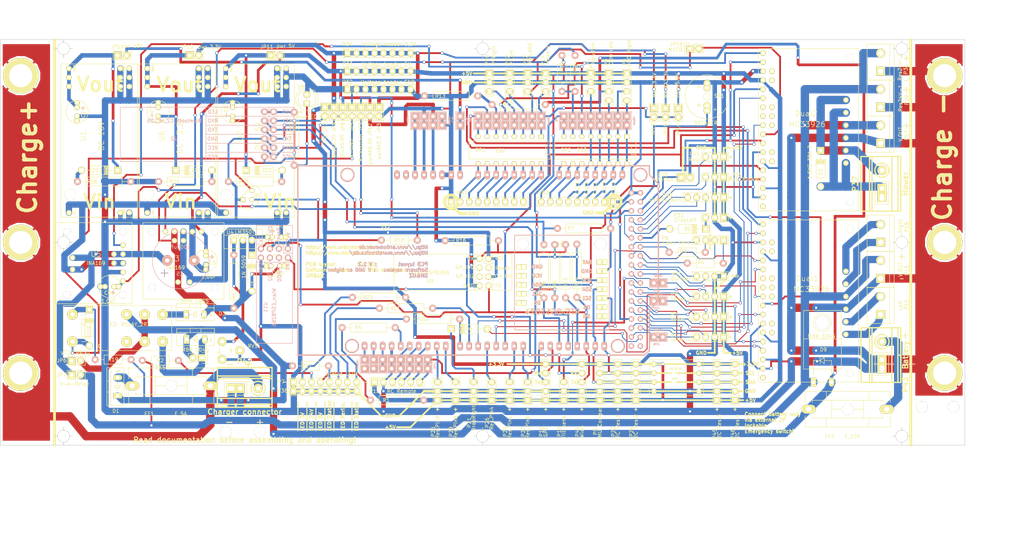
<source format=kicad_pcb>
(kicad_pcb (version 4) (host pcbnew "(2016-07-27 BZR 6995, Git ff246f6)-product")
  (title_block (title "Ardumower VCN PCB ") (date "23 Dez 2014") (rev 0,05))
  (layers (0 F.Cu signal hide) (31 B.Cu signal hide) (34 B.Paste user) (35 F.Paste user) (36 B.SilkS user) (37 F.SilkS user) (38 B.Mask user) (39 F.Mask user) (44 Edge.Cuts user))
  (net 0 "")
  (net 1 GND)
  (net 2 pinMotorLeftDir)
  (net 3 pinMotorLeftPWM)
  (net 4 pinMotorLeftFault)
  (net 5 pinMotorLeftSense)
  (net 6 pinMotorEnable)
  (net 7 pinMotorRightDir)
  (net 8 pinMotorRightPWM)
  (net 9 pinMotorRightFault)
  (net 10 pinMotorRightSense)
  (net 11 pinMotorMowEnable)
  (net 12 pinMotorMowDir)
  (net 13 pinMotorMowPWM)
  (net 14 pinMotorMowFault)
  (net 15 pinMotorMowSense)
  (net 16 "Net-(C2-Pad1)")
  (net 17 +3.3V)
  (net 18 pinTilt)
  (net 19 pinButton)
  (net 20 pinSonarCenterTrigger)
  (net 21 pinSonarCenterEcho)
  (net 22 pinSonarRightTrigger)
  (net 23 pinSonarRightEcho)
  (net 24 pinSonarLeftTrigger)
  (net 25 pinSonarLeftEcho)
  (net 26 pinLawnBackRecv)
  (net 27 pinLawnFrontRecv)
  (net 28 LedPin-5v)
  (net 29 LedPin-24v)
  (net 30 Led-Status)
  (net 31 pinOdometryRight)
  (net 32 pinOdometryRight2)
  (net 33 pinOdometryLeft)
  (net 34 pinOdometryLeft2)
  (net 35 GPS_RX)
  (net 36 GPS_TX)
  (net 37 pinBumperRight)
  (net 38 pinBumperLeft)
  (net 39 pinPerimeterLeft)
  (net 40 pinRemoteMow)
  (net 41 pinRemoteSteer)
  (net 42 pinRemoteSpeed)
  (net 43 pinRemoteSwitch)
  (net 44 pinUserSwitch1)
  (net 45 pinUserSwitch2)
  (net 46 pinUserSwitch3)
  (net 47 +24V)
  (net 48 pinLawnBackSend)
  (net 49 pinLawnFrontSend)
  (net 50 "Net-(R5-Pad1)")
  (net 51 TX2)
  (net 52 pinChargeVoltage)
  (net 53 pinChargingEnable)
  (net 54 pinBatteryVoltage)
  (net 55 pinChargeCurrent)
  (net 56 pinBuzzer)
  (net 57 "Net-(C1-Pad1)")
  (net 58 "Net-(C4-Pad1)")
  (net 59 "Net-(D2-Pad1)")
  (net 60 "Net-(D2-Pad2)")
  (net 61 Power)
  (net 62 "Net-(C5-Pad1)")
  (net 63 DropLeft)
  (net 64 DropRight)
  (net 65 "Net-(JP4-Pad2)")
  (net 66 "Net-(JP6-Pad2)")
  (net 67 DuoLED-Rot)
  (net 68 RX1)
  (net 69 pinPerimeterRight)
  (net 70 "Net-(Q1-PadB)")
  (net 71 TX1)
  (net 72 "Net-(R17-Pad2)")
  (net 73 "Net-(R20-Pad1)")
  (net 74 "Net-(R21-Pad1)")
  (net 75 "Net-(U1-Pad3)")
  (net 76 pinRain)
  (net 77 "Net-(P6-Pad3)")
  (net 78 "Net-(P6-Pad1)")
  (net 79 DuoLED_Grün)
  (net 80 StationLed)
  (net 81 Power5)
  (net 82 "Net-(C7-Pad1)")
  (net 83 "Net-(C8-Pad1)")
  (net 84 "Net-(JP12-Pad2)")
  (net 85 ReservePin9)
  (net 86 ReservePin4)
  (net 87 ReservePin0)
  (net 88 ReservePin8)
  (net 89 ReservePin1)
  (net 90 ReserveAD6)
  (net 91 "Net-(D3-Pad2)")
  (net 92 "Net-(D4-Pad1)")
  (net 93 LedPin-3V)
  (net 94 "Net-(Dual1-Pad19)")
  (net 95 "Net-(Dual1-Pad20)")
  (net 96 "Net-(Dual1-Pad23)")
  (net 97 "Net-(Dual1-Pad24)")
  (net 98 RX2)
  (net 99 PowerA3,3)
  (net 100 "Net-(JP8-Pad2)")
  (net 101 "Net-(R6-Pad2)")
  (net 102 "Net-(D4-Pad2)")
  (net 103 "Net-(D1-Pad1)")
  (net 104 "Net-(EF2-Pad2)")
  (net 105 "Net-(D10-Pad1)")
  (net 106 "Net-(D10-Pad2)")
  (net 107 "Net-(R24-Pad1)")
  (net 108 "Net-(R25-Pad1)")
  (net 109 "Net-(R26-Pad1)")
  (net 110 "Net-(D5-Pad2)")
  (net 111 "Net-(D6-Pad2)")
  (net 112 "Net-(P45-Pad3)")
  (net 113 "Net-(P45-Pad4)")
  (net 114 "Net-(LP25-Pad2)")
  (net 115 "Net-(LP26-Pad2)")
  (net 116 "Net-(RP1-Pad9)")
  (net 117 "Net-(RP1-Pad10)")
  (net 118 "Net-(RP1-Pad11)")
  (net 119 "Net-(RP1-Pad13)")
  (net 120 "Net-(RP1-Pad14)")
  (net 121 "Net-(RP1-Pad15)")
  (net 122 "Net-(RP1-Pad16)")
  (net 123 "Net-(RP2-Pad9)")
  (net 124 "Net-(RP2-Pad10)")
  (net 125 "Net-(RP2-Pad11)")
  (net 126 "Net-(LP21-Pad1)")
  (net 127 "Net-(LP27-Pad1)")
  (net 128 pinChargingBilanz)
  (net 129 "Voltage measurement")
  (net 130 "Net-(Dual2-Pad9)")
  (net 131 "Net-(P44-Pad4)")
  (net 132 "Net-(JP2-Pad2)")
  (net 133 "Net-(R22-Pad1)")
  (net 134 "Net-(D8-Pad2)")
  (net 135 "Net-(U8-Pad6)")
  (net 136 "Net-(U8-Pad7)")
  (net 137 "Net-(U8-Pad1)")
  (net 138 "Net-(LP32-Pad2)")
  (net 139 "Net-(LP33-Pad2)")
  (net 140 "Net-(LP34-Pad2)")
  (net 141 "Net-(LP35-Pad2)")
  (net 142 Charg_Pin)
  (net 143 "Net-(D1-Pad2)")
  (net 144 SCL2)
  (net 145 "Net-(LP3-Pad2)")
  (net 146 SDA2)
  (net 147 "Net-(RP1-Pad12)")
  (net 148 pinMotorMowRpm_neu)
  (net 149 "Net-(LP36-Pad2)")
  (net 150 ReservePin49)
  (module Sockets_DIP:DIP-16__300 (layer F.Cu) (at 156.21 61.595 180)
    (fp_text reference RP1 (at 8.255 0 180) (layer F.SilkS))
    (fp_text value 150 (at 2.794 -0.127 180) (layer F.SilkS))
    (pad 1 thru_hole rect (at -8.89 3.81 180) (size 1.397 1.397) (drill 0.8128) (layers *.Cu *.Mask F.SilkS) (net 129 "Voltage measurement"))
    (pad 2 thru_hole circle (at -6.35 3.81 180) (size 1.397 1.397) (drill 0.8128) (layers *.Cu *.Mask F.SilkS) (net 90 ReserveAD6))
    (pad 3 thru_hole circle (at -3.81 3.81 180) (size 1.397 1.397) (drill 0.8128) (layers *.Cu *.Mask F.SilkS) (net 39 pinPerimeterLeft))
    (pad 4 thru_hole circle (at -1.27 3.81 180) (size 1.397 1.397) (drill 0.8128) (layers *.Cu *.Mask F.SilkS) (net 69 pinPerimeterRight))
    (pad 5 thru_hole circle (at 1.27 3.81 180) (size 1.397 1.397) (drill 0.8128) (layers *.Cu *.Mask F.SilkS) (net 145 "Net-(LP3-Pad2)"))
    (pad 6 thru_hole circle (at 3.81 3.81 180) (size 1.397 1.397) (drill 0.8128) (layers *.Cu *.Mask F.SilkS) (net 54 pinBatteryVoltage))
    (pad 7 thru_hole circle (at 6.35 3.81 180) (size 1.397 1.397) (drill 0.8128) (layers *.Cu *.Mask F.SilkS) (net 5 pinMotorLeftSense))
    (pad 8 thru_hole circle (at 8.89 3.81 180) (size 1.397 1.397) (drill 0.8128) (layers *.Cu *.Mask F.SilkS) (net 10 pinMotorRightSense))
    (pad 9 thru_hole circle (at 8.89 -3.81 180) (size 1.397 1.397) (drill 0.8128) (layers *.Cu *.Mask F.SilkS) (net 116 "Net-(RP1-Pad9)"))
    (pad 10 thru_hole circle (at 6.35 -3.81 180) (size 1.397 1.397) (drill 0.8128) (layers *.Cu *.Mask F.SilkS) (net 117 "Net-(RP1-Pad10)"))
    (pad 11 thru_hole circle (at 3.81 -3.81 180) (size 1.397 1.397) (drill 0.8128) (layers *.Cu *.Mask F.SilkS) (net 118 "Net-(RP1-Pad11)"))
    (pad 12 thru_hole circle (at 1.27 -3.81 180) (size 1.397 1.397) (drill 0.8128) (layers *.Cu *.Mask F.SilkS) (net 147 "Net-(RP1-Pad12)"))
    (pad 13 thru_hole circle (at -1.27 -3.81 180) (size 1.397 1.397) (drill 0.8128) (layers *.Cu *.Mask F.SilkS) (net 119 "Net-(RP1-Pad13)"))
    (pad 14 thru_hole circle (at -3.81 -3.81 180) (size 1.397 1.397) (drill 0.8128) (layers *.Cu *.Mask F.SilkS) (net 120 "Net-(RP1-Pad14)"))
    (pad 15 thru_hole circle (at -6.35 -3.81 180) (size 1.397 1.397) (drill 0.8128) (layers *.Cu *.Mask F.SilkS) (net 121 "Net-(RP1-Pad15)"))
    (pad 16 thru_hole circle (at -8.89 -3.81 180) (size 1.397 1.397) (drill 0.8128) (layers *.Cu *.Mask F.SilkS) (net 122 "Net-(RP1-Pad16)"))
  )
  (module Pin_Headers:Pin_Header_Straight_1x02 (layer F.Cu) (at 46.99 34.925)
    (fp_text reference JP1 (at -1.778 -2.413 180) (layer F.SilkS))
    (fp_text value "pwr 10V" (at 2.794 -2.667) (layer F.SilkS))
    (pad 1 thru_hole rect (at -1.27 0) (size 2.032 2.032) (drill 1.016) (layers *.Cu *.Mask F.SilkS) (net 16 "Net-(C2-Pad1)"))
    (pad 2 thru_hole oval (at 1.27 0) (size 2.032 2.032) (drill 1.016) (layers *.Cu *.Mask F.SilkS) (net 61 Power))
  )
  (module Pin_Headers:Pin_Header_Straight_1x02 (layer F.Cu) (at 114.3 50.8 270)
    (fp_text reference JP4 (at 4.191 0.127 270) (layer F.SilkS))
    (fp_text value R-Arduino (at 10.16 0 270) (layer F.SilkS))
    (pad 1 thru_hole rect (at -1.27 0 270) (size 2.032 2.032) (drill 1.016) (layers *.Cu *.Mask F.SilkS) (net 53 pinChargingEnable))
    (pad 2 thru_hole oval (at 1.27 0 270) (size 2.032 2.032) (drill 1.016) (layers *.Cu *.Mask F.SilkS) (net 65 "Net-(JP4-Pad2)"))
  )
  (module Pin_Headers:Pin_Header_Straight_1x02 (layer F.Cu) (at 111.76 50.8 270)
    (fp_text reference JP5 (at 4.318 0 270) (layer F.SilkS))
    (fp_text value R-GND (at 10.287 0.127 90) (layer F.SilkS))
    (pad 1 thru_hole rect (at -1.27 0 270) (size 2.032 2.032) (drill 1.016) (layers *.Cu *.Mask F.SilkS) (net 1 GND))
    (pad 2 thru_hole oval (at 1.27 0 270) (size 2.032 2.032) (drill 1.016) (layers *.Cu *.Mask F.SilkS) (net 105 "Net-(D10-Pad1)"))
  )
  (module Pin_Headers:Pin_Header_Straight_1x02 (layer F.Cu) (at 34.036 121.031)
    (fp_text reference JP6 (at -4.064 -0.127 180) (layer F.SilkS))
    (fp_text value V-A-Relay (at -0.254 -2.159) (layer F.SilkS))
    (pad 1 thru_hole rect (at -1.27 0) (size 2.032 2.032) (drill 1.016) (layers *.Cu *.Mask F.SilkS) (net 62 "Net-(C5-Pad1)"))
    (pad 2 thru_hole oval (at 1.27 0) (size 2.032 2.032) (drill 1.016) (layers *.Cu *.Mask F.SilkS) (net 66 "Net-(JP6-Pad2)"))
  )
  (module Discret:TO92-EBC (layer F.Cu) (at 82.296 74.295 180)
    (fp_text reference Q1 (at -2.794 0 180) (layer F.SilkS))
    (fp_text value BC547 hide)
    (pad E thru_hole rect (at 1.27 -1.27 180) (size 1.397 1.397) (drill 0.8128) (layers *.Cu *.Mask F.SilkS) (net 1 GND))
    (pad B thru_hole circle (at -1.27 -1.27 180) (size 1.397 1.397) (drill 0.8128) (layers *.Cu *.Mask F.SilkS) (net 70 "Net-(Q1-PadB)"))
    (pad C thru_hole circle (at -1.27 1.27 180) (size 1.397 1.397) (drill 0.8128) (layers *.Cu *.Mask F.SilkS) (net 105 "Net-(D10-Pad1)"))
  )
  (module Sockets_DIP:DIP-16__300 (layer F.Cu) (at 180.34 61.595 180)
    (fp_text reference RP2 (at 8.255 0 180) (layer F.SilkS))
    (fp_text value 150 (at 3.81 0.127 180) (layer F.SilkS))
    (pad 1 thru_hole rect (at -8.89 3.81 180) (size 1.397 1.397) (drill 0.8128) (layers *.Cu *.Mask F.SilkS) (net 32 pinOdometryRight2))
    (pad 2 thru_hole circle (at -6.35 3.81 180) (size 1.397 1.397) (drill 0.8128) (layers *.Cu *.Mask F.SilkS) (net 31 pinOdometryRight))
    (pad 3 thru_hole circle (at -3.81 3.81 180) (size 1.397 1.397) (drill 0.8128) (layers *.Cu *.Mask F.SilkS) (net 34 pinOdometryLeft2))
    (pad 4 thru_hole circle (at -1.27 3.81 180) (size 1.397 1.397) (drill 0.8128) (layers *.Cu *.Mask F.SilkS) (net 33 pinOdometryLeft))
    (pad 5 thru_hole circle (at 1.27 3.81 180) (size 1.397 1.397) (drill 0.8128) (layers *.Cu *.Mask F.SilkS) (net 148 pinMotorMowRpm_neu))
    (pad 6 thru_hole circle (at 3.81 3.81 180) (size 1.397 1.397) (drill 0.8128) (layers *.Cu *.Mask F.SilkS) (net 128 pinChargingBilanz))
    (pad 7 thru_hole circle (at 6.35 3.81 180) (size 1.397 1.397) (drill 0.8128) (layers *.Cu *.Mask F.SilkS) (net 52 pinChargeVoltage))
    (pad 8 thru_hole circle (at 8.89 3.81 180) (size 1.397 1.397) (drill 0.8128) (layers *.Cu *.Mask F.SilkS) (net 55 pinChargeCurrent))
    (pad 9 thru_hole circle (at 8.89 -3.81 180) (size 1.397 1.397) (drill 0.8128) (layers *.Cu *.Mask F.SilkS) (net 123 "Net-(RP2-Pad9)"))
    (pad 10 thru_hole circle (at 6.35 -3.81 180) (size 1.397 1.397) (drill 0.8128) (layers *.Cu *.Mask F.SilkS) (net 124 "Net-(RP2-Pad10)"))
    (pad 11 thru_hole circle (at 3.81 -3.81 180) (size 1.397 1.397) (drill 0.8128) (layers *.Cu *.Mask F.SilkS) (net 125 "Net-(RP2-Pad11)"))
    (pad 12 thru_hole circle (at 1.27 -3.81 180) (size 1.397 1.397) (drill 0.8128) (layers *.Cu *.Mask F.SilkS) (net 148 pinMotorMowRpm_neu))
    (pad 13 thru_hole circle (at -1.27 -3.81 180) (size 1.397 1.397) (drill 0.8128) (layers *.Cu *.Mask F.SilkS) (net 33 pinOdometryLeft))
    (pad 14 thru_hole circle (at -3.81 -3.81 180) (size 1.397 1.397) (drill 0.8128) (layers *.Cu *.Mask F.SilkS) (net 34 pinOdometryLeft2))
    (pad 15 thru_hole circle (at -6.35 -3.81 180) (size 1.397 1.397) (drill 0.8128) (layers *.Cu *.Mask F.SilkS) (net 31 pinOdometryRight))
    (pad 16 thru_hole circle (at -8.89 -3.81 180) (size 1.397 1.397) (drill 0.8128) (layers *.Cu *.Mask F.SilkS) (net 32 pinOdometryRight2))
  )
  (module Pin_Headers:Pin_Header_Straight_1x02 (layer F.Cu) (at 104.14 50.8 270)
    (fp_text reference JP2 (at 4.318 0 270) (layer F.SilkS))
    (fp_text value Key (at 7.62 0.254 90) (layer F.SilkS))
    (pad 1 thru_hole rect (at -1.27 0 270) (size 2.032 2.032) (drill 1.016) (layers *.Cu *.Mask F.SilkS) (net 17 +3.3V))
    (pad 2 thru_hole oval (at 1.27 0 270) (size 2.032 2.032) (drill 1.016) (layers *.Cu *.Mask F.SilkS) (net 132 "Net-(JP2-Pad2)"))
  )
  (module Pin_Headers:Pin_Header_Straight_1x02 (layer F.Cu) (at 109.22 50.8 270)
    (fp_text reference JP8 (at 4.318 0 90) (layer F.SilkS))
    (fp_text value Blue5.0V (at 9.652 0.254 90) (layer F.SilkS))
    (pad 1 thru_hole rect (at -1.27 0 270) (size 2.032 2.032) (drill 1.016) (layers *.Cu *.Mask F.SilkS) (net 81 Power5))
    (pad 2 thru_hole oval (at 1.27 0 270) (size 2.032 2.032) (drill 1.016) (layers *.Cu *.Mask F.SilkS) (net 100 "Net-(JP8-Pad2)"))
  )
  (module Pin_Headers:Pin_Header_Straight_1x02 (layer F.Cu) (at 106.68 50.8 270)
    (fp_text reference JP9 (at 4.318 0 270) (layer F.SilkS))
    (fp_text value Blue3.3V (at 9.652 0 90) (layer F.SilkS))
    (pad 1 thru_hole rect (at -1.27 0 270) (size 2.032 2.032) (drill 1.016) (layers *.Cu *.Mask F.SilkS) (net 17 +3.3V))
    (pad 2 thru_hole oval (at 1.27 0 270) (size 2.032 2.032) (drill 1.016) (layers *.Cu *.Mask F.SilkS) (net 100 "Net-(JP8-Pad2)"))
  )
  (module Pin_Headers:Pin_Header_Straight_1x02 (layer F.Cu) (at 67.31 34.925)
    (fp_text reference JP10 (at -2.032 -2.413) (layer F.SilkS))
    (fp_text value "pwr 3,3V" (at 4.318 -2.413) (layer F.SilkS))
    (pad 1 thru_hole rect (at -1.27 0) (size 2.032 2.032) (drill 1.016) (layers *.Cu *.Mask F.SilkS) (net 82 "Net-(C7-Pad1)"))
    (pad 2 thru_hole oval (at 1.27 0) (size 2.032 2.032) (drill 1.016) (layers *.Cu *.Mask F.SilkS) (net 17 +3.3V))
  )
  (module Pin_Headers:Pin_Header_Straight_1x02 (layer F.Cu) (at 90.17 34.925)
    (fp_text reference JP11 (at -2.413 -2.413 180) (layer F.SilkS))
    (fp_text value "pwr 5V" (at 2.921 -2.667) (layer F.SilkS))
    (pad 1 thru_hole rect (at -1.27 0) (size 2.032 2.032) (drill 1.016) (layers *.Cu *.Mask F.SilkS) (net 83 "Net-(C8-Pad1)"))
    (pad 2 thru_hole circle (at 1.27 0) (size 2.032 2.032) (drill 1.016) (layers *.Cu *.Mask F.SilkS) (net 81 Power5))
  )
  (module Pin_Headers:Pin_Header_Straight_1x02 (layer F.Cu) (at 116.84 50.8 270)
    (fp_text reference JP12 (at 5.08 0 90) (layer F.SilkS))
    (fp_text value pwrAA5.0V (at 11.176 0 270) (layer F.SilkS))
    (pad 1 thru_hole rect (at -1.27 0 270) (size 2.032 2.032) (drill 1.016) (layers *.Cu *.Mask F.SilkS) (net 81 Power5))
    (pad 2 thru_hole oval (at 1.27 0 270) (size 2.032 2.032) (drill 1.016) (layers *.Cu *.Mask F.SilkS) (net 84 "Net-(JP12-Pad2)"))
  )
  (module Pin_Headers:Pin_Header_Straight_1x02 (layer F.Cu) (at 34.036 124.968)
    (fp_text reference JP7 (at -4.064 0 180) (layer F.SilkS))
    (fp_text value V-A-Relay (at -0.508 2.54 180) (layer F.SilkS))
    (pad 1 thru_hole rect (at -1.27 0) (size 2.032 2.032) (drill 1.016) (layers *.Cu *.Mask F.SilkS) (net 62 "Net-(C5-Pad1)"))
    (pad 2 thru_hole oval (at 1.27 0) (size 2.032 2.032) (drill 1.016) (layers *.Cu *.Mask F.SilkS) (net 47 +24V))
  )
  (module Pin_Headers:Pin_Header_Straight_1x02 (layer F.Cu) (at 119.38 50.8 270)
    (fp_text reference JP3 (at 4.572 0 90) (layer F.SilkS))
    (fp_text value pwrAA3,3 (at 10.16 0 270) (layer F.SilkS))
    (pad 1 thru_hole rect (at -1.27 0 270) (size 2.032 2.032) (drill 1.016) (layers *.Cu *.Mask F.SilkS) (net 17 +3.3V))
    (pad 2 thru_hole oval (at 1.27 0 270) (size 2.032 2.032) (drill 1.016) (layers *.Cu *.Mask F.SilkS) (net 99 PowerA3,3))
  )
  (module Pin_Headers:Pin_Header_Straight_1x02 (layer F.Cu) (at 196.85 51.054 270)
    (fp_text reference JP13 (at 4.826 0 270) (layer F.SilkS))
    (fp_text value Meas3.3V (at -7.747 -0.127 270) (layer F.SilkS))
    (pad 1 thru_hole rect (at -1.27 0 270) (size 2.032 2.032) (drill 1.016) (layers *.Cu *.Mask F.SilkS) (net 17 +3.3V))
    (pad 2 thru_hole oval (at 1.27 0 270) (size 2.032 2.032) (drill 1.016) (layers *.Cu *.Mask F.SilkS) (net 129 "Voltage measurement"))
  )
  (module Pin_Headers:Pin_Header_Straight_1x02 (layer F.Cu) (at 203.708 51.054 270)
    (fp_text reference JP14 (at 4.826 0 270) (layer F.SilkS))
    (fp_text value Meas5.0V (at -7.62 0.254 270) (layer F.SilkS))
    (pad 1 thru_hole rect (at -1.27 0 270) (size 2.032 2.032) (drill 1.016) (layers *.Cu *.Mask F.SilkS) (net 81 Power5))
    (pad 2 thru_hole oval (at 1.27 0 270) (size 2.032 2.032) (drill 1.016) (layers *.Cu *.Mask F.SilkS) (net 129 "Voltage measurement"))
  )
  (module Pin_Headers:Pin_Header_Straight_1x02 (layer F.Cu) (at 200.152 51.054 270)
    (fp_text reference JP15 (at 4.826 0 270) (layer F.SilkS))
    (fp_text value MeasA3.3V (at -8.001 -0.127 270) (layer F.SilkS))
    (pad 1 thru_hole rect (at -1.27 0 270) (size 2.032 2.032) (drill 1.016) (layers *.Cu *.Mask F.SilkS) (net 99 PowerA3,3))
    (pad 2 thru_hole oval (at 1.27 0 270) (size 2.032 2.032) (drill 1.016) (layers *.Cu *.Mask F.SilkS) (net 129 "Voltage measurement"))
  )
  (module ACS712:Diode_LED_5mm_round_vertical (layer F.Cu) (at 99.06 47.244 270)
    (fp_text reference D8 (at -3.429 1.651) (layer F.SilkS))
    (fp_text value BlueLED (at 4.953 0.127) (layer F.SilkS))
    (fp_text user A (at 3.683 1.778 270) (layer F.SilkS))
    (fp_text user + (at 3.683 -0.762 270) (layer F.SilkS))
    (pad 1 thru_hole circle (at -1.27 0) (size 1.99898 1.99898) (drill 1.00076) (layers *.Cu *.Mask F.SilkS) (net 1 GND))
    (pad 2 thru_hole rect (at 1.27 0 270) (size 1.69926 1.69926) (drill 1.00076) (layers *.Cu *.Mask F.SilkS) (net 134 "Net-(D8-Pad2)"))
  )
  (module ACS712:MBR1045 (layer F.Cu) (at 67.691 114.935)
    (fp_text reference D4 (at 7.493 -0.127 180) (layer F.SilkS))
    (fp_text value "MBR 1045" (at -0.127 2.921) (layer F.SilkS))
    (fp_text user A (at 4.318 0.127) (layer F.SilkS))
    (pad 2 thru_hole rect (at -2.54 0 90) (size 2.49936 1.50114) (drill 1.00076) (layers *.Cu *.Mask F.SilkS) (net 102 "Net-(D4-Pad2)"))
    (pad 1 thru_hole oval (at 2.54 0 90) (size 2.49936 1.50114) (drill 1.00076) (layers *.Cu *.Mask F.SilkS) (net 92 "Net-(D4-Pad1)"))
  )
  (module ACS712:Diode_ligend_RM10 (layer F.Cu) (at 206.375 83.82)
    (fp_text reference D5 (at 0 0) (layer F.SilkS))
    (fp_text value 1N4148 hide)
    (pad 1 thru_hole circle (at -5.08 0) (size 1.99898 1.99898) (drill 1.27) (layers *.Cu *.Mask F.SilkS) (net 63 DropLeft))
    (pad 2 thru_hole rect (at 5.08 0) (size 1.99898 1.99898) (drill 1.00076) (layers *.Cu *.Mask F.SilkS) (net 110 "Net-(D5-Pad2)"))
  )
  (module ACS712:Diode_ligend_RM10 (layer F.Cu) (at 144.78 112.014 180)
    (fp_text reference D6 (at 0 0 180) (layer F.SilkS))
    (fp_text value 1N4148 hide)
    (pad 1 thru_hole circle (at -5.08 0 180) (size 1.99898 1.99898) (drill 1) (layers *.Cu *.Mask F.SilkS) (net 64 DropRight))
    (pad 2 thru_hole rect (at 5.08 0 180) (size 1.99898 1.99898) (drill 1.00076) (layers *.Cu *.Mask F.SilkS) (net 111 "Net-(D6-Pad2)"))
  )
  (module ACS712:Diode_ligend_RM10 (layer F.Cu) (at 83.566 96.266 90)
    (fp_text reference D7 (at 0 0.254 90) (layer F.SilkS))
    (fp_text value "1N 5059" (at 1.778 -2.286 90) (layer F.SilkS))
    (pad 1 thru_hole circle (at -5.08 0 90) (size 1.99898 1.99898) (drill 1.27) (layers *.Cu *.Mask F.SilkS) (net 58 "Net-(C4-Pad1)"))
    (pad 2 thru_hole rect (at 5.08 0 90) (size 1.99898 1.99898) (drill 1.00076) (layers *.Cu *.Mask F.SilkS) (net 57 "Net-(C1-Pad1)"))
  )
  (module ACS712:MBR1045 (layer F.Cu) (at 67.564 107.95)
    (fp_text reference D3 (at 7.62 -0.254 180) (layer F.SilkS))
    (fp_text value "MPR 1045" (at 0 -3.81) (layer F.SilkS))
    (fp_text user A (at 4.318 0.127) (layer F.SilkS))
    (pad 2 thru_hole rect (at -2.54 0 90) (size 2.49936 1.50114) (drill 1.00076) (layers *.Cu *.Mask F.SilkS) (net 91 "Net-(D3-Pad2)"))
    (pad 1 thru_hole oval (at 2.54 0 90) (size 2.49936 1.50114) (drill 1.00076) (layers *.Cu *.Mask F.SilkS) (net 58 "Net-(C4-Pad1)"))
  )
  (module ACS712:Potentiometer_VishaySpectrol-Econtrim-Type36T_3D (layer F.Cu) (at 75.184 115.57 270)
    (fp_text reference RV1 (at 1.27 -8.636 180) (layer F.SilkS))
    (fp_text value 5K hide)
    (pad 2 thru_hole circle (at 2.49936 -4.99872 270) (size 2.49936 2.49936) (drill 1.19888) (layers *.Cu *.Mask F.SilkS) (net 1 GND))
    (pad 3 thru_hole circle (at 4.99872 0 270) (size 2.49936 2.49936) (drill 1.19888) (layers *.Cu *.Mask F.SilkS) (net 1 GND))
    (pad 1 thru_hole circle (at 0 0 270) (size 2.49936 2.49936) (drill 1.19888) (layers *.Cu *.Mask F.SilkS) (net 72 "Net-(R17-Pad2)"))
  )
  (module ACS712:Pin_Header_Straight_1x08 (layer F.Cu) (at 119.38 44.45)
    (fp_text reference P32 (at -8.89 -2.032) (layer F.SilkS))
    (fp_text value "Voltage header GND" (at 2.54 -2.032) (layer F.SilkS))
    (pad 1 thru_hole rect (at -8.89 0) (size 1.7272 2.032) (drill 1.016) (layers *.Cu *.Mask F.SilkS) (net 1 GND))
    (pad 2 thru_hole oval (at -6.35 0) (size 1.7272 2.032) (drill 1.016) (layers *.Cu *.Mask F.SilkS) (net 1 GND))
    (pad 3 thru_hole oval (at -3.81 0) (size 1.7272 2.032) (drill 1.016) (layers *.Cu *.Mask F.SilkS) (net 1 GND))
    (pad 4 thru_hole oval (at -1.27 0) (size 1.7272 2.032) (drill 1.016) (layers *.Cu *.Mask F.SilkS) (net 1 GND))
    (pad 5 thru_hole oval (at 1.27 0) (size 1.7272 2.032) (drill 1.016) (layers *.Cu *.Mask F.SilkS) (net 1 GND))
    (pad 6 thru_hole oval (at 3.81 0) (size 1.7272 2.032) (drill 1.016) (layers *.Cu *.Mask F.SilkS) (net 1 GND))
    (pad 7 thru_hole oval (at 6.35 0) (size 1.7272 2.032) (drill 1.016) (layers *.Cu *.Mask F.SilkS) (net 1 GND))
    (pad 8 thru_hole oval (at 8.89 0) (size 1.7272 2.032) (drill 1.016) (layers *.Cu *.Mask F.SilkS) (net 1 GND))
  )
  (module ACS712:Pin_Header_Straight_1x08 (layer F.Cu) (at 119.38 39.37)
    (fp_text reference P33 (at -8.89 -2.159) (layer F.SilkS))
    (fp_text value "Voltage header 5V" (at 2.032 -2.032) (layer F.SilkS))
    (pad 1 thru_hole rect (at -8.89 0) (size 1.7272 2.032) (drill 1.016) (layers *.Cu *.Mask F.SilkS) (net 81 Power5))
    (pad 2 thru_hole oval (at -6.35 0) (size 1.7272 2.032) (drill 1.016) (layers *.Cu *.Mask F.SilkS) (net 81 Power5))
    (pad 3 thru_hole oval (at -3.81 0) (size 1.7272 2.032) (drill 1.016) (layers *.Cu *.Mask F.SilkS) (net 81 Power5))
    (pad 4 thru_hole oval (at -1.27 0) (size 1.7272 2.032) (drill 1.016) (layers *.Cu *.Mask F.SilkS) (net 81 Power5))
    (pad 5 thru_hole oval (at 1.27 0) (size 1.7272 2.032) (drill 1.016) (layers *.Cu *.Mask F.SilkS) (net 81 Power5))
    (pad 6 thru_hole oval (at 3.81 0) (size 1.7272 2.032) (drill 1.016) (layers *.Cu *.Mask F.SilkS) (net 81 Power5))
    (pad 7 thru_hole oval (at 6.35 0) (size 1.7272 2.032) (drill 1.016) (layers *.Cu *.Mask F.SilkS) (net 81 Power5))
    (pad 8 thru_hole oval (at 8.89 0) (size 1.7272 2.032) (drill 1.016) (layers *.Cu *.Mask F.SilkS) (net 81 Power5))
  )
  (module ACS712:Pin_Header_Straight_1x08 (layer F.Cu) (at 119.38 34.29)
    (fp_text reference P34 (at -8.89 -2.54) (layer F.SilkS))
    (fp_text value "Voltage header 3,3V" (at 2.794 -2.54) (layer F.SilkS))
    (pad 1 thru_hole rect (at -8.89 0) (size 1.7272 2.032) (drill 1.016) (layers *.Cu *.Mask F.SilkS) (net 17 +3.3V))
    (pad 2 thru_hole oval (at -6.35 0) (size 1.7272 2.032) (drill 1.016) (layers *.Cu *.Mask F.SilkS) (net 17 +3.3V))
    (pad 3 thru_hole oval (at -3.81 0) (size 1.7272 2.032) (drill 1.016) (layers *.Cu *.Mask F.SilkS) (net 17 +3.3V))
    (pad 4 thru_hole oval (at -1.27 0) (size 1.7272 2.032) (drill 1.016) (layers *.Cu *.Mask F.SilkS) (net 17 +3.3V))
    (pad 5 thru_hole oval (at 1.27 0) (size 1.7272 2.032) (drill 1.016) (layers *.Cu *.Mask F.SilkS) (net 17 +3.3V))
    (pad 6 thru_hole oval (at 3.81 0) (size 1.7272 2.032) (drill 1.016) (layers *.Cu *.Mask F.SilkS) (net 17 +3.3V))
    (pad 7 thru_hole oval (at 6.35 0) (size 1.7272 2.032) (drill 1.016) (layers *.Cu *.Mask F.SilkS) (net 17 +3.3V))
    (pad 8 thru_hole oval (at 8.89 0) (size 1.7272 2.032) (drill 1.016) (layers *.Cu *.Mask F.SilkS) (net 17 +3.3V))
  )
  (module ACS712:Kondensatorenleiste_8er_9pin_3D (layer F.Cu) (at 149.86 76.2)
    (fp_text reference RR1 (at -6.858 -2.54) (layer F.SilkS))
    (fp_text value C0,1uF hide)
    (pad 1 thru_hole rect (at -10.16 0) (size 1.7272 2.032) (drill 1.016) (layers *.Cu *.Mask F.SilkS) (net 1 GND))
    (pad 2 thru_hole oval (at -7.62 0) (size 1.7272 2.032) (drill 1.016) (layers *.Cu *.Mask F.SilkS) (net 116 "Net-(RP1-Pad9)"))
    (pad 3 thru_hole oval (at -5.08 0) (size 1.7272 2.032) (drill 1.016) (layers *.Cu *.Mask F.SilkS) (net 117 "Net-(RP1-Pad10)"))
    (pad 4 thru_hole oval (at -2.54 0) (size 1.7272 2.032) (drill 1.016) (layers *.Cu *.Mask F.SilkS) (net 118 "Net-(RP1-Pad11)"))
    (pad 5 thru_hole oval (at 0 0) (size 1.7272 2.032) (drill 1.016) (layers *.Cu *.Mask F.SilkS) (net 147 "Net-(RP1-Pad12)"))
    (pad 6 thru_hole oval (at 2.54 0) (size 1.7272 2.032) (drill 1.016) (layers *.Cu *.Mask F.SilkS) (net 119 "Net-(RP1-Pad13)"))
    (pad 7 thru_hole oval (at 5.08 0) (size 1.7272 2.032) (drill 1.016) (layers *.Cu *.Mask F.SilkS) (net 120 "Net-(RP1-Pad14)"))
    (pad 8 thru_hole oval (at 7.62 0) (size 1.7272 2.032) (drill 1.016) (layers *.Cu *.Mask F.SilkS) (net 121 "Net-(RP1-Pad15)"))
    (pad 9 thru_hole oval (at 10.16 0) (size 1.7272 2.032) (drill 1.016) (layers *.Cu *.Mask F.SilkS) (net 122 "Net-(RP1-Pad16)"))
  )
  (module ACS712:Kondensatorenleiste_8er_9pin_3D (layer F.Cu) (at 175.26 76.2 180)
    (fp_text reference RR2 (at 9.525 2.54 180) (layer F.SilkS))
    (fp_text value C0,1uF hide)
    (pad 1 thru_hole rect (at -10.16 0 180) (size 1.7272 2.032) (drill 1.016) (layers *.Cu *.Mask F.SilkS) (net 1 GND))
    (pad 2 thru_hole oval (at -7.62 0 180) (size 1.7272 2.032) (drill 1.016) (layers *.Cu *.Mask F.SilkS) (net 141 "Net-(LP35-Pad2)"))
    (pad 3 thru_hole oval (at -5.08 0 180) (size 1.7272 2.032) (drill 1.016) (layers *.Cu *.Mask F.SilkS) (net 140 "Net-(LP34-Pad2)"))
    (pad 4 thru_hole oval (at -2.54 0 180) (size 1.7272 2.032) (drill 1.016) (layers *.Cu *.Mask F.SilkS) (net 139 "Net-(LP33-Pad2)"))
    (pad 5 thru_hole oval (at 0 0 180) (size 1.7272 2.032) (drill 1.016) (layers *.Cu *.Mask F.SilkS) (net 138 "Net-(LP32-Pad2)"))
    (pad 6 thru_hole oval (at 2.54 0 180) (size 1.7272 2.032) (drill 1.016) (layers *.Cu *.Mask F.SilkS) (net 149 "Net-(LP36-Pad2)"))
    (pad 7 thru_hole oval (at 5.08 0 180) (size 1.7272 2.032) (drill 1.016) (layers *.Cu *.Mask F.SilkS) (net 125 "Net-(RP2-Pad11)"))
    (pad 8 thru_hole oval (at 7.62 0 180) (size 1.7272 2.032) (drill 1.016) (layers *.Cu *.Mask F.SilkS) (net 124 "Net-(RP2-Pad10)"))
    (pad 9 thru_hole oval (at 10.16 0 180) (size 1.7272 2.032) (drill 1.016) (layers *.Cu *.Mask F.SilkS) (net 123 "Net-(RP2-Pad9)"))
  )
  (module ACS712:LM350T_3D_muss_noch_auf_Masse_geprüft_werden (layer F.Cu) (at 81.026 86.995)
    (fp_text reference U4 (at -3.6 -2.2) (layer F.SilkS))
    (fp_text value LM350T (at 0.5 -2.3) (layer F.SilkS))
    (pad 1 thru_hole rect (at -2.54 0) (size 1.7272 2.032) (drill 1.016) (layers *.Cu *.Mask F.SilkS) (net 72 "Net-(R17-Pad2)"))
    (pad 2 thru_hole oval (at 0 0) (size 1.7272 2.032) (drill 1.016) (layers *.Cu *.Mask F.SilkS) (net 58 "Net-(C4-Pad1)"))
    (pad 3 thru_hole oval (at 2.54 0) (size 1.7272 2.032) (drill 1.016) (layers *.Cu *.Mask F.SilkS) (net 57 "Net-(C1-Pad1)"))
  )
  (module ACS712:Diode_ligend_RM10 (layer F.Cu) (at 243.84 66.802 90)
    (fp_text reference D2 (at -1.016 0 90) (layer F.SilkS))
    (fp_text value "1,5KE 30A ?" (at 1.778 -3.048 90) (layer F.SilkS))
    (pad 1 thru_hole circle (at -5.08 0 90) (size 1.99898 1.99898) (drill 1.27) (layers *.Cu *.Mask F.SilkS) (net 59 "Net-(D2-Pad1)"))
    (pad 2 thru_hole rect (at 5.08 0 90) (size 1.99898 1.99898) (drill 1.00076) (layers *.Cu *.Mask F.SilkS) (net 60 "Net-(D2-Pad2)"))
  )
  (module ACS712:Diode_ligend_RM10 (layer F.Cu) (at 37.719 111.633 90)
    (fp_text reference D10 (at -1.016 0 90) (layer F.SilkS))
    (fp_text value 1N4148 hide)
    (pad 1 thru_hole circle (at -5.08 0 90) (size 1.99898 1.99898) (drill 1.27) (layers *.Cu *.Mask F.SilkS) (net 105 "Net-(D10-Pad1)"))
    (pad 2 thru_hole rect (at 5.08 0 90) (size 1.99898 1.99898) (drill 1.00076) (layers *.Cu *.Mask F.SilkS) (net 106 "Net-(D10-Pad2)"))
  )
  (module ACS712:Diode_ligend_RM10 (layer F.Cu) (at 67.183 67.31 180)
    (fp_text reference ZD1 (at -0.762 0 180) (layer F.SilkS))
    (fp_text value "ZD-5W 3,3V Optional" hide)
    (pad 1 thru_hole circle (at -5.08 0 180) (size 1.99898 1.99898) (drill 1.27) (layers *.Cu *.Mask F.SilkS) (net 107 "Net-(R24-Pad1)"))
    (pad 2 thru_hole rect (at 5.08 0 180) (size 1.99898 1.99898) (drill 1.00076) (layers *.Cu *.Mask F.SilkS) (net 82 "Net-(C7-Pad1)"))
  )
  (module ACS712:Diode_ligend_RM10 (layer F.Cu) (at 86.995 67.31 180)
    (fp_text reference ZD2 (at -0.762 0 180) (layer F.SilkS))
    (fp_text value "ZD-5W 5,1 Optional" hide)
    (pad 1 thru_hole circle (at -5.08 0 180) (size 1.99898 1.99898) (drill 1.27) (layers *.Cu *.Mask F.SilkS) (net 108 "Net-(R25-Pad1)"))
    (pad 2 thru_hole rect (at 5.08 0 180) (size 1.99898 1.99898) (drill 1.00076) (layers *.Cu *.Mask F.SilkS) (net 83 "Net-(C8-Pad1)"))
  )
  (module ACS712:Diode_ligend_RM10 (layer F.Cu) (at 40.64 67.31)
    (fp_text reference ZD3 (at -0.762 0) (layer F.SilkS))
    (fp_text value "ZD-5W 12V Optional" hide)
    (pad 1 thru_hole circle (at -5.08 0) (size 1.99898 1.99898) (drill 1.27) (layers *.Cu *.Mask F.SilkS) (net 109 "Net-(R26-Pad1)"))
    (pad 2 thru_hole rect (at 5.08 0) (size 1.99898 1.99898) (drill 1.00076) (layers *.Cu *.Mask F.SilkS) (net 16 "Net-(C2-Pad1)"))
  )
  (module ACS712:Relais_DPDT_Schrack-RT2_RM5mm_3D_Kontaktbelegung_geändert_FIN40.52.9_6V (layer F.Cu) (at 33.02 115.57)
    (fp_text reference K3 (at 11.43 -4.826) (layer F.SilkS))
    (fp_text value RELAY_2RT (at 17.78 -4.826) (layer F.SilkS))
    (pad 8 thru_hole circle (at 0 -7.62) (size 2.99974 2.99974) (drill 1.19888) (layers *.Cu *.Mask F.SilkS) (net 106 "Net-(D10-Pad2)"))
    (pad 9 thru_hole circle (at 0 0) (size 2.99974 2.99974) (drill 1.19888) (layers *.Cu *.Mask F.SilkS) (net 105 "Net-(D10-Pad1)"))
    (pad 3 thru_hole circle (at 15.24 0) (size 2.99974 2.99974) (drill 1.19888) (layers *.Cu *.Mask F.SilkS))
    (pad 5 thru_hole circle (at 20.32 0) (size 2.99974 2.99974) (drill 1.19888) (layers *.Cu *.Mask F.SilkS) (net 66 "Net-(JP6-Pad2)"))
    (pad 1 thru_hole circle (at 25.4 0) (size 2.99974 2.99974) (drill 1.19888) (layers *.Cu *.Mask F.SilkS) (net 92 "Net-(D4-Pad1)"))
    (pad 14 thru_hole circle (at 15.24 -7.62) (size 2.99974 2.99974) (drill 1.19888) (layers *.Cu *.Mask F.SilkS) (net 102 "Net-(D4-Pad2)"))
    (pad 12 thru_hole circle (at 20.32 -7.62) (size 2.99974 2.99974) (drill 1.19888) (layers *.Cu *.Mask F.SilkS) (net 66 "Net-(JP6-Pad2)"))
    (pad 16 thru_hole circle (at 25.4 -7.62) (size 2.99974 2.99974) (drill 1.19888) (layers *.Cu *.Mask F.SilkS) (net 91 "Net-(D3-Pad2)"))
  )
  (module ACS712:Elko_vert_11.2x6.3mm_RM2.5_RM5.0 (layer F.Cu) (at 89.281 86.106)
    (fp_text reference C1 (at 1.397 1.651 180) (layer F.SilkS))
    (fp_text value 1uF hide)
    (fp_line (start 0.26924 -1.69926) (end 0.76962 -1.69926) (layer F.Cu) (width 0.15))
    (fp_line (start 0.26924 -1.69926) (end 0.26924 -2.19964) (layer F.Cu) (width 0.15))
    (fp_line (start -0.23114 -1.69926) (end 0.26924 -1.69926) (layer F.Cu) (width 0.15))
    (fp_line (start 0.26924 -1.69926) (end 0.26924 -1.30048) (layer F.Cu) (width 0.15))
    (fp_line (start 0.26924 -1.30048) (end 0.26924 -1.19888) (layer F.Cu) (width 0.15))
    (pad 2 thru_hole circle (at 2.54 0) (size 1.50114 1.50114) (drill 0.8001) (layers *.Cu *.Mask F.SilkS) (net 1 GND))
    (pad 1 thru_hole circle (at 0 0) (size 1.50114 1.50114) (drill 0.8001) (layers *.Cu *.Mask F.SilkS) (net 57 "Net-(C1-Pad1)"))
    (pad 1 thru_hole circle (at -1.27 0) (size 1.524 1.524) (drill 0.762) (layers *.Cu *.Mask F.SilkS) (net 57 "Net-(C1-Pad1)"))
    (pad 2 thru_hole circle (at 3.81 0) (size 1.524 1.524) (drill 0.762) (layers *.Cu *.Mask F.SilkS) (net 1 GND))
  )
  (module ACS712:Elko_vert_11.2x6.3mm_RM2.5_RM5.0 (layer F.Cu) (at 34.29 49.53 270)
    (fp_text reference C2 (at 2.032 -1.778 90) (layer F.SilkS))
    (fp_text value 100uF hide)
    (fp_line (start 0.26924 -1.69926) (end 0.76962 -1.69926) (layer F.Cu) (width 0.15))
    (fp_line (start 0.26924 -1.69926) (end 0.26924 -2.19964) (layer F.Cu) (width 0.15))
    (fp_line (start -0.23114 -1.69926) (end 0.26924 -1.69926) (layer F.Cu) (width 0.15))
    (fp_line (start 0.26924 -1.69926) (end 0.26924 -1.30048) (layer F.Cu) (width 0.15))
    (fp_line (start 0.26924 -1.30048) (end 0.26924 -1.19888) (layer F.Cu) (width 0.15))
    (pad 2 thru_hole circle (at 2.54 0 270) (size 1.50114 1.50114) (drill 0.8001) (layers *.Cu *.Mask F.SilkS) (net 1 GND))
    (pad 1 thru_hole circle (at 0 0 270) (size 1.50114 1.50114) (drill 0.8001) (layers *.Cu *.Mask F.SilkS) (net 16 "Net-(C2-Pad1)"))
    (pad 1 thru_hole circle (at -1.27 0 270) (size 1.524 1.524) (drill 0.762) (layers *.Cu *.Mask F.SilkS) (net 16 "Net-(C2-Pad1)"))
    (pad 2 thru_hole circle (at 3.81 0 270) (size 1.524 1.524) (drill 0.762) (layers *.Cu *.Mask F.SilkS) (net 1 GND))
  )
  (module ACS712:Elko_vert_11.2x6.3mm_RM2.5_RM5.0 (layer F.Cu) (at 70.612 91.44 270)
    (fp_text reference C3 (at 1.905 -1.778) (layer F.SilkS))
    (fp_text value 1,0uF (at 5.842 -0.762) (layer F.SilkS))
    (fp_line (start 0.26924 -1.69926) (end 0.76962 -1.69926) (layer F.Cu) (width 0.15))
    (fp_line (start 0.26924 -1.69926) (end 0.26924 -2.19964) (layer F.Cu) (width 0.15))
    (fp_line (start -0.23114 -1.69926) (end 0.26924 -1.69926) (layer F.Cu) (width 0.15))
    (fp_line (start 0.26924 -1.69926) (end 0.26924 -1.30048) (layer F.Cu) (width 0.15))
    (fp_line (start 0.26924 -1.30048) (end 0.26924 -1.19888) (layer F.Cu) (width 0.15))
    (pad 2 thru_hole circle (at 2.54 0 270) (size 1.50114 1.50114) (drill 0.8001) (layers *.Cu *.Mask F.SilkS) (net 1 GND))
    (pad 1 thru_hole circle (at 0 0 270) (size 1.50114 1.50114) (drill 0.8001) (layers *.Cu *.Mask F.SilkS) (net 81 Power5))
    (pad 1 thru_hole circle (at -1.27 0 270) (size 1.524 1.524) (drill 0.762) (layers *.Cu *.Mask F.SilkS) (net 81 Power5))
    (pad 2 thru_hole circle (at 3.81 0 270) (size 1.524 1.524) (drill 0.762) (layers *.Cu *.Mask F.SilkS) (net 1 GND))
  )
  (module ACS712:Elko_vert_11.2x6.3mm_RM2.5_RM5.0 (layer F.Cu) (at 91.44 94.234 180)
    (fp_text reference C4 (at 1.27 -1.905 180) (layer F.SilkS))
    (fp_text value 1uF hide)
    (fp_line (start 0.26924 -1.69926) (end 0.76962 -1.69926) (layer F.Cu) (width 0.15))
    (fp_line (start 0.26924 -1.69926) (end 0.26924 -2.19964) (layer F.Cu) (width 0.15))
    (fp_line (start -0.23114 -1.69926) (end 0.26924 -1.69926) (layer F.Cu) (width 0.15))
    (fp_line (start 0.26924 -1.69926) (end 0.26924 -1.30048) (layer F.Cu) (width 0.15))
    (fp_line (start 0.26924 -1.30048) (end 0.26924 -1.19888) (layer F.Cu) (width 0.15))
    (pad 2 thru_hole circle (at 2.54 0 180) (size 1.50114 1.50114) (drill 0.8001) (layers *.Cu *.Mask F.SilkS) (net 1 GND))
    (pad 1 thru_hole circle (at 0 0 180) (size 1.50114 1.50114) (drill 0.8001) (layers *.Cu *.Mask F.SilkS) (net 58 "Net-(C4-Pad1)"))
    (pad 1 thru_hole circle (at -1.27 0 180) (size 1.524 1.524) (drill 0.762) (layers *.Cu *.Mask F.SilkS) (net 58 "Net-(C4-Pad1)"))
    (pad 2 thru_hole circle (at 3.81 0 180) (size 1.524 1.524) (drill 0.762) (layers *.Cu *.Mask F.SilkS) (net 1 GND))
  )
  (module ACS712:Elko_vert_11.2x6.3mm_RM2.5_RM5.0 (layer F.Cu) (at 44.704 100.076 180)
    (fp_text reference C6 (at 1.778 -1.778) (layer F.SilkS))
    (fp_text value 1,0uF (at 1.524 -4.064) (layer F.SilkS))
    (fp_line (start 0.26924 -1.69926) (end 0.76962 -1.69926) (layer F.Cu) (width 0.15))
    (fp_line (start 0.26924 -1.69926) (end 0.26924 -2.19964) (layer F.Cu) (width 0.15))
    (fp_line (start -0.23114 -1.69926) (end 0.26924 -1.69926) (layer F.Cu) (width 0.15))
    (fp_line (start 0.26924 -1.69926) (end 0.26924 -1.30048) (layer F.Cu) (width 0.15))
    (fp_line (start 0.26924 -1.30048) (end 0.26924 -1.19888) (layer F.Cu) (width 0.15))
    (pad 2 thru_hole circle (at 2.54 0 180) (size 1.50114 1.50114) (drill 0.8001) (layers *.Cu *.Mask F.SilkS) (net 1 GND))
    (pad 1 thru_hole circle (at 0 0 180) (size 1.50114 1.50114) (drill 0.8001) (layers *.Cu *.Mask F.SilkS) (net 81 Power5))
    (pad 1 thru_hole circle (at -1.27 0 180) (size 1.524 1.524) (drill 0.762) (layers *.Cu *.Mask F.SilkS) (net 81 Power5))
    (pad 2 thru_hole circle (at 3.81 0 180) (size 1.524 1.524) (drill 0.762) (layers *.Cu *.Mask F.SilkS) (net 1 GND))
  )
  (module ACS712:Elko_vert_11.2x6.3mm_RM2.5_RM5.0 (layer F.Cu) (at 57.15 52.07 90)
    (fp_text reference C7 (at 1.905 -1.651 270) (layer F.SilkS))
    (fp_text value 100uF hide)
    (fp_line (start 0.26924 -1.69926) (end 0.76962 -1.69926) (layer F.Cu) (width 0.15))
    (fp_line (start 0.26924 -1.69926) (end 0.26924 -2.19964) (layer F.Cu) (width 0.15))
    (fp_line (start -0.23114 -1.69926) (end 0.26924 -1.69926) (layer F.Cu) (width 0.15))
    (fp_line (start 0.26924 -1.69926) (end 0.26924 -1.30048) (layer F.Cu) (width 0.15))
    (fp_line (start 0.26924 -1.30048) (end 0.26924 -1.19888) (layer F.Cu) (width 0.15))
    (pad 2 thru_hole circle (at 2.54 0 90) (size 1.50114 1.50114) (drill 0.8001) (layers *.Cu *.Mask F.SilkS) (net 1 GND))
    (pad 1 thru_hole circle (at 0 0 90) (size 1.50114 1.50114) (drill 0.8001) (layers *.Cu *.Mask F.SilkS) (net 82 "Net-(C7-Pad1)"))
    (pad 1 thru_hole circle (at -1.27 0 90) (size 1.524 1.524) (drill 0.762) (layers *.Cu *.Mask F.SilkS) (net 82 "Net-(C7-Pad1)"))
    (pad 2 thru_hole circle (at 3.81 0 90) (size 1.524 1.524) (drill 0.762) (layers *.Cu *.Mask F.SilkS) (net 1 GND))
  )
  (module ACS712:Elko_vert_11.2x6.3mm_RM2.5_RM5.0 (layer F.Cu) (at 78.105 52.07 90)
    (fp_text reference C8 (at 2.032 -1.778 90) (layer F.SilkS))
    (fp_text value 100uF hide)
    (fp_line (start 0.26924 -1.69926) (end 0.76962 -1.69926) (layer F.Cu) (width 0.15))
    (fp_line (start 0.26924 -1.69926) (end 0.26924 -2.19964) (layer F.Cu) (width 0.15))
    (fp_line (start -0.23114 -1.69926) (end 0.26924 -1.69926) (layer F.Cu) (width 0.15))
    (fp_line (start 0.26924 -1.69926) (end 0.26924 -1.30048) (layer F.Cu) (width 0.15))
    (fp_line (start 0.26924 -1.30048) (end 0.26924 -1.19888) (layer F.Cu) (width 0.15))
    (pad 2 thru_hole circle (at 2.54 0 90) (size 1.50114 1.50114) (drill 0.8001) (layers *.Cu *.Mask F.SilkS) (net 1 GND))
    (pad 1 thru_hole circle (at 0 0 90) (size 1.50114 1.50114) (drill 0.8001) (layers *.Cu *.Mask F.SilkS) (net 83 "Net-(C8-Pad1)"))
    (pad 1 thru_hole circle (at -1.27 0 90) (size 1.524 1.524) (drill 0.762) (layers *.Cu *.Mask F.SilkS) (net 83 "Net-(C8-Pad1)"))
    (pad 2 thru_hole circle (at 3.81 0 90) (size 1.524 1.524) (drill 0.762) (layers *.Cu *.Mask F.SilkS) (net 1 GND))
  )
  (module ACS712:Buzzer_12x9.5RM7.6_RM5.0 (layer F.Cu) (at 211.836 46.609 270)
    (fp_text reference SP1 (at -0.254 -3.429) (layer F.SilkS))
    (fp_text value SPEAKER (at 7.366 0.381) (layer F.SilkS))
    (fp_text user + (at 3.556 -2.159 270) (layer F.SilkS))
    (pad 1 thru_hole circle (at -3.79984 0 270) (size 2 2) (drill 1.00076) (layers *.Cu *.Mask F.SilkS) (net 1 GND))
    (pad 2 thru_hole circle (at 3.79984 0 270) (size 2 2) (drill 1.00076) (layers *.Cu *.Mask F.SilkS) (net 56 pinBuzzer))
    (pad 1 thru_hole circle (at -2.54 0 270) (size 2 2) (drill 1.00076) (layers *.Cu *.Mask F.SilkS) (net 1 GND))
    (pad 2 thru_hole circle (at 2.54 0 270) (size 2 2) (drill 1.00076) (layers *.Cu *.Mask F.SilkS) (net 56 pinBuzzer))
  )
  (module ACS712:ARDUINO_MEGA_SHIELD_DUO_3D (layer B.Cu) (at 96.52 66.04)
    (fp_text reference SHIELD1 hide)
    (fp_text value ARDUINO_MEGA_SHIELD hide)
    (pad 14 thru_hole oval (at 68.58 50.8 270) (size 2.54 1.524) (drill 0.8128) (layers *.Cu *.Mask B.SilkS) (net 35 GPS_RX))
    (pad 15 thru_hole oval (at 71.12 50.8 270) (size 2.54 1.524) (drill 0.8128) (layers *.Cu *.Mask B.SilkS) (net 36 GPS_TX))
    (pad 16 thru_hole oval (at 73.66 50.8 270) (size 2.54 1.524) (drill 0.8128) (layers *.Cu *.Mask B.SilkS) (net 51 TX2))
    (pad 17 thru_hole oval (at 76.2 50.8 270) (size 2.54 1.524) (drill 0.8128) (layers *.Cu *.Mask B.SilkS) (net 98 RX2))
    (pad 18 thru_hole oval (at 78.74 50.8 270) (size 2.54 1.524) (drill 0.8128) (layers *.Cu *.Mask B.SilkS) (net 71 TX1))
    (pad 19 thru_hole oval (at 81.28 50.8 270) (size 2.54 1.524) (drill 0.8128) (layers *.Cu *.Mask B.SilkS) (net 68 RX1))
    (pad 20 thru_hole oval (at 83.82 50.8 270) (size 2.54 1.524) (drill 0.8128) (layers *.Cu *.Mask B.SilkS) (net 146 SDA2))
    (pad 21 thru_hole oval (at 86.36 50.8 270) (size 2.54 1.524) (drill 0.8128) (layers *.Cu *.Mask B.SilkS) (net 144 SCL2))
    (pad AD15 thru_hole oval (at 91.44 2.54 270) (size 2.54 1.524) (drill 0.8128) (layers *.Cu *.Mask B.SilkS) (net 32 pinOdometryRight2))
    (pad AD14 thru_hole oval (at 88.9 2.54 270) (size 2.54 1.524) (drill 0.8128) (layers *.Cu *.Mask B.SilkS) (net 31 pinOdometryRight))
    (pad AD13 thru_hole oval (at 86.36 2.54 270) (size 2.54 1.524) (drill 0.8128) (layers *.Cu *.Mask B.SilkS) (net 34 pinOdometryLeft2))
    (pad AD12 thru_hole oval (at 83.82 2.54 270) (size 2.54 1.524) (drill 0.8128) (layers *.Cu *.Mask B.SilkS) (net 33 pinOdometryLeft))
    (pad AD8 thru_hole oval (at 73.66 2.54 270) (size 2.54 1.524) (drill 0.8128) (layers *.Cu *.Mask B.SilkS) (net 123 "Net-(RP2-Pad9)"))
    (pad AD7 thru_hole oval (at 68.58 2.54 270) (size 2.54 1.524) (drill 0.8128) (layers *.Cu *.Mask B.SilkS) (net 122 "Net-(RP1-Pad16)"))
    (pad AD6 thru_hole oval (at 66.04 2.54 270) (size 2.54 1.524) (drill 0.8128) (layers *.Cu *.Mask B.SilkS) (net 121 "Net-(RP1-Pad15)"))
    (pad AD9 thru_hole oval (at 76.2 2.54 270) (size 2.54 1.524) (drill 0.8128) (layers *.Cu *.Mask B.SilkS) (net 124 "Net-(RP2-Pad10)"))
    (pad AD10 thru_hole oval (at 78.74 2.54 270) (size 2.54 1.524) (drill 0.8128) (layers *.Cu *.Mask B.SilkS) (net 125 "Net-(RP2-Pad11)"))
    (pad AD11 thru_hole oval (at 81.28 2.54 270) (size 2.54 1.524) (drill 0.8128) (layers *.Cu *.Mask B.SilkS) (net 148 pinMotorMowRpm_neu))
    (pad AD5 thru_hole oval (at 63.5 2.54 270) (size 2.54 1.524) (drill 0.8128) (layers *.Cu *.Mask B.SilkS) (net 120 "Net-(RP1-Pad14)"))
    (pad AD4 thru_hole oval (at 60.96 2.54 270) (size 2.54 1.524) (drill 0.8128) (layers *.Cu *.Mask B.SilkS) (net 119 "Net-(RP1-Pad13)"))
    (pad AD3 thru_hole oval (at 58.42 2.54 270) (size 2.54 1.524) (drill 0.8128) (layers *.Cu *.Mask B.SilkS) (net 147 "Net-(RP1-Pad12)"))
    (pad AD0 thru_hole oval (at 50.8 2.54 270) (size 2.54 1.524) (drill 0.8128) (layers *.Cu *.Mask B.SilkS) (net 116 "Net-(RP1-Pad9)"))
    (pad AD1 thru_hole oval (at 53.34 2.54 270) (size 2.54 1.524) (drill 0.8128) (layers *.Cu *.Mask B.SilkS) (net 117 "Net-(RP1-Pad10)"))
    (pad AD2 thru_hole oval (at 55.88 2.54 270) (size 2.54 1.524) (drill 0.8128) (layers *.Cu *.Mask B.SilkS) (net 118 "Net-(RP1-Pad11)"))
    (pad V_IN thru_hole oval (at 45.72 2.54 270) (size 2.54 1.524) (drill 0.8128) (layers *.Cu *.Mask B.SilkS) (net 61 Power))
    (pad GND2 thru_hole oval (at 43.18 2.54 270) (size 2.54 1.524) (drill 0.8128) (layers *.Cu *.Mask B.SilkS) (net 1 GND))
    (pad GND1 thru_hole oval (at 40.64 2.54 270) (size 2.54 1.524) (drill 0.8128) (layers *.Cu *.Mask B.SilkS) (net 1 GND))
    (pad 3V3 thru_hole oval (at 35.56 2.54 270) (size 2.54 1.524) (drill 0.8128) (layers *.Cu *.Mask B.SilkS) (net 99 PowerA3,3))
    (pad RST thru_hole oval (at 33.02 2.54 270) (size 2.54 1.524) (drill 0.8128) (layers *.Cu *.Mask B.SilkS) (net 126 "Net-(LP21-Pad1)"))
    (pad 0 thru_hole oval (at 63.5 50.8 270) (size 2.54 1.524) (drill 0.8128) (layers *.Cu *.Mask B.SilkS) (net 87 ReservePin0))
    (pad 1 thru_hole oval (at 60.96 50.8 270) (size 2.54 1.524) (drill 0.8128) (layers *.Cu *.Mask B.SilkS) (net 89 ReservePin1))
    (pad 2 thru_hole oval (at 58.42 50.8 270) (size 2.54 1.524) (drill 0.8128) (layers *.Cu *.Mask B.SilkS) (net 13 pinMotorMowPWM))
    (pad 3 thru_hole oval (at 55.88 50.8 270) (size 2.54 1.524) (drill 0.8128) (layers *.Cu *.Mask B.SilkS) (net 8 pinMotorRightPWM))
    (pad 4 thru_hole oval (at 53.34 50.8 270) (size 2.54 1.524) (drill 0.8128) (layers *.Cu *.Mask B.SilkS) (net 86 ReservePin4))
    (pad 5 thru_hole oval (at 50.8 50.8 270) (size 2.54 1.524) (drill 0.8128) (layers *.Cu *.Mask B.SilkS) (net 3 pinMotorLeftPWM))
    (pad 6 thru_hole oval (at 48.26 50.8 270) (size 2.54 1.524) (drill 0.8128) (layers *.Cu *.Mask B.SilkS) (net 74 "Net-(R21-Pad1)"))
    (pad 7 thru_hole oval (at 45.72 50.8 270) (size 2.54 1.524) (drill 0.8128) (layers *.Cu *.Mask B.SilkS) (net 73 "Net-(R20-Pad1)"))
    (pad 8 thru_hole oval (at 41.656 50.8 270) (size 2.54 1.524) (drill 0.8128) (layers *.Cu *.Mask B.SilkS) (net 88 ReservePin8))
    (pad 9 thru_hole oval (at 39.116 50.8 270) (size 2.54 1.524) (drill 0.8128) (layers *.Cu *.Mask B.SilkS) (net 85 ReservePin9))
    (pad 10 thru_hole oval (at 36.576 50.8 270) (size 2.54 1.524) (drill 0.8128) (layers *.Cu *.Mask B.SilkS) (net 42 pinRemoteSpeed))
    (pad 11 thru_hole oval (at 34.036 50.8 270) (size 2.54 1.524) (drill 0.8128) (layers *.Cu *.Mask B.SilkS) (net 41 pinRemoteSteer))
    (pad 12 thru_hole oval (at 31.496 50.8 270) (size 2.54 1.524) (drill 0.8128) (layers *.Cu *.Mask B.SilkS) (net 40 pinRemoteMow))
    (pad 13 thru_hole oval (at 28.956 50.8 270) (size 2.54 1.524) (drill 0.8128) (layers *.Cu *.Mask B.SilkS) (net 50 "Net-(R5-Pad1)"))
    (pad GND3 thru_hole oval (at 26.416 50.8 270) (size 2.54 1.524) (drill 0.8128) (layers *.Cu *.Mask B.SilkS) (net 1 GND))
    (pad AREF thru_hole oval (at 23.876 50.8 270) (size 2.54 1.524) (drill 0.8128) (layers *.Cu *.Mask B.SilkS) (net 127 "Net-(LP27-Pad1)"))
    (pad 5V thru_hole oval (at 38.1 2.54 270) (size 2.54 1.524) (drill 0.8128) (layers *.Cu *.Mask B.SilkS) (net 84 "Net-(JP12-Pad2)"))
    (pad "" thru_hole circle (at 96.52 2.54 270) (size 3.937 3.937) (drill 3.175) (layers *.Cu *.Mask B.SilkS))
    (pad "" thru_hole circle (at 90.17 50.8 270) (size 3.937 3.937) (drill 3.175) (layers *.Cu *.Mask B.SilkS))
    (pad "" thru_hole circle (at 15.24 50.8 270) (size 3.937 3.937) (drill 3.175) (layers *.Cu *.Mask B.SilkS))
    (pad "" thru_hole circle (at 13.97 2.54 270) (size 3.937 3.937) (drill 3.175) (layers *.Cu *.Mask B.SilkS))
    (pad 22 thru_hole circle (at 93.98 48.26) (size 1.524 1.524) (drill 0.8128) (layers *.Cu *.Mask B.SilkS) (net 21 pinSonarCenterEcho))
    (pad 23 thru_hole circle (at 96.52 48.26) (size 1.524 1.524) (drill 0.8128) (layers *.Cu *.Mask B.SilkS) (net 64 DropRight))
    (pad 24 thru_hole circle (at 93.98 45.72) (size 1.524 1.524) (drill 0.8128) (layers *.Cu *.Mask B.SilkS) (net 20 pinSonarCenterTrigger))
    (pad 25 thru_hole circle (at 96.52 45.72) (size 1.524 1.524) (drill 0.8128) (layers *.Cu *.Mask B.SilkS) (net 4 pinMotorLeftFault))
    (pad 26 thru_hole circle (at 93.98 43.18) (size 1.524 1.524) (drill 0.8128) (layers *.Cu *.Mask B.SilkS) (net 14 pinMotorMowFault))
    (pad 27 thru_hole circle (at 96.52 43.18) (size 1.524 1.524) (drill 0.8128) (layers *.Cu *.Mask B.SilkS) (net 9 pinMotorRightFault))
    (pad 28 thru_hole circle (at 93.98 40.64) (size 1.524 1.524) (drill 0.8128) (layers *.Cu *.Mask B.SilkS) (net 11 pinMotorMowEnable))
    (pad 29 thru_hole circle (at 96.52 40.64) (size 1.524 1.524) (drill 0.8128) (layers *.Cu *.Mask B.SilkS) (net 12 pinMotorMowDir))
    (pad 5V_4 thru_hole circle (at 93.98 50.8) (size 1.524 1.524) (drill 0.8128) (layers *.Cu *.Mask B.SilkS))
    (pad 5V_5 thru_hole circle (at 96.52 50.8) (size 1.524 1.524) (drill 0.8128) (layers *.Cu *.Mask B.SilkS))
    (pad 31 thru_hole circle (at 96.52 38.1) (size 1.524 1.524) (drill 0.8128) (layers *.Cu *.Mask B.SilkS) (net 2 pinMotorLeftDir))
    (pad 30 thru_hole circle (at 93.98 38.1) (size 1.524 1.524) (drill 0.8128) (layers *.Cu *.Mask B.SilkS) (net 22 pinSonarRightTrigger))
    (pad 32 thru_hole circle (at 93.98 35.56) (size 1.524 1.524) (drill 0.8128) (layers *.Cu *.Mask B.SilkS) (net 23 pinSonarRightEcho))
    (pad 33 thru_hole circle (at 96.52 35.56) (size 1.524 1.524) (drill 0.8128) (layers *.Cu *.Mask B.SilkS) (net 7 pinMotorRightDir))
    (pad 34 thru_hole circle (at 93.98 33.02) (size 1.524 1.524) (drill 0.8128) (layers *.Cu *.Mask B.SilkS) (net 24 pinSonarLeftTrigger))
    (pad 35 thru_hole circle (at 96.52 33.02) (size 1.524 1.524) (drill 0.8128) (layers *.Cu *.Mask B.SilkS) (net 18 pinTilt))
    (pad 36 thru_hole circle (at 93.98 30.48) (size 1.524 1.524) (drill 0.8128) (layers *.Cu *.Mask B.SilkS) (net 25 pinSonarLeftEcho))
    (pad 37 thru_hole circle (at 96.52 30.48) (size 1.524 1.524) (drill 0.8128) (layers *.Cu *.Mask B.SilkS) (net 6 pinMotorEnable))
    (pad 38 thru_hole circle (at 93.98 27.94) (size 1.524 1.524) (drill 0.8128) (layers *.Cu *.Mask B.SilkS) (net 37 pinBumperRight))
    (pad 39 thru_hole circle (at 96.52 27.94) (size 1.524 1.524) (drill 0.8128) (layers *.Cu *.Mask B.SilkS) (net 38 pinBumperLeft))
    (pad 40 thru_hole circle (at 93.98 25.4) (size 1.524 1.524) (drill 0.8128) (layers *.Cu *.Mask B.SilkS) (net 27 pinLawnFrontRecv))
    (pad 41 thru_hole circle (at 96.52 25.4) (size 1.524 1.524) (drill 0.8128) (layers *.Cu *.Mask B.SilkS) (net 49 pinLawnFrontSend))
    (pad 42 thru_hole circle (at 93.98 22.86) (size 1.524 1.524) (drill 0.8128) (layers *.Cu *.Mask B.SilkS) (net 26 pinLawnBackRecv))
    (pad 43 thru_hole circle (at 96.52 22.86) (size 1.524 1.524) (drill 0.8128) (layers *.Cu *.Mask B.SilkS) (net 48 pinLawnBackSend))
    (pad 44 thru_hole circle (at 93.98 20.32) (size 1.524 1.524) (drill 0.8128) (layers *.Cu *.Mask B.SilkS) (net 76 pinRain))
    (pad 45 thru_hole circle (at 96.52 20.32) (size 1.524 1.524) (drill 0.8128) (layers *.Cu *.Mask B.SilkS) (net 63 DropLeft))
    (pad 46 thru_hole circle (at 93.98 17.78) (size 1.524 1.524) (drill 0.8128) (layers *.Cu *.Mask B.SilkS) (net 44 pinUserSwitch1))
    (pad 47 thru_hole circle (at 96.52 17.78) (size 1.524 1.524) (drill 0.8128) (layers *.Cu *.Mask B.SilkS) (net 45 pinUserSwitch2))
    (pad 48 thru_hole circle (at 93.98 15.24) (size 1.524 1.524) (drill 0.8128) (layers *.Cu *.Mask B.SilkS) (net 46 pinUserSwitch3))
    (pad 49 thru_hole circle (at 96.52 15.24) (size 1.524 1.524) (drill 0.8128) (layers *.Cu *.Mask B.SilkS) (net 150 ReservePin49))
    (pad 50 thru_hole circle (at 93.98 12.7) (size 1.524 1.524) (drill 0.8128) (layers *.Cu *.Mask B.SilkS) (net 53 pinChargingEnable))
    (pad 51 thru_hole circle (at 96.52 12.7) (size 1.524 1.524) (drill 0.8128) (layers *.Cu *.Mask B.SilkS) (net 19 pinButton))
    (pad 52 thru_hole circle (at 93.98 10.16) (size 1.524 1.524) (drill 0.8128) (layers *.Cu *.Mask B.SilkS) (net 43 pinRemoteSwitch))
    (pad 53 thru_hole circle (at 96.52 10.16) (size 1.524 1.524) (drill 0.8128) (layers *.Cu *.Mask B.SilkS) (net 56 pinBuzzer))
    (pad GND4 thru_hole circle (at 93.98 7.62) (size 1.524 1.524) (drill 0.8128) (layers *.Cu *.Mask B.SilkS) (net 1 GND))
    (pad GND5 thru_hole circle (at 96.52 7.62) (size 1.524 1.524) (drill 0.8128) (layers *.Cu *.Mask B.SilkS) (net 1 GND))
    (pad SDA1 thru_hole oval (at 21.336 50.8 270) (size 2.54 1.524) (drill 0.8128) (layers *.Cu *.Mask B.SilkS) (net 115 "Net-(LP26-Pad2)"))
    (pad SCL1 thru_hole oval (at 18.796 50.8 270) (size 2.54 1.524) (drill 0.812) (layers *.Cu *.Mask B.SilkS) (net 114 "Net-(LP25-Pad2)"))
    (pad IORE thru_hole oval (at 30.48 2.54 270) (size 2.54 1.524) (drill 0.812) (layers *.Cu *.Mask B.SilkS))
    (pad FREI thru_hole oval (at 27.94 2.54 270) (size 2.54 1.524) (drill 0.812) (layers *.Cu *.Mask B.SilkS))
  )
  (module ACS712:Resistor_Horizontal_RM15mm (layer F.Cu) (at 124.46 132.08 180)
    (fp_text reference R1 (at 3.048 0 180) (layer F.SilkS))
    (fp_text value 220 hide)
    (pad 1 thru_hole circle (at -7.5 0 180) (size 1.99898 1.99898) (drill 1.00076) (layers *.Cu *.SilkS *.Mask) (net 81 Power5))
    (pad 2 thru_hole circle (at 7.5 0 180) (size 1.99898 1.99898) (drill 1.00076) (layers *.Cu *.SilkS *.Mask) (net 28 LedPin-5v))
  )
  (module ACS712:Resistor_Horizontal_RM15mm (layer F.Cu) (at 116.459 111.633 180)
    (fp_text reference R5 (at 3.048 0 180) (layer F.SilkS))
    (fp_text value 220R hide)
    (pad 1 thru_hole circle (at -7.5 0 180) (size 1.99898 1.99898) (drill 1.00076) (layers *.Cu *.SilkS *.Mask) (net 50 "Net-(R5-Pad1)"))
    (pad 2 thru_hole circle (at 7.5 0 180) (size 1.99898 1.99898) (drill 1.00076) (layers *.Cu *.SilkS *.Mask) (net 30 Led-Status))
  )
  (module ACS712:Resistor_Horizontal_RM15mm (layer F.Cu) (at 165.862 95.758 90)
    (fp_text reference R6 (at -3.683 0 90) (layer F.SilkS))
    (fp_text value 470R hide)
    (pad 1 thru_hole circle (at -7.5 0 90) (size 1.99898 1.99898) (drill 1.00076) (layers *.Cu *.SilkS *.Mask) (net 51 TX2))
    (pad 2 thru_hole circle (at 7.5 0 90) (size 1.99898 1.99898) (drill 1.00076) (layers *.Cu *.SilkS *.Mask) (net 101 "Net-(R6-Pad2)"))
  )
  (module ACS712:Resistor_Horizontal_RM15mm (layer F.Cu) (at 177.165 83.693)
    (fp_text reference R7 (at -3.683 0) (layer F.SilkS))
    (fp_text value 1K hide)
    (pad 1 thru_hole circle (at -7.5 0) (size 1.99898 1.99898) (drill 1.00076) (layers *.Cu *.SilkS *.Mask) (net 101 "Net-(R6-Pad2)"))
    (pad 2 thru_hole circle (at 7.5 0) (size 1.99898 1.99898) (drill 1.00076) (layers *.Cu *.SilkS *.Mask) (net 1 GND))
  )
  (module ACS712:Resistor_Horizontal_RM15mm (layer F.Cu) (at 168.91 95.758 90)
    (fp_text reference R8 (at -3.556 0 90) (layer F.SilkS))
    (fp_text value 1K hide)
    (pad 1 thru_hole circle (at -7.5 0 90) (size 1.99898 1.99898) (drill 1.00076) (layers *.Cu *.SilkS *.Mask) (net 98 RX2))
    (pad 2 thru_hole circle (at 7.5 0 90) (size 1.99898 1.99898) (drill 1.00076) (layers *.Cu *.SilkS *.Mask) (net 81 Power5))
  )
  (module ACS712:Resistor_Horizontal_RM15mm (layer F.Cu) (at 158.75 48.768 180)
    (fp_text reference R12 (at 3.048 0 180) (layer F.SilkS))
    (fp_text value "47K 0,1%" hide)
    (pad 1 thru_hole circle (at -7.5 0 180) (size 1.99898 1.99898) (drill 1.00076) (layers *.Cu *.SilkS *.Mask) (net 102 "Net-(D4-Pad2)"))
    (pad 2 thru_hole circle (at 7.5 0 180) (size 1.99898 1.99898) (drill 1.00076) (layers *.Cu *.SilkS *.Mask) (net 54 pinBatteryVoltage))
  )
  (module ACS712:Resistor_Horizontal_RM15mm (layer F.Cu) (at 139.7 46.355 180)
    (fp_text reference R13 (at 3.048 0 180) (layer F.SilkS))
    (fp_text value "5,10K 0,1%" hide)
    (pad 1 thru_hole circle (at -7.5 0 180) (size 1.99898 1.99898) (drill 1.00076) (layers *.Cu *.SilkS *.Mask) (net 54 pinBatteryVoltage))
    (pad 2 thru_hole circle (at 7.5 0 180) (size 1.99898 1.99898) (drill 1.00076) (layers *.Cu *.SilkS *.Mask) (net 1 GND))
  )
  (module ACS712:Resistor_Horizontal_RM15mm (layer F.Cu) (at 175.133 95.631 90)
    (fp_text reference R14 (at -3.175 0 90) (layer F.SilkS))
    (fp_text value 1K hide)
    (pad 1 thru_hole circle (at -7.5 0 90) (size 1.99898 1.99898) (drill 1.00076) (layers *.Cu *.SilkS *.Mask) (net 68 RX1))
    (pad 2 thru_hole circle (at 7.5 0 90) (size 1.99898 1.99898) (drill 1.00076) (layers *.Cu *.SilkS *.Mask) (net 81 Power5))
  )
  (module ACS712:Resistor_Horizontal_RM15mm (layer F.Cu) (at 171.958 95.758 90)
    (fp_text reference R15 (at -3.175 0 90) (layer F.SilkS))
    (fp_text value 470R hide)
    (pad 1 thru_hole circle (at -7.5 0 90) (size 1.99898 1.99898) (drill 1.00076) (layers *.Cu *.SilkS *.Mask) (net 71 TX1))
    (pad 2 thru_hole circle (at 7.5 0 90) (size 1.99898 1.99898) (drill 1.00076) (layers *.Cu *.SilkS *.Mask) (net 131 "Net-(P44-Pad4)"))
  )
  (module ACS712:Resistor_Horizontal_RM15mm (layer F.Cu) (at 145.542 87.122 180)
    (fp_text reference R16 (at 3.048 0 180) (layer F.SilkS))
    (fp_text value 1K hide)
    (pad 1 thru_hole circle (at -7.5 0 180) (size 1.99898 1.99898) (drill 1.00076) (layers *.Cu *.SilkS *.Mask) (net 131 "Net-(P44-Pad4)"))
    (pad 2 thru_hole circle (at 7.5 0 180) (size 1.99898 1.99898) (drill 1.00076) (layers *.Cu *.SilkS *.Mask) (net 1 GND))
  )
  (module ACS712:Resistor_Horizontal_RM15mm (layer F.Cu) (at 78.486 98.679 90)
    (fp_text reference R17 (at -3.429 0 90) (layer F.SilkS))
    (fp_text value 240 hide)
    (pad 1 thru_hole circle (at -7.5 0 90) (size 1.99898 1.99898) (drill 1.00076) (layers *.Cu *.SilkS *.Mask) (net 58 "Net-(C4-Pad1)"))
    (pad 2 thru_hole circle (at 7.5 0 90) (size 1.99898 1.99898) (drill 1.00076) (layers *.Cu *.SilkS *.Mask) (net 72 "Net-(R17-Pad2)"))
  )
  (module ACS712:Resistor_Horizontal_RM15mm (layer F.Cu) (at 134.62 109.22 180)
    (fp_text reference R20 (at 3.048 0 180) (layer F.SilkS))
    (fp_text value 220R hide)
    (pad 1 thru_hole circle (at -7.5 0 180) (size 1.99898 1.99898) (drill 1.00076) (layers *.Cu *.SilkS *.Mask) (net 73 "Net-(R20-Pad1)"))
    (pad 2 thru_hole circle (at 7.5 0 180) (size 1.99898 1.99898) (drill 1.00076) (layers *.Cu *.SilkS *.Mask) (net 67 DuoLED-Rot))
  )
  (module ACS712:Resistor_Horizontal_RM15mm (layer F.Cu) (at 127 106.172 180)
    (fp_text reference R21 (at 3.048 0 180) (layer F.SilkS))
    (fp_text value 220R hide)
    (pad 1 thru_hole circle (at -7.5 0 180) (size 1.99898 1.99898) (drill 1.00076) (layers *.Cu *.SilkS *.Mask) (net 74 "Net-(R21-Pad1)"))
    (pad 2 thru_hole circle (at 7.5 0 180) (size 1.99898 1.99898) (drill 1.00076) (layers *.Cu *.SilkS *.Mask) (net 79 DuoLED_Grün))
  )
  (module ACS712:Resistor_Horizontal_RM15mm (layer F.Cu) (at 95.504 58.42 270)
    (fp_text reference R22 (at -3.048 0 270) (layer F.SilkS))
    (fp_text value 120 hide)
    (pad 1 thru_hole circle (at -7.5 0 270) (size 1.99898 1.99898) (drill 1.00076) (layers *.Cu *.SilkS *.Mask) (net 133 "Net-(R22-Pad1)"))
    (pad 2 thru_hole circle (at 7.5 0 270) (size 1.99898 1.99898) (drill 1.00076) (layers *.Cu *.SilkS *.Mask) (net 134 "Net-(D8-Pad2)"))
  )
  (module ACS712:Resistor_Horizontal_RM15mm (layer F.Cu) (at 119.38 103.124 180)
    (fp_text reference R23 (at 3.048 0 180) (layer F.SilkS))
    (fp_text value 100 hide)
    (pad 1 thru_hole circle (at -7.5 0 180) (size 1.99898 1.99898) (drill 1.00076) (layers *.Cu *.SilkS *.Mask) (net 17 +3.3V))
    (pad 2 thru_hole circle (at 7.5 0 180) (size 1.99898 1.99898) (drill 1.00076) (layers *.Cu *.SilkS *.Mask) (net 93 LedPin-3V))
  )
  (module ACS712:Resistor_Horizontal_RM15mm (layer F.Cu) (at 64.77 70.485 180)
    (fp_text reference R24 (at 3.048 0 180) (layer F.SilkS))
    (fp_text value 0 hide)
    (pad 1 thru_hole circle (at -7.5 0 180) (size 1.99898 1.99898) (drill 1.00076) (layers *.Cu *.SilkS *.Mask) (net 107 "Net-(R24-Pad1)"))
    (pad 2 thru_hole circle (at 7.5 0 180) (size 1.99898 1.99898) (drill 1.00076) (layers *.Cu *.SilkS *.Mask) (net 1 GND))
  )
  (module ACS712:Resistor_Horizontal_RM15mm (layer F.Cu) (at 84.455 70.485 180)
    (fp_text reference R25 (at 3.175 0 180) (layer F.SilkS))
    (fp_text value 0 hide)
    (pad 1 thru_hole circle (at -7.5 0 180) (size 1.99898 1.99898) (drill 1.00076) (layers *.Cu *.SilkS *.Mask) (net 108 "Net-(R25-Pad1)"))
    (pad 2 thru_hole circle (at 7.5 0 180) (size 1.99898 1.99898) (drill 1.00076) (layers *.Cu *.SilkS *.Mask) (net 1 GND))
  )
  (module ACS712:Resistor_Horizontal_RM15mm (layer F.Cu) (at 41.91 70.485)
    (fp_text reference R26 (at -3.302 0) (layer F.SilkS))
    (fp_text value 0 hide)
    (pad 1 thru_hole circle (at -7.5 0) (size 1.99898 1.99898) (drill 1.00076) (layers *.Cu *.SilkS *.Mask) (net 109 "Net-(R26-Pad1)"))
    (pad 2 thru_hole circle (at 7.5 0) (size 1.99898 1.99898) (drill 1.00076) (layers *.Cu *.SilkS *.Mask) (net 1 GND))
  )
  (module ACS712:Lötpad_1x02 (layer B.Cu) (at 171.45 53.34 270)
    (fp_text reference LP8 (at -0.508 2.032 270) (layer B.SilkS) (effects (font (size 0.5 0.5) (thickness 0.125)) (justify mirror)))
    (fp_text value Lötpad (at 0 -2.032 270) (layer B.SilkS) (effects (font (size 0.5 0.5) (thickness 0.125)) (justify mirror)))
    (pad 1 thru_hole rect (at -1.27 0 270) (size 2.032 2.032) (drill 1.016) (layers *.Cu *.Mask B.SilkS) (net 55 pinChargeCurrent))
    (pad 2 thru_hole rect (at 1.27 0 270) (size 2.032 2.032) (drill 1.016) (layers *.Cu *.Mask B.SilkS) (net 55 pinChargeCurrent))
  )
  (module ACS712:Lötpad_1x02 (layer B.Cu) (at 173.99 53.34 270)
    (fp_text reference LP9 (at -0.508 2.032 270) (layer B.SilkS) (effects (font (size 0.5 0.5) (thickness 0.125)) (justify mirror)))
    (fp_text value Lötpad (at 0 -2.032 270) (layer B.SilkS) (effects (font (size 0.5 0.5) (thickness 0.125)) (justify mirror)))
    (pad 1 thru_hole rect (at -1.27 0 270) (size 2.032 2.032) (drill 1.016) (layers *.Cu *.Mask B.SilkS) (net 52 pinChargeVoltage))
    (pad 2 thru_hole rect (at 1.27 0 270) (size 2.032 2.032) (drill 1.016) (layers *.Cu *.Mask B.SilkS) (net 52 pinChargeVoltage))
  )
  (module ACS712:Lötpad_1x02 (layer B.Cu) (at 176.53 53.34 270)
    (fp_text reference LP10 (at -0.508 2.032 270) (layer B.SilkS) (effects (font (size 0.5 0.5) (thickness 0.125)) (justify mirror)))
    (fp_text value Lötpad (at 0 -2.032 270) (layer B.SilkS) (effects (font (size 0.5 0.5) (thickness 0.125)) (justify mirror)))
    (pad 1 thru_hole rect (at -1.27 0 270) (size 2.032 2.032) (drill 1.016) (layers *.Cu *.Mask B.SilkS) (net 128 pinChargingBilanz))
    (pad 2 thru_hole rect (at 1.27 0 270) (size 2.032 2.032) (drill 1.016) (layers *.Cu *.Mask B.SilkS) (net 128 pinChargingBilanz))
  )
  (module ACS712:Lötpad_1x02 (layer B.Cu) (at 179.07 53.34 270)
    (fp_text reference LP11 (at -0.508 2.032 270) (layer B.SilkS) (effects (font (size 0.5 0.5) (thickness 0.125)) (justify mirror)))
    (fp_text value Lötpad (at 0 -2.032 270) (layer B.SilkS) (effects (font (size 0.5 0.5) (thickness 0.125)) (justify mirror)))
    (pad 1 thru_hole rect (at -1.27 0 270) (size 2.032 2.032) (drill 1.016) (layers *.Cu *.Mask B.SilkS) (net 148 pinMotorMowRpm_neu))
    (pad 2 thru_hole rect (at 1.27 0 270) (size 2.032 2.032) (drill 1.016) (layers *.Cu *.Mask B.SilkS) (net 148 pinMotorMowRpm_neu))
  )
  (module ACS712:Lötpad_1x02 (layer B.Cu) (at 181.61 53.34 270)
    (fp_text reference LP12 (at -0.508 2.032 270) (layer B.SilkS) (effects (font (size 0.5 0.5) (thickness 0.125)) (justify mirror)))
    (fp_text value Lötpad (at 0 -2.032 270) (layer B.SilkS) (effects (font (size 0.5 0.5) (thickness 0.125)) (justify mirror)))
    (pad 1 thru_hole rect (at -1.27 0 270) (size 2.032 2.032) (drill 1.016) (layers *.Cu *.Mask B.SilkS) (net 33 pinOdometryLeft))
    (pad 2 thru_hole rect (at 1.27 0 270) (size 2.032 2.032) (drill 1.016) (layers *.Cu *.Mask B.SilkS) (net 33 pinOdometryLeft))
  )
  (module ACS712:Lötpad_1x02 (layer B.Cu) (at 184.15 53.34 270)
    (fp_text reference LP13 (at -0.508 2.032 270) (layer B.SilkS) (effects (font (size 0.5 0.5) (thickness 0.125)) (justify mirror)))
    (fp_text value Lötpad (at 0 -2.032 270) (layer B.SilkS) (effects (font (size 0.5 0.5) (thickness 0.125)) (justify mirror)))
    (pad 1 thru_hole rect (at -1.27 0 270) (size 2.032 2.032) (drill 1.016) (layers *.Cu *.Mask B.SilkS) (net 34 pinOdometryLeft2))
    (pad 2 thru_hole rect (at 1.27 0 270) (size 2.032 2.032) (drill 1.016) (layers *.Cu *.Mask B.SilkS) (net 34 pinOdometryLeft2))
  )
  (module ACS712:Lötpad_1x02 (layer B.Cu) (at 186.69 53.34 270)
    (fp_text reference LP14 (at -0.508 2.032 270) (layer B.SilkS) (effects (font (size 0.5 0.5) (thickness 0.125)) (justify mirror)))
    (fp_text value Lötpad (at 0 -2.032 270) (layer B.SilkS) (effects (font (size 0.5 0.5) (thickness 0.125)) (justify mirror)))
    (pad 1 thru_hole rect (at -1.27 0 270) (size 2.032 2.032) (drill 1.016) (layers *.Cu *.Mask B.SilkS) (net 31 pinOdometryRight))
    (pad 2 thru_hole rect (at 1.27 0 270) (size 2.032 2.032) (drill 1.016) (layers *.Cu *.Mask B.SilkS) (net 31 pinOdometryRight))
  )
  (module ACS712:Lötpad_1x02 (layer B.Cu) (at 189.23 53.34 270)
    (fp_text reference LP15 (at -0.508 2.032 270) (layer B.SilkS) (effects (font (size 0.5 0.5) (thickness 0.125)) (justify mirror)))
    (fp_text value Lötpad (at 0 -2.032 270) (layer B.SilkS) (effects (font (size 0.5 0.5) (thickness 0.125)) (justify mirror)))
    (pad 1 thru_hole rect (at -1.27 0 270) (size 2.032 2.032) (drill 1.016) (layers *.Cu *.Mask B.SilkS) (net 32 pinOdometryRight2))
    (pad 2 thru_hole rect (at 1.27 0 270) (size 2.032 2.032) (drill 1.016) (layers *.Cu *.Mask B.SilkS) (net 32 pinOdometryRight2))
  )
  (module ACS712:Lötpad_1x02 (layer B.Cu) (at 147.32 53.34 270)
    (fp_text reference LP0 (at -0.508 2.032 270) (layer B.SilkS) (effects (font (size 0.5 0.5) (thickness 0.125)) (justify mirror)))
    (fp_text value Lötpad (at 0 -2.032 270) (layer B.SilkS) (effects (font (size 0.5 0.5) (thickness 0.125)) (justify mirror)))
    (pad 1 thru_hole rect (at -1.27 0 270) (size 2.032 2.032) (drill 1.016) (layers *.Cu *.Mask B.SilkS) (net 10 pinMotorRightSense))
    (pad 2 thru_hole rect (at 1.27 0 270) (size 2.032 2.032) (drill 1.016) (layers *.Cu *.Mask B.SilkS) (net 10 pinMotorRightSense))
  )
  (module ACS712:Lötpad_1x02 (layer B.Cu) (at 149.86 53.34 270)
    (fp_text reference LP1 (at -0.508 2.032 270) (layer B.SilkS) (effects (font (size 0.5 0.5) (thickness 0.125)) (justify mirror)))
    (fp_text value Lötpad (at 0 -2.032 270) (layer B.SilkS) (effects (font (size 0.5 0.5) (thickness 0.125)) (justify mirror)))
    (pad 1 thru_hole rect (at -1.27 0 270) (size 2.032 2.032) (drill 1.016) (layers *.Cu *.Mask B.SilkS) (net 5 pinMotorLeftSense))
    (pad 2 thru_hole rect (at 1.27 0 270) (size 2.032 2.032) (drill 1.016) (layers *.Cu *.Mask B.SilkS) (net 5 pinMotorLeftSense))
  )
  (module ACS712:Lötpad_1x02 (layer B.Cu) (at 152.4 53.34 270)
    (fp_text reference LP2 (at -0.508 2.032 270) (layer B.SilkS) (effects (font (size 0.5 0.5) (thickness 0.125)) (justify mirror)))
    (fp_text value Lötpad (at 0 -2.032 270) (layer B.SilkS) (effects (font (size 0.5 0.5) (thickness 0.125)) (justify mirror)))
    (pad 1 thru_hole rect (at -1.27 0 270) (size 2.032 2.032) (drill 1.016) (layers *.Cu *.Mask B.SilkS) (net 54 pinBatteryVoltage))
    (pad 2 thru_hole rect (at 1.27 0 270) (size 2.032 2.032) (drill 1.016) (layers *.Cu *.Mask B.SilkS) (net 54 pinBatteryVoltage))
  )
  (module ACS712:Lötpad_1x02 (layer B.Cu) (at 154.94 53.34 270)
    (fp_text reference LP3 (at -0.508 2.032 270) (layer B.SilkS) (effects (font (size 0.5 0.5) (thickness 0.125)) (justify mirror)))
    (fp_text value Lötpad (at 0 -2.032 270) (layer B.SilkS) (effects (font (size 0.5 0.5) (thickness 0.125)) (justify mirror)))
    (pad 1 thru_hole rect (at -1.27 0 270) (size 2.032 2.032) (drill 1.016) (layers *.Cu *.Mask B.SilkS) (net 15 pinMotorMowSense))
    (pad 2 thru_hole rect (at 1.27 0 270) (size 2.032 2.032) (drill 1.016) (layers *.Cu *.Mask B.SilkS) (net 145 "Net-(LP3-Pad2)"))
  )
  (module ACS712:Lötpad_1x02 (layer B.Cu) (at 157.48 53.34 270)
    (fp_text reference LP4 (at -0.508 2.032 270) (layer B.SilkS) (effects (font (size 0.5 0.5) (thickness 0.125)) (justify mirror)))
    (fp_text value Lötpad (at 0 -2.032 270) (layer B.SilkS) (effects (font (size 0.5 0.5) (thickness 0.125)) (justify mirror)))
    (pad 1 thru_hole rect (at -1.27 0 270) (size 2.032 2.032) (drill 1.016) (layers *.Cu *.Mask B.SilkS) (net 69 pinPerimeterRight))
    (pad 2 thru_hole rect (at 1.27 0 270) (size 2.032 2.032) (drill 1.016) (layers *.Cu *.Mask B.SilkS) (net 69 pinPerimeterRight))
  )
  (module ACS712:Lötpad_1x02 (layer B.Cu) (at 160.02 53.34 270)
    (fp_text reference LP5 (at -0.508 2.032 270) (layer B.SilkS) (effects (font (size 0.5 0.5) (thickness 0.125)) (justify mirror)))
    (fp_text value Lötpad (at 0 -2.032 270) (layer B.SilkS) (effects (font (size 0.5 0.5) (thickness 0.125)) (justify mirror)))
    (pad 1 thru_hole rect (at -1.27 0 270) (size 2.032 2.032) (drill 1.016) (layers *.Cu *.Mask B.SilkS) (net 39 pinPerimeterLeft))
    (pad 2 thru_hole rect (at 1.27 0 270) (size 2.032 2.032) (drill 1.016) (layers *.Cu *.Mask B.SilkS) (net 39 pinPerimeterLeft))
  )
  (module ACS712:Lötpad_1x02 (layer B.Cu) (at 162.56 53.34 270)
    (fp_text reference LP6 (at -0.508 2.032 270) (layer B.SilkS) (effects (font (size 0.5 0.5) (thickness 0.125)) (justify mirror)))
    (fp_text value Lötpad (at 0 -2.032 270) (layer B.SilkS) (effects (font (size 0.5 0.5) (thickness 0.125)) (justify mirror)))
    (pad 1 thru_hole rect (at -1.27 0 270) (size 2.032 2.032) (drill 1.016) (layers *.Cu *.Mask B.SilkS) (net 90 ReserveAD6))
    (pad 2 thru_hole rect (at 1.27 0 270) (size 2.032 2.032) (drill 1.016) (layers *.Cu *.Mask B.SilkS) (net 90 ReserveAD6))
  )
  (module ACS712:Lötpad_1x02 (layer B.Cu) (at 165.1 53.34 270)
    (fp_text reference LP7 (at -0.508 2.032 270) (layer B.SilkS) (effects (font (size 0.5 0.5) (thickness 0.125)) (justify mirror)))
    (fp_text value Lötpad (at 0 -2.032 270) (layer B.SilkS) (effects (font (size 0.5 0.5) (thickness 0.125)) (justify mirror)))
    (pad 1 thru_hole rect (at -1.27 0 270) (size 2.032 2.032) (drill 1.016) (layers *.Cu *.Mask B.SilkS) (net 129 "Voltage measurement"))
    (pad 2 thru_hole rect (at 1.27 0 270) (size 2.032 2.032) (drill 1.016) (layers *.Cu *.Mask B.SilkS) (net 129 "Voltage measurement"))
  )
  (module ACS712:Lötpad_1x02 (layer B.Cu) (at 132.08 53.34 270)
    (fp_text reference LP16 (at -0.508 2.032 270) (layer B.SilkS) (effects (font (size 0.5 0.5) (thickness 0.125)) (justify mirror)))
    (fp_text value Lötpad (at 0 -2.032 270) (layer B.SilkS) (effects (font (size 0.5 0.5) (thickness 0.125)) (justify mirror)))
    (pad 1 thru_hole rect (at -1.27 0 270) (size 2.032 2.032) (drill 1.016) (layers *.Cu *.Mask B.SilkS) (net 99 PowerA3,3))
    (pad 2 thru_hole rect (at 1.27 0 270) (size 2.032 2.032) (drill 1.016) (layers *.Cu *.Mask B.SilkS) (net 99 PowerA3,3))
  )
  (module ACS712:Lötpad_1x02 (layer B.Cu) (at 142.24 53.34 270)
    (fp_text reference LP17 (at -0.508 2.032 270) (layer B.SilkS) (effects (font (size 0.5 0.5) (thickness 0.125)) (justify mirror)))
    (fp_text value Lötpad (at 0 -2.032 270) (layer B.SilkS) (effects (font (size 0.5 0.5) (thickness 0.125)) (justify mirror)))
    (pad 1 thru_hole rect (at -1.27 0 270) (size 2.032 2.032) (drill 1.016) (layers *.Cu *.Mask B.SilkS) (net 61 Power))
    (pad 2 thru_hole rect (at 1.27 0 270) (size 2.032 2.032) (drill 1.016) (layers *.Cu *.Mask B.SilkS) (net 61 Power))
  )
  (module ACS712:Lötpad_1x02 (layer B.Cu) (at 134.62 53.34 270)
    (fp_text reference LP18 (at -0.508 2.032 270) (layer B.SilkS) (effects (font (size 0.5 0.5) (thickness 0.125)) (justify mirror)))
    (fp_text value Lötpad (at 0 -2.032 270) (layer B.SilkS) (effects (font (size 0.5 0.5) (thickness 0.125)) (justify mirror)))
    (pad 1 thru_hole rect (at -1.27 0 270) (size 2.032 2.032) (drill 1.016) (layers *.Cu *.Mask B.SilkS) (net 84 "Net-(JP12-Pad2)"))
    (pad 2 thru_hole rect (at 1.27 0 270) (size 2.032 2.032) (drill 1.016) (layers *.Cu *.Mask B.SilkS) (net 84 "Net-(JP12-Pad2)"))
  )
  (module ACS712:Lötpad_1x02 (layer B.Cu) (at 137.16 53.34 270)
    (fp_text reference LP19 (at -0.508 2.032 270) (layer B.SilkS) (effects (font (size 0.5 0.5) (thickness 0.125)) (justify mirror)))
    (fp_text value Lötpad (at 0 -2.032 270) (layer B.SilkS) (effects (font (size 0.5 0.5) (thickness 0.125)) (justify mirror)))
    (pad 1 thru_hole rect (at -1.27 0 270) (size 2.032 2.032) (drill 1.016) (layers *.Cu *.Mask B.SilkS) (net 1 GND))
    (pad 2 thru_hole rect (at 1.27 0 270) (size 2.032 2.032) (drill 1.016) (layers *.Cu *.Mask B.SilkS) (net 1 GND))
  )
  (module ACS712:Lötpad_1x02 (layer B.Cu) (at 129.54 53.34 270)
    (fp_text reference LP21 (at -0.508 2.032 270) (layer B.SilkS) (effects (font (size 0.5 0.5) (thickness 0.125)) (justify mirror)))
    (fp_text value Lötpad (at 0 -2.032 270) (layer B.SilkS) (effects (font (size 0.5 0.5) (thickness 0.125)) (justify mirror)))
    (pad 1 thru_hole rect (at -1.27 0 270) (size 2.032 2.032) (drill 1.016) (layers *.Cu *.Mask B.SilkS) (net 126 "Net-(LP21-Pad1)"))
    (pad 2 thru_hole rect (at 1.27 0 270) (size 2.032 2.032) (drill 1.016) (layers *.Cu *.Mask B.SilkS) (net 126 "Net-(LP21-Pad1)"))
  )
  (module ACS712:Lötpad_1x02 (layer B.Cu) (at 198.12 114.3)
    (fp_text reference LP20 (at -0.508 2.032) (layer B.SilkS) (effects (font (size 0.5 0.5) (thickness 0.125)) (justify mirror)))
    (fp_text value Lötpad (at 0 -2.032) (layer B.SilkS) (effects (font (size 0.5 0.5) (thickness 0.125)) (justify mirror)))
    (pad 1 thru_hole rect (at -1.27 0) (size 2.032 2.032) (drill 1.016) (layers *.Cu *.Mask B.SilkS) (net 21 pinSonarCenterEcho))
    (pad 2 thru_hole rect (at 1.27 0) (size 2.032 2.032) (drill 1.016) (layers *.Cu *.Mask B.SilkS) (net 21 pinSonarCenterEcho))
  )
  (module ACS712:Lötpad_1x02 (layer B.Cu) (at 198.12 104.14)
    (fp_text reference LP22 (at -0.508 2.032) (layer B.SilkS) (effects (font (size 0.5 0.5) (thickness 0.125)) (justify mirror)))
    (fp_text value Lötpad (at 0 -2.032) (layer B.SilkS) (effects (font (size 0.5 0.5) (thickness 0.125)) (justify mirror)))
    (pad 1 thru_hole rect (at -1.27 0) (size 2.032 2.032) (drill 1.016) (layers *.Cu *.Mask B.SilkS) (net 23 pinSonarRightEcho))
    (pad 2 thru_hole rect (at 1.27 0) (size 2.032 2.032) (drill 1.016) (layers *.Cu *.Mask B.SilkS) (net 23 pinSonarRightEcho))
  )
  (module ACS712:Lötpad_1x02 (layer B.Cu) (at 198.12 99.06)
    (fp_text reference LP23 (at -0.508 2.032) (layer B.SilkS) (effects (font (size 0.5 0.5) (thickness 0.125)) (justify mirror)))
    (fp_text value Lötpad (at 0 -2.032) (layer B.SilkS) (effects (font (size 0.5 0.5) (thickness 0.125)) (justify mirror)))
    (pad 1 thru_hole rect (at -1.27 0) (size 2.032 2.032) (drill 1.016) (layers *.Cu *.Mask B.SilkS) (net 25 pinSonarLeftEcho))
    (pad 2 thru_hole rect (at 1.27 0) (size 2.032 2.032) (drill 1.016) (layers *.Cu *.Mask B.SilkS) (net 25 pinSonarLeftEcho))
  )
  (module ACS712:Resistor_Horizontal_RM10mm (layer F.Cu) (at 206.248 90.424 180)
    (fp_text reference R3 (at 1.143 0.254 180) (layer F.SilkS))
    (fp_text value 2M2 hide)
    (pad 1 thru_hole circle (at -5.08 0 180) (size 1.99898 1.99898) (drill 1.00076) (layers *.Cu *.SilkS *.Mask) (net 77 "Net-(P6-Pad3)"))
    (pad 2 thru_hole circle (at 5.08 0 180) (size 1.99898 1.99898) (drill 1.00076) (layers *.Cu *.SilkS *.Mask) (net 48 pinLawnBackSend))
  )
  (module ACS712:Resistor_Horizontal_RM10mm (layer F.Cu) (at 211.328 93.472 180)
    (fp_text reference R4 (at 1.143 0.127 180) (layer F.SilkS))
    (fp_text value 2M2 hide)
    (pad 1 thru_hole circle (at -5.08 0 180) (size 1.99898 1.99898) (drill 1.00076) (layers *.Cu *.SilkS *.Mask) (net 78 "Net-(P6-Pad1)"))
    (pad 2 thru_hole circle (at 5.08 0 180) (size 1.99898 1.99898) (drill 1.00076) (layers *.Cu *.SilkS *.Mask) (net 49 pinLawnFrontSend))
  )
  (module ACS712:I2C_5-3V (layer F.Cu) (at 203.2 125.73)
    (fp_text reference U10 (at -0.508 0.254) (layer F.SilkS) (effects (font (size 0.5 0.5) (thickness 0.125))))
    (fp_text value I2C_5-3V (at -0.254 -2.54) (layer F.SilkS) (effects (font (size 0.5 0.5) (thickness 0.125))))
    (pad 3 thru_hole circle (at -6.35 1.27) (size 1.524 1.524) (drill 0.762) (layers *.Cu *.Mask F.SilkS) (net 146 SDA2))
    (pad 2 thru_hole circle (at -6.35 -1.27) (size 1.524 1.524) (drill 0.762) (layers *.Cu *.Mask F.SilkS) (net 144 SCL2))
    (pad 1 thru_hole circle (at -6.35 -3.81) (size 1.524 1.524) (drill 0.762) (layers *.Cu *.Mask F.SilkS) (net 81 Power5))
    (pad 4 thru_hole circle (at -6.35 3.81) (size 1.524 1.524) (drill 0.762) (layers *.Cu *.Mask F.SilkS) (net 1 GND))
    (pad 5 thru_hole circle (at 6.35 -3.81) (size 1.524 1.524) (drill 0.762) (layers *.Cu *.Mask F.SilkS) (net 17 +3.3V))
    (pad 6 thru_hole circle (at 6.35 -1.27) (size 1.524 1.524) (drill 0.762) (layers *.Cu *.Mask F.SilkS) (net 113 "Net-(P45-Pad4)"))
    (pad 7 thru_hole circle (at 6.35 1.27) (size 1.524 1.524) (drill 0.762) (layers *.Cu *.Mask F.SilkS) (net 112 "Net-(P45-Pad3)"))
    (pad 8 thru_hole circle (at 6.35 3.81) (size 1.524 1.524) (drill 0.762) (layers *.Cu *.Mask F.SilkS) (net 1 GND))
  )
  (module ACS712:Lötpad_1x02 (layer B.Cu) (at 122.936 121.92 90)
    (fp_text reference LP24 (at -0.508 2.032 90) (layer B.SilkS) (effects (font (size 0.5 0.5) (thickness 0.125)) (justify mirror)))
    (fp_text value Lötpad (at 0 -2.032 90) (layer B.SilkS) (effects (font (size 0.5 0.5) (thickness 0.125)) (justify mirror)))
    (pad 1 thru_hole rect (at -1.27 0 90) (size 2.032 2.032) (drill 1.016) (layers *.Cu *.Mask B.SilkS) (net 1 GND))
    (pad 2 thru_hole rect (at 1.27 0 90) (size 2.032 2.032) (drill 1.016) (layers *.Cu *.Mask B.SilkS) (net 1 GND))
  )
  (module ACS712:Lötpad_1x02 (layer B.Cu) (at 115.316 121.92 90)
    (fp_text reference LP25 (at -0.508 2.032 90) (layer B.SilkS) (effects (font (size 0.5 0.5) (thickness 0.125)) (justify mirror)))
    (fp_text value Lötpad (at 0 -2.032 90) (layer B.SilkS) (effects (font (size 0.5 0.5) (thickness 0.125)) (justify mirror)))
    (pad 1 thru_hole rect (at -1.27 0 90) (size 2.032 2.032) (drill 1.016) (layers *.Cu *.Mask B.SilkS))
    (pad 2 thru_hole rect (at 1.27 0 90) (size 2.032 2.032) (drill 1.016) (layers *.Cu *.Mask B.SilkS) (net 114 "Net-(LP25-Pad2)"))
  )
  (module ACS712:Lötpad_1x02 (layer B.Cu) (at 117.856 121.92 90)
    (fp_text reference LP26 (at -0.508 2.032 90) (layer B.SilkS) (effects (font (size 0.5 0.5) (thickness 0.125)) (justify mirror)))
    (fp_text value Lötpad (at 0 -2.032 90) (layer B.SilkS) (effects (font (size 0.5 0.5) (thickness 0.125)) (justify mirror)))
    (pad 1 thru_hole rect (at -1.27 0 90) (size 2.032 2.032) (drill 1.016) (layers *.Cu *.Mask B.SilkS))
    (pad 2 thru_hole rect (at 1.27 0 90) (size 2.032 2.032) (drill 1.016) (layers *.Cu *.Mask B.SilkS) (net 115 "Net-(LP26-Pad2)"))
  )
  (module ACS712:Lötpad_1x02 (layer B.Cu) (at 120.396 121.92 90)
    (fp_text reference LP27 (at -0.508 2.032 90) (layer B.SilkS) (effects (font (size 0.5 0.5) (thickness 0.125)) (justify mirror)))
    (fp_text value Lötpad (at 0 -2.032 90) (layer B.SilkS) (effects (font (size 0.5 0.5) (thickness 0.125)) (justify mirror)))
    (pad 1 thru_hole rect (at -1.27 0 90) (size 2.032 2.032) (drill 1.016) (layers *.Cu *.Mask B.SilkS) (net 127 "Net-(LP27-Pad1)"))
    (pad 2 thru_hole rect (at 1.27 0 90) (size 2.032 2.032) (drill 1.016) (layers *.Cu *.Mask B.SilkS) (net 127 "Net-(LP27-Pad1)"))
  )
  (module ACS712:Fuseholder_Reichelt_PL112000 (layer F.Cu) (at 60.833 128.016 180)
    (fp_text reference EF1 (at 6.223 -7.874 180) (layer F.SilkS))
    (fp_text value F_5A (at -2.667 -7.874 180) (layer F.SilkS))
    (pad 2 thru_hole oval (at 11.00074 0 90) (size 2.49936 4.0005) (drill 1.50114) (layers *.Cu *.Mask F.SilkS) (net 103 "Net-(D1-Pad1)"))
    (pad 1 thru_hole oval (at -11.00074 0 90) (size 2.49936 4.0005) (drill 1.50114) (layers *.Cu *.Mask F.SilkS) (net 142 Charg_Pin))
    (pad ~ thru_hole circle (at 0 0 180) (size 3.2 3.2) (drill 3.2) (layers *.Cu *.Mask F.SilkS))
  )
  (module ACS712:Fuseholder_Reichelt_PL112000 (layer F.Cu) (at 251.46 134.62)
    (fp_text reference EF2 (at -5.08 7.62) (layer F.SilkS))
    (fp_text value F_10A (at 1.27 7.62) (layer F.SilkS))
    (pad 2 thru_hole oval (at 11.00074 0 270) (size 2.49936 4.0005) (drill 1.50114) (layers *.Cu *.Mask F.SilkS) (net 104 "Net-(EF2-Pad2)"))
    (pad 1 thru_hole oval (at -11.00074 0 270) (size 2.49936 4.0005) (drill 1.50114) (layers *.Cu *.Mask F.SilkS) (net 102 "Net-(D4-Pad2)"))
    (pad ~ thru_hole circle (at 0 0) (size 3.2 3.2) (drill 3.2) (layers *.Cu *.Mask F.SilkS))
  )
  (module ACS712:MBR1045_liegend (layer F.Cu) (at 244.348 127)
    (fp_text reference D9 (at 0.254 -9.144) (layer F.SilkS))
    (fp_text value "MBR 1045" (at -0.254 -12.954) (layer F.SilkS))
    (fp_text user A (at 3.429 -2.54) (layer F.SilkS))
    (pad 2 thru_hole rect (at -2.54 0 90) (size 2.49936 1.50114) (drill 1.00076) (layers *.Cu *.Mask F.SilkS) (net 47 +24V))
    (pad 1 thru_hole oval (at 2.54 0 90) (size 2.49936 1.50114) (drill 1.00076) (layers *.Cu *.Mask F.SilkS) (net 102 "Net-(D4-Pad2)"))
    (pad 3 thru_hole circle (at 0 -16.764 90) (size 3.79984 3.79984) (drill 3.79984) (layers *.Cu *.Mask F.SilkS))
  )
  (module ACS712:MBR1045 (layer F.Cu) (at 45.72 128.27 90)
    (fp_text reference D1 (at -6.858 -0.508 180) (layer F.SilkS))
    (fp_text value "MBR 1045" hide)
    (fp_text user A (at 4.318 0.127 90) (layer F.SilkS))
    (pad 2 thru_hole rect (at -2.54 0 180) (size 2.49936 1.50114) (drill 1.00076) (layers *.Cu *.Mask F.SilkS) (net 143 "Net-(D1-Pad2)"))
    (pad 1 thru_hole oval (at 2.54 0 180) (size 2.49936 1.50114) (drill 1.00076) (layers *.Cu *.Mask F.SilkS) (net 103 "Net-(D1-Pad1)"))
  )
  (module ACS712:Resistor_Horizontal_RM10mm (layer F.Cu) (at 100.076 122.428)
    (fp_text reference R11 (at -1.016 0) (layer F.SilkS))
    (fp_text value 1K5 hide)
    (pad 1 thru_hole circle (at -5.08 0) (size 1.99898 1.99898) (drill 1.00076) (layers *.Cu *.SilkS *.Mask) (net 143 "Net-(D1-Pad2)"))
    (pad 2 thru_hole circle (at 5.08 0) (size 1.99898 1.99898) (drill 1.00076) (layers *.Cu *.SilkS *.Mask) (net 80 StationLed))
  )
  (module ACS712:Resistor_Horizontal_RM10mm (layer F.Cu) (at 57.785 120.904)
    (fp_text reference R2 (at 0 0) (layer F.SilkS))
    (fp_text value 1K5 (at 0 2.032) (layer F.SilkS))
    (pad 1 thru_hole circle (at -5.08 0) (size 1.99898 1.99898) (drill 1.00076) (layers *.Cu *.SilkS *.Mask) (net 47 +24V))
    (pad 2 thru_hole circle (at 5.08 0) (size 1.99898 1.99898) (drill 1.00076) (layers *.Cu *.SilkS *.Mask) (net 29 LedPin-24v))
  )
  (module ACS712:Bohrloch_3,2mm (layer F.Cu) (at 30.48 33.02)
    (fp_text reference B1 hide)
    (fp_text value Bohrloch_3,2mm hide)
    (pad 1 thru_hole circle (at 0 0) (size 3.2 3.2) (drill 3.2) (layers *.Cu *.Mask F.SilkS))
  )
  (module ACS712:Bohrloch_3,2mm (layer F.Cu) (at 30.48 87.63)
    (fp_text reference B2 hide)
    (fp_text value Bohrloch_3,2mm hide)
    (pad 1 thru_hole circle (at 0 0) (size 3.2 3.2) (drill 3.2) (layers *.Cu *.Mask F.SilkS))
  )
  (module ACS712:Bohrloch_3,2mm (layer F.Cu) (at 30.48 142.24)
    (fp_text reference B3 hide)
    (fp_text value Bohrloch_3,2mm hide)
    (pad 1 thru_hole circle (at 0 0) (size 3.2 3.2) (drill 3.2) (layers *.Cu *.Mask F.SilkS))
  )
  (module ACS712:Bohrloch_3,2mm (layer F.Cu) (at 148.59 33.02)
    (fp_text reference B4 hide)
    (fp_text value Bohrloch_3,2mm hide)
    (pad 1 thru_hole circle (at 0 0) (size 3.2 3.2) (drill 3.2) (layers *.Cu *.Mask F.SilkS))
  )
  (module ACS712:Bohrloch_3,2mm (layer F.Cu) (at 148.59 142.24)
    (fp_text reference B5 hide)
    (fp_text value Bohrloch_3,2mm hide)
    (pad 1 thru_hole circle (at 0 0) (size 3.2 3.2) (drill 3.2) (layers *.Cu *.Mask F.SilkS))
  )
  (module ACS712:Bohrloch_3,2mm (layer F.Cu) (at 266.7 33.02)
    (fp_text reference B6 hide)
    (fp_text value Bohrloch_3,2mm hide)
    (pad 1 thru_hole circle (at 0 0) (size 3.2 3.2) (drill 3.2) (layers *.Cu *.Mask F.SilkS))
  )
  (module ACS712:Bohrloch_3,2mm (layer F.Cu) (at 266.7 87.63)
    (fp_text reference B7 hide)
    (fp_text value Bohrloch_3,2mm hide)
    (pad 1 thru_hole circle (at 0 0) (size 3.2 3.2) (drill 3.2) (layers *.Cu *.Mask F.SilkS))
  )
  (module ACS712:Bohrloch_3,2mm (layer F.Cu) (at 266.7 142.24)
    (fp_text reference B8 hide)
    (fp_text value Bohrloch_3,2mm hide)
    (pad 1 thru_hole circle (at 0 0) (size 3.2 3.2) (drill 3.2) (layers *.Cu *.Mask F.SilkS))
  )
  (module ACS712:Pin_Header_Straight_1x04 (layer F.Cu) (at 212.725 114.3 180)
    (fp_text reference P1 (at 10.16 0.635 180) (layer F.SilkS))
    (fp_text value "Sonar C" (at 8.255 -0.635 180) (layer F.SilkS))
    (pad 1 thru_hole rect (at -3.81 0 180) (size 1.7272 2.032) (drill 1.016) (layers *.Cu *.Mask F.SilkS) (net 81 Power5))
    (pad 2 thru_hole oval (at -1.27 0 180) (size 1.7272 2.032) (drill 1.016) (layers *.Cu *.Mask F.SilkS) (net 1 GND))
    (pad 3 thru_hole oval (at 1.27 0 180) (size 1.7272 2.032) (drill 1.016) (layers *.Cu *.Mask F.SilkS) (net 20 pinSonarCenterTrigger))
    (pad 4 thru_hole oval (at 3.81 0 180) (size 1.7272 2.032) (drill 1.016) (layers *.Cu *.Mask F.SilkS) (net 21 pinSonarCenterEcho))
  )
  (module ACS712:Pin_Header_Straight_1x04 (layer F.Cu) (at 212.725 108.585 180)
    (fp_text reference P2 (at 10.16 0.635 180) (layer F.SilkS))
    (fp_text value "Sonar R" (at 8.255 -0.635 180) (layer F.SilkS))
    (pad 1 thru_hole rect (at -3.81 0 180) (size 1.7272 2.032) (drill 1.016) (layers *.Cu *.Mask F.SilkS) (net 81 Power5))
    (pad 2 thru_hole oval (at -1.27 0 180) (size 1.7272 2.032) (drill 1.016) (layers *.Cu *.Mask F.SilkS) (net 1 GND))
    (pad 3 thru_hole oval (at 1.27 0 180) (size 1.7272 2.032) (drill 1.016) (layers *.Cu *.Mask F.SilkS) (net 22 pinSonarRightTrigger))
    (pad 4 thru_hole oval (at 3.81 0 180) (size 1.7272 2.032) (drill 1.016) (layers *.Cu *.Mask F.SilkS) (net 23 pinSonarRightEcho))
  )
  (module ACS712:Pin_Header_Straight_1x04 (layer F.Cu) (at 212.725 102.87 180)
    (fp_text reference P3 (at 10.16 0.635 180) (layer F.SilkS))
    (fp_text value "Sonar L" (at 8.255 -0.635 180) (layer F.SilkS))
    (pad 1 thru_hole rect (at -3.81 0 180) (size 1.7272 2.032) (drill 1.016) (layers *.Cu *.Mask F.SilkS) (net 81 Power5))
    (pad 2 thru_hole oval (at -1.27 0 180) (size 1.7272 2.032) (drill 1.016) (layers *.Cu *.Mask F.SilkS) (net 1 GND))
    (pad 3 thru_hole oval (at 1.27 0 180) (size 1.7272 2.032) (drill 1.016) (layers *.Cu *.Mask F.SilkS) (net 24 pinSonarLeftTrigger))
    (pad 4 thru_hole oval (at 3.81 0 180) (size 1.7272 2.032) (drill 1.016) (layers *.Cu *.Mask F.SilkS) (net 25 pinSonarLeftEcho))
  )
  (module ACS712:Pin_Header_Straight_1x03 (layer F.Cu) (at 179.07 42.545 270)
    (fp_text reference P4 (at -5.715 0.635 270) (layer F.SilkS))
    (fp_text value MowRpm (at -8.255 -0.635 270) (layer F.SilkS))
    (pad 1 thru_hole rect (at -2.54 0 270) (size 1.7272 2.032) (drill 1.016) (layers *.Cu *.Mask F.SilkS) (net 81 Power5))
    (pad 2 thru_hole oval (at 0 0 270) (size 1.7272 2.032) (drill 1.016) (layers *.Cu *.Mask F.SilkS) (net 1 GND))
    (pad 3 thru_hole oval (at 2.54 0 270) (size 1.7272 2.032) (drill 1.016) (layers *.Cu *.Mask F.SilkS) (net 148 pinMotorMowRpm_neu))
  )
  (module ACS712:Pin_Header_Straight_1x04 (layer F.Cu) (at 212.725 86.995 180)
    (fp_text reference P6 (at 12.7 0.635 180) (layer F.SilkS))
    (fp_text value "Lawn sens" (at 9.525 -0.635 180) (layer F.SilkS))
    (pad 1 thru_hole rect (at -3.81 0 180) (size 1.7272 2.032) (drill 1.016) (layers *.Cu *.Mask F.SilkS) (net 78 "Net-(P6-Pad1)"))
    (pad 2 thru_hole oval (at -1.27 0 180) (size 1.7272 2.032) (drill 1.016) (layers *.Cu *.Mask F.SilkS) (net 27 pinLawnFrontRecv))
    (pad 3 thru_hole oval (at 1.27 0 180) (size 1.7272 2.032) (drill 1.016) (layers *.Cu *.Mask F.SilkS) (net 77 "Net-(P6-Pad3)"))
    (pad 4 thru_hole oval (at 3.81 0 180) (size 1.7272 2.032) (drill 1.016) (layers *.Cu *.Mask F.SilkS) (net 26 pinLawnBackRecv))
  )
  (module ACS712:Pin_Header_Straight_1x08 (layer F.Cu) (at 104.14 127)
    (fp_text reference P7 (at -12.319 -0.127) (layer F.SilkS))
    (fp_text value "Status LEDs" (at 4.826 -2.413) (layer F.SilkS))
    (pad 1 thru_hole rect (at -8.89 0) (size 1.7272 2.032) (drill 1.016) (layers *.Cu *.Mask F.SilkS) (net 1 GND))
    (pad 2 thru_hole oval (at -6.35 0) (size 1.7272 2.032) (drill 1.016) (layers *.Cu *.Mask F.SilkS) (net 93 LedPin-3V))
    (pad 3 thru_hole oval (at -3.81 0) (size 1.7272 2.032) (drill 1.016) (layers *.Cu *.Mask F.SilkS) (net 29 LedPin-24v))
    (pad 4 thru_hole oval (at -1.27 0) (size 1.7272 2.032) (drill 1.016) (layers *.Cu *.Mask F.SilkS) (net 28 LedPin-5v))
    (pad 5 thru_hole oval (at 1.27 0) (size 1.7272 2.032) (drill 1.016) (layers *.Cu *.Mask F.SilkS) (net 80 StationLed))
    (pad 6 thru_hole oval (at 3.81 0) (size 1.7272 2.032) (drill 1.016) (layers *.Cu *.Mask F.SilkS) (net 79 DuoLED_Grün))
    (pad 7 thru_hole oval (at 6.35 0) (size 1.7272 2.032) (drill 1.016) (layers *.Cu *.Mask F.SilkS) (net 67 DuoLED-Rot))
    (pad 8 thru_hole oval (at 8.89 0) (size 1.7272 2.032) (drill 1.016) (layers *.Cu *.Mask F.SilkS) (net 30 Led-Status))
  )
  (module ACS712:Pin_Header_Straight_1x04 (layer F.Cu) (at 189.23 43.815 270)
    (fp_text reference P8 (at -6.985 0.635 270) (layer F.SilkS))
    (fp_text value "ODO Right" (at -9.525 -0.635 270) (layer F.SilkS))
    (pad 1 thru_hole rect (at -3.81 0 270) (size 1.7272 2.032) (drill 1.016) (layers *.Cu *.Mask F.SilkS) (net 81 Power5))
    (pad 2 thru_hole oval (at -1.27 0 270) (size 1.7272 2.032) (drill 1.016) (layers *.Cu *.Mask F.SilkS) (net 1 GND))
    (pad 3 thru_hole oval (at 1.27 0 270) (size 1.7272 2.032) (drill 1.016) (layers *.Cu *.Mask F.SilkS) (net 31 pinOdometryRight))
    (pad 4 thru_hole oval (at 3.81 0 270) (size 1.7272 2.032) (drill 1.016) (layers *.Cu *.Mask F.SilkS) (net 32 pinOdometryRight2))
  )
  (module ACS712:Pin_Header_Straight_1x04 (layer F.Cu) (at 184.15 43.815 270)
    (fp_text reference P9 (at -6.985 0.635 270) (layer F.SilkS))
    (fp_text value "ODO Left" (at -9.525 -0.635 270) (layer F.SilkS))
    (pad 1 thru_hole rect (at -3.81 0 270) (size 1.7272 2.032) (drill 1.016) (layers *.Cu *.Mask F.SilkS) (net 81 Power5))
    (pad 2 thru_hole oval (at -1.27 0 270) (size 1.7272 2.032) (drill 1.016) (layers *.Cu *.Mask F.SilkS) (net 1 GND))
    (pad 3 thru_hole oval (at 1.27 0 270) (size 1.7272 2.032) (drill 1.016) (layers *.Cu *.Mask F.SilkS) (net 33 pinOdometryLeft))
    (pad 4 thru_hole oval (at 3.81 0 270) (size 1.7272 2.032) (drill 1.016) (layers *.Cu *.Mask F.SilkS) (net 34 pinOdometryLeft2))
  )
  (module ACS712:Pin_Header_Straight_1x04 (layer F.Cu) (at 212.725 97.155 180)
    (fp_text reference P11 (at 9.525 0.635 180) (layer F.SilkS))
    (fp_text value Bumper (at 8.255 -0.635 180) (layer F.SilkS))
    (pad 1 thru_hole rect (at -3.81 0 180) (size 1.7272 2.032) (drill 1.016) (layers *.Cu *.Mask F.SilkS) (net 1 GND))
    (pad 2 thru_hole oval (at -1.27 0 180) (size 1.7272 2.032) (drill 1.016) (layers *.Cu *.Mask F.SilkS) (net 1 GND))
    (pad 3 thru_hole oval (at 1.27 0 180) (size 1.7272 2.032) (drill 1.016) (layers *.Cu *.Mask F.SilkS) (net 37 pinBumperRight))
    (pad 4 thru_hole oval (at 3.81 0 180) (size 1.7272 2.032) (drill 1.016) (layers *.Cu *.Mask F.SilkS) (net 38 pinBumperLeft))
  )
  (module ACS712:Pin_Header_Straight_1x03 (layer F.Cu) (at 156.21 42.545 270)
    (fp_text reference P12 (at -6.35 0.635 270) (layer F.SilkS))
    (fp_text value P.Left (at -6.985 -0.635 270) (layer F.SilkS))
    (pad 1 thru_hole rect (at -2.54 0 270) (size 1.7272 2.032) (drill 1.016) (layers *.Cu *.Mask F.SilkS) (net 81 Power5))
    (pad 2 thru_hole oval (at 0 0 270) (size 1.7272 2.032) (drill 1.016) (layers *.Cu *.Mask F.SilkS) (net 1 GND))
    (pad 3 thru_hole oval (at 2.54 0 270) (size 1.7272 2.032) (drill 1.016) (layers *.Cu *.Mask F.SilkS) (net 39 pinPerimeterLeft))
  )
  (module ACS712:Pin_Header_Straight_1x06 (layer F.Cu) (at 124.46 127)
    (fp_text reference P13 (at -6.35 2.54) (layer F.SilkS))
    (fp_text value "RC Remote" (at 1.27 2.54) (layer F.SilkS))
    (pad 1 thru_hole rect (at -6.35 0) (size 1.7272 2.032) (drill 1.016) (layers *.Cu *.Mask F.SilkS) (net 81 Power5))
    (pad 2 thru_hole oval (at -3.81 0) (size 1.7272 2.032) (drill 1.016) (layers *.Cu *.Mask F.SilkS) (net 1 GND))
    (pad 3 thru_hole oval (at -1.27 0) (size 1.7272 2.032) (drill 1.016) (layers *.Cu *.Mask F.SilkS) (net 40 pinRemoteMow))
    (pad 4 thru_hole oval (at 1.27 0) (size 1.7272 2.032) (drill 1.016) (layers *.Cu *.Mask F.SilkS) (net 41 pinRemoteSteer))
    (pad 5 thru_hole oval (at 3.81 0) (size 1.7272 2.032) (drill 1.016) (layers *.Cu *.Mask F.SilkS) (net 42 pinRemoteSpeed))
    (pad 6 thru_hole oval (at 6.35 0) (size 1.7272 2.032) (drill 1.016) (layers *.Cu *.Mask F.SilkS) (net 43 pinRemoteSwitch))
  )
  (module ACS712:Pin_Header_Straight_1x03 (layer F.Cu) (at 171.45 129.54 90)
    (fp_text reference P19 (at -11.43 -1.27 90) (layer F.SilkS))
    (fp_text value "Tilt sens" (at -10.16 0 90) (layer F.SilkS))
    (pad 1 thru_hole rect (at -2.54 0 90) (size 1.7272 2.032) (drill 1.016) (layers *.Cu *.Mask F.SilkS) (net 81 Power5))
    (pad 2 thru_hole oval (at 0 0 90) (size 1.7272 2.032) (drill 1.016) (layers *.Cu *.Mask F.SilkS) (net 1 GND))
    (pad 3 thru_hole oval (at 2.54 0 90) (size 1.7272 2.032) (drill 1.016) (layers *.Cu *.Mask F.SilkS) (net 18 pinTilt))
  )
  (module ACS712:Pin_Header_Straight_1x02 (layer F.Cu) (at 205.74 69.342)
    (fp_text reference P20 (at -6.35 -0.762) (layer F.SilkS))
    (fp_text value Button (at -5.715 0.508) (layer F.SilkS))
    (pad 1 thru_hole rect (at -1.27 0) (size 2.032 2.032) (drill 1.016) (layers *.Cu *.Mask F.SilkS) (net 19 pinButton))
    (pad 2 thru_hole oval (at 1.27 0) (size 2.032 2.032) (drill 1.016) (layers *.Cu *.Mask F.SilkS) (net 1 GND))
  )
  (module ACS712:Pin_Header_Straight_1x03 (layer F.Cu) (at 146.05 129.54 90)
    (fp_text reference P21 (at -8.89 -1.27 90) (layer F.SilkS))
    (fp_text value DropRight (at -7.62 0 90) (layer F.SilkS))
    (pad 1 thru_hole rect (at -2.54 0 90) (size 1.7272 2.032) (drill 1.016) (layers *.Cu *.Mask F.SilkS) (net 81 Power5))
    (pad 2 thru_hole oval (at 0 0 90) (size 1.7272 2.032) (drill 1.016) (layers *.Cu *.Mask F.SilkS) (net 1 GND))
    (pad 3 thru_hole oval (at 2.54 0 90) (size 1.7272 2.032) (drill 1.016) (layers *.Cu *.Mask F.SilkS) (net 111 "Net-(D6-Pad2)"))
  )
  (module ACS712:Pin_Header_Straight_1x03 (layer F.Cu) (at 161.29 42.545 270)
    (fp_text reference P22 (at -6.35 0.635 270) (layer F.SilkS))
    (fp_text value Res.AD6 (at -8.255 -0.635 270) (layer F.SilkS))
    (pad 1 thru_hole rect (at -2.54 0 270) (size 1.7272 2.032) (drill 1.016) (layers *.Cu *.Mask F.SilkS) (net 81 Power5))
    (pad 2 thru_hole oval (at 0 0 270) (size 1.7272 2.032) (drill 1.016) (layers *.Cu *.Mask F.SilkS) (net 1 GND))
    (pad 3 thru_hole oval (at 2.54 0 270) (size 1.7272 2.032) (drill 1.016) (layers *.Cu *.Mask F.SilkS) (net 90 ReserveAD6))
  )
  (module ACS712:Pin_Header_Straight_1x05 (layer F.Cu) (at 186.69 127 90)
    (fp_text reference P23 (at -13.97 -1.27 90) (layer F.SilkS))
    (fp_text value "I2C Res.1" (at -12.7 0 90) (layer F.SilkS))
    (pad 1 thru_hole rect (at -5.08 0 90) (size 1.7272 2.032) (drill 1.016) (layers *.Cu *.Mask F.SilkS) (net 81 Power5))
    (pad 2 thru_hole oval (at -2.54 0 90) (size 1.7272 2.032) (drill 1.016) (layers *.Cu *.Mask F.SilkS) (net 1 GND))
    (pad 3 thru_hole oval (at 0 0 90) (size 1.7272 2.032) (drill 1.016) (layers *.Cu *.Mask F.SilkS) (net 146 SDA2))
    (pad 4 thru_hole oval (at 2.54 0 90) (size 1.7272 2.032) (drill 1.016) (layers *.Cu *.Mask F.SilkS) (net 144 SCL2))
    (pad 5 thru_hole oval (at 5.08 0 90) (size 1.7272 2.032) (drill 1.016) (layers *.Cu *.Mask F.SilkS) (net 17 +3.3V))
  )
  (module ACS712:Pin_Header_Straight_1x05 (layer F.Cu) (at 191.77 127 90)
    (fp_text reference P24 (at -13.97 -1.27 90) (layer F.SilkS))
    (fp_text value "I2C Res.2" (at -12.7 0 90) (layer F.SilkS))
    (pad 1 thru_hole rect (at -5.08 0 90) (size 1.7272 2.032) (drill 1.016) (layers *.Cu *.Mask F.SilkS) (net 81 Power5))
    (pad 2 thru_hole oval (at -2.54 0 90) (size 1.7272 2.032) (drill 1.016) (layers *.Cu *.Mask F.SilkS) (net 1 GND))
    (pad 3 thru_hole oval (at 0 0 90) (size 1.7272 2.032) (drill 1.016) (layers *.Cu *.Mask F.SilkS) (net 146 SDA2))
    (pad 4 thru_hole oval (at 2.54 0 90) (size 1.7272 2.032) (drill 1.016) (layers *.Cu *.Mask F.SilkS) (net 144 SCL2))
    (pad 5 thru_hole oval (at 5.08 0 90) (size 1.7272 2.032) (drill 1.016) (layers *.Cu *.Mask F.SilkS) (net 17 +3.3V))
  )
  (module ACS712:Pin_Header_Straight_1x03 (layer F.Cu) (at 135.89 129.54 90)
    (fp_text reference P25 (at -11.43 -1.27 90) (layer F.SilkS))
    (fp_text value Res.Pin9 (at -10.16 0 90) (layer F.SilkS))
    (pad 1 thru_hole rect (at -2.54 0 90) (size 1.7272 2.032) (drill 1.016) (layers *.Cu *.Mask F.SilkS) (net 81 Power5))
    (pad 2 thru_hole oval (at 0 0 90) (size 1.7272 2.032) (drill 1.016) (layers *.Cu *.Mask F.SilkS) (net 1 GND))
    (pad 3 thru_hole oval (at 2.54 0 90) (size 1.7272 2.032) (drill 1.016) (layers *.Cu *.Mask F.SilkS) (net 85 ReservePin9))
  )
  (module ACS712:Pin_Header_Straight_1x03 (layer F.Cu) (at 151.13 129.54 90)
    (fp_text reference P26 (at -8.89 -1.27 90) (layer F.SilkS))
    (fp_text value Res.Pin4 (at -7.62 0 90) (layer F.SilkS))
    (pad 1 thru_hole rect (at -2.54 0 90) (size 1.7272 2.032) (drill 1.016) (layers *.Cu *.Mask F.SilkS) (net 81 Power5))
    (pad 2 thru_hole oval (at 0 0 90) (size 1.7272 2.032) (drill 1.016) (layers *.Cu *.Mask F.SilkS) (net 1 GND))
    (pad 3 thru_hole oval (at 2.54 0 90) (size 1.7272 2.032) (drill 1.016) (layers *.Cu *.Mask F.SilkS) (net 86 ReservePin4))
  )
  (module ACS712:Pin_Header_Straight_1x03 (layer F.Cu) (at 161.29 129.54 90)
    (fp_text reference P27 (at -11.43 -1.27 90) (layer F.SilkS))
    (fp_text value Res.Pin0 (at -10.16 0 90) (layer F.SilkS))
    (pad 1 thru_hole rect (at -2.54 0 90) (size 1.7272 2.032) (drill 1.016) (layers *.Cu *.Mask F.SilkS) (net 81 Power5))
    (pad 2 thru_hole oval (at 0 0 90) (size 1.7272 2.032) (drill 1.016) (layers *.Cu *.Mask F.SilkS) (net 1 GND))
    (pad 3 thru_hole oval (at 2.54 0 90) (size 1.7272 2.032) (drill 1.016) (layers *.Cu *.Mask F.SilkS) (net 87 ReservePin0))
  )
  (module ACS712:Pin_Header_Straight_1x03 (layer F.Cu) (at 140.97 129.54 90)
    (fp_text reference P28 (at -11.43 -1.27 90) (layer F.SilkS))
    (fp_text value Res.Pin8 (at -10.16 0 90) (layer F.SilkS))
    (pad 1 thru_hole rect (at -2.54 0 90) (size 1.7272 2.032) (drill 1.016) (layers *.Cu *.Mask F.SilkS) (net 81 Power5))
    (pad 2 thru_hole oval (at 0 0 90) (size 1.7272 2.032) (drill 1.016) (layers *.Cu *.Mask F.SilkS) (net 1 GND))
    (pad 3 thru_hole oval (at 2.54 0 90) (size 1.7272 2.032) (drill 1.016) (layers *.Cu *.Mask F.SilkS) (net 88 ReservePin8))
  )
  (module ACS712:Pin_Header_Straight_1x03 (layer F.Cu) (at 156.21 129.54 90)
    (fp_text reference P29 (at -11.43 -1.27 90) (layer F.SilkS))
    (fp_text value Res.Pin1 (at -10.16 0 90) (layer F.SilkS))
    (pad 1 thru_hole rect (at -2.54 0 90) (size 1.7272 2.032) (drill 1.016) (layers *.Cu *.Mask F.SilkS) (net 81 Power5))
    (pad 2 thru_hole oval (at 0 0 90) (size 1.7272 2.032) (drill 1.016) (layers *.Cu *.Mask F.SilkS) (net 1 GND))
    (pad 3 thru_hole oval (at 2.54 0 90) (size 1.7272 2.032) (drill 1.016) (layers *.Cu *.Mask F.SilkS) (net 89 ReservePin1))
  )
  (module ACS712:Pin_Header_Straight_1x03 (layer F.Cu) (at 150.495 42.545 270)
    (fp_text reference P30 (at -6.35 0.635 270) (layer F.SilkS))
    (fp_text value P.Right (at -7.62 -1.27 270) (layer F.SilkS))
    (pad 1 thru_hole rect (at -2.54 0 270) (size 1.7272 2.032) (drill 1.016) (layers *.Cu *.Mask F.SilkS) (net 81 Power5))
    (pad 2 thru_hole oval (at 0 0 270) (size 1.7272 2.032) (drill 1.016) (layers *.Cu *.Mask F.SilkS) (net 1 GND))
    (pad 3 thru_hole oval (at 2.54 0 270) (size 1.7272 2.032) (drill 1.016) (layers *.Cu *.Mask F.SilkS) (net 69 pinPerimeterRight))
  )
  (module ACS712:Pin_Header_Straight_1x03 (layer F.Cu) (at 213.995 80.645 180)
    (fp_text reference P31 (at 10.16 0.635 180) (layer F.SilkS))
    (fp_text value DropLeft (at 8.255 -0.635 180) (layer F.SilkS))
    (pad 1 thru_hole rect (at -2.54 0 180) (size 1.7272 2.032) (drill 1.016) (layers *.Cu *.Mask F.SilkS) (net 81 Power5))
    (pad 2 thru_hole oval (at 0 0 180) (size 1.7272 2.032) (drill 1.016) (layers *.Cu *.Mask F.SilkS) (net 1 GND))
    (pad 3 thru_hole oval (at 2.54 0 180) (size 1.7272 2.032) (drill 1.016) (layers *.Cu *.Mask F.SilkS) (net 110 "Net-(D5-Pad2)"))
  )
  (module ACS712:Pin_Header_Straight_1x05 (layer F.Cu) (at 211.455 74.93 180)
    (fp_text reference P40 (at 10.795 0.635 180) (layer F.SilkS))
    (fp_text value UserSwitsch (at 11.43 -0.635 180) (layer F.SilkS))
    (pad 1 thru_hole rect (at -5.08 0 180) (size 1.7272 2.032) (drill 1.016) (layers *.Cu *.Mask F.SilkS) (net 81 Power5))
    (pad 2 thru_hole oval (at -2.54 0 180) (size 1.7272 2.032) (drill 1.016) (layers *.Cu *.Mask F.SilkS) (net 1 GND))
    (pad 3 thru_hole oval (at 0 0 180) (size 1.7272 2.032) (drill 1.016) (layers *.Cu *.Mask F.SilkS) (net 44 pinUserSwitch1))
    (pad 4 thru_hole oval (at 2.54 0 180) (size 1.7272 2.032) (drill 1.016) (layers *.Cu *.Mask F.SilkS) (net 45 pinUserSwitch2))
    (pad 5 thru_hole oval (at 5.08 0 180) (size 1.7272 2.032) (drill 1.016) (layers *.Cu *.Mask F.SilkS) (net 46 pinUserSwitch3))
  )
  (module ACS712:Pin_Header_Straight_1x03 (layer F.Cu) (at 213.995 63.5 180)
    (fp_text reference P41 (at 5.715 0.762 180) (layer F.SilkS))
    (fp_text value Rain (at 5.715 -0.762 180) (layer F.SilkS))
    (pad 1 thru_hole rect (at -2.54 0 180) (size 1.7272 2.032) (drill 1.016) (layers *.Cu *.Mask F.SilkS) (net 81 Power5))
    (pad 2 thru_hole oval (at 0 0 180) (size 1.7272 2.032) (drill 1.016) (layers *.Cu *.Mask F.SilkS) (net 1 GND))
    (pad 3 thru_hole oval (at 2.54 0 180) (size 1.7272 2.032) (drill 1.016) (layers *.Cu *.Mask F.SilkS) (net 76 pinRain))
  )
  (module ACS712:Pin_Header_Straight_1x05 (layer F.Cu) (at 176.53 127 90)
    (fp_text reference P44 (at -13.97 -1.27 90) (layer F.SilkS))
    (fp_text value Wlan (at -13.97 0 90) (layer F.SilkS))
    (pad 1 thru_hole rect (at -5.08 0 90) (size 1.7272 2.032) (drill 1.016) (layers *.Cu *.Mask F.SilkS) (net 81 Power5))
    (pad 2 thru_hole oval (at -2.54 0 90) (size 1.7272 2.032) (drill 1.016) (layers *.Cu *.Mask F.SilkS) (net 1 GND))
    (pad 3 thru_hole oval (at 0 0 90) (size 1.7272 2.032) (drill 1.016) (layers *.Cu *.Mask F.SilkS) (net 68 RX1))
    (pad 4 thru_hole oval (at 2.54 0 90) (size 1.7272 2.032) (drill 1.016) (layers *.Cu *.Mask F.SilkS) (net 131 "Net-(P44-Pad4)"))
    (pad 5 thru_hole oval (at 5.08 0 90) (size 1.7272 2.032) (drill 1.016) (layers *.Cu *.Mask F.SilkS) (net 17 +3.3V))
  )
  (module ACS712:Pin_Header_Straight_1x05 (layer F.Cu) (at 214.63 127 90)
    (fp_text reference P45 (at -14.605 -0.635 90) (layer F.SilkS))
    (fp_text value "I2C Res.3" (at -12.7 0.635 90) (layer F.SilkS))
    (pad 1 thru_hole rect (at -5.08 0 90) (size 1.7272 2.032) (drill 1.016) (layers *.Cu *.Mask F.SilkS) (net 81 Power5))
    (pad 2 thru_hole oval (at -2.54 0 90) (size 1.7272 2.032) (drill 1.016) (layers *.Cu *.Mask F.SilkS) (net 1 GND))
    (pad 3 thru_hole oval (at 0 0 90) (size 1.7272 2.032) (drill 1.016) (layers *.Cu *.Mask F.SilkS) (net 112 "Net-(P45-Pad3)"))
    (pad 4 thru_hole oval (at 2.54 0 90) (size 1.7272 2.032) (drill 1.016) (layers *.Cu *.Mask F.SilkS) (net 113 "Net-(P45-Pad4)"))
    (pad 5 thru_hole oval (at 5.08 0 90) (size 1.7272 2.032) (drill 1.016) (layers *.Cu *.Mask F.SilkS) (net 17 +3.3V))
  )
  (module ACS712:Pin_Header_Straight_1x05 (layer F.Cu) (at 219.71 127 90)
    (fp_text reference P46 (at -14.605 -0.635 90) (layer F.SilkS))
    (fp_text value "I2C Res.4" (at -12.7 0.635 90) (layer F.SilkS))
    (pad 1 thru_hole rect (at -5.08 0 90) (size 1.7272 2.032) (drill 1.016) (layers *.Cu *.Mask F.SilkS) (net 81 Power5))
    (pad 2 thru_hole oval (at -2.54 0 90) (size 1.7272 2.032) (drill 1.016) (layers *.Cu *.Mask F.SilkS) (net 1 GND))
    (pad 3 thru_hole oval (at 0 0 90) (size 1.7272 2.032) (drill 1.016) (layers *.Cu *.Mask F.SilkS) (net 112 "Net-(P45-Pad3)"))
    (pad 4 thru_hole oval (at 2.54 0 90) (size 1.7272 2.032) (drill 1.016) (layers *.Cu *.Mask F.SilkS) (net 113 "Net-(P45-Pad4)"))
    (pad 5 thru_hole oval (at 5.08 0 90) (size 1.7272 2.032) (drill 1.016) (layers *.Cu *.Mask F.SilkS) (net 17 +3.3V))
  )
  (module ACS712:Pin_Header_Straight_1x03 (layer F.Cu) (at 213.995 69.215 180)
    (fp_text reference P35 (at -6.223 0.635 180) (layer F.SilkS))
    (fp_text value Resv.Pin49 (at -8.001 -0.635 180) (layer F.SilkS))
    (pad 1 thru_hole rect (at -2.54 0 180) (size 1.7272 2.032) (drill 1.016) (layers *.Cu *.Mask F.SilkS) (net 81 Power5))
    (pad 2 thru_hole oval (at 0 0 180) (size 1.7272 2.032) (drill 1.016) (layers *.Cu *.Mask F.SilkS) (net 1 GND))
    (pad 3 thru_hole oval (at 2.54 0 180) (size 1.7272 2.032) (drill 1.016) (layers *.Cu *.Mask F.SilkS) (net 150 ReservePin49))
  )
  (module Capacitors_Elko_ThroughHole:Elko_vert_31.5x16mm_RM7.5 (layer B.Cu) (at 59.69 92.71)
    (fp_text reference C5 (at 3.556 3.81) (layer B.SilkS) (effects (justify mirror)))
    (fp_text value 1000uF (at 3.81 -3.81) (layer B.SilkS) (effects (justify mirror)))
    (fp_line (start -0.762 4.572) (end -0.762 4.064) (layer B.Cu) (width 0.15))
    (fp_line (start -0.762 4.064) (end -0.762 3.556) (layer B.Cu) (width 0.15))
    (fp_line (start -0.762 3.556) (end -0.762 3.048) (layer B.Cu) (width 0.15))
    (fp_line (start -0.762 3.048) (end -0.762 2.54) (layer B.Cu) (width 0.15))
    (fp_line (start -1.778 3.556) (end 0.254 3.556) (layer B.Cu) (width 0.15))
    (pad 2 thru_hole circle (at 7.62 0) (size 2.99974 2.99974) (drill 1.19888) (layers *.Cu *.Mask B.SilkS) (net 1 GND))
    (pad 1 thru_hole circle (at 0 0) (size 2.99974 2.99974) (drill 1.19888) (layers *.Cu *.Mask B.SilkS) (net 62 "Net-(C5-Pad1)"))
  )
  (module ACS712:Pin_Header_Straight_1x03 (layer F.Cu) (at 166.37 42.545 270)
    (fp_text reference P14 (at -6.223 0.762 270) (layer F.SilkS))
    (fp_text value "Meas V" (at -7.747 -0.508 270) (layer F.SilkS))
    (pad 1 thru_hole rect (at -2.54 0 270) (size 1.7272 2.032) (drill 1.016) (layers *.Cu *.Mask F.SilkS) (net 81 Power5))
    (pad 2 thru_hole oval (at 0 0 270) (size 1.7272 2.032) (drill 1.016) (layers *.Cu *.Mask F.SilkS) (net 1 GND))
    (pad 3 thru_hole oval (at 2.54 0 270) (size 1.7272 2.032) (drill 1.016) (layers *.Cu *.Mask F.SilkS) (net 129 "Voltage measurement"))
  )
  (module ACS712:Resistor_Horizontal_RM10mm (layer F.Cu) (at 174.625 40.005 270)
    (fp_text reference R9 (at -1.397 -0.127 270) (layer F.SilkS))
    (fp_text value "47K 0,1%" hide)
    (pad 1 thru_hole circle (at -5.08 0 270) (size 1.99898 1.99898) (drill 1.00076) (layers *.Cu *.SilkS *.Mask) (net 143 "Net-(D1-Pad2)"))
    (pad 2 thru_hole circle (at 5.08 0 270) (size 1.99898 1.99898) (drill 1.00076) (layers *.Cu *.SilkS *.Mask) (net 52 pinChargeVoltage))
  )
  (module ACS712:Resistor_Horizontal_RM10mm (layer F.Cu) (at 170.942 40.005 90)
    (fp_text reference R10 (at 1.905 0 90) (layer F.SilkS))
    (fp_text value "5,10K 0,1%" hide)
    (pad 1 thru_hole circle (at -5.08 0 90) (size 1.99898 1.99898) (drill 1.00076) (layers *.Cu *.SilkS *.Mask) (net 52 pinChargeVoltage))
    (pad 2 thru_hole circle (at 5.08 0 90) (size 1.99898 1.99898) (drill 1.00076) (layers *.Cu *.SilkS *.Mask) (net 1 GND))
  )
  (module ACS712:MC_33926_31polig_mit_Bohrloch_neue_Masse (layer F.Cu) (at 265.43 130.81 90)
    (fp_text reference Dual1 (at 33.02 -25.4 180) (layer F.SilkS) (effects (font (size 1.5 1.5))))
    (fp_text value MC33926 (at 29.972 -24.13 180) (layer F.SilkS) (effects (font (size 1.5 1.5))))
    (pad 1 thru_hole circle (at 5.08 -37.846 90) (size 1.524 1.524) (drill 0.762) (layers *.Cu *.Mask F.SilkS))
    (pad 2 thru_hole circle (at 7.62 -37.846 90) (size 1.524 1.524) (drill 0.762) (layers *.Cu *.Mask F.SilkS) (net 1 GND))
    (pad 3 thru_hole circle (at 10.16 -37.846 90) (size 1.524 1.524) (drill 0.762) (layers *.Cu *.Mask F.SilkS) (net 81 Power5))
    (pad 4 thru_hole circle (at 12.7 -37.846 90) (size 1.524 1.524) (drill 0.762) (layers *.Cu *.Mask F.SilkS) (net 2 pinMotorLeftDir))
    (pad 5 thru_hole circle (at 15.24 -37.846 90) (size 1.524 1.524) (drill 0.762) (layers *.Cu *.Mask F.SilkS) (net 3 pinMotorLeftPWM))
    (pad 6 thru_hole circle (at 17.78 -37.846 90) (size 1.524 1.524) (drill 0.762) (layers *.Cu *.Mask F.SilkS) (net 81 Power5))
    (pad 7 thru_hole circle (at 20.32 -37.846 90) (size 1.524 1.524) (drill 0.762) (layers *.Cu *.Mask F.SilkS) (net 1 GND))
    (pad 8 thru_hole circle (at 22.86 -37.846 90) (size 1.524 1.524) (drill 0.762) (layers *.Cu *.Mask F.SilkS) (net 4 pinMotorLeftFault))
    (pad 9 thru_hole circle (at 25.4 -37.846 90) (size 1.524 1.524) (drill 0.762) (layers *.Cu *.Mask F.SilkS) (net 5 pinMotorLeftSense))
    (pad 10 thru_hole circle (at 27.94 -37.846 90) (size 1.524 1.524) (drill 0.762) (layers *.Cu *.Mask F.SilkS) (net 6 pinMotorEnable))
    (pad 11 thru_hole circle (at 30.48 -37.846 90) (size 1.524 1.524) (drill 0.762) (layers *.Cu *.Mask F.SilkS))
    (pad 12 thru_hole circle (at 33.02 -37.846 90) (size 1.524 1.524) (drill 0.762) (layers *.Cu *.Mask F.SilkS))
    (pad 13 thru_hole circle (at 35.56 -37.846 90) (size 1.524 1.524) (drill 0.762) (layers *.Cu *.Mask F.SilkS) (net 7 pinMotorRightDir))
    (pad 14 thru_hole circle (at 38.1 -37.846 90) (size 1.524 1.524) (drill 0.762) (layers *.Cu *.Mask F.SilkS) (net 8 pinMotorRightPWM))
    (pad 15 thru_hole circle (at 40.64 -37.846 90) (size 1.524 1.524) (drill 0.762) (layers *.Cu *.Mask F.SilkS) (net 81 Power5))
    (pad 16 thru_hole circle (at 43.18 -37.846 90) (size 1.524 1.524) (drill 0.762) (layers *.Cu *.Mask F.SilkS) (net 1 GND))
    (pad 17 thru_hole circle (at 45.72 -37.846 90) (size 1.524 1.524) (drill 0.762) (layers *.Cu *.Mask F.SilkS) (net 9 pinMotorRightFault))
    (pad 18 thru_hole circle (at 48.26 -37.846 90) (size 1.524 1.524) (drill 0.762) (layers *.Cu *.Mask F.SilkS) (net 10 pinMotorRightSense))
    (pad 19 thru_hole circle (at 17.272 -14.478 90) (size 1.524 1.524) (drill 0.762) (layers *.Cu *.Mask F.SilkS) (net 94 "Net-(Dual1-Pad19)"))
    (pad 20 thru_hole circle (at 20.828 -14.478 90) (size 1.524 1.524) (drill 0.762) (layers *.Cu *.Mask F.SilkS) (net 95 "Net-(Dual1-Pad20)"))
    (pad 21 thru_hole circle (at 24.384 -14.478 90) (size 1.524 1.524) (drill 0.762) (layers *.Cu *.Mask F.SilkS) (net 1 GND))
    (pad 22 thru_hole circle (at 27.94 -14.478 90) (size 1.524 1.524) (drill 0.762) (layers *.Cu *.Mask F.SilkS) (net 47 +24V))
    (pad 23 thru_hole circle (at 31.496 -14.478 90) (size 1.524 1.524) (drill 0.762) (layers *.Cu *.Mask F.SilkS) (net 96 "Net-(Dual1-Pad23)"))
    (pad 24 thru_hole circle (at 35.052 -14.478 90) (size 1.524 1.524) (drill 0.762) (layers *.Cu *.Mask F.SilkS) (net 97 "Net-(Dual1-Pad24)"))
    (pad 25 thru_hole circle (at 17.78 -35.306 90) (size 1.524 1.524) (drill 0.762) (layers *.Cu *.Mask F.SilkS))
    (pad 26 thru_hole circle (at 20.32 -35.306 90) (size 1.524 1.524) (drill 0.762) (layers *.Cu *.Mask F.SilkS))
    (pad 27 thru_hole circle (at 27.94 -35.306 90) (size 1.524 1.524) (drill 0.762) (layers *.Cu *.Mask F.SilkS))
    (pad 28 thru_hole circle (at 30.48 -35.306 90) (size 1.524 1.524) (drill 0.762) (layers *.Cu *.Mask F.SilkS))
    (pad 29 thru_hole circle (at 33.02 -35.306 90) (size 1.524 1.524) (drill 0.762) (layers *.Cu *.Mask F.SilkS))
    (pad 30 thru_hole circle (at 40.64 -35.306 90) (size 1.524 1.524) (drill 0.762) (layers *.Cu *.Mask F.SilkS))
    (pad 31 thru_hole circle (at 43.18 -35.306 90) (size 1.524 1.524) (drill 0.762) (layers *.Cu *.Mask F.SilkS))
    (pad ~ thru_hole circle (at 6.2865 -13.3985 90) (size 2 2) (drill 2) (layers *.Cu *.Mask F.SilkS))
    (pad ~ thru_hole circle (at 47.0535 -13.3985 90) (size 2 2) (drill 2) (layers *.Cu *.Mask F.SilkS))
  )
  (module ACS712:MC_33926_31polig_mit_Bohrloch_neue_Masse (layer F.Cu) (at 265.43 82.55 90)
    (fp_text reference Dual2 (at 31.242 -25.654 180) (layer F.SilkS) (effects (font (size 1.5 1.5))))
    (fp_text value MC33926 (at 28.194 -25.4 180) (layer F.SilkS) (effects (font (size 1.5 1.5))))
    (pad 1 thru_hole circle (at 5.08 -37.846 90) (size 1.524 1.524) (drill 0.762) (layers *.Cu *.Mask F.SilkS))
    (pad 2 thru_hole circle (at 7.62 -37.846 90) (size 1.524 1.524) (drill 0.762) (layers *.Cu *.Mask F.SilkS) (net 1 GND))
    (pad 3 thru_hole circle (at 10.16 -37.846 90) (size 1.524 1.524) (drill 0.762) (layers *.Cu *.Mask F.SilkS) (net 81 Power5))
    (pad 4 thru_hole circle (at 12.7 -37.846 90) (size 1.524 1.524) (drill 0.762) (layers *.Cu *.Mask F.SilkS) (net 12 pinMotorMowDir))
    (pad 5 thru_hole circle (at 15.24 -37.846 90) (size 1.524 1.524) (drill 0.762) (layers *.Cu *.Mask F.SilkS) (net 13 pinMotorMowPWM))
    (pad 6 thru_hole circle (at 17.78 -37.846 90) (size 1.524 1.524) (drill 0.762) (layers *.Cu *.Mask F.SilkS) (net 81 Power5))
    (pad 7 thru_hole circle (at 20.32 -37.846 90) (size 1.524 1.524) (drill 0.762) (layers *.Cu *.Mask F.SilkS) (net 1 GND))
    (pad 8 thru_hole circle (at 22.86 -37.846 90) (size 1.524 1.524) (drill 0.762) (layers *.Cu *.Mask F.SilkS) (net 14 pinMotorMowFault))
    (pad 9 thru_hole circle (at 25.4 -37.846 90) (size 1.524 1.524) (drill 0.762) (layers *.Cu *.Mask F.SilkS) (net 130 "Net-(Dual2-Pad9)"))
    (pad 10 thru_hole circle (at 27.94 -37.846 90) (size 1.524 1.524) (drill 0.762) (layers *.Cu *.Mask F.SilkS) (net 11 pinMotorMowEnable))
    (pad 11 thru_hole circle (at 30.48 -37.846 90) (size 1.524 1.524) (drill 0.762) (layers *.Cu *.Mask F.SilkS))
    (pad 12 thru_hole circle (at 33.02 -37.846 90) (size 1.524 1.524) (drill 0.762) (layers *.Cu *.Mask F.SilkS))
    (pad 13 thru_hole circle (at 35.56 -37.846 90) (size 1.524 1.524) (drill 0.762) (layers *.Cu *.Mask F.SilkS) (net 12 pinMotorMowDir))
    (pad 14 thru_hole circle (at 38.1 -37.846 90) (size 1.524 1.524) (drill 0.762) (layers *.Cu *.Mask F.SilkS) (net 13 pinMotorMowPWM))
    (pad 15 thru_hole circle (at 40.64 -37.846 90) (size 1.524 1.524) (drill 0.762) (layers *.Cu *.Mask F.SilkS) (net 81 Power5))
    (pad 16 thru_hole circle (at 43.18 -37.846 90) (size 1.524 1.524) (drill 0.762) (layers *.Cu *.Mask F.SilkS) (net 1 GND))
    (pad 17 thru_hole circle (at 45.72 -37.846 90) (size 1.524 1.524) (drill 0.762) (layers *.Cu *.Mask F.SilkS) (net 14 pinMotorMowFault))
    (pad 18 thru_hole circle (at 48.26 -37.846 90) (size 1.524 1.524) (drill 0.762) (layers *.Cu *.Mask F.SilkS) (net 15 pinMotorMowSense))
    (pad 19 thru_hole circle (at 17.272 -14.478 90) (size 1.524 1.524) (drill 0.762) (layers *.Cu *.Mask F.SilkS) (net 59 "Net-(D2-Pad1)"))
    (pad 20 thru_hole circle (at 20.828 -14.478 90) (size 1.524 1.524) (drill 0.762) (layers *.Cu *.Mask F.SilkS) (net 60 "Net-(D2-Pad2)"))
    (pad 21 thru_hole circle (at 24.384 -14.478 90) (size 1.524 1.524) (drill 0.762) (layers *.Cu *.Mask F.SilkS) (net 1 GND))
    (pad 22 thru_hole circle (at 27.94 -14.478 90) (size 1.524 1.524) (drill 0.762) (layers *.Cu *.Mask F.SilkS) (net 47 +24V))
    (pad 23 thru_hole circle (at 31.496 -14.478 90) (size 1.524 1.524) (drill 0.762) (layers *.Cu *.Mask F.SilkS) (net 59 "Net-(D2-Pad1)"))
    (pad 24 thru_hole circle (at 35.052 -14.478 90) (size 1.524 1.524) (drill 0.762) (layers *.Cu *.Mask F.SilkS) (net 60 "Net-(D2-Pad2)"))
    (pad 25 thru_hole circle (at 17.78 -35.306 90) (size 1.524 1.524) (drill 0.762) (layers *.Cu *.Mask F.SilkS))
    (pad 26 thru_hole circle (at 20.32 -35.306 90) (size 1.524 1.524) (drill 0.762) (layers *.Cu *.Mask F.SilkS))
    (pad 27 thru_hole circle (at 27.94 -35.306 90) (size 1.524 1.524) (drill 0.762) (layers *.Cu *.Mask F.SilkS))
    (pad 28 thru_hole circle (at 30.48 -35.306 90) (size 1.524 1.524) (drill 0.762) (layers *.Cu *.Mask F.SilkS))
    (pad 29 thru_hole circle (at 33.02 -35.306 90) (size 1.524 1.524) (drill 0.762) (layers *.Cu *.Mask F.SilkS))
    (pad 30 thru_hole circle (at 40.64 -35.306 90) (size 1.524 1.524) (drill 0.762) (layers *.Cu *.Mask F.SilkS))
    (pad 31 thru_hole circle (at 43.18 -35.306 90) (size 1.524 1.524) (drill 0.762) (layers *.Cu *.Mask F.SilkS))
    (pad ~ thru_hole circle (at 6.2865 -13.3985 90) (size 2 2) (drill 2) (layers *.Cu *.Mask F.SilkS))
    (pad ~ thru_hole circle (at 47.0535 -13.3985 90) (size 2 2) (drill 2) (layers *.Cu *.Mask F.SilkS))
  )
  (module ACS712:INA169 (layer F.Cu) (at 64.262 92.202 180)
    (fp_text reference U3 (at 2.54 0) (layer F.SilkS) (effects (font (size 1.5 1.5))))
    (fp_text value INA169 (at 2.1844 -2.5146) (layer F.SilkS))
    (pad 2 thru_hole circle (at -2.54 7.62 180) (size 1.524 1.524) (drill 0.762) (layers *.Cu *.Mask F.SilkS) (net 1 GND))
    (pad 1 thru_hole circle (at -5.08 7.62 180) (size 1.524 1.524) (drill 0.762) (layers *.Cu *.Mask F.SilkS) (net 81 Power5))
    (pad 3 thru_hole circle (at 5.08 7.62 180) (size 1.524 1.524) (drill 0.762) (layers *.Cu *.Mask F.SilkS) (net 55 pinChargeCurrent))
    (pad 5 thru_hole circle (at -1.778 -6.604 180) (size 1.524 1.524) (drill 0.762) (layers *.Cu *.Mask F.SilkS) (net 57 "Net-(C1-Pad1)"))
    (pad 4 thru_hole circle (at 1.524 -6.604 180) (size 1.524 1.524) (drill 0.762) (layers *.Cu *.Mask F.SilkS) (net 143 "Net-(D1-Pad2)"))
    (pad "" thru_hole circle (at -8.89 7.62 180) (size 2 2) (drill 2) (layers *.Cu *.Mask F.SilkS))
    (pad "" thru_hole circle (at 8.89 7.62 180) (size 2 2) (drill 2) (layers *.Cu *.Mask F.SilkS))
    (pad "" thru_hole circle (at -8.89 -8.128 180) (size 2 2) (drill 2) (layers *.Cu *.Mask F.SilkS))
    (pad "" thru_hole circle (at 8.89 -8.128 180) (size 2 2) (drill 2) (layers *.Cu *.Mask F.SilkS))
    (pad 4 thru_hole circle (at 2.54 7.62 180) (size 1.524 1.524) (drill 0.762) (layers *.Cu *.Mask F.SilkS) (net 143 "Net-(D1-Pad2)"))
    (pad 5 thru_hole circle (at 0 7.62 180) (size 1.524 1.524) (drill 0.762) (layers *.Cu *.Mask F.SilkS) (net 57 "Net-(C1-Pad1)"))
    (pad 5 thru_hole circle (at 0 5.08 180) (size 1.524 1.524) (drill 0.762) (layers *.Cu *.Mask F.SilkS) (net 57 "Net-(C1-Pad1)"))
    (pad 4 thru_hole circle (at 2.54 5.08 180) (size 1.524 1.524) (drill 0.762) (layers *.Cu *.Mask F.SilkS) (net 143 "Net-(D1-Pad2)"))
  )
  (module ACS712:INA169 (layer F.Cu) (at 39.624 93.472 90)
    (fp_text reference U5 (at 2.54 0 180) (layer F.SilkS) (effects (font (size 1.5 1.5))))
    (fp_text value INA169 (at 0 0 180) (layer F.SilkS))
    (pad 2 thru_hole circle (at -2.54 7.62 90) (size 1.524 1.524) (drill 0.762) (layers *.Cu *.Mask F.SilkS) (net 1 GND))
    (pad 1 thru_hole circle (at -5.08 7.62 90) (size 1.524 1.524) (drill 0.762) (layers *.Cu *.Mask F.SilkS) (net 81 Power5))
    (pad 3 thru_hole circle (at 5.08 7.62 90) (size 1.524 1.524) (drill 0.762) (layers *.Cu *.Mask F.SilkS) (net 128 pinChargingBilanz))
    (pad 5 thru_hole circle (at -1.778 -6.604 90) (size 1.524 1.524) (drill 0.762) (layers *.Cu *.Mask F.SilkS) (net 75 "Net-(U1-Pad3)"))
    (pad 4 thru_hole circle (at 1.524 -6.604 90) (size 1.524 1.524) (drill 0.762) (layers *.Cu *.Mask F.SilkS) (net 62 "Net-(C5-Pad1)"))
    (pad "" thru_hole circle (at -8.89 7.62 90) (size 2 2) (drill 2) (layers *.Cu *.Mask F.SilkS))
    (pad "" thru_hole circle (at 8.89 7.62 90) (size 2 2) (drill 2) (layers *.Cu *.Mask F.SilkS))
    (pad "" thru_hole circle (at -8.89 -8.128 90) (size 2 2) (drill 2) (layers *.Cu *.Mask F.SilkS))
    (pad "" thru_hole circle (at 8.89 -8.128 90) (size 2 2) (drill 2) (layers *.Cu *.Mask F.SilkS))
    (pad 4 thru_hole circle (at 2.54 7.62 90) (size 1.524 1.524) (drill 0.762) (layers *.Cu *.Mask F.SilkS) (net 62 "Net-(C5-Pad1)"))
    (pad 5 thru_hole circle (at 0 7.62 90) (size 1.524 1.524) (drill 0.762) (layers *.Cu *.Mask F.SilkS) (net 75 "Net-(U1-Pad3)"))
    (pad 5 thru_hole circle (at 0 5.08 90) (size 1.524 1.524) (drill 0.762) (layers *.Cu *.Mask F.SilkS) (net 75 "Net-(U1-Pad3)"))
    (pad 4 thru_hole circle (at 2.54 5.08 90) (size 1.524 1.524) (drill 0.762) (layers *.Cu *.Mask F.SilkS) (net 62 "Net-(C5-Pad1)"))
  )
  (module ACS712:Anschlussklemme_2P_RM5,08 (layer F.Cu) (at 260.731 105.41 90)
    (fp_text reference P15 (at 0.254 7.366 90) (layer F.SilkS))
    (fp_text value Left (at 0 5.588 90) (layer F.SilkS))
    (pad 1 thru_hole rect (at -2.54 0 90) (size 2.54 2.54) (drill 1.524) (layers *.Cu *.Mask F.SilkS) (net 94 "Net-(Dual1-Pad19)"))
    (pad 2 thru_hole circle (at 2.54 0 90) (size 2.54 2.54) (drill 1.524) (layers *.Cu *.Mask F.SilkS) (net 95 "Net-(Dual1-Pad20)"))
  )
  (module ACS712:Anschlussklemme_2P_RM5,08 (layer F.Cu) (at 260.731 95.25 90)
    (fp_text reference P16 (at -0.254 7.366 90) (layer F.SilkS))
    (fp_text value V.OUT (at 0 5.588 90) (layer F.SilkS))
    (pad 1 thru_hole rect (at -2.54 0 90) (size 2.54 2.54) (drill 1.524) (layers *.Cu *.Mask F.SilkS) (net 1 GND))
    (pad 2 thru_hole circle (at 2.54 0 90) (size 2.54 2.54) (drill 1.524) (layers *.Cu *.Mask F.SilkS) (net 47 +24V))
  )
  (module ACS712:Anschlussklemme_2P_RM5,08 (layer F.Cu) (at 260.731 57.15 90)
    (fp_text reference P17 (at -0.254 7.366 90) (layer F.SilkS))
    (fp_text value V.OUT (at 0 5.588 90) (layer F.SilkS))
    (pad 1 thru_hole rect (at -2.54 0 90) (size 2.54 2.54) (drill 1.524) (layers *.Cu *.Mask F.SilkS) (net 1 GND))
    (pad 2 thru_hole circle (at 2.54 0 90) (size 2.54 2.54) (drill 1.524) (layers *.Cu *.Mask F.SilkS) (net 47 +24V))
  )
  (module ACS712:Anschlussklemme_2P_RM5,08 (layer F.Cu) (at 260.731 85.09 90)
    (fp_text reference P18 (at 1.778 7.366 90) (layer F.SilkS))
    (fp_text value Right (at 2.032 5.588 90) (layer F.SilkS))
    (pad 1 thru_hole rect (at -2.54 0 90) (size 2.54 2.54) (drill 1.524) (layers *.Cu *.Mask F.SilkS) (net 96 "Net-(Dual1-Pad23)"))
    (pad 2 thru_hole circle (at 2.54 0 90) (size 2.54 2.54) (drill 1.524) (layers *.Cu *.Mask F.SilkS) (net 97 "Net-(Dual1-Pad24)"))
  )
  (module ACS712:Anschlussklemme_2P_RM5,08 (layer F.Cu) (at 260.731 46.99 90)
    (fp_text reference P39 (at -0.508 7.366 90) (layer F.SilkS))
    (fp_text value Res24V-1 (at 0 5.588 90) (layer F.SilkS))
    (pad 1 thru_hole rect (at -2.54 0 90) (size 2.54 2.54) (drill 1.524) (layers *.Cu *.Mask F.SilkS) (net 1 GND))
    (pad 2 thru_hole circle (at 2.54 0 90) (size 2.54 2.54) (drill 1.524) (layers *.Cu *.Mask F.SilkS) (net 47 +24V))
  )
  (module ACS712:Anschlussklemme_RM5,08-RM7,62 (layer F.Cu) (at 81.534 128.778)
    (fp_text reference P42 (at 0 -7.55) (layer F.SilkS) (effects (font (size 1.5 1.5) (thickness 0.3))))
    (fp_text value "Charger connector" (at 0 6.6) (layer F.SilkS) (effects (font (size 1.5 1.5) (thickness 0.3))))
    (pad 1 thru_hole rect (at -3.81 0) (size 2.6 2.6) (drill oval 1.9 1.3) (layers *.Cu *.Mask F.SilkS) (net 1 GND))
    (pad 2 thru_hole circle (at 3.81 0) (size 2.6 2.6) (drill 1.3) (layers *.Cu *.Mask F.SilkS) (net 142 Charg_Pin))
    (pad 1 thru_hole rect (at -1.27 0) (size 2.6 2.6) (drill 1.3) (layers *.Cu *.Mask F.SilkS) (net 1 GND))
    (pad 1 thru_hole rect (at -3.81 0) (size 2.6 2.6) (drill oval 1.9 1.3) (layers *.Cu *.Mask F.SilkS) (net 1 GND))
  )
  (module ACS712:Anschlussklemme_RM5,08-RM7,62 (layer F.Cu) (at 261.112 119.38 90)
    (fp_text reference P43 (at -8.382 6.604 90) (layer F.SilkS) (effects (font (size 1.5 1.5) (thickness 0.3))))
    (fp_text value Battery (at 0 6.6 90) (layer F.SilkS) (effects (font (size 1.5 1.5) (thickness 0.3))))
    (pad 1 thru_hole rect (at -3.81 0 90) (size 2.6 2.6) (drill oval 1.9 1.3) (layers *.Cu *.Mask F.SilkS) (net 1 GND))
    (pad 2 thru_hole circle (at 3.81 0 90) (size 2.6 2.6) (drill 1.3) (layers *.Cu *.Mask F.SilkS) (net 104 "Net-(EF2-Pad2)"))
    (pad 1 thru_hole rect (at -1.27 0 90) (size 2.6 2.6) (drill 1.3) (layers *.Cu *.Mask F.SilkS) (net 1 GND))
    (pad 1 thru_hole rect (at -3.81 0 90) (size 2.6 2.6) (drill oval 1.9 1.3) (layers *.Cu *.Mask F.SilkS) (net 1 GND))
  )
  (module ACS712:Pin_Header_Straight_1x08 (layer F.Cu) (at 104.14 129.54)
    (fp_text reference P38 (at -11.938 -0.127) (layer F.SilkS))
    (fp_text value "Status LEDs GND" hide)
    (pad 1 thru_hole rect (at -8.89 0) (size 1.7272 2.032) (drill 1.016) (layers *.Cu *.Mask F.SilkS) (net 1 GND))
    (pad 2 thru_hole oval (at -6.35 0) (size 1.7272 2.032) (drill 1.016) (layers *.Cu *.Mask F.SilkS) (net 1 GND))
    (pad 3 thru_hole oval (at -3.81 0) (size 1.7272 2.032) (drill 1.016) (layers *.Cu *.Mask F.SilkS) (net 1 GND))
    (pad 4 thru_hole oval (at -1.27 0) (size 1.7272 2.032) (drill 1.016) (layers *.Cu *.Mask F.SilkS) (net 1 GND))
    (pad 5 thru_hole oval (at 1.27 0) (size 1.7272 2.032) (drill 1.016) (layers *.Cu *.Mask F.SilkS) (net 1 GND))
    (pad 6 thru_hole oval (at 3.81 0) (size 1.7272 2.032) (drill 1.016) (layers *.Cu *.Mask F.SilkS) (net 1 GND))
    (pad 7 thru_hole oval (at 6.35 0) (size 1.7272 2.032) (drill 1.016) (layers *.Cu *.Mask F.SilkS) (net 1 GND))
    (pad 8 thru_hole oval (at 8.89 0) (size 1.7272 2.032) (drill 1.016) (layers *.Cu *.Mask F.SilkS) (net 1 GND))
  )
  (module ACS712:Lötpad_1x02 (layer B.Cu) (at 125.476 121.92 90)
    (fp_text reference LP28 (at -0.508 2.032 90) (layer B.SilkS) (effects (font (size 0.5 0.5) (thickness 0.125)) (justify mirror)))
    (fp_text value Lötpad (at 0 -2.032 90) (layer B.SilkS) (effects (font (size 0.5 0.5) (thickness 0.125)) (justify mirror)))
    (pad 1 thru_hole rect (at -1.27 0 90) (size 2.032 2.032) (drill 1.016) (layers *.Cu *.Mask B.SilkS) (net 40 pinRemoteMow))
    (pad 2 thru_hole rect (at 1.27 0 90) (size 2.032 2.032) (drill 1.016) (layers *.Cu *.Mask B.SilkS) (net 40 pinRemoteMow))
  )
  (module ACS712:Lötpad_1x02 (layer B.Cu) (at 128.016 121.92 90)
    (fp_text reference LP29 (at -0.508 2.032 90) (layer B.SilkS) (effects (font (size 0.5 0.5) (thickness 0.125)) (justify mirror)))
    (fp_text value Lötpad (at 0 -2.032 90) (layer B.SilkS) (effects (font (size 0.5 0.5) (thickness 0.125)) (justify mirror)))
    (pad 1 thru_hole rect (at -1.27 0 90) (size 2.032 2.032) (drill 1.016) (layers *.Cu *.Mask B.SilkS) (net 41 pinRemoteSteer))
    (pad 2 thru_hole rect (at 1.27 0 90) (size 2.032 2.032) (drill 1.016) (layers *.Cu *.Mask B.SilkS) (net 41 pinRemoteSteer))
  )
  (module ACS712:Lötpad_1x02 (layer B.Cu) (at 130.556 121.92 90)
    (fp_text reference LP30 (at -0.508 2.032 90) (layer B.SilkS) (effects (font (size 0.5 0.5) (thickness 0.125)) (justify mirror)))
    (fp_text value Lötpad (at 0 -2.032 90) (layer B.SilkS) (effects (font (size 0.5 0.5) (thickness 0.125)) (justify mirror)))
    (pad 1 thru_hole rect (at -1.27 0 90) (size 2.032 2.032) (drill 1.016) (layers *.Cu *.Mask B.SilkS) (net 42 pinRemoteSpeed))
    (pad 2 thru_hole rect (at 1.27 0 90) (size 2.032 2.032) (drill 1.016) (layers *.Cu *.Mask B.SilkS) (net 42 pinRemoteSpeed))
  )
  (module ACS712:Lötpad_1x02 (layer B.Cu) (at 133.096 121.92 90)
    (fp_text reference LP31 (at -0.508 2.032 90) (layer B.SilkS) (effects (font (size 0.5 0.5) (thickness 0.125)) (justify mirror)))
    (fp_text value Lötpad (at 0 -2.032 90) (layer B.SilkS) (effects (font (size 0.5 0.5) (thickness 0.125)) (justify mirror)))
    (pad 1 thru_hole rect (at -1.27 0 90) (size 2.032 2.032) (drill 1.016) (layers *.Cu *.Mask B.SilkS) (net 43 pinRemoteSwitch))
    (pad 2 thru_hole rect (at 1.27 0 90) (size 2.032 2.032) (drill 1.016) (layers *.Cu *.Mask B.SilkS) (net 43 pinRemoteSwitch))
  )
  (module Pin_Headers:Pin_Header_Straight_1x02 (layer F.Cu) (at 207.01 33.02 90)
    (fp_text reference JP16 (at 1.27 -3.81 180) (layer F.SilkS))
    (fp_text value M1FB (at -0.254 -4.064 180) (layer F.SilkS))
    (pad 1 thru_hole rect (at 0 0 90) (size 2.032 2.032) (drill 1.016) (layers *.Cu *.Mask F.SilkS) (net 90 ReserveAD6))
    (pad 2 thru_hole oval (at 0 2.54 90) (size 2.032 2.032) (drill 1.016) (layers *.Cu *.Mask F.SilkS) (net 130 "Net-(Dual2-Pad9)"))
  )
  (module ACS712:Anschlussklemme_RM5,08-RM7,62 (layer F.Cu) (at 261.112 71.12 90)
    (fp_text reference P37 (at 0 -7.55 90) (layer F.SilkS) (effects (font (size 1.5 1.5) (thickness 0.3))))
    (fp_text value Mower (at 0 6.6 90) (layer F.SilkS) (effects (font (size 1.5 1.5) (thickness 0.3))))
    (pad 1 thru_hole rect (at -3.81 0 90) (size 2.6 2.6) (drill oval 1.9 1.3) (layers *.Cu *.Mask F.SilkS) (net 59 "Net-(D2-Pad1)"))
    (pad 2 thru_hole circle (at 3.81 0 90) (size 2.6 2.6) (drill 1.3) (layers *.Cu *.Mask F.SilkS) (net 60 "Net-(D2-Pad2)"))
    (pad 1 thru_hole rect (at -1.27 0 90) (size 2.6 2.6) (drill 1.3) (layers *.Cu *.Mask F.SilkS) (net 59 "Net-(D2-Pad1)"))
    (pad 1 thru_hole rect (at -3.81 0 90) (size 2.6 2.6) (drill oval 1.9 1.3) (layers *.Cu *.Mask F.SilkS) (net 59 "Net-(D2-Pad1)"))
  )
  (module ACS712:Anschlussklemme_2P_RM5,08 (layer F.Cu) (at 260.731 36.83 90)
    (fp_text reference P36 (at -2.032 7.112 90) (layer F.SilkS))
    (fp_text value Res24V-2 (at -1.397 5.461 90) (layer F.SilkS))
    (pad 1 thru_hole rect (at -2.54 0 90) (size 2.54 2.54) (drill 1.524) (layers *.Cu *.Mask F.SilkS) (net 1 GND))
    (pad 2 thru_hole circle (at 2.54 0 90) (size 2.54 2.54) (drill 1.524) (layers *.Cu *.Mask F.SilkS) (net 47 +24V))
  )
  (module ACS712:Resistor_Horizontal_RM10mm (layer F.Cu) (at 125.095 86.995 180)
    (fp_text reference R18 (at 0 0 180) (layer F.SilkS))
    (fp_text value 2k2 (at 3.81 3.81 180) (layer F.SilkS))
    (pad 1 thru_hole circle (at -5.08 0 180) (size 1.99898 1.99898) (drill 1.00076) (layers *.Cu *.SilkS *.Mask) (net 65 "Net-(JP4-Pad2)"))
    (pad 2 thru_hole circle (at 5.08 0 180) (size 1.99898 1.99898) (drill 1.00076) (layers *.Cu *.SilkS *.Mask) (net 70 "Net-(Q1-PadB)"))
  )
  (module ACS712:Bluetooth_Buchse_Platz (layer B.Cu) (at 89.662 57.15 270)
    (fp_text reference U2 (at 1.27 27.94 180) (layer B.SilkS) (effects (justify mirror)))
    (fp_text value Bluetooth_CZ_HC_05 (at -3.81 27.94 180) (layer B.SilkS) (effects (justify mirror)))
    (fp_text user KEY (at 6.35 17.145 180) (layer B.SilkS) (effects (justify mirror)))
    (fp_text user VCC (at 6.35 -3.81 180) (layer B.SilkS) (effects (justify mirror)))
    (fp_text user GND (at 3.81 -3.81 180) (layer B.SilkS) (effects (justify mirror)))
    (fp_text user TXD (at 1.27 -3.81 180) (layer B.SilkS) (effects (justify mirror)))
    (fp_text user RXD (at -1.27 -3.81 180) (layer B.SilkS) (effects (justify mirror)))
    (fp_text user KEY (at -3.81 -3.81 180) (layer B.SilkS) (effects (justify mirror)))
    (fp_text user LED (at -6.35 -3.81 180) (layer B.SilkS) (effects (justify mirror)))
    (fp_text user LED (at -6.35 17.145 180) (layer B.SilkS) (effects (justify mirror)))
    (fp_text user TXD (at -1.27 17.145 180) (layer B.SilkS) (effects (justify mirror)))
    (fp_text user GND (at 1.27 17.145 180) (layer B.SilkS) (effects (justify mirror)))
    (fp_text user VCC (at 3.81 17.145 180) (layer B.SilkS) (effects (justify mirror)))
    (fp_text user RXD (at -3.81 17.145 180) (layer B.SilkS) (effects (justify mirror)))
    (pad VCC thru_hole oval (at 6.35 0 90) (size 1.7272 2.032) (drill 1.016) (layers *.Cu *.Mask B.SilkS) (net 100 "Net-(JP8-Pad2)"))
    (pad GND thru_hole oval (at 3.81 0 90) (size 1.7272 2.032) (drill 1.016) (layers *.Cu *.Mask B.SilkS) (net 1 GND))
    (pad TXD thru_hole oval (at 1.27 0 90) (size 1.7272 2.032) (drill 1.016) (layers *.Cu *.Mask B.SilkS) (net 98 RX2))
    (pad RXD thru_hole oval (at -1.27 0 90) (size 1.7272 2.032) (drill 1.016) (layers *.Cu *.Mask B.SilkS) (net 101 "Net-(R6-Pad2)"))
    (pad Key thru_hole oval (at -3.81 0 90) (size 1.7272 2.032) (drill 1.016) (layers *.Cu *.Mask B.SilkS) (net 132 "Net-(JP2-Pad2)"))
    (pad LED thru_hole oval (at -6.35 0 90) (size 1.7272 2.032) (drill 1.016) (layers *.Cu *.Mask B.SilkS) (net 133 "Net-(R22-Pad1)"))
    (pad LED thru_hole oval (at -6.35 0 90) (size 1.7272 2.032) (drill 1.016) (layers *.Cu *.Mask B.SilkS) (net 133 "Net-(R22-Pad1)"))
    (pad LED thru_hole oval (at -6.35 0 90) (size 1.7272 2.032) (drill 1.016) (layers *.Cu *.Mask B.SilkS) (net 133 "Net-(R22-Pad1)"))
    (pad LED thru_hole oval (at -6.35 2.54 90) (size 1.7272 2.032) (drill 1.016) (layers *.Cu *.Mask B.SilkS) (net 133 "Net-(R22-Pad1)"))
    (pad RXD thru_hole oval (at -3.81 2.54 90) (size 1.7272 2.032) (drill 1.016) (layers *.Cu *.Mask B.SilkS) (net 101 "Net-(R6-Pad2)"))
    (pad TXD thru_hole oval (at -1.27 2.54 90) (size 1.7272 2.032) (drill 1.016) (layers *.Cu *.Mask B.SilkS) (net 98 RX2))
    (pad GND thru_hole oval (at 1.27 2.54 90) (size 1.7272 2.032) (drill 1.016) (layers *.Cu *.Mask B.SilkS) (net 1 GND))
    (pad VCC thru_hole oval (at 3.81 2.54 90) (size 1.7272 2.032) (drill 1.016) (layers *.Cu *.Mask B.SilkS) (net 100 "Net-(JP8-Pad2)"))
    (pad Key thru_hole oval (at 6.35 2.54 90) (size 1.7272 2.032) (drill 1.016) (layers *.Cu *.Mask B.SilkS) (net 132 "Net-(JP2-Pad2)"))
  )
  (module ACS712:Pin_Header_Straight_1x05 (layer F.Cu) (at 181.61 127 90)
    (fp_text reference P5 (at -13.97 -1.27 90) (layer F.SilkS))
    (fp_text value "IMU Compas" (at -11.43 0 90) (layer F.SilkS))
    (pad 1 thru_hole rect (at -5.08 0 90) (size 1.7272 2.032) (drill 1.016) (layers *.Cu *.Mask F.SilkS) (net 81 Power5))
    (pad 2 thru_hole oval (at -2.54 0 90) (size 1.7272 2.032) (drill 1.016) (layers *.Cu *.Mask F.SilkS) (net 1 GND))
    (pad 3 thru_hole oval (at 0 0 90) (size 1.7272 2.032) (drill 1.016) (layers *.Cu *.Mask F.SilkS) (net 146 SDA2))
    (pad 4 thru_hole oval (at 2.54 0 90) (size 1.7272 2.032) (drill 1.016) (layers *.Cu *.Mask F.SilkS) (net 144 SCL2))
    (pad 5 thru_hole oval (at 5.08 0 90) (size 1.7272 2.032) (drill 1.016) (layers *.Cu *.Mask F.SilkS) (net 17 +3.3V))
  )
  (module ACS712:Pin_Header_Straight_1x05 (layer F.Cu) (at 166.37 127 90)
    (fp_text reference P10 (at -13.97 -1.27 90) (layer F.SilkS))
    (fp_text value GPS (at -13.97 0 90) (layer F.SilkS))
    (pad 1 thru_hole rect (at -5.08 0 90) (size 1.7272 2.032) (drill 1.016) (layers *.Cu *.Mask F.SilkS) (net 81 Power5))
    (pad 2 thru_hole oval (at -2.54 0 90) (size 1.7272 2.032) (drill 1.016) (layers *.Cu *.Mask F.SilkS) (net 1 GND))
    (pad 3 thru_hole oval (at 0 0 90) (size 1.7272 2.032) (drill 1.016) (layers *.Cu *.Mask F.SilkS) (net 35 GPS_RX))
    (pad 4 thru_hole oval (at 2.54 0 90) (size 1.7272 2.032) (drill 1.016) (layers *.Cu *.Mask F.SilkS) (net 36 GPS_TX))
    (pad 5 thru_hole oval (at 5.08 0 90) (size 1.7272 2.032) (drill 1.016) (layers *.Cu *.Mask F.SilkS) (net 17 +3.3V))
  )
  (module ACS712:Tiny_RTC_DS1307_geändert_mit_Bohrloch_4Lochreihen (layer F.Cu) (at 170.307 97.028 180)
    (fp_text reference U8 (at 0 8.89 180) (layer F.SilkS) (effects (font (size 1.5 1.5))))
    (fp_text value DS1307+ (at -0.381 -10.16 180) (layer F.SilkS) (effects (font (size 1.5 1.5))))
    (fp_text user RTC (at 7.62 -10.16 180) (layer F.SilkS) (effects (font (size 1.5 1.5) (thickness 0.2))))
    (fp_text user DS (at -7.62 -8.89 180) (layer F.SilkS))
    (fp_text user SQ (at -7.62 -11.43 180) (layer F.SilkS))
    (fp_text user SCL (at -7.62 -6.35 180) (layer F.SilkS))
    (fp_text user SDA (at -7.62 -3.81 180) (layer F.SilkS))
    (fp_text user VCC (at -7.62 -1.27 180) (layer F.SilkS))
    (fp_text user BAT (at -7.62 3.81 180) (layer F.SilkS))
    (fp_text user GND (at -7.62 1.27 180) (layer F.SilkS))
    (fp_text user VCC (at 6.35 0 180) (layer F.SilkS))
    (fp_text user GND (at 6.35 2.54 180) (layer F.SilkS))
    (fp_text user SDA (at 6.35 -2.54 180) (layer F.SilkS))
    (fp_text user SCL (at 6.35 -5.08 180) (layer F.SilkS))
    (fp_text user DS (at 6.35 -7.62 180) (layer F.SilkS))
    (pad 5 thru_hole rect (at -11.2 -6.35 180) (size 1.524 1.524) (drill 1) (layers *.Cu *.Mask F.SilkS) (net 144 SCL2))
    (pad 6 thru_hole rect (at -11.2 -8.89 180) (size 1.524 1.524) (drill 1) (layers *.Cu *.Mask F.SilkS) (net 135 "Net-(U8-Pad6)"))
    (pad 7 thru_hole rect (at -11.2 -11.43 180) (size 1.524 1.524) (drill 1) (layers *.Cu *.Mask F.SilkS) (net 136 "Net-(U8-Pad7)"))
    (pad 3 thru_hole rect (at -11.2 -1.27 180) (size 1.524 1.524) (drill 1) (layers *.Cu *.Mask F.SilkS) (net 81 Power5))
    (pad 4 thru_hole rect (at -11.2 -3.81 180) (size 1.524 1.524) (drill 1) (layers *.Cu *.Mask F.SilkS) (net 146 SDA2))
    (pad 2 thru_hole rect (at -11.2 1.27 180) (size 1.524 1.524) (drill 1) (layers *.Cu *.Mask F.SilkS) (net 1 GND))
    (pad 1 thru_hole rect (at -11.2 3.81 180) (size 1.524 1.524) (drill 1) (layers *.Cu *.Mask F.SilkS) (net 137 "Net-(U8-Pad1)"))
    (pad 12 thru_hole rect (at 10.16 -7.62 180) (size 1.524 1.524) (drill 1) (layers *.Cu *.Mask F.SilkS))
    (pad 10 thru_hole rect (at 10.16 -2.54 180) (size 1.524 1.524) (drill 1) (layers *.Cu *.Mask F.SilkS))
    (pad 11 thru_hole rect (at 10.16 -5.08 180) (size 1.524 1.524) (drill 1) (layers *.Cu *.Mask F.SilkS))
    (pad 9 thru_hole rect (at 10.16 0 180) (size 1.524 1.524) (drill 1) (layers *.Cu *.Mask F.SilkS))
    (pad 8 thru_hole rect (at 10.16 2.54 180) (size 1.524 1.524) (drill 1) (layers *.Cu *.Mask F.SilkS))
    (pad ~ thru_hole circle (at 10.3 9 180) (size 3.2 3.2) (drill 3.2) (layers *.Cu *.Mask F.SilkS))
    (pad ~ thru_hole circle (at -11.5 9 180) (size 3.2 3.2) (drill 3.2) (layers *.Cu *.Mask F.SilkS))
    (pad 6 thru_hole rect (at -12.7 -8.89 180) (size 1.524 1.524) (drill 1) (layers *.Cu *.Mask F.SilkS) (net 135 "Net-(U8-Pad6)"))
    (pad 7 thru_hole rect (at -12.7 -11.43 180) (size 1.524 1.524) (drill 1) (layers *.Cu *.Mask F.SilkS) (net 136 "Net-(U8-Pad7)"))
    (pad 5 thru_hole rect (at -12.7 -6.35 180) (size 1.524 1.524) (drill 1) (layers *.Cu *.Mask F.SilkS) (net 144 SCL2))
    (pad 4 thru_hole rect (at -12.7 -3.81 180) (size 1.524 1.524) (drill 1) (layers *.Cu *.Mask F.SilkS) (net 146 SDA2))
    (pad 3 thru_hole rect (at -12.7 -1.27 180) (size 1.524 1.524) (drill 1) (layers *.Cu *.Mask F.SilkS) (net 81 Power5))
    (pad 2 thru_hole rect (at -12.7 1.27 180) (size 1.524 1.524) (drill 1) (layers *.Cu *.Mask F.SilkS) (net 1 GND))
    (pad 1 thru_hole rect (at -12.7 3.81 180) (size 1.524 1.524) (drill 1) (layers *.Cu *.Mask F.SilkS) (net 137 "Net-(U8-Pad1)"))
    (pad 8 thru_hole rect (at 11.43 2.54 180) (size 1.524 1.524) (drill 1) (layers *.Cu *.Mask F.SilkS))
    (pad 9 thru_hole rect (at 11.43 0 180) (size 1.524 1.524) (drill 1) (layers *.Cu *.Mask F.SilkS))
    (pad 10 thru_hole rect (at 11.43 -2.54 180) (size 1.524 1.524) (drill 1) (layers *.Cu *.Mask F.SilkS))
    (pad 11 thru_hole rect (at 11.43 -5.08 180) (size 1.524 1.524) (drill 1) (layers *.Cu *.Mask F.SilkS))
    (pad 12 thru_hole rect (at 11.43 -7.62 180) (size 1.524 1.524) (drill 1) (layers *.Cu *.Mask F.SilkS))
  )
  (module ACS712:Lötpad0,508_CU (layer F.Cu) (at 177.8 72.39 270)
    (fp_text reference LP32 (at 0 -0.635 270) (layer F.SilkS) (effects (font (size 0.2 0.2) (thickness 0.05))))
    (fp_text value Lötpad hide)
    (pad 1 smd rect (at -1.016 0 270) (size 0.762 0.508) (layers B.Cu F.Paste F.Mask) (net 33 pinOdometryLeft))
    (pad 2 smd rect (at 1.016 0 270) (size 0.762 0.508) (layers B.Cu F.Paste F.Mask) (net 138 "Net-(LP32-Pad2)"))
  )
  (module ACS712:Lötpad0,508_CU (layer F.Cu) (at 180.213 72.39 270)
    (fp_text reference LP33 (at 0 -0.635 270) (layer F.SilkS) (effects (font (size 0.2 0.2) (thickness 0.05))))
    (fp_text value Lötpad hide)
    (pad 1 smd rect (at -1.016 0 270) (size 0.762 0.508) (layers B.Cu F.Paste F.Mask) (net 34 pinOdometryLeft2))
    (pad 2 smd rect (at 1.016 0 270) (size 0.762 0.508) (layers B.Cu F.Paste F.Mask) (net 139 "Net-(LP33-Pad2)"))
  )
  (module ACS712:Lötpad0,508_CU (layer F.Cu) (at 182.88 72.263 270)
    (fp_text reference LP34 (at 0 -0.635 270) (layer F.SilkS) (effects (font (size 0.2 0.2) (thickness 0.05))))
    (fp_text value Lötpad hide)
    (pad 1 smd rect (at -1.016 0 270) (size 0.762 0.508) (layers B.Cu F.Paste F.Mask) (net 31 pinOdometryRight))
    (pad 2 smd rect (at 1.016 0 270) (size 0.762 0.508) (layers B.Cu F.Paste F.Mask) (net 140 "Net-(LP34-Pad2)"))
  )
  (module ACS712:Lötpad0,508_CU (layer F.Cu) (at 185.42 72.263 270)
    (fp_text reference LP35 (at 0 -0.635 270) (layer F.SilkS) (effects (font (size 0.2 0.2) (thickness 0.05))))
    (fp_text value Lötpad hide)
    (pad 1 smd rect (at -1.016 0 270) (size 0.762 0.508) (layers B.Cu F.Paste F.Mask) (net 32 pinOdometryRight2))
    (pad 2 smd rect (at 1.016 0 270) (size 0.762 0.508) (layers B.Cu F.Paste F.Mask) (net 141 "Net-(LP35-Pad2)"))
  )
  (module Pin_Headers:Pin_Header_Straight_1x02 (layer F.Cu) (at 69.469 120.142 270)
    (fp_text reference JP17 (at 0 -5.1 270) (layer F.SilkS))
    (fp_text value JP-D4)
    (pad 1 thru_hole rect (at 0 0 270) (size 2.032 2.032) (drill 1.016) (layers *.Cu *.Mask F.SilkS) (net 92 "Net-(D4-Pad1)"))
    (pad 2 thru_hole oval (at 0 2.54 270) (size 2.032 2.032) (drill 1.016) (layers *.Cu *.Mask F.SilkS) (net 102 "Net-(D4-Pad2)"))
  )
  (module ACS712:Bohrloch_6,5mm (layer F.Cu) (at 18.415 40.64)
    (fp_text reference B9 hide)
    (fp_text value Bohrloch_6,5mm hide)
    (pad 1 thru_hole circle (at 0 0) (size 10 10) (drill 6.5) (layers *.Cu *.Mask F.SilkS) (net 142 Charg_Pin))
  )
  (module ACS712:Bohrloch_6,5mm (layer F.Cu) (at 18.415 87.63)
    (fp_text reference B10 hide)
    (fp_text value Bohrloch_6,5mm hide)
    (pad 1 thru_hole circle (at 0 0) (size 10 10) (drill 6.5) (layers *.Cu *.Mask F.SilkS) (net 142 Charg_Pin))
  )
  (module ACS712:Bohrloch_6,5mm (layer F.Cu) (at 18.415 124.46)
    (fp_text reference B11 hide)
    (fp_text value Bohrloch_6,5mm hide)
    (pad 1 thru_hole circle (at 0 0) (size 10 10) (drill 6.5) (layers *.Cu *.Mask F.SilkS) (net 142 Charg_Pin))
  )
  (module ACS712:Bohrloch_6,5mm (layer F.Cu) (at 278.765 40.64)
    (fp_text reference B12 hide)
    (fp_text value Bohrloch_6,5mm hide)
    (pad 1 thru_hole circle (at 0 0) (size 10 10) (drill 6.5) (layers *.Cu *.Mask F.SilkS) (net 1 GND))
  )
  (module ACS712:Bohrloch_6,5mm (layer F.Cu) (at 305.435 66.04)
    (fp_text reference B13 hide)
    (fp_text value Bohrloch_6,5mm hide)
    (pad 1 thru_hole circle (at -26.67 21.59) (size 10 10) (drill 6.5) (layers *.Cu *.Mask F.SilkS) (net 1 GND))
  )
  (module ACS712:Bohrloch_6,5mm (layer F.Cu) (at 278.765 124.46)
    (fp_text reference B14 hide)
    (fp_text value Bohrloch_6,5mm hide)
    (pad 1 thru_hole circle (at 0 0) (size 10 10) (drill 6.5) (layers *.Cu *.Mask F.SilkS) (net 1 GND))
  )
  (module ACS712:DC_DC_DSN2596_mit_Bohrloch_doppelte_Lochreihe (layer F.Cu) (at 51.308 80.518 90)
    (fp_text reference U1 (at 22.86 -15.24 90) (layer F.SilkS) (effects (font (size 1.5 1.5))))
    (fp_text value "DC 10V" (at 22.86 -10.16 90) (layer F.SilkS) (effects (font (size 1.5 1.5))))
    (fp_text user Vout (at 41.91 -17.78 90) (layer F.SilkS) (effects (font (size 0.6 0.6))))
    (fp_text user Vin (at 1.27 -17.78 90) (layer F.SilkS) (effects (font (size 0.6 0.6))))
    (fp_text user GND (at 1.27 -3.81 90) (layer F.SilkS) (effects (font (size 0.6 0.6))))
    (fp_text user GND (at 41.91 -3.81 90) (layer F.SilkS) (effects (font (size 0.6 0.6))))
    (pad 2 thru_hole circle (at 41.91 -19.304 90) (size 1.524 1.524) (drill 0.762) (layers *.Cu *.Mask F.SilkS) (net 16 "Net-(C2-Pad1)"))
    (pad 1 thru_hole circle (at 41.91 -2.286 90) (size 1.524 1.524) (drill 0.762) (layers *.Cu *.Mask F.SilkS) (net 1 GND))
    (pad 4 thru_hole circle (at 1.27 -2.286 90) (size 1.524 1.524) (drill 0.762) (layers *.Cu *.Mask F.SilkS) (net 1 GND))
    (pad 3 thru_hole circle (at 1.27 -19.304 90) (size 1.524 1.524) (drill 0.762) (layers *.Cu *.Mask F.SilkS) (net 75 "Net-(U1-Pad3)"))
    (pad ~ thru_hole circle (at 6.34 -19.04 90) (size 3.1 3.1) (drill 3.1) (layers *.Cu *.Mask F.SilkS))
    (pad 2 thru_hole circle (at 39.37 -19.304 90) (size 1.524 1.524) (drill 0.762) (layers *.Cu *.Mask F.SilkS) (net 16 "Net-(C2-Pad1)"))
    (pad 2 thru_hole circle (at 36.83 -19.304 90) (size 1.524 1.524) (drill 0.762) (layers *.Cu *.Mask F.SilkS) (net 16 "Net-(C2-Pad1)"))
    (pad 1 thru_hole circle (at 39.37 -2.286 90) (size 1.524 1.524) (drill 0.762) (layers *.Cu *.Mask F.SilkS) (net 1 GND))
    (pad 1 thru_hole circle (at 36.83 -2.286 90) (size 1.524 1.524) (drill 0.762) (layers *.Cu *.Mask F.SilkS) (net 1 GND))
    (pad 1 thru_hole circle (at 39.37 -4.826 90) (size 1.524 1.524) (drill 0.762) (layers *.Cu *.Mask F.SilkS) (net 1 GND))
    (pad 1 thru_hole circle (at 41.91 -4.826 90) (size 1.524 1.524) (drill 0.762) (layers *.Cu *.Mask F.SilkS) (net 1 GND))
    (pad 1 thru_hole circle (at 36.83 -4.826 90) (size 1.524 1.524) (drill 0.762) (layers *.Cu *.Mask F.SilkS) (net 1 GND))
    (pad 4 thru_hole circle (at 1.27 -4.826 90) (size 1.524 1.524) (drill 0.762) (layers *.Cu *.Mask F.SilkS) (net 1 GND))
  )
  (module ACS712:DC_DC_DSN2596_mit_Bohrloch_doppelte_Lochreihe (layer F.Cu) (at 73.406 80.518 90)
    (fp_text reference U6 (at 22.86 -15.24 90) (layer F.SilkS) (effects (font (size 1.5 1.5))))
    (fp_text value "DC  3,3V" (at 22.86 -10.16 90) (layer F.SilkS) (effects (font (size 1.5 1.5))))
    (fp_text user Vout (at 41.91 -17.78 90) (layer F.SilkS) (effects (font (size 0.6 0.6))))
    (fp_text user Vin (at 1.27 -17.78 90) (layer F.SilkS) (effects (font (size 0.6 0.6))))
    (fp_text user GND (at 1.27 -3.81 90) (layer F.SilkS) (effects (font (size 0.6 0.6))))
    (fp_text user GND (at 41.91 -3.81 90) (layer F.SilkS) (effects (font (size 0.6 0.6))))
    (pad 2 thru_hole circle (at 41.91 -19.304 90) (size 1.524 1.524) (drill 0.762) (layers *.Cu *.Mask F.SilkS) (net 82 "Net-(C7-Pad1)"))
    (pad 1 thru_hole circle (at 41.91 -2.286 90) (size 1.524 1.524) (drill 0.762) (layers *.Cu *.Mask F.SilkS) (net 1 GND))
    (pad 4 thru_hole circle (at 1.27 -2.286 90) (size 1.524 1.524) (drill 0.762) (layers *.Cu *.Mask F.SilkS) (net 1 GND))
    (pad 3 thru_hole circle (at 1.27 -19.304 90) (size 1.524 1.524) (drill 0.762) (layers *.Cu *.Mask F.SilkS) (net 75 "Net-(U1-Pad3)"))
    (pad ~ thru_hole circle (at 6.34 -19.04 90) (size 3.1 3.1) (drill 3.1) (layers *.Cu *.Mask F.SilkS))
    (pad 2 thru_hole circle (at 39.37 -19.304 90) (size 1.524 1.524) (drill 0.762) (layers *.Cu *.Mask F.SilkS) (net 82 "Net-(C7-Pad1)"))
    (pad 2 thru_hole circle (at 36.83 -19.304 90) (size 1.524 1.524) (drill 0.762) (layers *.Cu *.Mask F.SilkS) (net 82 "Net-(C7-Pad1)"))
    (pad 1 thru_hole circle (at 39.37 -2.286 90) (size 1.524 1.524) (drill 0.762) (layers *.Cu *.Mask F.SilkS) (net 1 GND))
    (pad 1 thru_hole circle (at 36.83 -2.286 90) (size 1.524 1.524) (drill 0.762) (layers *.Cu *.Mask F.SilkS) (net 1 GND))
    (pad 1 thru_hole circle (at 39.37 -4.826 90) (size 1.524 1.524) (drill 0.762) (layers *.Cu *.Mask F.SilkS) (net 1 GND))
    (pad 1 thru_hole circle (at 41.91 -4.826 90) (size 1.524 1.524) (drill 0.762) (layers *.Cu *.Mask F.SilkS) (net 1 GND))
    (pad 1 thru_hole circle (at 36.83 -4.826 90) (size 1.524 1.524) (drill 0.762) (layers *.Cu *.Mask F.SilkS) (net 1 GND))
    (pad 4 thru_hole circle (at 1.27 -4.826 90) (size 1.524 1.524) (drill 0.762) (layers *.Cu *.Mask F.SilkS) (net 1 GND))
  )
  (module ACS712:DC_DC_DSN2596_mit_Bohrloch_doppelte_Lochreihe (layer F.Cu) (at 95.504 80.518 90)
    (fp_text reference U7 (at 22.86 -15.24 90) (layer F.SilkS) (effects (font (size 1.5 1.5))))
    (fp_text value "DC  5V" (at 22.86 -10.16 90) (layer F.SilkS) (effects (font (size 1.5 1.5))))
    (fp_text user Vout (at 41.91 -17.78 90) (layer F.SilkS) (effects (font (size 0.6 0.6))))
    (fp_text user Vin (at 1.27 -17.78 90) (layer F.SilkS) (effects (font (size 0.6 0.6))))
    (fp_text user GND (at 1.27 -3.81 90) (layer F.SilkS) (effects (font (size 0.6 0.6))))
    (fp_text user GND (at 41.91 -3.81 90) (layer F.SilkS) (effects (font (size 0.6 0.6))))
    (pad 2 thru_hole circle (at 41.91 -19.304 90) (size 1.524 1.524) (drill 0.762) (layers *.Cu *.Mask F.SilkS) (net 83 "Net-(C8-Pad1)"))
    (pad 1 thru_hole circle (at 41.91 -2.286 90) (size 1.524 1.524) (drill 0.762) (layers *.Cu *.Mask F.SilkS) (net 1 GND))
    (pad 4 thru_hole circle (at 1.27 -2.286 90) (size 1.524 1.524) (drill 0.762) (layers *.Cu *.Mask F.SilkS) (net 1 GND))
    (pad 3 thru_hole circle (at 1.27 -19.304 90) (size 1.524 1.524) (drill 0.762) (layers *.Cu *.Mask F.SilkS) (net 75 "Net-(U1-Pad3)"))
    (pad ~ thru_hole circle (at 6.34 -19.04 90) (size 3.1 3.1) (drill 3.1) (layers *.Cu *.Mask F.SilkS))
    (pad 2 thru_hole circle (at 39.37 -19.304 90) (size 1.524 1.524) (drill 0.762) (layers *.Cu *.Mask F.SilkS) (net 83 "Net-(C8-Pad1)"))
    (pad 2 thru_hole circle (at 36.83 -19.304 90) (size 1.524 1.524) (drill 0.762) (layers *.Cu *.Mask F.SilkS) (net 83 "Net-(C8-Pad1)"))
    (pad 1 thru_hole circle (at 39.37 -2.286 90) (size 1.524 1.524) (drill 0.762) (layers *.Cu *.Mask F.SilkS) (net 1 GND))
    (pad 1 thru_hole circle (at 36.83 -2.286 90) (size 1.524 1.524) (drill 0.762) (layers *.Cu *.Mask F.SilkS) (net 1 GND))
    (pad 1 thru_hole circle (at 39.37 -4.826 90) (size 1.524 1.524) (drill 0.762) (layers *.Cu *.Mask F.SilkS) (net 1 GND))
    (pad 1 thru_hole circle (at 41.91 -4.826 90) (size 1.524 1.524) (drill 0.762) (layers *.Cu *.Mask F.SilkS) (net 1 GND))
    (pad 1 thru_hole circle (at 36.83 -4.826 90) (size 1.524 1.524) (drill 0.762) (layers *.Cu *.Mask F.SilkS) (net 1 GND))
    (pad 4 thru_hole circle (at 1.27 -4.826 90) (size 1.524 1.524) (drill 0.762) (layers *.Cu *.Mask F.SilkS) (net 1 GND))
  )
  (module ACS712:Bohrloch_3,2mm (layer F.Cu) (at 76.2 140.97)
    (fp_text reference B15 hide)
    (fp_text value Bohrloch_3,2mm hide)
    (pad 1 thru_hole circle (at 0 0) (size 3.2 3.2) (drill 3.2) (layers *.Cu *.Mask F.SilkS))
  )
  (module ACS712:Bohrloch_3,2mm (layer F.Cu) (at 85.725 140.97)
    (fp_text reference B16 hide)
    (fp_text value Bohrloch_3,2mm hide)
    (pad 1 thru_hole circle (at 0 0) (size 3.2 3.2) (drill 3.2) (layers *.Cu *.Mask F.SilkS))
  )
  (module ACS712:Bohrloch_3,2mm (layer F.Cu) (at 272.415 133.985)
    (fp_text reference B17 hide)
    (fp_text value Bohrloch_3,2mm hide)
    (pad 1 thru_hole circle (at 0 0) (size 3.2 3.2) (drill 3.2) (layers *.Cu *.Mask F.SilkS))
  )
  (module ACS712:Bohrloch_3,2mm (layer F.Cu) (at 281.305 133.985)
    (fp_text reference B18 hide)
    (fp_text value Bohrloch_3,2mm hide)
    (pad 1 thru_hole circle (at 0 0) (size 3.2 3.2) (drill 3.2) (layers *.Cu *.Mask F.SilkS))
  )
  (module ACS712:Wlan_ESP8266_3D (layer F.Cu) (at 148.971 96.012 90)
    (fp_text reference U9 (at -2.54 -15.24 180) (layer F.SilkS))
    (fp_text value Wlan_ESP8266 (at -0.127 -15.24 180) (layer F.SilkS))
    (fp_text user GP_IO2 (at -1.143 -5.334 180) (layer F.SilkS))
    (fp_text user RX (at 3.81 -3.81 180) (layer F.SilkS))
    (fp_text user Reset (at 1.143 5.207 180) (layer F.SilkS))
    (fp_text user CH_PD (at -1.143 5.334 180) (layer F.SilkS))
    (fp_text user GND (at -3.81 -4.318 180) (layer F.SilkS))
    (fp_text user VCC (at 3.937 4.445 180) (layer F.SilkS))
    (fp_text user TX (at -3.81 3.937) (layer F.SilkS))
    (fp_text user GP_IO0 (at 1.397 -5.461 180) (layer F.SilkS))
    (pad VCC thru_hole circle (at 3.81 1.27 270) (size 1.7272 1.7272) (drill 1.016) (layers *.Cu *.Mask F.SilkS) (net 17 +3.3V))
    (pad RX thru_hole oval (at 3.81 -1.27 270) (size 1.7272 1.7272) (drill 1.016) (layers *.Cu *.Mask F.SilkS) (net 131 "Net-(P44-Pad4)"))
    (pad Rese thru_hole oval (at 1.27 1.27 270) (size 1.7272 1.7272) (drill 1.016) (layers *.Cu *.Mask F.SilkS))
    (pad GP_0 thru_hole oval (at 1.27 -1.27 270) (size 1.7272 1.7272) (drill 1.016) (layers *.Cu *.Mask F.SilkS))
    (pad CH_P thru_hole oval (at -1.27 1.27 270) (size 1.7272 1.7272) (drill 1.016) (layers *.Cu *.Mask F.SilkS) (net 17 +3.3V))
    (pad GP_2 thru_hole oval (at -1.27 -1.27 270) (size 1.7272 1.7272) (drill 1.016) (layers *.Cu *.Mask F.SilkS))
    (pad TX thru_hole oval (at -3.81 1.27 270) (size 1.7272 1.7272) (drill 1.016) (layers *.Cu *.Mask F.SilkS) (net 68 RX1))
    (pad GND thru_hole oval (at -3.81 -1.27 270) (size 1.7272 1.7272) (drill 1.016) (layers *.Cu *.Mask F.SilkS) (net 1 GND))
  )
  (module ACS712:Wlan_ESP8266_3D (layer B.Cu) (at 89.916 90.678)
    (fp_text reference U11 (at -2.54 15.24 270) (layer B.SilkS) (effects (justify mirror)))
    (fp_text value Wlan_ESP8266 (at -0.127 15.24 270) (layer B.SilkS) (effects (justify mirror)))
    (fp_text user GP_IO2 (at -1.143 5.334 270) (layer B.SilkS) (effects (justify mirror)))
    (fp_text user RX (at 3.81 3.81 270) (layer B.SilkS) (effects (justify mirror)))
    (fp_text user Reset (at 1.143 -5.207 270) (layer B.SilkS) (effects (justify mirror)))
    (fp_text user CH_PD (at -1.143 -5.334 270) (layer B.SilkS) (effects (justify mirror)))
    (fp_text user GND (at -3.81 4.318 270) (layer B.SilkS) (effects (justify mirror)))
    (fp_text user VCC (at 3.937 -4.445 270) (layer B.SilkS) (effects (justify mirror)))
    (fp_text user TX (at -3.81 -3.937 90) (layer B.SilkS) (effects (justify mirror)))
    (fp_text user GP_IO0 (at 1.397 5.461 270) (layer B.SilkS) (effects (justify mirror)))
    (pad VCC thru_hole circle (at 3.81 -1.27 180) (size 1.7272 1.7272) (drill 1.016) (layers *.Cu *.Mask B.SilkS) (net 17 +3.3V))
    (pad RX thru_hole oval (at 3.81 1.27 180) (size 1.7272 1.7272) (drill 1.016) (layers *.Cu *.Mask B.SilkS) (net 131 "Net-(P44-Pad4)"))
    (pad Rese thru_hole oval (at 1.27 -1.27 180) (size 1.7272 1.7272) (drill 1.016) (layers *.Cu *.Mask B.SilkS))
    (pad GP_0 thru_hole oval (at 1.27 1.27 180) (size 1.7272 1.7272) (drill 1.016) (layers *.Cu *.Mask B.SilkS))
    (pad CH_P thru_hole oval (at -1.27 -1.27 180) (size 1.7272 1.7272) (drill 1.016) (layers *.Cu *.Mask B.SilkS) (net 17 +3.3V))
    (pad GP_2 thru_hole oval (at -1.27 1.27 180) (size 1.7272 1.7272) (drill 1.016) (layers *.Cu *.Mask B.SilkS))
    (pad TX thru_hole oval (at -3.81 -1.27 180) (size 1.7272 1.7272) (drill 1.016) (layers *.Cu *.Mask B.SilkS) (net 68 RX1))
    (pad GND thru_hole oval (at -3.81 1.27 180) (size 1.7272 1.7272) (drill 1.016) (layers *.Cu *.Mask B.SilkS) (net 1 GND))
  )
  (module ACS712:Resistor_Horizontal_RM10mm (layer F.Cu) (at 44.45 120.65 180)
    (fp_text reference R19 (at 0 0 180) (layer F.SilkS))
    (fp_text value 0 (at 3.81 3.81 180) (layer F.SilkS))
    (pad 1 thru_hole circle (at -5.08 0 180) (size 1.99898 1.99898) (drill 1.00076) (layers *.Cu *.SilkS *.Mask) (net 143 "Net-(D1-Pad2)"))
    (pad 2 thru_hole circle (at 5.08 0 180) (size 1.99898 1.99898) (drill 1.00076) (layers *.Cu *.SilkS *.Mask) (net 106 "Net-(D10-Pad2)"))
  )
  (module ACS712:Lötpad0,508_CU (layer F.Cu) (at 175.26 72.39 270)
    (fp_text reference LP36 (at 0 -0.635 270) (layer F.SilkS) (effects (font (size 0.2 0.2) (thickness 0.05))))
    (fp_text value Lötpad hide)
    (pad 1 smd rect (at -1.016 0 270) (size 0.762 0.508) (layers B.Cu F.Paste F.Mask) (net 148 pinMotorMowRpm_neu))
    (pad 2 smd rect (at 1.016 0 270) (size 0.762 0.508) (layers B.Cu F.Paste F.Mask) (net 149 "Net-(LP36-Pad2)"))
  )
  (gr_line (start 96.52 132.588) (end 96.52 140.716) (angle 90) (layer F.SilkS) (width 0.3))
  (gr_text "LED Status" (at 113.03 140.97 90) (layer F.SilkS) (effects (font (size 1 1) (thickness 0.25)) (justify left)))
  (gr_line (start 111.76 132.588) (end 111.76 140.716) (angle 90) (layer F.SilkS) (width 0.3))
  (gr_text "http://www.ardumower.de\nhttps://www.marotronics.de/\n\nPCB layout        : V 1.2\nSoftware version   : V 500 or higher\nSM&UZ" (at 133.35 92.964) (layer B.SilkS) (effects (font (size 1 1) (thickness 0.25)) (justify left mirror)))
  (gr_text "RTC DS1307+" (at 168.148 107.188) (layer B.SilkS) (effects (font (size 1.5 1.5) (thickness 0.25)) (justify mirror)))
  (gr_text SQ (at 177.927 108.458) (layer B.SilkS) (effects (font (size 1 1) (thickness 0.25)) (justify mirror)))
  (gr_text BAT (at 178.054 93.218) (layer B.SilkS) (effects (font (size 1 1) (thickness 0.25)) (justify mirror)))
  (gr_text GND (at 177.927 95.758) (layer B.SilkS) (effects (font (size 1 1) (thickness 0.25)) (justify mirror)))
  (gr_text VCC (at 177.927 98.298) (layer B.SilkS) (effects (font (size 1 1) (thickness 0.25)) (justify mirror)))
  (gr_text SDA (at 178.054 100.838) (layer B.SilkS) (effects (font (size 1 1) (thickness 0.25)) (justify mirror)))
  (gr_text SCL (at 177.927 103.378) (layer B.SilkS) (effects (font (size 1 1) (thickness 0.25)) (justify mirror)))
  (gr_text DS (at 177.927 105.918) (layer B.SilkS) (effects (font (size 1 1) (thickness 0.25)) (justify mirror)))
  (gr_text DS (at 163.957 104.648) (layer B.SilkS) (effects (font (size 1 1) (thickness 0.25)) (justify mirror)))
  (gr_text SCL (at 163.83 102.108) (layer B.SilkS) (effects (font (size 1 1) (thickness 0.25)) (justify mirror)))
  (gr_text SDA (at 163.957 99.568) (layer B.SilkS) (effects (font (size 1 1) (thickness 0.25)) (justify mirror)))
  (gr_text VCC (at 163.957 97.028) (layer B.SilkS) (effects (font (size 1 1) (thickness 0.25)) (justify mirror)))
  (gr_text GND (at 163.957 94.488) (layer B.SilkS) (effects (font (size 1 1) (thickness 0.25)) (justify mirror)))
  (gr_line (start 157.607 112.268) (end 157.607 85.598) (angle 90) (layer B.SilkS) (width 0.2))
  (gr_line (start 184.277 112.268) (end 157.607 112.268) (angle 90) (layer B.SilkS) (width 0.2))
  (gr_line (start 184.277 85.598) (end 184.277 112.268) (angle 90) (layer B.SilkS) (width 0.2))
  (gr_line (start 157.607 85.598) (end 184.277 85.598) (angle 90) (layer B.SilkS) (width 0.2))
  (gr_text +3,3V (at 152.4 121.92) (layer F.SilkS) (effects (font (size 1 1) (thickness 0.25))))
  (gr_line (start 124.46 139.7) (end 128.27 139.7) (angle 90) (layer F.SilkS) (width 0.5))
  (gr_line (start 120.015 136.525) (end 120.65 136.525) (angle 90) (layer F.SilkS) (width 0.5))
  (gr_line (start 124.46 136.525) (end 125.095 136.525) (angle 90) (layer F.SilkS) (width 0.5))
  (gr_line (start 132.08 129.54) (end 135.89 129.54) (angle 90) (layer F.SilkS) (width 0.8))
  (gr_line (start 125.095 136.525) (end 132.08 129.54) (angle 90) (layer F.SilkS) (width 0.5))
  (gr_line (start 113.03 129.54) (end 120.015 136.525) (angle 90) (layer F.SilkS) (width 0.5))
  (gr_line (start 95.25 129.54) (end 113.03 129.54) (angle 90) (layer F.SilkS) (width 0.8))
  (gr_line (start 95.25 127) (end 95.25 129.54) (angle 90) (layer F.SilkS) (width 0.8))
  (gr_line (start 99.06 132.588) (end 99.06 140.716) (angle 90) (layer F.SilkS) (width 0.3))
  (gr_line (start 101.6 132.588) (end 101.6 140.716) (angle 90) (layer F.SilkS) (width 0.3))
  (gr_line (start 104.14 132.588) (end 104.14 140.716) (angle 90) (layer F.SilkS) (width 0.3))
  (gr_line (start 106.68 132.588) (end 106.68 140.716) (angle 90) (layer F.SilkS) (width 0.3))
  (gr_line (start 181.864 127) (end 201.676 127) (angle 90) (layer F.SilkS) (width 0.5))
  (gr_line (start 181.864 124.46) (end 201.676 124.46) (angle 90) (layer F.SilkS) (width 0.5))
  (gr_line (start 203.2 127) (end 221.996 127) (angle 90) (layer F.SilkS) (width 0.5))
  (gr_line (start 221.996 124.46) (end 203.2 124.46) (angle 90) (layer F.SilkS) (width 0.5))
  (gr_text +5V (at 224.028 132.08) (layer F.SilkS) (effects (font (size 1 1) (thickness 0.25))))
  (gr_text GND (at 224.028 129.54) (layer F.SilkS) (effects (font (size 1 1) (thickness 0.25))))
  (gr_line (start 218.948 132.08) (end 221.996 132.08) (angle 90) (layer F.SilkS) (width 0.5))
  (gr_line (start 218.948 121.92) (end 221.996 121.92) (angle 90) (layer F.SilkS) (width 0.5))
  (gr_line (start 218.948 129.54) (end 221.996 129.54) (angle 90) (layer F.SilkS) (width 0.5))
  (gr_text Rx (at 164.084 124.46) (layer F.SilkS) (effects (font (size 1 1) (thickness 0.25))))
  (gr_text Rx (at 174.244 124.46) (layer F.SilkS) (effects (font (size 1 1) (thickness 0.25))))
  (gr_text Tx (at 174.244 127) (layer F.SilkS) (effects (font (size 1 1) (thickness 0.25))))
  (gr_text Tx (at 164.084 127) (layer F.SilkS) (effects (font (size 1 1) (thickness 0.25))))
  (gr_text SDA (at 224.028 127) (layer F.SilkS) (effects (font (size 1 1) (thickness 0.25))))
  (gr_text SCL (at 224.028 124.46) (layer F.SilkS) (effects (font (size 1 1) (thickness 0.25))))
  (gr_line (start 142.24 79.502) (end 144.018 79.502) (angle 90) (layer F.SilkS) (width 0.8))
  (gr_line (start 140.716 77.978) (end 142.24 79.502) (angle 90) (layer F.SilkS) (width 0.8))
  (gr_line (start 181.61 79.248) (end 180.594 79.248) (angle 90) (layer F.SilkS) (width 0.8))
  (gr_line (start 182.88 79.248) (end 181.61 79.248) (angle 90) (layer F.SilkS) (width 0.8))
  (gr_line (start 184.404 77.724) (end 182.88 79.248) (angle 90) (layer F.SilkS) (width 0.8))
  (gr_text GND (at 178.308 79.248) (layer F.SilkS) (effects (font (size 1 1) (thickness 0.25))))
  (gr_text GND (at 146.05 79.502) (layer F.SilkS) (effects (font (size 1 1) (thickness 0.25))))
  (gr_line (start 189.23 40.005) (end 146.05 40.005) (angle 90) (layer F.SilkS) (width 0.5))
  (gr_circle (center 185.674 76.2) (end 184.912 77.978) (layer F.SilkS) (width 0.8))
  (gr_circle (center 139.7 76.2) (end 138.938 77.978) (layer F.SilkS) (width 0.8))
  (gr_text "Charge -" (at 278.13 63.5 90) (layer F.SilkS) (effects (font (size 5 5) (thickness 1))))
  (gr_text Charge+ (at 20.32 63.5 90) (layer F.SilkS) (effects (font (size 5 5) (thickness 1))))
  (gr_line (start 12.7 30.48) (end 27.94 30.48) (angle 90) (layer Edge.Cuts) (width 0.15))
  (gr_line (start 12.7 144.78) (end 12.7 30.48) (angle 90) (layer Edge.Cuts) (width 0.15))
  (gr_line (start 27.94 144.78) (end 12.7 144.78) (angle 90) (layer Edge.Cuts) (width 0.15))
  (gr_line (start 284.48 144.78) (end 269.24 144.78) (angle 90) (layer Edge.Cuts) (width 0.15))
  (gr_line (start 284.48 30.48) (end 269.24 30.48) (angle 90) (layer Edge.Cuts) (width 0.15))
  (gr_line (start 284.48 144.78) (end 284.48 30.48) (angle 90) (layer Edge.Cuts) (width 0.15))
  (gr_line (start 27.94 144.78) (end 27.94 30.48) (angle 90) (layer F.SilkS) (width 0.8))
  (gr_line (start 269.24 30.48) (end 269.24 144.78) (angle 90) (layer F.SilkS) (width 0.8))
  (gr_text Vout (at 63.246 43.18) (layer F.SilkS) (effects (font (size 4 4) (thickness 0.7))))
  (gr_text Vout (at 85.09 43.18) (layer F.SilkS) (effects (font (size 4 4) (thickness 0.7))))
  (gr_text Vout (at 40.767 43.053) (layer F.SilkS) (effects (font (size 4 4) (thickness 0.7))))
  (gr_text Vin (at 91.44 76.2) (layer F.SilkS) (effects (font (size 4 4) (thickness 0.7))))
  (gr_text Vin (at 63.5 76.2) (layer F.SilkS) (effects (font (size 4 4) (thickness 0.7))))
  (gr_text Vin (at 40.64 76.2) (layer F.SilkS) (effects (font (size 4 4) (thickness 0.7))))
  (gr_line (start 207.518 60.96) (end 205.994 60.96) (angle 90) (layer F.SilkS) (width 0.5))
  (gr_line (start 204.978 60.96) (end 207.518 60.96) (angle 90) (layer F.SilkS) (width 0.5))
  (gr_line (start 204.978 67.31) (end 204.978 60.96) (angle 90) (layer F.SilkS) (width 0.5))
  (gr_line (start 207.01 69.342) (end 204.978 67.31) (angle 90) (layer F.SilkS) (width 0.5))
  (gr_text +5V (at 122.555 139.7) (layer F.SilkS) (effects (font (size 1 1) (thickness 0.25))))
  (gr_text GND (at 210.185 60.96) (layer F.SilkS) (effects (font (size 1 1) (thickness 0.25))))
  (gr_line (start 216.535 98.425) (end 216.535 97.79) (angle 90) (layer F.SilkS) (width 0.5))
  (gr_line (start 213.995 100.965) (end 216.535 98.425) (angle 90) (layer F.SilkS) (width 0.5))
  (gr_text +5V (at 220.345 60.96) (layer F.SilkS) (effects (font (size 1 1) (thickness 0.25))))
  (gr_line (start 213.995 60.96) (end 212.09 60.96) (angle 90) (layer F.SilkS) (width 0.5))
  (gr_line (start 213.995 80.645) (end 213.995 60.96) (angle 90) (layer F.SilkS) (width 0.5))
  (gr_line (start 216.535 60.96) (end 218.44 60.96) (angle 90) (layer F.SilkS) (width 0.5))
  (gr_line (start 216.535 80.645) (end 216.535 60.96) (angle 90) (layer F.SilkS) (width 0.5))
  (gr_line (start 212.725 85.09) (end 212.725 89.535) (angle 90) (layer F.SilkS) (width 0.5))
  (gr_text GND (at 210.185 118.745) (layer F.SilkS) (effects (font (size 1 1) (thickness 0.25))))
  (gr_line (start 215.9 97.79) (end 216.535 97.79) (angle 90) (layer F.SilkS) (width 0.2))
  (gr_line (start 213.995 118.745) (end 213.995 97.155) (angle 90) (layer F.SilkS) (width 0.5))
  (gr_line (start 212.09 118.745) (end 213.995 118.745) (angle 90) (layer F.SilkS) (width 0.5))
  (gr_line (start 216.535 118.745) (end 218.44 118.745) (angle 90) (layer F.SilkS) (width 0.5))
  (gr_line (start 216.535 102.87) (end 216.535 118.745) (angle 90) (layer F.SilkS) (width 0.5))
  (gr_text +3,3V (at 224.028 121.92) (layer F.SilkS) (effects (font (size 1 1) (thickness 0.25))))
  (gr_line (start 219.71 121.92) (end 155.575 121.92) (angle 90) (layer F.SilkS) (width 0.5))
  (gr_text +5V (at 144.145 40.005) (layer F.SilkS) (effects (font (size 1 1) (thickness 0.25))))
  (gr_text GND (at 144.145 42.545) (layer F.SilkS) (effects (font (size 1 1) (thickness 0.25))))
  (gr_line (start 189.23 42.545) (end 146.05 42.545) (angle 90) (layer F.SilkS) (width 0.5))
  (gr_text "-\n" (at 267.97 41.91) (layer F.SilkS) (effects (font (size 1 1) (thickness 0.25))))
  (gr_text "-\n" (at 267.97 50.8) (layer F.SilkS) (effects (font (size 1 1) (thickness 0.25))))
  (gr_text + (at 267.97 35.56) (layer F.SilkS) (effects (font (size 2 2) (thickness 0.25))))
  (gr_text + (at 267.97 44.45) (layer F.SilkS) (effects (font (size 2 2) (thickness 0.25))))
  (gr_line (start 219.71 129.54) (end 135.89 129.54) (angle 90) (layer F.SilkS) (width 0.5))
  (gr_text +5V (at 220.345 118.745) (layer F.SilkS) (effects (font (size 1 1) (thickness 0.25))))
  (gr_text GND (at 122.555 136.525) (layer F.SilkS) (effects (font (size 1 1) (thickness 0.25))))
  (gr_line (start 135.89 132.08) (end 128.27 139.7) (angle 90) (layer F.SilkS) (width 0.5))
  (gr_line (start 219.71 132.08) (end 135.89 132.08) (angle 90) (layer F.SilkS) (width 0.5))
  (gr_text "LED Perim." (at 109.22 140.97 90) (layer F.SilkS) (effects (font (size 1 1) (thickness 0.25)) (justify left)))
  (gr_text "LED Station" (at 105.41 140.97 90) (layer F.SilkS) (effects (font (size 1 1) (thickness 0.25)) (justify left)))
  (gr_text "LED 5V" (at 102.87 140.97 90) (layer F.SilkS) (effects (font (size 1 1) (thickness 0.25)) (justify left)))
  (gr_text "LED 24V" (at 100.33 140.97 90) (layer F.SilkS) (effects (font (size 1 1) (thickness 0.25)) (justify left)))
  (gr_text "LED 3V" (at 97.79 140.97 90) (layer F.SilkS) (effects (font (size 1 1) (thickness 0.25)) (justify left)))
  (gr_text - (at 92.7862 126.9492) (layer F.SilkS) (effects (font (size 1 1) (thickness 0.25))))
  (gr_text - (at 77.216 138.176) (layer F.SilkS) (effects (font (size 2 2) (thickness 0.3))))
  (gr_text + (at 85.852 138.176) (layer F.SilkS) (effects (font (size 2 2) (thickness 0.25))))
  (gr_text + (at 219.71 134.62) (layer F.SilkS) (effects (font (size 1 1) (thickness 0.25))))
  (gr_text + (at 214.63 134.62) (layer F.SilkS) (effects (font (size 1 1) (thickness 0.25))))
  (gr_text - (at 120.904 130.683) (layer F.SilkS) (effects (font (size 1 1) (thickness 0.25))))
  (gr_text + (at 115.951 127) (layer F.SilkS) (effects (font (size 1 1) (thickness 0.25))))
  (gr_text + (at 209.55 48.895) (layer F.SilkS) (effects (font (size 1 1) (thickness 0.25))))
  (gr_text - (at 209.55 43.815) (layer F.SilkS) (effects (font (size 1 1) (thickness 0.25))))
  (gr_text + (at 191.77 134.62) (layer F.SilkS) (effects (font (size 1 1) (thickness 0.25))))
  (gr_text + (at 179.07 38.1) (layer F.SilkS) (effects (font (size 1 1) (thickness 0.25))))
  (gr_text + (at 218.44 63.5) (layer F.SilkS) (effects (font (size 1 1) (thickness 0.25))))
  (gr_text + (at 218.44 69.215) (layer F.SilkS) (effects (font (size 1 1) (thickness 0.25))))
  (gr_text + (at 218.44 74.93) (layer F.SilkS) (effects (font (size 1 1) (thickness 0.25))))
  (gr_text + (at 218.44 80.645) (layer F.SilkS) (effects (font (size 1 1) (thickness 0.25))))
  (gr_text GND (at 219.71 97.155) (layer F.SilkS) (effects (font (size 0.7 0.7) (thickness 0.175))))
  (gr_text + (at 218.44 114.3) (layer F.SilkS) (effects (font (size 1 1) (thickness 0.25))))
  (gr_text + (at 218.44 108.585) (layer F.SilkS) (effects (font (size 1 1) (thickness 0.25))))
  (gr_text + (at 218.44 102.87) (layer F.SilkS) (effects (font (size 1 1) (thickness 0.25))))
  (gr_text + (at 186.69 134.62) (layer F.SilkS) (effects (font (size 1 1) (thickness 0.25))))
  (gr_text + (at 176.53 134.62) (layer F.SilkS) (effects (font (size 1 1) (thickness 0.25))))
  (gr_text + (at 171.45 134.62) (layer F.SilkS) (effects (font (size 1 1) (thickness 0.25))))
  (gr_text + (at 166.37 134.62) (layer F.SilkS) (effects (font (size 1 1) (thickness 0.25)) (justify mirror)))
  (gr_text + (at 161.29 134.62) (layer F.SilkS) (effects (font (size 1 1) (thickness 0.25)) (justify mirror)))
  (gr_text + (at 156.21 134.62) (layer F.SilkS) (effects (font (size 1 1) (thickness 0.25)) (justify mirror)))
  (gr_text + (at 140.97 134.62) (layer F.SilkS) (effects (font (size 1 1) (thickness 0.25)) (justify mirror)))
  (gr_text + (at 135.89 134.62) (layer F.SilkS) (effects (font (size 1 1) (thickness 0.25)) (justify mirror)))
  (gr_text - (at 77.343 121.92) (layer F.SilkS) (effects (font (size 2 2) (thickness 0.3))))
  (gr_text + (at 82.55 121.92) (layer F.SilkS) (effects (font (size 2 2) (thickness 0.3))))
  (target plus (at 266.7 87.63) (size 5) (width 0.15) (layer Edge.Cuts))
  (target plus (at 148.59 33.02) (size 5) (width 0.15) (layer Edge.Cuts))
  (target plus (at 266.7 33.02) (size 5) (width 0.15) (layer Edge.Cuts))
  (target plus (at 266.7 142.24) (size 5) (width 0.15) (layer Edge.Cuts))
  (target plus (at 266.7 142.24) (size 5) (width 0.15) (layer Edge.Cuts))
  (target plus (at 148.59 142.24) (size 5) (width 0.15) (layer Edge.Cuts))
  (target plus (at 30.48 142.24) (size 5) (width 0.15) (layer Edge.Cuts))
  (target plus (at 30.48 87.63) (size 5) (width 0.15) (layer Edge.Cuts))
  (target plus (at 30.48 33.02) (size 5) (width 0.15) (layer Edge.Cuts))
  (target plus (at 30.48 33.02) (size 5) (width 0.15) (layer Edge.Cuts))
  (gr_text "Read documentation before assembling and operating!" (at 81.534 143.256) (layer F.SilkS) (effects (font (size 1.5 1.5) (thickness 0.25))))
  (gr_text "Connect battery only\nvia external 2P\nlockable\nEmergency switch!" (at 222.25 138.43) (layer F.SilkS) (effects (font (size 1 1) (thickness 0.25)) (justify left)))
  (gr_text "-\n" (at 267.97 60.96) (layer F.SilkS) (effects (font (size 1 1) (thickness 0.25))))
  (gr_text "-\n" (at 266.7 97.79) (layer F.SilkS) (effects (font (size 1 1) (thickness 0.25))))
  (gr_text "-\n" (at 267.716 124.46) (layer F.SilkS) (effects (font (size 1 1) (thickness 0.25))))
  (gr_text + (at 267.97 54.61) (layer F.SilkS) (effects (font (size 2 2) (thickness 0.25))))
  (gr_text + (at 266.7 91.44) (layer F.SilkS) (effects (font (size 2 2) (thickness 0.25))))
  (gr_text + (at 267.716 113.792) (layer F.SilkS) (effects (font (size 2 2) (thickness 0.25))))
  (gr_text "http://www.ardumower.de\nhttps://www.marotronics.de/\n\nPCB layout        : V 1.2\nSoftware version   : V 500 or higher\nSM&UZ" (at 98.552 92.964) (layer F.SilkS) (effects (font (size 1 1) (thickness 0.25)) (justify left)))
  (target plus (at 30.48 87.63) (size 5) (width 0.15) (layer Edge.Cuts))
  (target plus (at 148.59 142.24) (size 5) (width 0.15) (layer Edge.Cuts))
  (gr_line (start 27.94 30.48) (end 269.24 30.48) (angle 90) (layer Edge.Cuts) (width 0.15))
  (target plus (at 30.48 142.24) (size 5) (width 0.15) (layer Edge.Cuts))
  (gr_line (start 27.94 144.78) (end 30.48 144.78) (angle 90) (layer Edge.Cuts) (width 0.15))
  (gr_line (start 266.7 144.78) (end 269.24 144.78) (angle 90) (layer Edge.Cuts) (width 0.15))
  (gr_line (start 30.48 144.78) (end 266.7 144.78) (angle 90) (layer Edge.Cuts) (width 0.15))
  (gr_text "http://www.ardumower.de\nhttps://www.marotronics.de/\n\nPCB layout        : V 1.2\nSoftware version   : V 500 or higher\nSM&UZ" (at 133.35 92.964) (layer B.Cu) (effects (font (size 1 1) (thickness 0.25)) (justify left mirror)))
  (segment (start 145.415 93.98) (end 145.415 91.0082) (width 1.016) (layer F.Cu) (net 1))
  (via (at 145.415 91.0082) (size 0.889) (layers F.Cu B.Cu) (net 1))
  (segment (start 145.415 99.822) (end 145.415 93.98) (width 1.016) (layer B.Cu) (net 1))
  (via (at 145.415 93.98) (size 0.889) (layers F.Cu B.Cu) (net 1))
  (segment (start 147.701 99.822) (end 145.415 99.822) (width 1.016) (layer B.Cu) (net 1))
  (segment (start 261.112 123.19) (end 273.05 123.19) (width 2.358) (layer F.Cu) (net 1))
  (segment (start 261.112 120.65) (end 274.32 120.65) (width 2.358) (layer F.Cu) (net 1))
  (segment (start 260.731 97.79) (end 274.32 97.79) (width 2.358) (layer F.Cu) (net 1))
  (segment (start 260.731 59.69) (end 274.32 59.69) (width 2.358) (layer F.Cu) (net 1))
  (segment (start 260.731 49.53) (end 274.32 49.53) (width 2.358) (layer F.Cu) (net 1))
  (segment (start 260.731 39.37) (end 273.05 39.37) (width 2.358) (layer F.Cu) (net 1))
  (segment (start 185.42 76.2) (end 187.96 76.2) (width 0.762) (layer B.Cu) (net 1))
  (segment (start 187.96 76.2) (end 190.5 73.66) (width 0.762) (layer B.Cu) (net 1))
  (segment (start 119.888 44.577) (end 120.015 44.45) (width 0.508) (layer B.Cu) (net 1))
  (segment (start 120.015 44.45) (end 120.65 44.45) (width 0.508) (layer B.Cu) (net 1))
  (segment (start 261.112 120.65) (end 261.112 123.19) (width 1.778) (layer B.Cu) (net 1))
  (segment (start 261.112 120.65) (end 257.81 120.65) (width 2.358) (layer B.Cu) (net 1))
  (segment (start 257.81 120.65) (end 255.27 118.11) (width 2.358) (layer B.Cu) (net 1))
  (segment (start 255.27 118.11) (end 254 118.11) (width 2.358) (layer B.Cu) (net 1))
  (via (at 235.585 118.11) (size 0.889) (layers F.Cu B.Cu) (net 1))
  (segment (start 242.57 118.11) (end 235.585 118.11) (width 2.358) (layer F.Cu) (net 1))
  (via (at 242.57 118.11) (size 0.889) (layers F.Cu B.Cu) (net 1))
  (segment (start 242.57 118.11) (end 254 118.11) (width 2.358) (layer B.Cu) (net 1))
  (segment (start 261.112 123.19) (end 257.81 123.19) (width 2.358) (layer B.Cu) (net 1))
  (segment (start 254.035872 121.252789) (end 242.824 121.158) (width 2.358) (layer B.Cu) (net 1))
  (via (at 242.824 121.158) (size 0.889) (layers F.Cu B.Cu) (net 1))
  (segment (start 242.824 121.158) (end 235.585 121.158) (width 2.358) (layer F.Cu) (net 1))
  (segment (start 257.81 123.19) (end 256.54 123.19) (width 2.358) (layer B.Cu) (net 1))
  (segment (start 256.54 123.19) (end 254.035872 121.252789) (width 2.358) (layer B.Cu) (net 1))
  (segment (start 80.264 128.778) (end 77.724 128.778) (width 1.778) (layer B.Cu) (net 1))
  (segment (start 77.724 128.778) (end 77.724 135.255) (width 2.032) (layer B.Cu) (net 1))
  (segment (start 227.584 110.49) (end 224.155 113.919) (width 0.508) (layer B.Cu) (net 1))
  (segment (start 224.155 113.919) (end 224.155 121.285) (width 0.508) (layer B.Cu) (net 1))
  (segment (start 226.06 123.19) (end 224.155 121.285) (width 0.508) (layer B.Cu) (net 1))
  (segment (start 227.584 123.19) (end 226.06 123.19) (width 0.508) (layer B.Cu) (net 1))
  (segment (start 224.155 121.412) (end 224.409 121.666) (width 0.508) (layer B.Cu) (net 1))
  (segment (start 224.155 121.285) (end 224.155 121.412) (width 0.508) (layer B.Cu) (net 1))
  (segment (start 80.18272 118.06936) (end 80.18272 120.65) (width 0.762) (layer B.Cu) (net 1))
  (segment (start 80.264 120.523) (end 80.264 120.65) (width 0.762) (layer B.Cu) (net 1))
  (segment (start 80.264 120.56872) (end 80.264 120.523) (width 0.762) (layer B.Cu) (net 1))
  (segment (start 80.18272 120.65) (end 80.264 120.56872) (width 0.762) (layer B.Cu) (net 1))
  (segment (start 82.804 120.65) (end 80.264 120.65) (width 0.762) (layer B.Cu) (net 1))
  (segment (start 80.264 120.65) (end 75.26528 120.65) (width 0.762) (layer B.Cu) (net 1))
  (segment (start 75.26528 120.65) (end 75.184 120.56872) (width 0.762) (layer B.Cu) (net 1))
  (segment (start 235.585 121.158) (end 229.87 121.158) (width 0.508) (layer F.Cu) (net 1))
  (segment (start 229.743 123.19) (end 227.584 123.19) (width 0.508) (layer B.Cu) (net 1))
  (segment (start 229.87 123.063) (end 229.743 123.19) (width 0.508) (layer B.Cu) (net 1))
  (via (at 229.87 123.063) (size 0.889) (layers F.Cu B.Cu) (net 1))
  (segment (start 229.87 121.158) (end 229.87 123.063) (width 0.508) (layer F.Cu) (net 1))
  (segment (start 213.868 118.872) (end 213.995 118.745) (width 1.778) (layer B.Cu) (net 1))
  (via (at 207.01 135.255) (size 0.889) (layers F.Cu B.Cu) (net 1))
  (segment (start 207.01 129.54) (end 207.01 129.667) (width 1.778) (layer B.Cu) (net 1))
  (segment (start 207.01 129.667) (end 207.01 135.255) (width 1.778) (layer F.Cu) (net 1))
  (via (at 207.01 129.54) (size 0.889) (layers F.Cu B.Cu) (net 1))
  (segment (start 207.01 129.54) (end 207.01 118.999) (width 1.778) (layer F.Cu) (net 1))
  (via (at 207.01 118.999) (size 0.889) (layers F.Cu B.Cu) (net 1))
  (segment (start 207.01 118.999) (end 207.264 118.745) (width 1.778) (layer B.Cu) (net 1))
  (segment (start 207.264 118.745) (end 213.995 118.745) (width 1.778) (layer B.Cu) (net 1))
  (segment (start 227.584 87.63) (end 225.425 87.63) (width 0.508) (layer B.Cu) (net 1))
  (via (at 219.075 87.63) (size 0.889) (layers F.Cu B.Cu) (net 1))
  (segment (start 225.425 87.63) (end 219.075 87.63) (width 0.508) (layer F.Cu) (net 1))
  (via (at 225.425 87.63) (size 0.889) (layers F.Cu B.Cu) (net 1))
  (segment (start 224.79 72.009) (end 224.79 74.93) (width 0.508) (layer B.Cu) (net 1))
  (segment (start 224.79 74.93) (end 227.584 74.93) (width 0.508) (layer B.Cu) (net 1))
  (via (at 213.995 72.009) (size 0.889) (layers F.Cu B.Cu) (net 1))
  (segment (start 224.79 72.009) (end 224.917 72.136) (width 0.508) (layer B.Cu) (net 1))
  (via (at 224.79 72.009) (size 0.889) (layers F.Cu B.Cu) (net 1))
  (segment (start 224.79 72.009) (end 213.995 72.009) (width 0.508) (layer F.Cu) (net 1))
  (segment (start 97.155 111.506) (end 96.901 111.252) (width 1.27) (layer B.Cu) (net 1))
  (segment (start 97.155 123.317) (end 97.155 111.506) (width 1.27) (layer B.Cu) (net 1))
  (segment (start 95.25 125.222) (end 97.155 123.317) (width 1.27) (layer B.Cu) (net 1))
  (segment (start 95.25 127) (end 95.25 125.222) (width 1.27) (layer B.Cu) (net 1))
  (segment (start 96.901 111.252) (end 86.106 111.252) (width 1.27) (layer B.Cu) (net 1))
  (via (at 120.65 129.54) (size 0.889) (layers F.Cu B.Cu) (net 1))
  (segment (start 95.25 127) (end 95.25 129.54) (width 1.27) (layer B.Cu) (net 1))
  (segment (start 95.377 135.128) (end 95.25 135.255) (width 1.778) (layer B.Cu) (net 1))
  (segment (start 95.377 129.54) (end 95.377 135.128) (width 1.778) (layer B.Cu) (net 1))
  (segment (start 95.25 129.54) (end 95.377 129.54) (width 1.27) (layer B.Cu) (net 1))
  (segment (start 213.995 114.3) (end 213.995 118.745) (width 1.778) (layer B.Cu) (net 1))
  (segment (start 81.28 81.28) (end 81.28 81.788) (width 0.508) (layer B.Cu) (net 1))
  (segment (start 81.28 81.788) (end 81.28 81.28) (width 0.508) (layer B.Cu) (net 1))
  (segment (start 132.715 129.54) (end 120.65 129.54) (width 1.27) (layer B.Cu) (net 1))
  (segment (start 135.89 129.54) (end 132.715 129.54) (width 1.27) (layer B.Cu) (net 1))
  (segment (start 120.65 129.54) (end 120.65 127) (width 0.762) (layer B.Cu) (net 1))
  (via (at 93.091 86.106) (size 0.889) (layers F.Cu B.Cu) (net 1))
  (via (at 91.821 86.106) (size 0.889) (layers F.Cu B.Cu) (net 1))
  (via (at 86.106 91.948) (size 0.889) (layers F.Cu B.Cu) (net 1))
  (via (at 82.804 120.65) (size 0.889) (layers F.Cu B.Cu) (net 1))
  (segment (start 82.72272 120.56872) (end 82.804 120.65) (width 0.762) (layer B.Cu) (net 1))
  (segment (start 122.936 123.19) (end 122.936 120.65) (width 0.508) (layer B.Cu) (net 1))
  (segment (start 151.13 129.54) (end 146.05 129.54) (width 1.27) (layer B.Cu) (net 1))
  (segment (start 146.05 129.54) (end 140.97 129.54) (width 1.27) (layer B.Cu) (net 1))
  (segment (start 181.61 129.54) (end 176.53 129.54) (width 1.27) (layer B.Cu) (net 1))
  (segment (start 41.529 94.488) (end 41.91 94.488) (width 0.508) (layer B.Cu) (net 1))
  (segment (start 41.91 94.488) (end 42.164 94.742) (width 0.508) (layer B.Cu) (net 1))
  (segment (start 42.164 94.742) (end 41.529 94.488) (width 0.508) (layer B.Cu) (net 1))
  (segment (start 57.15 135.255) (end 57.15 134.62) (width 0.762) (layer B.Cu) (net 1))
  (segment (start 57.15 134.62) (end 57.15 135.255) (width 0.762) (layer B.Cu) (net 1))
  (segment (start 138.042 87.122) (end 135.509 87.122) (width 1.016) (layer B.Cu) (net 1))
  (via (at 135.509 87.122) (size 0.889) (layers F.Cu B.Cu) (net 1))
  (segment (start 135.509 87.122) (end 135.509 85.852) (width 1.016) (layer F.Cu) (net 1))
  (segment (start 135.509 85.852) (end 135.509 74.676) (width 1.016) (layer F.Cu) (net 1))
  (segment (start 135.509 74.676) (end 135.509 72.39) (width 1.016) (layer F.Cu) (net 1))
  (segment (start 135.509 72.39) (end 137.16 72.39) (width 1.016) (layer F.Cu) (net 1))
  (segment (start 137.16 72.39) (end 139.7 72.39) (width 1.016) (layer B.Cu) (net 1))
  (via (at 137.16 72.39) (size 0.889) (layers F.Cu B.Cu) (net 1))
  (segment (start 132.2 46.355) (end 133.724 46.482) (width 0.508) (layer B.Cu) (net 1))
  (segment (start 134.112 46.736) (end 134.112 46.482) (width 0.508) (layer B.Cu) (net 1))
  (segment (start 133.978 46.736) (end 134.112 46.736) (width 0.508) (layer B.Cu) (net 1))
  (segment (start 133.724 46.482) (end 133.978 46.736) (width 0.508) (layer B.Cu) (net 1))
  (segment (start 145.415 86.995) (end 137.287 86.995) (width 1.016) (layer B.Cu) (net 1))
  (segment (start 139.7 72.39) (end 139.192 72.39) (width 0.508) (layer B.Cu) (net 1))
  (segment (start 139.192 72.39) (end 139.7 72.39) (width 0.508) (layer B.Cu) (net 1))
  (segment (start 42.164 94.361) (end 42.418 94.361) (width 0.508) (layer B.Cu) (net 1))
  (segment (start 42.418 94.361) (end 42.164 94.361) (width 0.508) (layer B.Cu) (net 1))
  (segment (start 145.415 44.45) (end 145.415 43.815) (width 1.27) (layer B.Cu) (net 1))
  (segment (start 146.685 42.545) (end 150.495 42.545) (width 1.27) (layer B.Cu) (net 1))
  (segment (start 145.415 43.815) (end 146.685 42.545) (width 1.27) (layer B.Cu) (net 1))
  (segment (start 42.164 96.52) (end 42.418 96.52) (width 0.508) (layer B.Cu) (net 1))
  (segment (start 42.418 96.52) (end 42.164 96.52) (width 0.508) (layer B.Cu) (net 1))
  (segment (start 190.5 73.66) (end 190.5 70.739) (width 0.508) (layer B.Cu) (net 1))
  (segment (start 190.5 66.675) (end 193.1035 64.0715) (width 0.508) (layer B.Cu) (net 1))
  (segment (start 190.5 70.739) (end 190.5 66.675) (width 0.508) (layer B.Cu) (net 1))
  (segment (start 207.01 135.255) (end 221.996 135.255) (width 2.032) (layer B.Cu) (net 1))
  (segment (start 221.996 135.255) (end 222.25 135.255) (width 1.778) (layer B.Cu) (net 1))
  (segment (start 185.42 76.2) (end 185.42 78.105) (width 0.508) (layer B.Cu) (net 1))
  (segment (start 184.665 81.922) (end 184.665 83.693) (width 0.508) (layer B.Cu) (net 1))
  (segment (start 184.658 81.915) (end 184.665 81.922) (width 0.508) (layer B.Cu) (net 1))
  (via (at 184.658 81.915) (size 0.889) (layers F.Cu B.Cu) (net 1))
  (segment (start 184.658 79.756) (end 184.658 81.915) (width 0.508) (layer F.Cu) (net 1))
  (segment (start 185.42 78.105) (end 184.658 79.756) (width 0.508) (layer F.Cu) (net 1))
  (via (at 185.42 78.105) (size 0.889) (layers F.Cu B.Cu) (net 1))
  (segment (start 66.04 135.255) (end 57.15 135.255) (width 2.032) (layer B.Cu) (net 1))
  (segment (start 66.04 135.255) (end 66.802 135.255) (width 2.032) (layer B.Cu) (net 1))
  (segment (start 80.137 135.255) (end 77.724 135.255) (width 2.032) (layer B.Cu) (net 1))
  (segment (start 95.25 135.255) (end 80.137 135.255) (width 2.032) (layer B.Cu) (net 1))
  (segment (start 77.724 135.255) (end 77.47 135.255) (width 2.032) (layer B.Cu) (net 1))
  (segment (start 76.2 135.255) (end 70.993 135.255) (width 2.032) (layer B.Cu) (net 1))
  (segment (start 70.993 135.255) (end 66.675 135.255) (width 2.032) (layer B.Cu) (net 1))
  (segment (start 77.47 135.255) (end 76.2 135.255) (width 2.032) (layer B.Cu) (net 1))
  (segment (start 97.79 135.255) (end 95.25 135.255) (width 2.032) (layer B.Cu) (net 1))
  (segment (start 97.79 135.255) (end 97.79 134.62) (width 0.508) (layer B.Cu) (net 1))
  (segment (start 97.79 134.62) (end 97.79 135.255) (width 0.508) (layer B.Cu) (net 1))
  (segment (start 227.584 110.49) (end 227.711 110.49) (width 0.508) (layer B.Cu) (net 1))
  (segment (start 235.585 85.09) (end 235.585 90.17) (width 2.358) (layer B.Cu) (net 1))
  (segment (start 235.585 85.09) (end 235.585 74.93) (width 2.358) (layer B.Cu) (net 1))
  (segment (start 235.585 74.93) (end 235.585 73.66) (width 2.358) (layer B.Cu) (net 1))
  (segment (start 235.585 90.17) (end 235.585 105.918) (width 2.358) (layer B.Cu) (net 1))
  (segment (start 235.585 106.045) (end 235.585 105.918) (width 1.778) (layer B.Cu) (net 1))
  (segment (start 235.585 118.11) (end 235.585 107.95) (width 2.358) (layer B.Cu) (net 1))
  (segment (start 235.585 118.11) (end 235.585 106.045) (width 2.358) (layer B.Cu) (net 1))
  (via (at 235.585 121.158) (size 0.889) (layers F.Cu B.Cu) (net 1))
  (segment (start 233.934 128.524) (end 235.585 126.873) (width 2.032) (layer B.Cu) (net 1))
  (segment (start 235.585 126.873) (end 235.585 123.19) (width 2.032) (layer B.Cu) (net 1))
  (segment (start 227.203 135.255) (end 233.934 128.524) (width 2.032) (layer B.Cu) (net 1))
  (segment (start 221.996 135.255) (end 227.203 135.255) (width 2.032) (layer B.Cu) (net 1))
  (segment (start 235.585 121.158) (end 235.585 123.19) (width 2.032) (layer B.Cu) (net 1))
  (segment (start 156.21 129.54) (end 151.13 129.54) (width 1.27) (layer B.Cu) (net 1))
  (segment (start 140.97 129.54) (end 135.89 129.54) (width 1.27) (layer B.Cu) (net 1))
  (segment (start 191.77 129.54) (end 186.69 129.54) (width 1.27) (layer B.Cu) (net 1))
  (segment (start 166.37 129.54) (end 161.29 129.54) (width 0.762) (layer B.Cu) (net 1))
  (segment (start 161.29 129.54) (end 156.21 129.54) (width 1.27) (layer B.Cu) (net 1))
  (segment (start 184.15 42.545) (end 189.23 42.545) (width 1.27) (layer B.Cu) (net 1))
  (segment (start 184.15 42.545) (end 179.07 42.545) (width 1.27) (layer B.Cu) (net 1))
  (segment (start 179.07 42.545) (end 174.625 42.545) (width 1.27) (layer B.Cu) (net 1))
  (segment (start 174.625 42.545) (end 171.45 42.545) (width 1.27) (layer B.Cu) (net 1))
  (segment (start 171.45 42.545) (end 166.37 42.545) (width 1.27) (layer B.Cu) (net 1))
  (segment (start 166.37 42.545) (end 161.29 42.545) (width 1.27) (layer B.Cu) (net 1))
  (segment (start 161.29 42.545) (end 156.21 42.545) (width 1.27) (layer B.Cu) (net 1))
  (segment (start 170.942 34.918) (end 171.062 34.918) (width 0.508) (layer B.Cu) (net 1))
  (segment (start 213.995 97.155) (end 213.995 102.87) (width 1.27) (layer B.Cu) (net 1))
  (segment (start 213.995 102.87) (end 213.995 108.585) (width 1.27) (layer B.Cu) (net 1))
  (segment (start 213.995 108.585) (end 213.995 114.3) (width 1.27) (layer B.Cu) (net 1))
  (segment (start 213.995 80.645) (end 213.995 81.915) (width 1.27) (layer B.Cu) (net 1))
  (segment (start 219.075 84.455) (end 219.075 87.63) (width 1.27) (layer B.Cu) (net 1))
  (segment (start 218.44 83.82) (end 219.075 84.455) (width 1.27) (layer B.Cu) (net 1))
  (segment (start 215.9 83.82) (end 218.44 83.82) (width 1.27) (layer B.Cu) (net 1))
  (segment (start 213.995 81.915) (end 215.9 83.82) (width 1.27) (layer B.Cu) (net 1))
  (segment (start 219.075 93.472) (end 216.535 97.155) (width 1.27) (layer B.Cu) (net 1))
  (segment (start 219.075 87.63) (end 219.075 93.472) (width 1.27) (layer B.Cu) (net 1))
  (segment (start 216.535 97.155) (end 213.995 97.155) (width 1.27) (layer B.Cu) (net 1))
  (segment (start 213.995 69.215) (end 213.995 72.009) (width 1.27) (layer B.Cu) (net 1))
  (segment (start 213.995 72.009) (end 213.995 74.93) (width 1.27) (layer B.Cu) (net 1))
  (segment (start 213.995 74.93) (end 213.995 80.645) (width 1.27) (layer B.Cu) (net 1))
  (segment (start 123.19 117.094) (end 122.936 116.84) (width 0.508) (layer B.Cu) (net 1))
  (segment (start 138.43 68.58) (end 137.16 68.58) (width 1.27) (layer B.Cu) (net 1))
  (segment (start 139.7 68.58) (end 138.43 68.58) (width 1.27) (layer B.Cu) (net 1))
  (segment (start 139.7 72.39) (end 139.7 72.39) (width 1.27) (layer B.Cu) (net 1))
  (segment (start 139.7 72.39) (end 139.7 68.58) (width 1.27) (layer B.Cu) (net 1))
  (segment (start 139.7 76.2) (end 139.7 72.39) (width 1.27) (layer B.Cu) (net 1))
  (segment (start 156.21 42.545) (end 150.495 42.545) (width 1.27) (layer B.Cu) (net 1))
  (segment (start 211.836 42.545) (end 213.995 42.545) (width 1.27) (layer B.Cu) (net 1))
  (segment (start 207.01 42.545) (end 211.836 42.545) (width 1.27) (layer B.Cu) (net 1))
  (segment (start 193.04 42.545) (end 194.056 42.545) (width 1.27) (layer B.Cu) (net 1))
  (segment (start 194.056 42.545) (end 195.58 42.545) (width 1.27) (layer B.Cu) (net 1))
  (segment (start 195.58 42.545) (end 200.025 42.545) (width 1.27) (layer B.Cu) (net 1))
  (segment (start 200.025 42.545) (end 207.01 42.545) (width 1.27) (layer B.Cu) (net 1))
  (segment (start 189.23 42.545) (end 193.04 42.545) (width 1.27) (layer B.Cu) (net 1))
  (segment (start 190.5 73.66) (end 193.04 73.66) (width 0.762) (layer B.Cu) (net 1))
  (segment (start 190.5 73.66) (end 190.5 73.025) (width 0.762) (layer B.Cu) (net 1))
  (segment (start 110.49 44.45) (end 110.49 45.085) (width 0.762) (layer B.Cu) (net 1))
  (segment (start 114.3 44.45) (end 115.57 44.45) (width 1.778) (layer B.Cu) (net 1))
  (segment (start 113.03 44.45) (end 114.3 44.45) (width 1.778) (layer B.Cu) (net 1))
  (segment (start 110.49 44.45) (end 111.76 44.45) (width 1.778) (layer B.Cu) (net 1))
  (segment (start 111.76 44.45) (end 113.03 44.45) (width 1.778) (layer B.Cu) (net 1))
  (segment (start 120.015 44.45) (end 125.73 44.45) (width 1.778) (layer B.Cu) (net 1))
  (segment (start 123.19 44.45) (end 120.015 44.45) (width 1.778) (layer B.Cu) (net 1))
  (segment (start 120.65 44.45) (end 123.19 44.45) (width 1.778) (layer B.Cu) (net 1))
  (segment (start 119.38 44.45) (end 120.65 44.45) (width 1.778) (layer B.Cu) (net 1))
  (segment (start 115.57 44.45) (end 119.38 44.45) (width 1.778) (layer B.Cu) (net 1))
  (segment (start 116.84 44.45) (end 115.57 44.45) (width 1.778) (layer B.Cu) (net 1))
  (segment (start 118.11 44.45) (end 116.84 44.45) (width 1.778) (layer B.Cu) (net 1))
  (segment (start 128.27 44.45) (end 125.73 44.45) (width 1.778) (layer B.Cu) (net 1))
  (segment (start 213.995 69.215) (end 213.995 63.5) (width 1.27) (layer B.Cu) (net 1))
  (segment (start 213.995 60.325) (end 213.995 42.545) (width 1.27) (layer B.Cu) (net 1))
  (segment (start 213.995 63.5) (end 213.995 60.325) (width 1.27) (layer B.Cu) (net 1))
  (segment (start 207.01 60.325) (end 213.995 60.325) (width 0.762) (layer B.Cu) (net 1))
  (segment (start 207.01 69.215) (end 207.01 60.325) (width 0.762) (layer B.Cu) (net 1))
  (segment (start 145.415 44.45) (end 145.415 45.085) (width 1.27) (layer B.Cu) (net 1))
  (segment (start 145.415 45.085) (end 144.145 46.355) (width 1.27) (layer B.Cu) (net 1))
  (segment (start 145.034 44.45) (end 145.415 44.45) (width 0.508) (layer B.Cu) (net 1))
  (segment (start 145.415 44.45) (end 145.034 44.45) (width 0.508) (layer B.Cu) (net 1))
  (segment (start 130.048 46.482) (end 128.27 44.45) (width 1.27) (layer B.Cu) (net 1))
  (segment (start 139.7 46.423443) (end 135.897 46.482) (width 1.27) (layer B.Cu) (net 1))
  (segment (start 144.145 46.355) (end 139.7 46.423443) (width 1.27) (layer B.Cu) (net 1))
  (segment (start 135.897 46.482) (end 134.112 46.482) (width 1.27) (layer B.Cu) (net 1))
  (segment (start 134.112 46.482) (end 130.048 46.482) (width 1.27) (layer B.Cu) (net 1))
  (segment (start 184.665 94.481) (end 184.665 83.693) (width 0.508) (layer B.Cu) (net 1))
  (segment (start 184.665 94.481) (end 184.658 94.488) (width 0.508) (layer B.Cu) (net 1))
  (segment (start 183.388 95.758) (end 184.658 94.488) (width 0.508) (layer B.Cu) (net 1))
  (segment (start 181.507 95.758) (end 183.388 95.758) (width 0.508) (layer B.Cu) (net 1))
  (segment (start 250.952 58.166) (end 235.585 58.166) (width 2.358) (layer F.Cu) (net 1))
  (via (at 250.952 58.166) (size 0.889) (layers F.Cu B.Cu) (net 1))
  (segment (start 235.585 73.66) (end 235.585 58.166) (width 2.358) (layer B.Cu) (net 1))
  (via (at 235.585 58.166) (size 0.889) (layers F.Cu B.Cu) (net 1))
  (segment (start 227.584 39.37) (end 227.584 39.116) (width 0.508) (layer B.Cu) (net 1))
  (segment (start 227.584 39.37) (end 224.79 39.37) (width 1.27) (layer B.Cu) (net 1))
  (via (at 221.615 42.545) (size 0.889) (layers F.Cu B.Cu) (net 1))
  (segment (start 213.995 42.545) (end 221.615 42.545) (width 1.27) (layer B.Cu) (net 1))
  (segment (start 224.79 39.37) (end 221.615 42.545) (width 1.27) (layer F.Cu) (net 1))
  (via (at 224.79 39.37) (size 0.889) (layers F.Cu B.Cu) (net 1))
  (segment (start 171.45 129.54) (end 166.37 129.54) (width 0.762) (layer B.Cu) (net 1))
  (segment (start 211.836 42.672) (end 211.836 42.545) (width 0.508) (layer B.Cu) (net 1))
  (segment (start 211.836 42.545) (end 211.836 42.672) (width 0.508) (layer B.Cu) (net 1))
  (via (at 137.16 68.58) (size 0.889) (layers F.Cu B.Cu) (net 1))
  (via (at 139.7 68.58) (size 0.889) (layers F.Cu B.Cu) (net 1))
  (via (at 190.5 73.66) (size 0.889) (layers F.Cu B.Cu) (net 1))
  (via (at 122.936 116.84) (size 0.889) (layers F.Cu B.Cu) (net 1))
  (segment (start 41.91 70.358) (end 42.164 70.358) (width 1.778) (layer B.Cu) (net 1))
  (segment (start 42.171 70.485) (end 42.164 70.492) (width 1.778) (layer B.Cu) (net 1))
  (segment (start 42.164 52.07) (end 42.164 70.358) (width 1.778) (layer B.Cu) (net 1))
  (segment (start 42.164 70.492) (end 42.03 70.358) (width 1.778) (layer B.Cu) (net 1))
  (segment (start 42.03 70.358) (end 41.91 70.358) (width 1.778) (layer B.Cu) (net 1))
  (segment (start 49.41 70.485) (end 42.171 70.485) (width 1.524) (layer B.Cu) (net 1))
  (segment (start 57.27 70.485) (end 49.41 70.485) (width 1.524) (layer B.Cu) (net 1))
  (segment (start 211.836 42.80916) (end 211.836 42.545) (width 0.762) (layer B.Cu) (net 1))
  (segment (start 211.836 44.069) (end 211.836 42.80916) (width 0.762) (layer B.Cu) (net 1))
  (segment (start 42.037 121.031) (end 41.91 121.031) (width 0.254) (layer B.Cu) (net 1))
  (segment (start 42.164 121.158) (end 42.037 121.031) (width 0.254) (layer B.Cu) (net 1))
  (segment (start 41.91 121.031) (end 42.164 121.031) (width 0.254) (layer B.Cu) (net 1))
  (segment (start 42.164 96.52) (end 42.164 94.361) (width 2.032) (layer B.Cu) (net 1))
  (segment (start 91.821 86.106) (end 93.091 86.106) (width 0.762) (layer B.Cu) (net 1))
  (segment (start 82.296 82.1055) (end 82.296 81.788) (width 0.508) (layer B.Cu) (net 1))
  (segment (start 82.296 82.042) (end 82.296 82.1055) (width 0.508) (layer B.Cu) (net 1))
  (via (at 171.45 36.83) (size 0.889) (layers F.Cu B.Cu) (net 1))
  (segment (start 171.45 36.83) (end 171.45 42.545) (width 0.508) (layer F.Cu) (net 1))
  (via (at 171.45 42.545) (size 0.889) (layers F.Cu B.Cu) (net 1))
  (segment (start 170.942 34.918) (end 171.45 36.83) (width 0.508) (layer B.Cu) (net 1))
  (segment (start 176.53 129.54) (end 166.37 129.54) (width 1.27) (layer B.Cu) (net 1))
  (segment (start 186.69 129.54) (end 181.61 129.54) (width 1.27) (layer B.Cu) (net 1))
  (segment (start 214.63 129.54) (end 219.71 129.54) (width 1.27) (layer B.Cu) (net 1))
  (segment (start 209.55 129.54) (end 214.63 129.54) (width 1.27) (layer B.Cu) (net 1))
  (segment (start 196.85 129.54) (end 209.55 129.54) (width 1.27) (layer B.Cu) (net 1))
  (segment (start 191.77 129.54) (end 196.85 129.54) (width 1.27) (layer B.Cu) (net 1))
  (segment (start 122.936 120.65) (end 122.936 116.84) (width 0.762) (layer B.Cu) (net 1))
  (segment (start 122.682 44.958) (end 123.19 44.45) (width 0.508) (layer B.Cu) (net 1))
  (via (at 70.612 93.98) (size 0.889) (layers F.Cu B.Cu) (net 1))
  (via (at 70.612 95.25) (size 0.889) (layers F.Cu B.Cu) (net 1))
  (segment (start 76.955 70.485) (end 76.962 70.478) (width 0.508) (layer B.Cu) (net 1))
  (segment (start 76.962 62.484) (end 76.962 70.478) (width 0.508) (layer B.Cu) (net 1))
  (segment (start 76.962 62.484) (end 76.962 62.484) (width 0.508) (layer B.Cu) (net 1))
  (segment (start 111.76 49.53) (end 111.76 44.45) (width 0.508) (layer B.Cu) (net 1))
  (segment (start 193.1035 64.0715) (end 193.167 64.008) (width 0.508) (layer B.Cu) (net 1))
  (segment (start 139.7 46.99) (end 139.7 46.423443) (width 0.508) (layer B.Cu) (net 1))
  (segment (start 139.7 46.423443) (end 139.7 46.99) (width 0.508) (layer B.Cu) (net 1))
  (segment (start 139.7 57.15) (end 139.7 68.58) (width 1.27) (layer B.Cu) (net 1))
  (segment (start 139.7 53.34) (end 139.7 57.15) (width 1.27) (layer B.Cu) (net 1))
  (segment (start 139.7 46.423443) (end 139.7 53.34) (width 1.27) (layer B.Cu) (net 1))
  (segment (start 193.1035 42.545) (end 193.04 42.6085) (width 0.508) (layer B.Cu) (net 1))
  (segment (start 193.04 42.6085) (end 193.04 42.672) (width 0.508) (layer B.Cu) (net 1))
  (segment (start 193.04 42.672) (end 193.04 42.545) (width 0.508) (layer B.Cu) (net 1))
  (segment (start 193.1035 64.0715) (end 193.1035 42.545) (width 0.508) (layer B.Cu) (net 1))
  (segment (start 139.7 54.61) (end 139.7 53.34) (width 0.762) (layer B.Cu) (net 1))
  (segment (start 137.16 54.61) (end 139.7 54.61) (width 0.762) (layer B.Cu) (net 1))
  (segment (start 137.16 54.61) (end 137.16 52.07) (width 0.762) (layer B.Cu) (net 1))
  (segment (start 70.612 93.98) (end 70.612 95.25) (width 1.778) (layer B.Cu) (net 1))
  (segment (start 242.57 106.045) (end 235.585 106.045) (width 2.358) (layer F.Cu) (net 1))
  (segment (start 250.571 106.045) (end 242.57 106.045) (width 2.358) (layer B.Cu) (net 1))
  (via (at 235.585 106.045) (size 0.889) (layers F.Cu B.Cu) (net 1))
  (via (at 242.57 106.045) (size 0.889) (layers F.Cu B.Cu) (net 1))
  (segment (start 79.121 81.788) (end 82.042 81.788) (width 1.778) (layer B.Cu) (net 1))
  (segment (start 71.12 81.788) (end 79.121 81.788) (width 1.778) (layer B.Cu) (net 1))
  (segment (start 49.022 81.534) (end 49.276 81.788) (width 1.778) (layer B.Cu) (net 1))
  (segment (start 49.022 79.248) (end 49.022 81.534) (width 1.778) (layer B.Cu) (net 1))
  (segment (start 46.355 81.788) (end 49.276 81.788) (width 1.778) (layer B.Cu) (net 1))
  (segment (start 42.418 81.788) (end 46.355 81.788) (width 1.778) (layer B.Cu) (net 1))
  (segment (start 42.164 82.042) (end 42.418 81.788) (width 1.778) (layer B.Cu) (net 1))
  (segment (start 42.164 93.853) (end 42.164 82.042) (width 2.032) (layer B.Cu) (net 1))
  (segment (start 71.12 79.248) (end 71.12 81.788) (width 1.778) (layer B.Cu) (net 1))
  (segment (start 89.408 81.788) (end 81.28 81.788) (width 1.778) (layer B.Cu) (net 1))
  (segment (start 90.678 81.788) (end 89.408 81.788) (width 1.778) (layer B.Cu) (net 1))
  (segment (start 91.694 81.788) (end 90.678 81.788) (width 1.778) (layer B.Cu) (net 1))
  (segment (start 93.218 81.788) (end 91.694 81.788) (width 1.778) (layer B.Cu) (net 1))
  (segment (start 93.218 79.248) (end 93.218 81.788) (width 1.778) (layer B.Cu) (net 1))
  (segment (start 91.821 81.788) (end 91.694 81.915) (width 1.016) (layer B.Cu) (net 1))
  (segment (start 91.694 81.915) (end 91.694 82.296) (width 1.016) (layer B.Cu) (net 1))
  (segment (start 91.694 82.296) (end 91.694 81.788) (width 1.016) (layer B.Cu) (net 1))
  (segment (start 91.821 86.106) (end 91.821 81.788) (width 1.016) (layer B.Cu) (net 1))
  (segment (start 93.218 40.894) (end 93.218 38.608) (width 1.524) (layer B.Cu) (net 1))
  (segment (start 98.044 40.894) (end 99.187 42.037) (width 1.778) (layer B.Cu) (net 1))
  (segment (start 101.6 44.45) (end 104.775 44.45) (width 1.778) (layer B.Cu) (net 1))
  (segment (start 99.187 42.037) (end 101.6 44.45) (width 1.778) (layer B.Cu) (net 1))
  (segment (start 104.775 44.45) (end 110.49 44.45) (width 1.778) (layer B.Cu) (net 1))
  (segment (start 93.218 40.894) (end 98.044 40.894) (width 1.778) (layer B.Cu) (net 1))
  (segment (start 49.022 38.608) (end 49.022 40.894) (width 1.524) (layer B.Cu) (net 1))
  (segment (start 42.171 74.161) (end 42.164 74.168) (width 1.778) (layer B.Cu) (net 1))
  (via (at 42.164 74.168) (size 0.889) (layers F.Cu B.Cu) (net 1))
  (segment (start 42.164 74.168) (end 42.164 81.788) (width 1.778) (layer F.Cu) (net 1))
  (via (at 42.164 81.788) (size 0.889) (layers F.Cu B.Cu) (net 1))
  (segment (start 42.164 81.788) (end 42.164 82.042) (width 1.778) (layer B.Cu) (net 1))
  (segment (start 42.171 70.485) (end 42.171 74.161) (width 1.778) (layer B.Cu) (net 1))
  (segment (start 65.659 81.788) (end 66.802 81.788) (width 1.778) (layer B.Cu) (net 1))
  (segment (start 68.58 81.788) (end 71.12 81.788) (width 1.778) (layer B.Cu) (net 1))
  (segment (start 66.802 81.788) (end 68.58 81.788) (width 1.778) (layer B.Cu) (net 1))
  (segment (start 49.276 81.788) (end 65.659 81.788) (width 1.778) (layer B.Cu) (net 1))
  (segment (start 66.802 84.582) (end 66.802 81.788) (width 1.778) (layer B.Cu) (net 1))
  (segment (start 66.802 84.582) (end 66.802 92.71) (width 1.778) (layer B.Cu) (net 1))
  (segment (start 69.342 95.25) (end 66.802 92.71) (width 1.778) (layer B.Cu) (net 1))
  (segment (start 70.612 95.25) (end 69.342 95.25) (width 1.778) (layer B.Cu) (net 1))
  (via (at 47.244 96.012) (size 0.889) (layers F.Cu B.Cu) (net 1))
  (via (at 66.802 84.582) (size 0.889) (layers F.Cu B.Cu) (net 1))
  (segment (start 43.9293 96.012) (end 42.672 96.012) (width 1.27) (layer B.Cu) (net 1))
  (segment (start 42.672 96.012) (end 42.164 96.52) (width 0.762) (layer B.Cu) (net 1))
  (segment (start 47.244 96.012) (end 43.9293 96.012) (width 1.27) (layer B.Cu) (net 1))
  (segment (start 42.164 114.046) (end 42.164 108.204) (width 2.032) (layer B.Cu) (net 1))
  (segment (start 42.164 118.364) (end 42.164 114.046) (width 2.032) (layer B.Cu) (net 1))
  (segment (start 42.164 118.364) (end 42.164 121.031) (width 2.032) (layer B.Cu) (net 1))
  (segment (start 42.164 100.076) (end 42.164 108.204) (width 2.032) (layer B.Cu) (net 1))
  (segment (start 42.164 100.076) (end 42.164 96.52) (width 2.032) (layer B.Cu) (net 1))
  (segment (start 40.894 100.076) (end 42.164 100.076) (width 1.778) (layer B.Cu) (net 1))
  (segment (start 120.65 135.255) (end 97.79 135.255) (width 2.032) (layer B.Cu) (net 1))
  (segment (start 207.01 135.255) (end 194.31 135.255) (width 2.032) (layer B.Cu) (net 1))
  (segment (start 194.31 135.255) (end 156.337 135.255) (width 2.032) (layer B.Cu) (net 1))
  (segment (start 132.715 135.255) (end 120.65 135.255) (width 2.032) (layer B.Cu) (net 1))
  (segment (start 139.573 135.255) (end 139.827 135.255) (width 2.032) (layer B.Cu) (net 1))
  (segment (start 139.573 135.255) (end 132.715 135.255) (width 2.032) (layer B.Cu) (net 1))
  (segment (start 140.589 134.493) (end 139.827 135.255) (width 2.032) (layer B.Cu) (net 1))
  (segment (start 154.559 134.493) (end 140.589 134.493) (width 2.032) (layer B.Cu) (net 1))
  (segment (start 155.321 135.255) (end 154.559 134.493) (width 2.032) (layer B.Cu) (net 1))
  (segment (start 156.337 135.255) (end 155.321 135.255) (width 2.032) (layer B.Cu) (net 1))
  (segment (start 42.799 135.255) (end 42.164 134.62) (width 2.032) (layer B.Cu) (net 1))
  (segment (start 42.799 135.255) (end 57.15 135.255) (width 2.032) (layer B.Cu) (net 1))
  (segment (start 42.164 128.016) (end 42.164 122.301) (width 2.032) (layer B.Cu) (net 1))
  (segment (start 42.164 121.031) (end 42.164 122.301) (width 2.032) (layer B.Cu) (net 1))
  (segment (start 42.164 128.016) (end 42.164 134.62) (width 2.032) (layer B.Cu) (net 1))
  (segment (start 257.81 120.65) (end 257.81 123.19) (width 2.032) (layer B.Cu) (net 1))
  (segment (start 255.27 58.166) (end 260.731 59.69) (width 2.358) (layer B.Cu) (net 1))
  (segment (start 250.952 58.166) (end 255.27 58.166) (width 2.358) (layer B.Cu) (net 1))
  (segment (start 251.206 106.426) (end 260.731 97.536) (width 2.032) (layer B.Cu) (net 1))
  (segment (start 250.952 106.426) (end 251.206 106.426) (width 2.032) (layer B.Cu) (net 1))
  (via (at 120.65 135.255) (size 0.889) (layers F.Cu B.Cu) (net 1))
  (segment (start 120.65 129.54) (end 120.65 135.255) (width 1.27) (layer F.Cu) (net 1))
  (segment (start 97.79 129.54) (end 95.25 129.54) (width 1.27) (layer B.Cu) (net 1))
  (segment (start 100.33 129.54) (end 97.79 129.54) (width 1.27) (layer B.Cu) (net 1))
  (segment (start 102.87 129.54) (end 100.33 129.54) (width 1.27) (layer B.Cu) (net 1))
  (segment (start 105.41 129.54) (end 102.87 129.54) (width 1.27) (layer B.Cu) (net 1))
  (segment (start 107.95 129.54) (end 105.41 129.54) (width 1.27) (layer B.Cu) (net 1))
  (segment (start 110.49 129.54) (end 107.95 129.54) (width 1.27) (layer B.Cu) (net 1))
  (segment (start 113.03 129.54) (end 110.49 129.54) (width 1.27) (layer B.Cu) (net 1))
  (segment (start 80.264 135.255) (end 80.137 135.255) (width 2.032) (layer B.Cu) (net 1))
  (segment (start 80.264 128.778) (end 80.264 135.255) (width 2.032) (layer B.Cu) (net 1))
  (segment (start 122.936 124.714) (end 120.65 127) (width 0.508) (layer B.Cu) (net 1))
  (segment (start 122.936 123.19) (end 122.936 124.714) (width 0.508) (layer B.Cu) (net 1))
  (segment (start 224.79 62.23) (end 227.584 62.23) (width 0.508) (layer B.Cu) (net 1))
  (segment (start 224.79 72.009) (end 224.79 62.23) (width 0.508) (layer B.Cu) (net 1))
  (segment (start 265.43 49.53) (end 265.43 39.37) (width 2.358) (layer B.Cu) (net 1))
  (segment (start 265.43 39.37) (end 260.731 39.37) (width 2.358) (layer B.Cu) (net 1))
  (segment (start 260.731 49.53) (end 265.43 49.53) (width 2.358) (layer B.Cu) (net 1))
  (segment (start 265.43 59.69) (end 260.731 59.69) (width 2.358) (layer B.Cu) (net 1))
  (segment (start 265.43 49.53) (end 265.43 59.69) (width 2.358) (layer B.Cu) (net 1))
  (segment (start 79.121 75.565) (end 79.121 81.788) (width 0.762) (layer B.Cu) (net 1))
  (segment (start 79.121 72.009) (end 79.121 75.565) (width 0.762) (layer B.Cu) (net 1))
  (segment (start 77.597 70.485) (end 79.121 72.009) (width 0.762) (layer B.Cu) (net 1))
  (segment (start 76.955 70.485) (end 77.597 70.485) (width 0.762) (layer B.Cu) (net 1))
  (segment (start 79.248 75.565) (end 79.121 75.565) (width 0.762) (layer B.Cu) (net 1))
  (segment (start 79.121 75.565) (end 79.248 75.565) (width 0.762) (layer B.Cu) (net 1))
  (segment (start 81.026 75.565) (end 79.121 75.565) (width 0.762) (layer B.Cu) (net 1))
  (segment (start 76.962 59.944) (end 78.486 58.42) (width 0.508) (layer B.Cu) (net 1))
  (segment (start 78.486 58.42) (end 87.122 58.42) (width 0.508) (layer B.Cu) (net 1))
  (segment (start 76.962 62.484) (end 76.962 59.944) (width 0.508) (layer B.Cu) (net 1))
  (segment (start 89.662 60.96) (end 87.122 58.42) (width 0.508) (layer B.Cu) (net 1))
  (segment (start 181.507 95.758) (end 183.007 95.758) (width 0.508) (layer B.Cu) (net 1))
  (segment (start 119.38 44.704) (end 119.38 44.45) (width 0.508) (layer B.Cu) (net 1))
  (segment (start 119.38 44.45) (end 119.38 44.704) (width 0.508) (layer B.Cu) (net 1))
  (segment (start 99.187 45.847) (end 99.187 42.037) (width 1.27) (layer B.Cu) (net 1))
  (segment (start 99.06 45.974) (end 99.187 45.847) (width 1.27) (layer B.Cu) (net 1))
  (segment (start 46.482 38.608) (end 46.482 41.148) (width 1.778) (layer B.Cu) (net 1))
  (segment (start 46.482 43.688) (end 46.482 41.148) (width 1.778) (layer B.Cu) (net 1))
  (segment (start 49.022 43.688) (end 49.022 41.148) (width 1.778) (layer B.Cu) (net 1))
  (segment (start 34.29 53.34) (end 34.29 52.07) (width 1.016) (layer B.Cu) (net 1))
  (segment (start 68.58 47.625) (end 71.12 47.625) (width 1.778) (layer B.Cu) (net 1))
  (segment (start 59.055 47.625) (end 68.58 47.625) (width 1.778) (layer B.Cu) (net 1))
  (segment (start 49.022 47.625) (end 59.055 47.625) (width 1.778) (layer B.Cu) (net 1))
  (segment (start 46.482 47.625) (end 49.022 47.625) (width 1.778) (layer B.Cu) (net 1))
  (segment (start 68.58 43.688) (end 68.58 47.625) (width 1.778) (layer B.Cu) (net 1))
  (segment (start 68.58 41.148) (end 68.58 43.688) (width 1.778) (layer B.Cu) (net 1))
  (segment (start 68.58 38.608) (end 68.58 41.148) (width 1.778) (layer B.Cu) (net 1))
  (segment (start 71.12 43.688) (end 71.12 47.625) (width 1.778) (layer B.Cu) (net 1))
  (segment (start 71.12 41.148) (end 71.12 43.688) (width 1.778) (layer B.Cu) (net 1))
  (segment (start 71.12 38.608) (end 71.12 41.148) (width 1.778) (layer B.Cu) (net 1))
  (segment (start 93.345 47.625) (end 93.218 47.498) (width 1.778) (layer B.Cu) (net 1))
  (segment (start 93.218 47.498) (end 93.218 43.688) (width 1.778) (layer B.Cu) (net 1))
  (segment (start 90.805 47.625) (end 93.345 47.625) (width 1.778) (layer B.Cu) (net 1))
  (segment (start 79.375 47.625) (end 90.805 47.625) (width 1.778) (layer B.Cu) (net 1))
  (segment (start 71.12 47.625) (end 79.375 47.625) (width 1.778) (layer B.Cu) (net 1))
  (segment (start 90.678 47.625) (end 90.805 47.625) (width 1.778) (layer B.Cu) (net 1))
  (segment (start 90.678 43.688) (end 90.678 47.625) (width 1.778) (layer B.Cu) (net 1))
  (segment (start 90.678 41.148) (end 90.678 38.608) (width 1.778) (layer B.Cu) (net 1))
  (segment (start 90.678 43.688) (end 90.678 41.148) (width 1.778) (layer B.Cu) (net 1))
  (segment (start 93.218 43.688) (end 93.218 41.148) (width 1.778) (layer B.Cu) (net 1))
  (segment (start 57.15 49.53) (end 57.15 48.26) (width 0.762) (layer B.Cu) (net 1))
  (segment (start 57.15 48.26) (end 57.15 47.625) (width 0.762) (layer B.Cu) (net 1))
  (segment (start 57.785 47.625) (end 57.15 48.26) (width 0.762) (layer B.Cu) (net 1))
  (segment (start 59.055 47.625) (end 57.785 47.625) (width 0.762) (layer B.Cu) (net 1))
  (segment (start 78.74 47.625) (end 78.105 48.26) (width 0.762) (layer B.Cu) (net 1))
  (segment (start 79.375 47.625) (end 78.74 47.625) (width 0.762) (layer B.Cu) (net 1))
  (segment (start 78.74 47.625) (end 79.375 47.625) (width 1.27) (layer B.Cu) (net 1))
  (segment (start 78.105 48.26) (end 78.74 47.625) (width 1.27) (layer B.Cu) (net 1))
  (segment (start 78.105 49.53) (end 78.105 48.26) (width 1.27) (layer B.Cu) (net 1))
  (segment (start 46.482 81.788) (end 46.355 81.915) (width 1.27) (layer B.Cu) (net 1))
  (segment (start 46.355 81.915) (end 46.355 81.788) (width 1.27) (layer B.Cu) (net 1))
  (segment (start 46.482 79.248) (end 46.482 81.788) (width 1.27) (layer B.Cu) (net 1))
  (segment (start 68.58 81.28) (end 68.58 81.788) (width 1.778) (layer B.Cu) (net 1))
  (segment (start 68.58 81.788) (end 68.58 81.28) (width 1.778) (layer B.Cu) (net 1))
  (segment (start 68.58 79.248) (end 68.58 81.788) (width 1.778) (layer B.Cu) (net 1))
  (segment (start 90.678 79.248) (end 90.678 81.788) (width 1.778) (layer B.Cu) (net 1))
  (segment (start 86.106 110.998) (end 86.106 111.252) (width 0.762) (layer B.Cu) (net 1))
  (segment (start 86.106 111.252) (end 86.106 110.998) (width 0.762) (layer B.Cu) (net 1))
  (segment (start 86.106 94.361) (end 86.106 111.252) (width 0.762) (layer B.Cu) (net 1))
  (segment (start 86.106 91.948) (end 86.106 94.361) (width 0.762) (layer B.Cu) (net 1))
  (segment (start 86.106 120.65) (end 86.106 111.252) (width 0.762) (layer F.Cu) (net 1))
  (via (at 86.106 111.252) (size 0.889) (layers F.Cu B.Cu) (net 1))
  (segment (start 82.804 120.65) (end 86.106 120.65) (width 0.762) (layer F.Cu) (net 1))
  (segment (start 49.022 46.736) (end 49.022 47.625) (width 1.778) (layer B.Cu) (net 1))
  (segment (start 49.022 47.625) (end 49.022 46.736) (width 1.778) (layer B.Cu) (net 1))
  (segment (start 49.022 43.688) (end 49.022 47.625) (width 1.778) (layer B.Cu) (net 1))
  (segment (start 46.482 47.244) (end 46.482 47.625) (width 1.778) (layer B.Cu) (net 1))
  (segment (start 46.482 47.625) (end 46.482 47.244) (width 1.778) (layer B.Cu) (net 1))
  (segment (start 46.482 43.688) (end 46.482 47.625) (width 1.778) (layer B.Cu) (net 1))
  (segment (start 34.29 52.07) (end 42.164 52.07) (width 1.016) (layer B.Cu) (net 1))
  (segment (start 42.164 47.625) (end 46.482 47.625) (width 1.778) (layer B.Cu) (net 1))
  (segment (start 42.164 52.07) (end 42.164 47.625) (width 1.778) (layer B.Cu) (net 1))
  (segment (start 145.415 91.0082) (end 145.415 86.868) (width 1.016) (layer B.Cu) (net 1))
  (segment (start 87.503 94.361) (end 86.106 94.361) (width 0.762) (layer B.Cu) (net 1))
  (segment (start 87.63 94.234) (end 87.503 94.361) (width 0.762) (layer B.Cu) (net 1))
  (segment (start 88.9 94.234) (end 87.63 94.234) (width 0.762) (layer B.Cu) (net 1))
  (segment (start 193.04 104.14) (end 193.929 104.14) (width 0.254) (layer B.Cu) (net 2))
  (via (at 197.612 107.061) (size 0.889) (layers F.Cu B.Cu) (net 2))
  (segment (start 196.85 107.061) (end 197.612 107.061) (width 0.254) (layer B.Cu) (net 2))
  (segment (start 196.5325 106.7435) (end 196.85 107.061) (width 0.254) (layer B.Cu) (net 2))
  (segment (start 193.929 104.14) (end 196.5325 106.7435) (width 0.254) (layer B.Cu) (net 2))
  (segment (start 203.2635 107.3785) (end 203.2635 107.1245) (width 0.254) (layer F.Cu) (net 2))
  (segment (start 203.2635 107.3785) (end 203.2635 114.8715) (width 0.254) (layer F.Cu) (net 2))
  (segment (start 227.584 118.11) (end 226.314 116.84) (width 0.254) (layer B.Cu) (net 2))
  (segment (start 225.171 116.84) (end 226.314 116.84) (width 0.254) (layer B.Cu) (net 2))
  (via (at 225.171 116.84) (size 0.889) (layers F.Cu B.Cu) (net 2))
  (segment (start 205.232 116.84) (end 206.756 116.84) (width 0.254) (layer F.Cu) (net 2))
  (segment (start 206.756 116.84) (end 225.171 116.84) (width 0.254) (layer F.Cu) (net 2))
  (segment (start 205.232 116.84) (end 203.2635 114.8715) (width 0.254) (layer F.Cu) (net 2))
  (segment (start 203.2635 107.1245) (end 203.2 107.061) (width 0.254) (layer F.Cu) (net 2))
  (segment (start 203.2 107.061) (end 197.612 107.061) (width 0.254) (layer F.Cu) (net 2))
  (via (at 193.04 104.14) (size 0.889) (layers F.Cu B.Cu) (net 2))
  (segment (start 227.584 115.57) (end 225.171 115.57) (width 0.254) (layer B.Cu) (net 3))
  (via (at 225.171 115.57) (size 0.889) (layers F.Cu B.Cu) (net 3))
  (segment (start 225.171 115.57) (end 222.123 115.57) (width 0.254) (layer F.Cu) (net 3))
  (via (at 222.123 115.57) (size 0.889) (layers F.Cu B.Cu) (net 3))
  (segment (start 222.123 115.57) (end 219.71 115.57) (width 0.254) (layer B.Cu) (net 3))
  (segment (start 219.71 115.57) (end 219.71 114.046) (width 0.254) (layer B.Cu) (net 3))
  (via (at 219.71 105.664) (size 0.889) (layers F.Cu B.Cu) (net 3))
  (segment (start 219.71 114.046) (end 219.71 105.664) (width 0.254) (layer B.Cu) (net 3))
  (segment (start 188.468 112.268) (end 171.45 112.268) (width 0.254) (layer F.Cu) (net 3))
  (segment (start 189.23 113.284) (end 188.468 112.268) (width 0.254) (layer F.Cu) (net 3))
  (segment (start 147.32 112.268) (end 147.32 116.84) (width 0.254) (layer B.Cu) (net 3))
  (segment (start 189.23 115.062) (end 189.23 118.491) (width 0.254) (layer F.Cu) (net 3))
  (segment (start 189.23 115.062) (end 189.23 113.284) (width 0.254) (layer F.Cu) (net 3))
  (segment (start 194.945 106.172) (end 194.945 102.616) (width 0.254) (layer F.Cu) (net 3))
  (segment (start 194.056 118.491) (end 194.945 117.602) (width 0.254) (layer F.Cu) (net 3))
  (segment (start 194.945 117.602) (end 194.945 106.172) (width 0.254) (layer F.Cu) (net 3))
  (segment (start 189.23 118.491) (end 194.056 118.491) (width 0.254) (layer F.Cu) (net 3))
  (segment (start 205.867 105.664) (end 219.71 105.664) (width 0.254) (layer F.Cu) (net 3))
  (segment (start 202.565 102.362) (end 205.867 105.664) (width 0.254) (layer F.Cu) (net 3))
  (segment (start 195.199 102.362) (end 202.565 102.362) (width 0.254) (layer F.Cu) (net 3))
  (segment (start 194.945 102.616) (end 195.199 102.362) (width 0.254) (layer F.Cu) (net 3))
  (segment (start 147.32 109.728) (end 147.32 112.268) (width 0.254) (layer B.Cu) (net 3))
  (via (at 171.45 112.268) (size 0.889) (layers F.Cu B.Cu) (net 3))
  (segment (start 171.45 109.728) (end 171.45 112.268) (width 0.254) (layer B.Cu) (net 3))
  (via (at 171.45 109.728) (size 0.889) (layers F.Cu B.Cu) (net 3))
  (segment (start 153.416 109.728) (end 171.45 109.728) (width 0.254) (layer F.Cu) (net 3))
  (via (at 153.416 109.728) (size 0.889) (layers F.Cu B.Cu) (net 3))
  (segment (start 147.32 109.728) (end 153.416 109.728) (width 0.254) (layer B.Cu) (net 3))
  (via (at 147.32 116.84) (size 0.889) (layers F.Cu B.Cu) (net 3))
  (segment (start 227.584 107.95) (end 225.425 107.95) (width 0.254) (layer B.Cu) (net 4))
  (via (at 220.98 112.649) (size 0.889) (layers F.Cu B.Cu) (net 4))
  (segment (start 220.98 107.95) (end 220.98 112.649) (width 0.254) (layer B.Cu) (net 4))
  (via (at 220.98 107.95) (size 0.889) (layers F.Cu B.Cu) (net 4))
  (segment (start 225.425 107.95) (end 220.98 107.95) (width 0.254) (layer F.Cu) (net 4))
  (via (at 225.425 107.95) (size 0.889) (layers F.Cu B.Cu) (net 4))
  (segment (start 193.04 111.76) (end 193.675 111.76) (width 0.254) (layer B.Cu) (net 4))
  (segment (start 193.675 111.76) (end 194.296225 112.381225) (width 0.254) (layer B.Cu) (net 4))
  (segment (start 194.296225 112.381225) (end 201.281225 112.381225) (width 0.254) (layer B.Cu) (net 4))
  (segment (start 201.281225 112.381225) (end 202.184 113.284) (width 0.254) (layer B.Cu) (net 4))
  (segment (start 202.184 113.284) (end 205.74 113.284) (width 0.254) (layer B.Cu) (net 4))
  (via (at 205.74 113.284) (size 0.889) (layers F.Cu B.Cu) (net 4))
  (segment (start 206.375 112.649) (end 205.74 113.284) (width 0.254) (layer F.Cu) (net 4))
  (segment (start 220.345 112.649) (end 206.375 112.649) (width 0.254) (layer F.Cu) (net 4))
  (segment (start 220.98 112.649) (end 220.345 112.649) (width 0.254) (layer F.Cu) (net 4))
  (via (at 193.04 111.76) (size 0.889) (layers F.Cu B.Cu) (net 4))
  (segment (start 149.86 57.785) (end 149.86 54.61) (width 0.508) (layer B.Cu) (net 5))
  (via (at 227.584 105.41) (size 0.889) (layers F.Cu B.Cu) (net 5))
  (segment (start 228.092 104.902) (end 227.584 105.41) (width 0.254) (layer B.Cu) (net 5))
  (segment (start 202.692 56.134) (end 202.565 56.261) (width 0.508) (layer F.Cu) (net 5))
  (segment (start 202.565 56.261) (end 202.565 60.96) (width 0.508) (layer F.Cu) (net 5))
  (segment (start 233.807 102.87) (end 231.775 104.902) (width 0.508) (layer F.Cu) (net 5))
  (segment (start 243.84 80.518) (end 243.84 92.71) (width 0.508) (layer F.Cu) (net 5))
  (segment (start 243.84 92.71) (end 243.84 102.87) (width 0.508) (layer F.Cu) (net 5))
  (segment (start 231.775 104.902) (end 230.124 104.902) (width 0.508) (layer F.Cu) (net 5))
  (via (at 230.124 104.902) (size 0.889) (layers F.Cu B.Cu) (net 5))
  (segment (start 228.092 104.902) (end 230.124 104.902) (width 0.508) (layer B.Cu) (net 5))
  (segment (start 229.616 80.518) (end 241.3 80.518) (width 0.508) (layer F.Cu) (net 5))
  (via (at 229.616 80.518) (size 0.889) (layers F.Cu B.Cu) (net 5))
  (segment (start 243.84 80.518) (end 241.3 80.518) (width 0.508) (layer F.Cu) (net 5))
  (segment (start 243.84 102.87) (end 233.807 102.87) (width 0.508) (layer F.Cu) (net 5))
  (via (at 223.266 56.134) (size 0.889) (layers F.Cu B.Cu) (net 5))
  (segment (start 223.266 56.134) (end 202.692 56.134) (width 0.508) (layer F.Cu) (net 5))
  (segment (start 144.145 50.8) (end 144.145 49.53) (width 0.508) (layer F.Cu) (net 5))
  (via (at 144.145 49.53) (size 0.889) (layers F.Cu B.Cu) (net 5))
  (segment (start 144.145 49.53) (end 149.098 49.53) (width 0.508) (layer B.Cu) (net 5))
  (segment (start 149.098 49.53) (end 149.86 50.292) (width 0.508) (layer B.Cu) (net 5))
  (segment (start 149.86 50.292) (end 149.86 52.07) (width 0.508) (layer B.Cu) (net 5))
  (segment (start 202.565 60.96) (end 145.415 60.96) (width 0.508) (layer F.Cu) (net 5))
  (segment (start 144.145 59.055) (end 144.145 51.435) (width 0.508) (layer F.Cu) (net 5))
  (segment (start 145.415 60.96) (end 144.145 59.055) (width 0.508) (layer F.Cu) (net 5))
  (segment (start 144.145 51.435) (end 144.145 50.8) (width 0.508) (layer F.Cu) (net 5))
  (segment (start 225.552 80.518) (end 229.616 80.518) (width 0.508) (layer B.Cu) (net 5))
  (segment (start 223.266 78.232) (end 225.552 80.518) (width 0.508) (layer B.Cu) (net 5))
  (segment (start 223.266 56.134) (end 223.266 78.232) (width 0.508) (layer B.Cu) (net 5))
  (segment (start 149.86 52.07) (end 149.86 54.61) (width 0.254) (layer B.Cu) (net 5))
  (segment (start 225.425 102.87) (end 225.425 99.8855) (width 0.254) (layer F.Cu) (net 6))
  (segment (start 227.584 102.87) (end 225.425 102.87) (width 0.254) (layer B.Cu) (net 6))
  (via (at 225.425 102.87) (size 0.889) (layers F.Cu B.Cu) (net 6))
  (via (at 210.8835 99.8855) (size 0.889) (layers F.Cu B.Cu) (net 6))
  (segment (start 203.2 96.52) (end 206.5655 99.8855) (width 0.254) (layer B.Cu) (net 6))
  (segment (start 206.5655 99.8855) (end 210.8835 99.8855) (width 0.254) (layer B.Cu) (net 6))
  (segment (start 203.2 96.52) (end 193.04 96.52) (width 0.254) (layer B.Cu) (net 6))
  (segment (start 225.425 99.8855) (end 210.8835 99.8855) (width 0.254) (layer F.Cu) (net 6))
  (segment (start 193.04 96.52) (end 193.675 96.52) (width 0.254) (layer B.Cu) (net 6))
  (via (at 193.04 96.52) (size 0.889) (layers F.Cu B.Cu) (net 6))
  (segment (start 221.234 98.7425) (end 225.3615 98.7425) (width 0.254) (layer F.Cu) (net 7))
  (segment (start 225.425 98.679) (end 225.425 95.25) (width 0.254) (layer F.Cu) (net 7))
  (segment (start 225.3615 98.7425) (end 225.425 98.679) (width 0.254) (layer F.Cu) (net 7))
  (segment (start 193.294 101.854) (end 203.708 101.854) (width 0.254) (layer B.Cu) (net 7))
  (segment (start 225.425 95.25) (end 227.584 95.25) (width 0.254) (layer B.Cu) (net 7))
  (via (at 225.425 95.25) (size 0.889) (layers F.Cu B.Cu) (net 7))
  (via (at 221.234 104.648) (size 0.889) (layers F.Cu B.Cu) (net 7))
  (segment (start 221.234 104.521) (end 221.234 104.648) (width 0.254) (layer B.Cu) (net 7))
  (segment (start 221.234 98.7425) (end 221.234 104.521) (width 0.254) (layer B.Cu) (net 7))
  (via (at 221.234 98.7425) (size 0.889) (layers F.Cu B.Cu) (net 7))
  (via (at 206.375 104.648) (size 0.889) (layers F.Cu B.Cu) (net 7))
  (segment (start 206.375 104.648) (end 221.234 104.648) (width 0.254) (layer F.Cu) (net 7))
  (segment (start 203.708 101.854) (end 206.375 104.648) (width 0.254) (layer B.Cu) (net 7))
  (segment (start 193.294 101.854) (end 193.04 101.6) (width 0.254) (layer B.Cu) (net 7))
  (via (at 193.04 101.6) (size 0.889) (layers F.Cu B.Cu) (net 7))
  (segment (start 185.928 111.252) (end 152.4 111.379) (width 0.254) (layer F.Cu) (net 8))
  (segment (start 152.4 111.379) (end 152.4 116.84) (width 0.254) (layer B.Cu) (net 8))
  (via (at 152.4 111.379) (size 0.889) (layers F.Cu B.Cu) (net 8))
  (segment (start 227.33 92.456) (end 227.584 92.71) (width 0.254) (layer B.Cu) (net 8))
  (via (at 152.4 116.84) (size 0.889) (layers F.Cu B.Cu) (net 8))
  (via (at 227.584 92.71) (size 0.889) (layers F.Cu B.Cu) (net 8))
  (segment (start 228.092 92.71) (end 227.584 92.71) (width 0.254) (layer B.Cu) (net 8))
  (via (at 225.298 92.71) (size 0.889) (layers F.Cu B.Cu) (net 8))
  (segment (start 225.298 92.71) (end 224.028 91.44) (width 0.254) (layer F.Cu) (net 8))
  (segment (start 224.028 91.44) (end 214.376 91.44) (width 0.254) (layer F.Cu) (net 8))
  (segment (start 214.376 91.44) (end 213.614 92.202) (width 0.254) (layer F.Cu) (net 8))
  (segment (start 213.614 92.202) (end 209.55 92.202) (width 0.254) (layer F.Cu) (net 8))
  (segment (start 209.55 92.202) (end 207.772 90.424) (width 0.254) (layer F.Cu) (net 8))
  (segment (start 207.772 90.424) (end 204.978 90.424) (width 0.254) (layer F.Cu) (net 8))
  (segment (start 204.978 90.424) (end 203.2 92.202) (width 0.254) (layer F.Cu) (net 8))
  (segment (start 203.2 92.202) (end 195.834 92.202) (width 0.254) (layer F.Cu) (net 8))
  (segment (start 195.834 92.202) (end 193.802 90.17) (width 0.254) (layer F.Cu) (net 8))
  (segment (start 193.802 90.17) (end 185.928 89.916) (width 0.254) (layer F.Cu) (net 8))
  (via (at 185.928 89.916) (size 0.889) (layers F.Cu B.Cu) (net 8))
  (segment (start 185.928 89.916) (end 185.928 109.22) (width 0.254) (layer B.Cu) (net 8))
  (segment (start 185.928 109.22) (end 185.928 111.252) (width 0.254) (layer B.Cu) (net 8))
  (via (at 185.928 111.252) (size 0.889) (layers F.Cu B.Cu) (net 8))
  (segment (start 185.928 111.252) (end 185.928 111.379) (width 0.254) (layer F.Cu) (net 8))
  (segment (start 227.584 92.71) (end 225.298 92.71) (width 0.254) (layer B.Cu) (net 8))
  (segment (start 219.71 116.205) (end 219.837 116.205) (width 0.254) (layer F.Cu) (net 9))
  (segment (start 223.385822 112.649031) (end 223.385822 112.64906) (width 0.254) (layer B.Cu) (net 9))
  (segment (start 223.392969 112.649031) (end 223.385822 112.649031) (width 0.254) (layer B.Cu) (net 9))
  (segment (start 223.393 112.649) (end 223.392969 112.649031) (width 0.254) (layer B.Cu) (net 9))
  (via (at 223.393 112.649) (size 0.889) (layers F.Cu B.Cu) (net 9))
  (segment (start 219.837 116.205) (end 223.393 112.649) (width 0.254) (layer F.Cu) (net 9))
  (segment (start 193.04 109.22) (end 194.31 109.22) (width 0.254) (layer B.Cu) (net 9))
  (segment (start 223.266 85.09) (end 223.385822 112.64906) (width 0.254) (layer B.Cu) (net 9))
  (via (at 225.679 85.09) (size 0.889) (layers F.Cu B.Cu) (net 9))
  (via (at 223.266 85.09) (size 0.889) (layers F.Cu B.Cu) (net 9))
  (segment (start 223.266 85.09) (end 225.679 85.09) (width 0.254) (layer F.Cu) (net 9))
  (segment (start 225.679 85.09) (end 227.584 85.09) (width 0.254) (layer B.Cu) (net 9))
  (segment (start 204.47 114.808) (end 204.47 111.125) (width 0.254) (layer F.Cu) (net 9))
  (via (at 204.47 111.125) (size 0.889) (layers F.Cu B.Cu) (net 9))
  (segment (start 205.867 116.205) (end 204.47 114.808) (width 0.254) (layer F.Cu) (net 9))
  (segment (start 219.71 116.205) (end 217.805 116.205) (width 0.254) (layer F.Cu) (net 9))
  (segment (start 217.805 116.205) (end 217.678 116.205) (width 0.254) (layer F.Cu) (net 9))
  (segment (start 205.867 116.205) (end 217.678 116.205) (width 0.254) (layer F.Cu) (net 9))
  (segment (start 196.215 111.125) (end 204.47 111.125) (width 0.254) (layer B.Cu) (net 9))
  (segment (start 194.31 109.22) (end 196.215 111.125) (width 0.254) (layer B.Cu) (net 9))
  (via (at 193.04 109.22) (size 0.889) (layers F.Cu B.Cu) (net 9))
  (segment (start 147.32 57.785) (end 147.32 54.61) (width 0.508) (layer B.Cu) (net 10))
  (segment (start 226.314 82.55) (end 227.584 82.55) (width 0.508) (layer B.Cu) (net 10))
  (segment (start 202.946 55.118) (end 200.914 55.118) (width 0.508) (layer F.Cu) (net 10))
  (segment (start 200.914 55.118) (end 200.914 59.69) (width 0.508) (layer F.Cu) (net 10))
  (segment (start 200.914 59.69) (end 173.99 59.69) (width 0.508) (layer F.Cu) (net 10))
  (segment (start 173.99 59.69) (end 146.7612 59.69) (width 0.508) (layer F.Cu) (net 10))
  (segment (start 221.996 77.978) (end 221.996 78.232) (width 0.508) (layer B.Cu) (net 10))
  (via (at 221.996 55.118) (size 0.889) (layers F.Cu B.Cu) (net 10))
  (segment (start 221.996 55.118) (end 221.996 77.978) (width 0.508) (layer B.Cu) (net 10))
  (segment (start 221.996 55.118) (end 202.946 55.118) (width 0.508) (layer F.Cu) (net 10))
  (segment (start 221.996 78.232) (end 226.314 82.55) (width 0.508) (layer B.Cu) (net 10))
  (segment (start 145.2118 52.07) (end 145.1864 52.0446) (width 0.508) (layer B.Cu) (net 10))
  (via (at 145.1864 52.0446) (size 0.889) (layers F.Cu B.Cu) (net 10))
  (segment (start 145.1864 52.0446) (end 145.161 52.07) (width 0.508) (layer F.Cu) (net 10))
  (segment (start 145.161 52.07) (end 145.161 58.0898) (width 0.508) (layer F.Cu) (net 10))
  (segment (start 145.161 58.0898) (end 146.7612 59.69) (width 0.508) (layer F.Cu) (net 10))
  (segment (start 147.32 52.07) (end 145.2118 52.07) (width 0.508) (layer B.Cu) (net 10))
  (segment (start 147.32 52.07) (end 147.32 54.61) (width 0.254) (layer B.Cu) (net 10))
  (segment (start 194.183 107.95) (end 194.31 107.95) (width 0.254) (layer B.Cu) (net 11))
  (segment (start 191.77 107.95) (end 194.183 107.95) (width 0.254) (layer B.Cu) (net 11))
  (segment (start 190.5 106.68) (end 191.77 107.95) (width 0.254) (layer B.Cu) (net 11))
  (segment (start 205.359 109.855) (end 207.01 111.506) (width 0.254) (layer B.Cu) (net 11))
  (segment (start 196.215 109.855) (end 205.359 109.855) (width 0.254) (layer B.Cu) (net 11))
  (segment (start 194.31 107.95) (end 196.215 109.855) (width 0.254) (layer B.Cu) (net 11))
  (via (at 190.5 106.68) (size 0.889) (layers F.Cu B.Cu) (net 11))
  (segment (start 225.044 59.944) (end 225.044 59.944) (width 0.254) (layer B.Cu) (net 11))
  (segment (start 227.584 54.61) (end 225.044 54.61) (width 0.254) (layer B.Cu) (net 11))
  (via (at 222.25 111.506) (size 0.889) (layers F.Cu B.Cu) (net 11))
  (segment (start 222.25 111.506) (end 222.25 100.965) (width 0.254) (layer B.Cu) (net 11))
  (segment (start 222.25 100.965) (end 222.25 97.3455) (width 0.254) (layer B.Cu) (net 11))
  (segment (start 207.01 111.506) (end 222.25 111.506) (width 0.254) (layer F.Cu) (net 11))
  (via (at 207.01 111.506) (size 0.889) (layers F.Cu B.Cu) (net 11))
  (segment (start 225.044 54.61) (end 225.044 59.944) (width 0.254) (layer B.Cu) (net 11))
  (segment (start 205.74 110.236) (end 207.01 111.506) (width 0.254) (layer B.Cu) (net 11))
  (segment (start 222.25 81.788) (end 219.456 78.994) (width 0.254) (layer B.Cu) (net 11))
  (segment (start 219.456 78.994) (end 219.456 59.944) (width 0.254) (layer B.Cu) (net 11))
  (via (at 219.456 59.944) (size 0.889) (layers F.Cu B.Cu) (net 11))
  (segment (start 219.456 59.944) (end 225.044 59.944) (width 0.254) (layer F.Cu) (net 11))
  (segment (start 222.25 97.409) (end 222.25 83.82) (width 0.254) (layer B.Cu) (net 11))
  (via (at 225.044 59.944) (size 0.889) (layers F.Cu B.Cu) (net 11))
  (segment (start 222.25 83.82) (end 222.25 81.788) (width 0.254) (layer B.Cu) (net 11))
  (segment (start 193.04 106.68) (end 194.31 106.68) (width 0.254) (layer B.Cu) (net 12))
  (segment (start 223.52 110.49) (end 224.282 110.49) (width 0.254) (layer F.Cu) (net 12))
  (via (at 210.185 110.49) (size 0.889) (layers F.Cu B.Cu) (net 12))
  (segment (start 210.185 110.49) (end 223.52 110.49) (width 0.254) (layer F.Cu) (net 12))
  (via (at 224.282 110.49) (size 0.889) (layers F.Cu B.Cu) (net 12))
  (segment (start 207.645 110.49) (end 210.185 110.49) (width 0.254) (layer B.Cu) (net 12))
  (segment (start 206.375 109.22) (end 207.645 110.49) (width 0.254) (layer B.Cu) (net 12))
  (segment (start 196.85 109.22) (end 206.375 109.22) (width 0.254) (layer B.Cu) (net 12))
  (segment (start 194.31 106.68) (end 196.85 109.22) (width 0.254) (layer B.Cu) (net 12))
  (segment (start 224.306945 81.888881) (end 220.98 78.711461) (width 0.254) (layer B.Cu) (net 12))
  (segment (start 224.333972 81.914693) (end 224.306945 81.888881) (width 0.254) (layer B.Cu) (net 12))
  (via (at 193.04 106.68) (size 0.889) (layers F.Cu B.Cu) (net 12))
  (segment (start 224.306945 110.465055) (end 224.282 110.49) (width 0.254) (layer B.Cu) (net 12))
  (segment (start 224.306945 81.888881) (end 224.306945 110.465055) (width 0.254) (layer B.Cu) (net 12))
  (segment (start 224.282 110.49) (end 224.306945 110.465055) (width 0.254) (layer B.Cu) (net 12))
  (segment (start 220.98 78.74) (end 220.98 78.711461) (width 0.254) (layer B.Cu) (net 12))
  (segment (start 220.98 78.711461) (end 220.98 78.74) (width 0.254) (layer B.Cu) (net 12))
  (segment (start 220.98 69.85) (end 220.98 78.711461) (width 0.254) (layer B.Cu) (net 12))
  (segment (start 220.98 46.99) (end 227.584 46.99) (width 0.254) (layer B.Cu) (net 12))
  (segment (start 220.98 46.99) (end 220.98 69.85) (width 0.254) (layer B.Cu) (net 12))
  (via (at 227.584 69.85) (size 0.889) (layers F.Cu B.Cu) (net 12))
  (via (at 220.98 69.85) (size 0.889) (layers F.Cu B.Cu) (net 12))
  (segment (start 227.584 69.85) (end 220.98 69.85) (width 0.508) (layer F.Cu) (net 12))
  (via (at 154.94 116.84) (size 0.889) (layers F.Cu B.Cu) (net 13))
  (segment (start 204.47 62.865) (end 204.47 57.404) (width 0.508) (layer F.Cu) (net 13))
  (segment (start 159.258 80.391) (end 161.925 77.724) (width 0.508) (layer F.Cu) (net 13))
  (segment (start 161.925 77.724) (end 162.052 77.597) (width 0.508) (layer F.Cu) (net 13))
  (segment (start 162.052 77.597) (end 162.052 74.168) (width 0.508) (layer F.Cu) (net 13))
  (segment (start 162.052 74.168) (end 162.052 74.041) (width 0.508) (layer F.Cu) (net 13))
  (segment (start 162.052 74.041) (end 167.513 68.58) (width 0.508) (layer F.Cu) (net 13))
  (segment (start 167.513 68.58) (end 167.513 62.865) (width 0.508) (layer F.Cu) (net 13))
  (segment (start 154.94 116.84) (end 154.94 84.582) (width 0.508) (layer B.Cu) (net 13))
  (segment (start 159.258 80.391) (end 154.94 84.709) (width 0.508) (layer F.Cu) (net 13))
  (segment (start 154.94 84.709) (end 154.94 84.582) (width 0.508) (layer F.Cu) (net 13))
  (via (at 154.94 84.582) (size 0.889) (layers F.Cu B.Cu) (net 13))
  (segment (start 204.47 57.404) (end 219.456 57.404) (width 0.508) (layer F.Cu) (net 13))
  (via (at 219.456 57.404) (size 0.889) (layers F.Cu B.Cu) (net 13))
  (segment (start 219.456 57.404) (end 219.456 56.134) (width 0.508) (layer B.Cu) (net 13))
  (segment (start 219.456 45.72) (end 219.456 44.958) (width 0.508) (layer B.Cu) (net 13))
  (segment (start 219.456 56.134) (end 219.456 45.72) (width 0.508) (layer B.Cu) (net 13))
  (segment (start 219.964 44.45) (end 227.584 44.45) (width 0.508) (layer B.Cu) (net 13))
  (segment (start 219.456 44.958) (end 219.964 44.45) (width 0.508) (layer B.Cu) (net 13))
  (segment (start 167.513 62.865) (end 204.47 62.865) (width 0.508) (layer F.Cu) (net 13))
  (via (at 227.584 67.31) (size 0.889) (layers F.Cu B.Cu) (net 13))
  (segment (start 225.806 66.04) (end 204.47 66.04) (width 0.508) (layer F.Cu) (net 13))
  (segment (start 204.47 66.04) (end 204.47 62.865) (width 0.508) (layer F.Cu) (net 13))
  (segment (start 227.076 67.31) (end 225.806 66.04) (width 0.508) (layer F.Cu) (net 13))
  (segment (start 227.584 67.31) (end 227.076 67.31) (width 0.508) (layer F.Cu) (net 13))
  (segment (start 190.5 71.755) (end 190.246 71.755) (width 0.508) (layer F.Cu) (net 14))
  (segment (start 190.246 71.755) (end 187.325 74.676) (width 0.508) (layer F.Cu) (net 14))
  (via (at 190.5 109.22) (size 0.889) (layers F.Cu B.Cu) (net 14))
  (via (at 211.836 58.928) (size 0.889) (layers F.Cu B.Cu) (net 14))
  (segment (start 211.836 58.928) (end 218.44 58.928) (width 0.508) (layer F.Cu) (net 14))
  (via (at 218.44 58.928) (size 0.889) (layers F.Cu B.Cu) (net 14))
  (segment (start 218.44 36.83) (end 227.584 36.83) (width 0.508) (layer B.Cu) (net 14))
  (segment (start 218.44 58.928) (end 218.44 44.704) (width 0.508) (layer B.Cu) (net 14))
  (segment (start 198.12 67.31) (end 205.74 67.31) (width 0.508) (layer B.Cu) (net 14))
  (segment (start 198.12 71.755) (end 198.12 67.31) (width 0.508) (layer B.Cu) (net 14))
  (via (at 198.12 71.755) (size 0.889) (layers F.Cu B.Cu) (net 14))
  (segment (start 190.5 71.755) (end 198.12 71.755) (width 0.508) (layer F.Cu) (net 14))
  (segment (start 187.325 82.55) (end 187.325 74.676) (width 0.508) (layer F.Cu) (net 14))
  (segment (start 187.325 109.22) (end 187.325 100.33) (width 0.508) (layer B.Cu) (net 14))
  (via (at 187.325 100.33) (size 0.889) (layers F.Cu B.Cu) (net 14))
  (segment (start 187.325 100.33) (end 187.325 95.25) (width 0.508) (layer F.Cu) (net 14))
  (via (at 187.325 95.25) (size 0.889) (layers F.Cu B.Cu) (net 14))
  (segment (start 187.325 95.25) (end 187.325 94.615) (width 0.508) (layer B.Cu) (net 14))
  (segment (start 190.5 109.22) (end 187.325 109.22) (width 0.508) (layer B.Cu) (net 14))
  (segment (start 187.325 94.615) (end 187.325 82.55) (width 0.508) (layer B.Cu) (net 14))
  (via (at 187.325 82.55) (size 0.889) (layers F.Cu B.Cu) (net 14))
  (segment (start 205.74 67.31) (end 205.74 58.928) (width 0.508) (layer B.Cu) (net 14))
  (via (at 218.44 36.83) (size 0.889) (layers F.Cu B.Cu) (net 14))
  (segment (start 218.44 44.704) (end 218.44 36.83) (width 0.508) (layer F.Cu) (net 14))
  (via (at 218.44 44.704) (size 0.889) (layers F.Cu B.Cu) (net 14))
  (segment (start 205.74 58.928) (end 211.836 58.928) (width 0.508) (layer B.Cu) (net 14))
  (via (at 227.584 59.69) (size 0.889) (layers F.Cu B.Cu) (net 14))
  (segment (start 226.822 58.928) (end 227.584 59.69) (width 0.508) (layer F.Cu) (net 14))
  (segment (start 218.44 58.928) (end 226.822 58.928) (width 0.508) (layer F.Cu) (net 14))
  (segment (start 177.292 37.084) (end 175.26 37.084) (width 0.508) (layer F.Cu) (net 15))
  (segment (start 175.26 37.084) (end 174.498 38.227) (width 0.508) (layer F.Cu) (net 15))
  (segment (start 172.72 46.99) (end 169.164 46.99) (width 0.508) (layer F.Cu) (net 15))
  (segment (start 169.164 46.99) (end 155.448 46.99) (width 0.508) (layer F.Cu) (net 15))
  (segment (start 155.448 46.99) (end 153.67 48.768) (width 0.508) (layer F.Cu) (net 15))
  (segment (start 153.67 48.768) (end 154.94 50.038) (width 0.508) (layer B.Cu) (net 15))
  (segment (start 154.94 50.038) (end 154.94 52.07) (width 0.508) (layer B.Cu) (net 15))
  (segment (start 174.498 38.227) (end 174.498 43.18) (width 0.508) (layer F.Cu) (net 15))
  (via (at 177.292 37.084) (size 0.889) (layers F.Cu B.Cu) (net 15))
  (segment (start 216.916 37.084) (end 177.292 37.084) (width 0.508) (layer B.Cu) (net 15))
  (segment (start 216.916 34.29) (end 216.916 37.084) (width 0.508) (layer B.Cu) (net 15))
  (segment (start 227.584 34.29) (end 217.551 34.29) (width 0.508) (layer B.Cu) (net 15))
  (segment (start 217.297 34.29) (end 217.551 34.29) (width 0.508) (layer B.Cu) (net 15))
  (segment (start 217.297 34.29) (end 216.916 34.29) (width 0.508) (layer B.Cu) (net 15))
  (via (at 153.67 48.768) (size 0.889) (layers F.Cu B.Cu) (net 15))
  (segment (start 172.72 43.434) (end 172.974 43.18) (width 0.508) (layer F.Cu) (net 15))
  (segment (start 172.974 43.18) (end 174.498 43.18) (width 0.508) (layer F.Cu) (net 15))
  (segment (start 172.72 46.99) (end 172.72 43.434) (width 0.508) (layer F.Cu) (net 15))
  (segment (start 35.687 34.925) (end 32.004 38.608) (width 1.27) (layer B.Cu) (net 16))
  (segment (start 42.545 34.925) (end 35.687 34.925) (width 1.27) (layer B.Cu) (net 16))
  (segment (start 44.45 34.925) (end 42.545 34.925) (width 1.27) (layer B.Cu) (net 16))
  (segment (start 45.72 34.925) (end 44.45 34.925) (width 1.27) (layer B.Cu) (net 16))
  (segment (start 32.004 41.148) (end 32.004 43.688) (width 1.016) (layer B.Cu) (net 16))
  (segment (start 32.004 38.608) (end 32.004 41.148) (width 1.016) (layer B.Cu) (net 16))
  (segment (start 45.72 66.04) (end 44.45 64.77) (width 0.762) (layer B.Cu) (net 16))
  (segment (start 44.45 64.77) (end 44.45 53.34) (width 0.762) (layer B.Cu) (net 16))
  (via (at 44.45 53.34) (size 0.889) (layers F.Cu B.Cu) (net 16))
  (segment (start 44.45 53.34) (end 44.45 38.735) (width 0.762) (layer F.Cu) (net 16))
  (via (at 44.45 38.735) (size 0.889) (layers F.Cu B.Cu) (net 16))
  (segment (start 44.45 38.735) (end 44.45 34.925) (width 0.762) (layer B.Cu) (net 16))
  (segment (start 45.72 67.31) (end 45.72 66.04) (width 0.762) (layer B.Cu) (net 16))
  (segment (start 32.004 47.244) (end 34.29 49.53) (width 1.016) (layer B.Cu) (net 16))
  (segment (start 32.004 43.688) (end 32.004 47.244) (width 1.016) (layer B.Cu) (net 16))
  (segment (start 34.29 48.26) (end 34.29 49.53) (width 1.016) (layer B.Cu) (net 16))
  (segment (start 186.69 121.92) (end 181.61 121.92) (width 1.016) (layer B.Cu) (net 17))
  (segment (start 181.61 121.92) (end 176.53 121.92) (width 1.016) (layer B.Cu) (net 17))
  (segment (start 109.728 100.584) (end 104.14 100.584) (width 1.016) (layer B.Cu) (net 17))
  (via (at 93.726 89.408) (size 0.889) (layers F.Cu B.Cu) (net 17))
  (segment (start 68.58 34.925) (end 68.58 33.655) (width 1.27) (layer B.Cu) (net 17))
  (segment (start 104.648 34.29) (end 105.664 34.29) (width 1.27) (layer B.Cu) (net 17))
  (segment (start 106.68 34.29) (end 110.49 34.29) (width 1.27) (layer B.Cu) (net 17))
  (segment (start 105.664 34.29) (end 106.68 34.29) (width 1.27) (layer B.Cu) (net 17))
  (segment (start 101.6 32.004) (end 104.648 34.29) (width 1.27) (layer B.Cu) (net 17))
  (segment (start 70.104 32.004) (end 101.6 32.004) (width 1.27) (layer B.Cu) (net 17))
  (segment (start 68.58 33.655) (end 70.104 32.004) (width 1.27) (layer B.Cu) (net 17))
  (segment (start 125.73 34.29) (end 128.27 34.29) (width 1.27) (layer B.Cu) (net 17))
  (segment (start 123.19 34.29) (end 125.73 34.29) (width 1.27) (layer B.Cu) (net 17))
  (segment (start 120.65 34.29) (end 123.19 34.29) (width 1.27) (layer B.Cu) (net 17))
  (segment (start 118.11 34.29) (end 120.65 34.29) (width 1.27) (layer B.Cu) (net 17))
  (segment (start 115.57 34.29) (end 118.11 34.29) (width 1.27) (layer B.Cu) (net 17))
  (segment (start 113.03 34.29) (end 115.57 34.29) (width 1.27) (layer B.Cu) (net 17))
  (segment (start 110.49 34.29) (end 113.03 34.29) (width 1.27) (layer B.Cu) (net 17))
  (segment (start 186.69 121.92) (end 186.9567 121.92) (width 0.508) (layer B.Cu) (net 17))
  (segment (start 186.9567 121.92) (end 191.77 121.92) (width 1.016) (layer B.Cu) (net 17))
  (segment (start 196.85 49.784) (end 196.85 49.149) (width 0.508) (layer B.Cu) (net 17))
  (via (at 130.302 34.29) (size 0.889) (layers F.Cu B.Cu) (net 17))
  (segment (start 128.27 34.29) (end 130.302 34.29) (width 0.762) (layer B.Cu) (net 17))
  (segment (start 104.267 84.836) (end 104.14 84.836) (width 0.508) (layer B.Cu) (net 17))
  (segment (start 104.14 84.836) (end 104.267 84.836) (width 0.508) (layer B.Cu) (net 17))
  (segment (start 214.63 121.92) (end 219.71 121.92) (width 1.016) (layer B.Cu) (net 17))
  (segment (start 209.55 121.92) (end 214.63 121.92) (width 1.016) (layer B.Cu) (net 17))
  (segment (start 193.04 121.92) (end 191.77 121.92) (width 1.016) (layer B.Cu) (net 17))
  (segment (start 195.58 119.38) (end 204.47 119.38) (width 1.016) (layer B.Cu) (net 17))
  (segment (start 193.04 121.92) (end 195.58 119.38) (width 1.016) (layer B.Cu) (net 17))
  (segment (start 204.47 119.38) (end 207.01 121.92) (width 1.016) (layer B.Cu) (net 17))
  (segment (start 209.55 121.92) (end 207.01 121.92) (width 1.016) (layer B.Cu) (net 17))
  (segment (start 124.34 100.584) (end 126.88 103.124) (width 1.016) (layer B.Cu) (net 17))
  (segment (start 109.728 100.584) (end 124.34 100.584) (width 1.016) (layer B.Cu) (net 17))
  (segment (start 126.88 103.124) (end 126.88 103.512) (width 0.508) (layer B.Cu) (net 17))
  (via (at 106.68 46.99) (size 0.889) (layers F.Cu B.Cu) (net 17))
  (segment (start 106.68 46.99) (end 106.68 34.29) (width 1.27) (layer F.Cu) (net 17))
  (via (at 106.68 34.29) (size 0.889) (layers F.Cu B.Cu) (net 17))
  (segment (start 106.68 49.53) (end 106.68 46.99) (width 1.27) (layer B.Cu) (net 17))
  (segment (start 106.68 49.53) (end 104.14 49.53) (width 1.27) (layer B.Cu) (net 17))
  (segment (start 104.14 100.33) (end 104.14 100.584) (width 1.016) (layer B.Cu) (net 17))
  (segment (start 104.14 100.584) (end 104.14 100.33) (width 1.016) (layer B.Cu) (net 17))
  (segment (start 104.14 86.995) (end 104.14 84.836) (width 1.016) (layer B.Cu) (net 17))
  (segment (start 104.14 91.44) (end 104.14 86.995) (width 1.016) (layer B.Cu) (net 17))
  (segment (start 104.14 91.44) (end 104.14 98.044) (width 1.016) (layer B.Cu) (net 17))
  (segment (start 104.14 98.298) (end 104.14 99.06) (width 1.016) (layer B.Cu) (net 17))
  (segment (start 104.14 98.044) (end 104.14 98.298) (width 1.016) (layer B.Cu) (net 17))
  (segment (start 104.14 100.584) (end 104.14 99.06) (width 1.016) (layer B.Cu) (net 17))
  (via (at 88.646 89.408) (size 0.889) (layers F.Cu B.Cu) (net 17))
  (segment (start 152.4 97.282) (end 152.4 92.202) (width 0.762) (layer B.Cu) (net 17))
  (segment (start 152.4 92.202) (end 150.241 92.202) (width 0.762) (layer B.Cu) (net 17))
  (segment (start 150.241 97.282) (end 152.4 97.282) (width 0.762) (layer B.Cu) (net 17))
  (via (at 196.85 33.528) (size 0.889) (layers F.Cu B.Cu) (net 17))
  (segment (start 178.308 33.528) (end 196.85 33.528) (width 0.508) (layer B.Cu) (net 17))
  (segment (start 176.53 31.75) (end 178.308 33.528) (width 0.508) (layer B.Cu) (net 17))
  (segment (start 137.16 34.29) (end 140.97 35.56) (width 0.508) (layer B.Cu) (net 17))
  (segment (start 130.302 34.29) (end 137.16 34.29) (width 0.508) (layer F.Cu) (net 17))
  (via (at 137.16 34.29) (size 0.889) (layers F.Cu B.Cu) (net 17))
  (segment (start 196.85 44.45) (end 196.85 33.528) (width 0.508) (layer F.Cu) (net 17))
  (segment (start 196.85 49.784) (end 196.85 44.45) (width 0.508) (layer B.Cu) (net 17))
  (via (at 196.85 44.45) (size 0.889) (layers F.Cu B.Cu) (net 17))
  (segment (start 167.64 31.75) (end 176.022 31.75) (width 0.508) (layer B.Cu) (net 17))
  (segment (start 167.64 31.75) (end 165.1 34.29) (width 0.508) (layer B.Cu) (net 17))
  (segment (start 140.97 35.56) (end 163.83 35.56) (width 0.508) (layer B.Cu) (net 17))
  (segment (start 163.83 35.56) (end 165.1 34.29) (width 0.508) (layer B.Cu) (net 17))
  (segment (start 176.022 31.75) (end 176.53 31.75) (width 0.508) (layer B.Cu) (net 17))
  (segment (start 176.53 121.92) (end 166.37 121.92) (width 1.016) (layer B.Cu) (net 17))
  (via (at 166.37 121.92) (size 0.889) (layers F.Cu B.Cu) (net 17))
  (segment (start 161.925 121.92) (end 166.37 121.92) (width 1.016) (layer F.Cu) (net 17))
  (segment (start 126.88 103.512) (end 129.54 106.172) (width 1.016) (layer B.Cu) (net 17))
  (via (at 129.54 114.3) (size 0.889) (layers F.Cu B.Cu) (net 17))
  (segment (start 129.54 106.172) (end 129.54 114.3) (width 1.016) (layer B.Cu) (net 17))
  (segment (start 133.604 114.3) (end 129.54 114.3) (width 1.016) (layer F.Cu) (net 17))
  (segment (start 140.335 114.3) (end 133.604 114.3) (width 1.016) (layer F.Cu) (net 17))
  (segment (start 140.335 121.92) (end 140.335 114.3) (width 1.016) (layer F.Cu) (net 17))
  (segment (start 161.925 121.92) (end 140.335 121.92) (width 1.016) (layer F.Cu) (net 17))
  (segment (start 150.114 84.836) (end 150.241 84.963) (width 1.016) (layer B.Cu) (net 17))
  (segment (start 134.112 84.836) (end 150.114 84.836) (width 1.016) (layer B.Cu) (net 17))
  (segment (start 134.112 84.836) (end 121.92 84.836) (width 1.016) (layer B.Cu) (net 17))
  (segment (start 150.241 84.963) (end 150.241 92.202) (width 1.016) (layer B.Cu) (net 17))
  (segment (start 121.92 84.836) (end 104.14 84.836) (width 1.016) (layer B.Cu) (net 17))
  (via (at 121.92 84.836) (size 0.889) (layers F.Cu B.Cu) (net 17))
  (via (at 119.38 49.53) (size 0.889) (layers F.Cu B.Cu) (net 17))
  (segment (start 104.14 71.882) (end 104.14 76.2) (width 1.27) (layer B.Cu) (net 17))
  (segment (start 104.14 81.28) (end 104.14 84.836) (width 1.27) (layer B.Cu) (net 17))
  (via (at 104.14 81.28) (size 0.889) (layers F.Cu B.Cu) (net 17))
  (segment (start 104.14 81.28) (end 104.14 76.2) (width 1.27) (layer F.Cu) (net 17))
  (via (at 104.14 76.2) (size 0.889) (layers F.Cu B.Cu) (net 17))
  (segment (start 104.14 71.882) (end 104.14 62.738) (width 1.27) (layer B.Cu) (net 17))
  (segment (start 100.965 59.055) (end 104.14 62.738) (width 1.27) (layer B.Cu) (net 17))
  (via (at 100.965 59.055) (size 0.889) (layers F.Cu B.Cu) (net 17))
  (segment (start 104.14 49.53) (end 100.965 50.419) (width 1.27) (layer B.Cu) (net 17))
  (via (at 100.965 50.419) (size 0.889) (layers F.Cu B.Cu) (net 17))
  (segment (start 100.965 59.055) (end 100.965 50.419) (width 1.27) (layer F.Cu) (net 17))
  (segment (start 130.302 46.99) (end 130.302 34.29) (width 1.016) (layer F.Cu) (net 17))
  (segment (start 119.38 49.53) (end 119.38 46.99) (width 1.016) (layer F.Cu) (net 17))
  (segment (start 130.302 46.99) (end 119.38 46.99) (width 1.016) (layer F.Cu) (net 17))
  (segment (start 103.632 98.044) (end 104.14 98.044) (width 0.762) (layer B.Cu) (net 17))
  (segment (start 104.14 98.044) (end 103.632 98.044) (width 0.762) (layer B.Cu) (net 17))
  (segment (start 93.726 87.757) (end 94.488 86.995) (width 0.762) (layer B.Cu) (net 17))
  (segment (start 94.488 86.995) (end 104.14 86.995) (width 0.762) (layer B.Cu) (net 17))
  (segment (start 93.726 89.408) (end 93.726 87.757) (width 0.762) (layer B.Cu) (net 17))
  (segment (start 90.297 87.757) (end 88.646 89.408) (width 0.762) (layer B.Cu) (net 17))
  (segment (start 93.726 87.757) (end 90.297 87.757) (width 0.762) (layer B.Cu) (net 17))
  (segment (start 193.04 99.06) (end 192.321576 99.06) (width 0.254) (layer B.Cu) (net 18))
  (via (at 193.04 99.06) (size 0.889) (layers F.Cu B.Cu) (net 18))
  (segment (start 188.468 97.79) (end 188.595 97.79) (width 0.254) (layer B.Cu) (net 18))
  (segment (start 191.051576 97.79) (end 188.468 97.79) (width 0.254) (layer B.Cu) (net 18))
  (segment (start 192.321576 99.06) (end 191.051576 97.79) (width 0.254) (layer B.Cu) (net 18))
  (via (at 171.45 127) (size 0.889) (layers F.Cu B.Cu) (net 18))
  (segment (start 171.958 127) (end 171.45 127) (width 0.508) (layer F.Cu) (net 18))
  (segment (start 173.9265 119.3165) (end 172.593 120.65) (width 0.508) (layer B.Cu) (net 18))
  (segment (start 172.593 120.65) (end 171.45 120.65) (width 0.508) (layer B.Cu) (net 18))
  (via (at 171.45 120.65) (size 0.889) (layers F.Cu B.Cu) (net 18))
  (segment (start 171.45 120.65) (end 171.45 127) (width 0.508) (layer F.Cu) (net 18))
  (via (at 188.468 97.79) (size 0.889) (layers F.Cu B.Cu) (net 18))
  (segment (start 188.468 100.076) (end 188.468 110.236) (width 0.508) (layer F.Cu) (net 18))
  (segment (start 188.468 110.236) (end 186.182 110.236) (width 0.508) (layer F.Cu) (net 18))
  (via (at 173.9265 110.1725) (size 0.889) (layers F.Cu B.Cu) (net 18))
  (segment (start 173.9265 118.5545) (end 173.9265 110.1725) (width 0.254) (layer B.Cu) (net 18))
  (segment (start 186.182 110.236) (end 173.9265 110.1725) (width 0.508) (layer F.Cu) (net 18))
  (segment (start 188.468 97.79) (end 188.468 100.076) (width 0.508) (layer F.Cu) (net 18))
  (segment (start 173.9265 118.5545) (end 173.9265 119.3165) (width 0.508) (layer B.Cu) (net 18))
  (segment (start 194.945 76.835) (end 199.39 72.39) (width 0.508) (layer B.Cu) (net 19))
  (segment (start 199.39 72.39) (end 199.39 69.215) (width 0.508) (layer B.Cu) (net 19))
  (segment (start 199.39 69.215) (end 204.47 69.215) (width 0.508) (layer B.Cu) (net 19))
  (segment (start 193.04 78.74) (end 194.945 76.835) (width 0.508) (layer B.Cu) (net 19))
  (via (at 193.04 78.74) (size 0.889) (layers F.Cu B.Cu) (net 19))
  (segment (start 194.31 110.49) (end 195.58 111.76) (width 0.254) (layer B.Cu) (net 20))
  (segment (start 204.343 112.395) (end 209.55 112.395) (width 0.254) (layer B.Cu) (net 20))
  (segment (start 194.31 110.49) (end 191.77 110.49) (width 0.254) (layer B.Cu) (net 20))
  (segment (start 190.5 111.76) (end 191.77 110.49) (width 0.254) (layer B.Cu) (net 20))
  (segment (start 209.55 112.395) (end 211.455 114.3) (width 0.254) (layer B.Cu) (net 20))
  (segment (start 202.565 112.395) (end 204.343 112.395) (width 0.254) (layer B.Cu) (net 20))
  (segment (start 201.93 111.76) (end 202.565 112.395) (width 0.254) (layer B.Cu) (net 20))
  (segment (start 195.58 111.76) (end 201.93 111.76) (width 0.254) (layer B.Cu) (net 20))
  (via (at 190.5 111.76) (size 0.889) (layers F.Cu B.Cu) (net 20))
  (via (at 196.85 114.3) (size 0.889) (layers F.Cu B.Cu) (net 21))
  (segment (start 190.5 114.3) (end 191.77 113.03) (width 0.254) (layer B.Cu) (net 21))
  (segment (start 195.58 113.03) (end 196.85 114.3) (width 0.254) (layer B.Cu) (net 21))
  (segment (start 191.77 113.03) (end 195.58 113.03) (width 0.254) (layer B.Cu) (net 21))
  (via (at 190.5 114.3) (size 0.889) (layers F.Cu B.Cu) (net 21))
  (via (at 199.39 114.3) (size 0.889) (layers F.Cu B.Cu) (net 21))
  (segment (start 199.39 114.3) (end 208.915 114.3) (width 0.254) (layer B.Cu) (net 21))
  (segment (start 196.85 114.3) (end 199.39 114.3) (width 0.254) (layer B.Cu) (net 21))
  (segment (start 191.77 105.41) (end 194.31 105.41) (width 0.254) (layer B.Cu) (net 22))
  (segment (start 211.455 108.585) (end 211.455 106.68) (width 0.254) (layer B.Cu) (net 22))
  (via (at 211.455 106.68) (size 0.889) (layers F.Cu B.Cu) (net 22))
  (segment (start 191.77 105.41) (end 190.5 104.14) (width 0.254) (layer B.Cu) (net 22))
  (segment (start 207.645 106.68) (end 211.455 106.68) (width 0.254) (layer F.Cu) (net 22))
  (segment (start 206.375 107.95) (end 207.645 106.68) (width 0.254) (layer F.Cu) (net 22))
  (via (at 206.375 107.95) (size 0.889) (layers F.Cu B.Cu) (net 22))
  (segment (start 196.85 107.95) (end 206.375 107.95) (width 0.254) (layer B.Cu) (net 22))
  (segment (start 194.31 105.41) (end 196.85 107.95) (width 0.254) (layer B.Cu) (net 22))
  (segment (start 211.455 108.585) (end 211.455 109.22) (width 0.254) (layer B.Cu) (net 22))
  (via (at 190.5 104.14) (size 0.889) (layers F.Cu B.Cu) (net 22))
  (via (at 196.85 104.14) (size 0.889) (layers F.Cu B.Cu) (net 23))
  (segment (start 194.31 102.87) (end 195.58 102.87) (width 0.254) (layer B.Cu) (net 23))
  (segment (start 195.58 102.87) (end 196.85 104.14) (width 0.254) (layer B.Cu) (net 23))
  (segment (start 191.77 102.87) (end 194.31 102.87) (width 0.254) (layer B.Cu) (net 23))
  (segment (start 194.31 102.87) (end 194.437 102.87) (width 0.254) (layer B.Cu) (net 23))
  (segment (start 190.5 101.6) (end 191.77 102.87) (width 0.254) (layer B.Cu) (net 23))
  (via (at 190.5 101.6) (size 0.889) (layers F.Cu B.Cu) (net 23))
  (via (at 199.39 104.14) (size 0.889) (layers F.Cu B.Cu) (net 23))
  (segment (start 199.39 104.14) (end 201.93 104.14) (width 0.254) (layer B.Cu) (net 23))
  (segment (start 203.2 104.14) (end 205.74 106.68) (width 0.254) (layer B.Cu) (net 23))
  (segment (start 201.93 104.14) (end 203.2 104.14) (width 0.254) (layer B.Cu) (net 23))
  (segment (start 205.74 106.68) (end 207.01 106.68) (width 0.254) (layer B.Cu) (net 23))
  (segment (start 207.01 106.68) (end 208.915 108.585) (width 0.254) (layer B.Cu) (net 23))
  (segment (start 196.85 104.14) (end 199.39 104.14) (width 0.254) (layer B.Cu) (net 23))
  (via (at 203.1365 100.9015) (size 0.889) (layers F.Cu B.Cu) (net 24))
  (segment (start 194.945 100.33) (end 191.77 100.33) (width 0.254) (layer B.Cu) (net 24))
  (segment (start 190.5 99.06) (end 191.77 100.33) (width 0.254) (layer B.Cu) (net 24))
  (segment (start 195.6435 100.9015) (end 203.1365 100.9015) (width 0.254) (layer B.Cu) (net 24))
  (segment (start 194.945 100.33) (end 195.6435 100.9015) (width 0.254) (layer B.Cu) (net 24))
  (segment (start 211.455 101.219) (end 211.455 102.87) (width 0.254) (layer B.Cu) (net 24))
  (segment (start 211.1375 100.9015) (end 211.455 101.219) (width 0.254) (layer B.Cu) (net 24))
  (segment (start 209.7405 100.9015) (end 211.1375 100.9015) (width 0.254) (layer B.Cu) (net 24))
  (via (at 209.7405 100.9015) (size 0.889) (layers F.Cu B.Cu) (net 24))
  (segment (start 203.1365 100.9015) (end 209.7405 100.9015) (width 0.254) (layer F.Cu) (net 24))
  (via (at 190.5 99.06) (size 0.889) (layers F.Cu B.Cu) (net 24))
  (via (at 190.5 96.52) (size 0.889) (layers F.Cu B.Cu) (net 25))
  (segment (start 192.024 97.79) (end 195.58 97.79) (width 0.254) (layer B.Cu) (net 25))
  (segment (start 195.58 97.79) (end 196.85 99.06) (width 0.254) (layer B.Cu) (net 25))
  (segment (start 190.754 96.52) (end 192.024 97.79) (width 0.254) (layer B.Cu) (net 25))
  (segment (start 190.5 96.52) (end 190.754 96.52) (width 0.254) (layer B.Cu) (net 25))
  (segment (start 207.01 102.87) (end 208.915 102.87) (width 0.254) (layer B.Cu) (net 25))
  (segment (start 203.2 99.06) (end 207.01 102.87) (width 0.254) (layer B.Cu) (net 25))
  (segment (start 199.39 99.06) (end 203.2 99.06) (width 0.254) (layer B.Cu) (net 25))
  (segment (start 196.85 99.06) (end 199.39 99.06) (width 0.254) (layer B.Cu) (net 25))
  (segment (start 190.5 88.9) (end 191.77 87.63) (width 0.254) (layer B.Cu) (net 26))
  (segment (start 191.77 87.63) (end 208.28 87.63) (width 0.254) (layer B.Cu) (net 26))
  (segment (start 208.28 87.63) (end 208.915 86.995) (width 0.254) (layer B.Cu) (net 26))
  (via (at 190.5 88.9) (size 0.889) (layers F.Cu B.Cu) (net 26))
  (via (at 190.5 91.44) (size 0.889) (layers F.Cu B.Cu) (net 27))
  (segment (start 195.834 92.202) (end 203.2 92.202) (width 0.254) (layer B.Cu) (net 27))
  (segment (start 203.2 92.202) (end 204.978 90.424) (width 0.254) (layer B.Cu) (net 27))
  (segment (start 204.978 90.424) (end 207.772 90.424) (width 0.254) (layer B.Cu) (net 27))
  (segment (start 207.772 90.424) (end 209.55 92.202) (width 0.254) (layer B.Cu) (net 27))
  (segment (start 209.55 92.202) (end 213.868 92.202) (width 0.254) (layer B.Cu) (net 27))
  (segment (start 213.868 92.202) (end 213.995 91.821) (width 0.254) (layer B.Cu) (net 27))
  (segment (start 213.995 91.821) (end 213.995 86.995) (width 0.254) (layer B.Cu) (net 27))
  (segment (start 194.945 91.313) (end 195.326 91.694) (width 0.254) (layer B.Cu) (net 27))
  (segment (start 193.802 90.17) (end 194.945 91.313) (width 0.254) (layer B.Cu) (net 27))
  (segment (start 191.77 90.17) (end 193.802 90.17) (width 0.254) (layer B.Cu) (net 27))
  (segment (start 190.5 91.44) (end 191.77 90.17) (width 0.254) (layer B.Cu) (net 27))
  (segment (start 195.326 91.694) (end 195.834 92.202) (width 0.254) (layer B.Cu) (net 27))
  (via (at 102.87 127) (size 0.889) (layers F.Cu B.Cu) (net 28))
  (segment (start 105.41 124.46) (end 102.87 127) (width 0.508) (layer F.Cu) (net 28))
  (segment (start 113.157 124.46) (end 105.41 124.46) (width 0.508) (layer F.Cu) (net 28))
  (segment (start 115.57 126.873) (end 113.157 124.46) (width 0.508) (layer F.Cu) (net 28))
  (segment (start 115.57 130.69) (end 115.57 126.873) (width 0.508) (layer F.Cu) (net 28))
  (segment (start 116.96 132.08) (end 115.57 130.69) (width 0.508) (layer F.Cu) (net 28))
  (via (at 116.96 132.08) (size 0.889) (layers F.Cu B.Cu) (net 28))
  (segment (start 71.374 124.46) (end 66.421 124.46) (width 0.508) (layer F.Cu) (net 29))
  (segment (start 66.421 124.46) (end 62.865 120.904) (width 0.508) (layer F.Cu) (net 29))
  (via (at 62.865 120.904) (size 0.889) (layers F.Cu B.Cu) (net 29))
  (segment (start 100.33 127) (end 100.33 124.46) (width 0.508) (layer B.Cu) (net 29))
  (via (at 100.33 124.46) (size 0.889) (layers F.Cu B.Cu) (net 29))
  (segment (start 100.33 124.46) (end 99.314 124.46) (width 0.508) (layer F.Cu) (net 29))
  (segment (start 99.314 124.46) (end 94.234 124.46) (width 0.508) (layer F.Cu) (net 29))
  (segment (start 94.234 124.46) (end 84.836 124.46) (width 0.508) (layer F.Cu) (net 29))
  (segment (start 84.836 124.46) (end 71.374 124.46) (width 0.508) (layer F.Cu) (net 29))
  (segment (start 108.959 118.103) (end 113.03 122.174) (width 0.508) (layer B.Cu) (net 30))
  (segment (start 113.03 122.174) (end 113.03 127) (width 0.508) (layer B.Cu) (net 30))
  (segment (start 108.959 111.633) (end 108.959 118.103) (width 0.508) (layer B.Cu) (net 30))
  (via (at 108.959 111.633) (size 0.889) (layers F.Cu B.Cu) (net 30))
  (segment (start 182.88 71.247) (end 183.515 71.247) (width 0.508) (layer B.Cu) (net 31))
  (segment (start 183.515 71.247) (end 185.42 69.342) (width 0.508) (layer B.Cu) (net 31))
  (segment (start 185.42 69.342) (end 185.42 68.58) (width 0.508) (layer B.Cu) (net 31))
  (via (at 185.42 68.58) (size 0.889) (layers F.Cu B.Cu) (net 31))
  (segment (start 185.42 66.675) (end 186.69 65.405) (width 0.508) (layer B.Cu) (net 31))
  (segment (start 185.42 68.58) (end 185.42 66.675) (width 0.508) (layer B.Cu) (net 31))
  (segment (start 186.69 57.785) (end 186.69 54.61) (width 0.508) (layer B.Cu) (net 31))
  (segment (start 186.69 52.07) (end 186.69 45.085) (width 0.508) (layer B.Cu) (net 31))
  (segment (start 186.69 45.085) (end 186.69 45.085) (width 0.508) (layer B.Cu) (net 31))
  (segment (start 186.69 45.085) (end 189.23 45.085) (width 0.508) (layer B.Cu) (net 31))
  (segment (start 186.69 52.07) (end 186.69 54.61) (width 0.254) (layer B.Cu) (net 31))
  (segment (start 186.69 57.785) (end 186.69 65.405) (width 0.508) (layer B.Cu) (net 31))
  (segment (start 185.42 71.247) (end 186.182 71.247) (width 0.508) (layer B.Cu) (net 32))
  (segment (start 186.182 71.247) (end 187.96 69.469) (width 0.508) (layer B.Cu) (net 32))
  (segment (start 187.96 69.469) (end 187.96 68.58) (width 0.508) (layer B.Cu) (net 32))
  (via (at 187.96 68.58) (size 0.889) (layers F.Cu B.Cu) (net 32))
  (segment (start 187.96 66.675) (end 189.23 65.405) (width 0.508) (layer B.Cu) (net 32))
  (segment (start 187.96 68.58) (end 187.96 66.675) (width 0.508) (layer B.Cu) (net 32))
  (segment (start 189.23 57.785) (end 189.23 54.61) (width 0.508) (layer B.Cu) (net 32))
  (segment (start 189.23 52.07) (end 189.23 47.625) (width 0.508) (layer B.Cu) (net 32))
  (segment (start 189.23 52.07) (end 189.23 54.61) (width 0.254) (layer B.Cu) (net 32))
  (segment (start 189.23 57.785) (end 189.23 65.405) (width 0.508) (layer B.Cu) (net 32))
  (segment (start 177.8 71.374) (end 178.562 71.374) (width 0.508) (layer B.Cu) (net 33))
  (segment (start 178.562 71.374) (end 180.34 69.596) (width 0.508) (layer B.Cu) (net 33))
  (segment (start 180.34 69.596) (end 180.34 68.58) (width 0.508) (layer B.Cu) (net 33))
  (via (at 180.34 68.58) (size 0.889) (layers F.Cu B.Cu) (net 33))
  (segment (start 180.34 66.675) (end 181.61 65.405) (width 0.508) (layer B.Cu) (net 33))
  (segment (start 180.34 68.58) (end 180.34 66.675) (width 0.508) (layer B.Cu) (net 33))
  (segment (start 181.61 57.785) (end 181.61 54.61) (width 0.508) (layer B.Cu) (net 33))
  (segment (start 181.61 52.07) (end 181.61 45.085) (width 0.508) (layer B.Cu) (net 33))
  (segment (start 181.61 45.085) (end 184.15 45.085) (width 0.508) (layer B.Cu) (net 33))
  (segment (start 181.61 52.07) (end 181.61 54.61) (width 0.254) (layer B.Cu) (net 33))
  (segment (start 181.61 57.785) (end 181.61 65.405) (width 0.508) (layer B.Cu) (net 33))
  (segment (start 180.213 71.374) (end 180.848 71.374) (width 0.508) (layer B.Cu) (net 34))
  (segment (start 180.848 71.374) (end 182.88 69.342) (width 0.508) (layer B.Cu) (net 34))
  (segment (start 182.88 69.342) (end 182.88 68.58) (width 0.508) (layer B.Cu) (net 34))
  (via (at 182.88 68.58) (size 0.889) (layers F.Cu B.Cu) (net 34))
  (segment (start 182.88 66.675) (end 184.15 65.405) (width 0.508) (layer B.Cu) (net 34))
  (segment (start 182.88 68.58) (end 182.88 66.675) (width 0.508) (layer B.Cu) (net 34))
  (segment (start 184.15 57.785) (end 184.15 54.61) (width 0.508) (layer B.Cu) (net 34))
  (segment (start 184.15 52.07) (end 184.15 47.625) (width 0.508) (layer B.Cu) (net 34))
  (segment (start 184.15 52.07) (end 184.15 54.61) (width 0.254) (layer B.Cu) (net 34))
  (segment (start 184.15 57.785) (end 184.15 65.405) (width 0.508) (layer B.Cu) (net 34))
  (via (at 165.1 116.84) (size 0.889) (layers F.Cu B.Cu) (net 35))
  (via (at 166.37 127) (size 0.889) (layers F.Cu B.Cu) (net 35))
  (segment (start 165.735 127) (end 166.37 127) (width 0.508) (layer F.Cu) (net 35))
  (segment (start 164.465 118.11) (end 164.465 125.095) (width 0.508) (layer B.Cu) (net 35))
  (segment (start 164.465 125.095) (end 166.37 127) (width 0.508) (layer B.Cu) (net 35))
  (segment (start 165.1 117.475) (end 164.465 118.11) (width 0.508) (layer B.Cu) (net 35))
  (segment (start 165.1 116.84) (end 165.1 117.475) (width 0.508) (layer B.Cu) (net 35))
  (via (at 167.64 116.84) (size 0.889) (layers F.Cu B.Cu) (net 36))
  (via (at 166.37 124.46) (size 0.889) (layers F.Cu B.Cu) (net 36))
  (segment (start 167.64 116.84) (end 167.64 117.475) (width 0.508) (layer F.Cu) (net 36))
  (segment (start 167.64 117.475) (end 168.275 118.11) (width 0.508) (layer F.Cu) (net 36))
  (segment (start 168.275 118.11) (end 168.275 122.555) (width 0.508) (layer F.Cu) (net 36))
  (segment (start 168.275 122.555) (end 166.37 124.46) (width 0.508) (layer F.Cu) (net 36))
  (via (at 190.5 93.98) (size 0.889) (layers F.Cu B.Cu) (net 37))
  (segment (start 211.455 97.79) (end 211.455 97.155) (width 0.254) (layer B.Cu) (net 37))
  (segment (start 191.77 95.25) (end 203.2 95.25) (width 0.254) (layer B.Cu) (net 37))
  (segment (start 203.2 95.25) (end 207.01 99.06) (width 0.254) (layer B.Cu) (net 37))
  (segment (start 207.01 99.06) (end 210.185 99.06) (width 0.254) (layer B.Cu) (net 37))
  (segment (start 210.185 99.06) (end 211.455 97.79) (width 0.254) (layer B.Cu) (net 37))
  (segment (start 190.5 93.98) (end 191.77 95.25) (width 0.254) (layer B.Cu) (net 37))
  (segment (start 193.04 93.98) (end 193.675 93.98) (width 0.254) (layer B.Cu) (net 38))
  (via (at 193.04 93.98) (size 0.889) (layers F.Cu B.Cu) (net 38))
  (segment (start 194.31 93.98) (end 194.945 94.615) (width 0.254) (layer B.Cu) (net 38))
  (segment (start 194.945 94.615) (end 203.835 94.615) (width 0.254) (layer B.Cu) (net 38))
  (segment (start 203.835 94.615) (end 206.375 97.155) (width 0.254) (layer B.Cu) (net 38))
  (segment (start 206.375 97.155) (end 208.915 97.155) (width 0.254) (layer B.Cu) (net 38))
  (segment (start 193.04 93.98) (end 194.31 93.98) (width 0.254) (layer B.Cu) (net 38))
  (segment (start 160.02 57.785) (end 160.02 54.61) (width 0.508) (layer B.Cu) (net 39))
  (segment (start 160.02 50.165) (end 158.75 48.895) (width 0.508) (layer B.Cu) (net 39))
  (segment (start 156.21 46.355) (end 156.21 45.085) (width 0.508) (layer B.Cu) (net 39))
  (segment (start 158.75 48.895) (end 156.21 46.355) (width 0.508) (layer B.Cu) (net 39))
  (segment (start 160.02 52.07) (end 160.02 50.165) (width 0.508) (layer B.Cu) (net 39))
  (segment (start 160.02 52.07) (end 160.02 54.61) (width 0.254) (layer B.Cu) (net 39))
  (via (at 128.016 116.84) (size 0.889) (layers F.Cu B.Cu) (net 40))
  (segment (start 125.476 120.65) (end 125.476 123.19) (width 0.508) (layer B.Cu) (net 40))
  (segment (start 125.476 124.714) (end 123.19 127) (width 0.508) (layer B.Cu) (net 40))
  (segment (start 125.476 123.19) (end 125.476 124.714) (width 0.508) (layer B.Cu) (net 40))
  (segment (start 125.476 119.38) (end 125.476 120.65) (width 0.508) (layer B.Cu) (net 40))
  (segment (start 128.016 116.84) (end 125.476 119.38) (width 0.508) (layer B.Cu) (net 40))
  (segment (start 130.175 117.221) (end 130.556 116.84) (width 0.254) (layer B.Cu) (net 41))
  (via (at 130.556 116.84) (size 0.889) (layers F.Cu B.Cu) (net 41))
  (segment (start 128.016 120.65) (end 128.016 123.19) (width 0.508) (layer B.Cu) (net 41))
  (segment (start 128.016 124.714) (end 125.73 127) (width 0.508) (layer B.Cu) (net 41))
  (segment (start 128.016 123.19) (end 128.016 124.714) (width 0.508) (layer B.Cu) (net 41))
  (segment (start 128.016 119.38) (end 128.016 120.65) (width 0.508) (layer B.Cu) (net 41))
  (segment (start 130.556 116.84) (end 128.016 119.38) (width 0.508) (layer B.Cu) (net 41))
  (via (at 133.096 116.84) (size 0.889) (layers F.Cu B.Cu) (net 42))
  (segment (start 130.556 120.65) (end 130.556 123.19) (width 0.508) (layer B.Cu) (net 42))
  (segment (start 130.556 124.714) (end 128.27 127) (width 0.508) (layer B.Cu) (net 42))
  (segment (start 130.556 123.19) (end 130.556 124.714) (width 0.508) (layer B.Cu) (net 42))
  (segment (start 130.556 119.38) (end 130.556 120.65) (width 0.508) (layer B.Cu) (net 42))
  (segment (start 133.096 116.84) (end 130.556 119.38) (width 0.508) (layer B.Cu) (net 42))
  (via (at 190.5 76.2) (size 0.889) (layers F.Cu B.Cu) (net 43))
  (segment (start 182.118 83.566) (end 183.134 82.55) (width 0.508) (layer F.Cu) (net 43))
  (segment (start 183.134 82.55) (end 183.134 79.502) (width 0.508) (layer F.Cu) (net 43))
  (segment (start 163.449 104.521) (end 163.4236 122.9487) (width 0.508) (layer B.Cu) (net 43))
  (segment (start 163.4236 122.9487) (end 162.814 123.698) (width 0.508) (layer B.Cu) (net 43))
  (via (at 162.814 123.698) (size 0.889) (layers F.Cu B.Cu) (net 43))
  (segment (start 162.814 123.698) (end 162.1409 124.46) (width 0.508) (layer F.Cu) (net 43))
  (segment (start 162.1409 124.46) (end 137.16 124.46) (width 0.508) (layer F.Cu) (net 43))
  (segment (start 168.148 99.568) (end 165.608 99.568) (width 0.508) (layer B.Cu) (net 43))
  (segment (start 183.134 79.502) (end 185.928 79.502) (width 0.508) (layer B.Cu) (net 43))
  (via (at 183.134 79.502) (size 0.889) (layers F.Cu B.Cu) (net 43))
  (via (at 179.07 99.568) (size 0.889) (layers F.Cu B.Cu) (net 43))
  (segment (start 168.148 99.568) (end 179.07 99.568) (width 0.508) (layer B.Cu) (net 43))
  (segment (start 190.5 76.2) (end 189.23 76.2) (width 0.508) (layer B.Cu) (net 43))
  (segment (start 185.928 79.502) (end 189.23 76.2) (width 0.508) (layer B.Cu) (net 43))
  (segment (start 163.449 101.727) (end 163.449 102.997) (width 0.508) (layer B.Cu) (net 43))
  (segment (start 165.608 99.568) (end 163.449 101.727) (width 0.508) (layer B.Cu) (net 43))
  (segment (start 163.449 102.997) (end 163.449 104.521) (width 0.508) (layer B.Cu) (net 43))
  (segment (start 179.07 99.568) (end 179.07 83.566) (width 0.508) (layer F.Cu) (net 43))
  (segment (start 179.07 83.566) (end 182.118 83.566) (width 0.508) (layer F.Cu) (net 43))
  (segment (start 137.16 121.92) (end 135.89 120.65) (width 0.508) (layer F.Cu) (net 43))
  (segment (start 137.16 124.46) (end 137.16 121.92) (width 0.508) (layer F.Cu) (net 43))
  (segment (start 133.096 120.65) (end 133.096 123.19) (width 0.508) (layer B.Cu) (net 43))
  (segment (start 135.89 120.65) (end 133.096 120.65) (width 0.508) (layer F.Cu) (net 43))
  (via (at 133.096 120.65) (size 0.889) (layers F.Cu B.Cu) (net 43))
  (segment (start 133.096 124.714) (end 130.81 127) (width 0.508) (layer B.Cu) (net 43))
  (segment (start 133.096 123.19) (end 133.096 124.714) (width 0.508) (layer B.Cu) (net 43))
  (segment (start 190.5 83.82) (end 191.77 85.09) (width 0.254) (layer B.Cu) (net 44))
  (segment (start 211.455 78.74) (end 211.455 74.93) (width 0.254) (layer B.Cu) (net 44))
  (segment (start 201.93 78.74) (end 211.455 78.74) (width 0.254) (layer B.Cu) (net 44))
  (segment (start 195.58 85.09) (end 201.93 78.74) (width 0.254) (layer B.Cu) (net 44))
  (segment (start 191.77 85.09) (end 195.58 85.09) (width 0.254) (layer B.Cu) (net 44))
  (via (at 190.5 83.82) (size 0.889) (layers F.Cu B.Cu) (net 44))
  (segment (start 193.04 83.82) (end 194.945 83.82) (width 0.254) (layer B.Cu) (net 45))
  (segment (start 208.915 77.47) (end 208.915 74.93) (width 0.254) (layer B.Cu) (net 45))
  (segment (start 201.295 77.47) (end 208.915 77.47) (width 0.254) (layer B.Cu) (net 45))
  (segment (start 194.945 83.82) (end 201.295 77.47) (width 0.254) (layer B.Cu) (net 45))
  (via (at 193.04 83.82) (size 0.889) (layers F.Cu B.Cu) (net 45))
  (segment (start 190.5 81.28) (end 191.77 82.55) (width 0.254) (layer B.Cu) (net 46))
  (segment (start 201.93 74.93) (end 206.375 74.93) (width 0.254) (layer B.Cu) (net 46))
  (segment (start 194.31 82.55) (end 201.93 74.93) (width 0.254) (layer B.Cu) (net 46))
  (segment (start 191.77 82.55) (end 194.31 82.55) (width 0.254) (layer B.Cu) (net 46))
  (via (at 190.5 81.28) (size 0.889) (layers F.Cu B.Cu) (net 46))
  (segment (start 52.705 120.904) (end 55.245 121.92) (width 0.508) (layer F.Cu) (net 47))
  (segment (start 55.245 139.192) (end 55.245 139.065) (width 0.508) (layer B.Cu) (net 47))
  (via (at 55.245 139.192) (size 0.889) (layers F.Cu B.Cu) (net 47))
  (segment (start 55.245 121.92) (end 55.245 139.192) (width 0.508) (layer F.Cu) (net 47))
  (via (at 52.705 120.904) (size 0.889) (layers F.Cu B.Cu) (net 47))
  (segment (start 250.952 54.61) (end 239.395 54.61) (width 2.358) (layer F.Cu) (net 47))
  (via (at 239.395 54.61) (size 0.889) (layers F.Cu B.Cu) (net 47))
  (segment (start 239.395 54.61) (end 239.395 54.864) (width 2.358) (layer B.Cu) (net 47))
  (segment (start 239.395 69.342) (end 239.395 54.864) (width 2.358) (layer B.Cu) (net 47))
  (segment (start 239.395 87.63) (end 239.395 69.85) (width 2.358) (layer B.Cu) (net 47))
  (segment (start 239.395 87.63) (end 239.395 102.87) (width 2.358) (layer B.Cu) (net 47))
  (segment (start 38.354 125.2601) (end 35.5981 125.2601) (width 2.032) (layer B.Cu) (net 47))
  (segment (start 35.5981 125.2601) (end 35.306 124.968) (width 1.27) (layer B.Cu) (net 47))
  (segment (start 69.85 139.065) (end 58.166 139.065) (width 2.032) (layer B.Cu) (net 47))
  (segment (start 71.755 137.795) (end 69.85 139.065) (width 2.032) (layer B.Cu) (net 47))
  (segment (start 71.755 137.795) (end 84.709 137.795) (width 2.032) (layer B.Cu) (net 47))
  (segment (start 38.354 125.2601) (end 38.354 137.414) (width 2.032) (layer B.Cu) (net 47))
  (segment (start 40.005 139.065) (end 38.354 137.414) (width 2.032) (layer B.Cu) (net 47))
  (segment (start 55.245 139.065) (end 50.673 139.065) (width 2.032) (layer B.Cu) (net 47))
  (segment (start 50.673 139.065) (end 40.005 139.065) (width 2.032) (layer B.Cu) (net 47))
  (segment (start 58.166 139.065) (end 55.245 139.065) (width 2.032) (layer B.Cu) (net 47))
  (segment (start 38.354 125.2601) (end 38.2397 125.1458) (width 0.508) (layer B.Cu) (net 47))
  (segment (start 92.202 139.072) (end 93.973 139.072) (width 1.524) (layer B.Cu) (net 47))
  (segment (start 93.973 139.072) (end 93.98 139.065) (width 1.524) (layer B.Cu) (net 47))
  (segment (start 241.808 127) (end 239.395 127) (width 2.358) (layer B.Cu) (net 47))
  (segment (start 239.395 127) (end 239.776 127) (width 1.778) (layer B.Cu) (net 47))
  (segment (start 239.776 127) (end 239.395 127) (width 1.778) (layer B.Cu) (net 47))
  (segment (start 93.98 139.065) (end 91.44 139.065) (width 2.032) (layer B.Cu) (net 47))
  (segment (start 89.535 137.795) (end 84.455 137.795) (width 2.032) (layer B.Cu) (net 47))
  (segment (start 91.44 139.065) (end 89.535 137.795) (width 2.032) (layer B.Cu) (net 47))
  (segment (start 239.395 102.87) (end 250.444 102.87) (width 2.358) (layer B.Cu) (net 47))
  (segment (start 239.395 125.222) (end 239.395 114.3) (width 2.358) (layer B.Cu) (net 47))
  (segment (start 239.395 127) (end 239.395 125.222) (width 2.358) (layer B.Cu) (net 47))
  (segment (start 239.395 114.173) (end 239.395 114.3) (width 0.5) (layer B.Cu) (net 47))
  (segment (start 239.395 114.3) (end 239.395 102.87) (width 2.358) (layer B.Cu) (net 47))
  (segment (start 153.797 137.033) (end 142.875 137.033) (width 2.032) (layer B.Cu) (net 47))
  (segment (start 142.875 137.033) (end 140.335 139.065) (width 2.032) (layer B.Cu) (net 47))
  (segment (start 140.335 139.065) (end 93.98 139.065) (width 2.032) (layer B.Cu) (net 47))
  (segment (start 155.575 138.43) (end 153.797 137.033) (width 2.032) (layer B.Cu) (net 47))
  (segment (start 155.575 138.43) (end 222.885 138.43) (width 2.032) (layer B.Cu) (net 47))
  (segment (start 223.52 138.43) (end 222.885 138.43) (width 2.032) (layer B.Cu) (net 47))
  (segment (start 223.52 138.43) (end 227.965 138.43) (width 2.032) (layer B.Cu) (net 47))
  (segment (start 231.14 136.144) (end 227.965 138.43) (width 2.032) (layer B.Cu) (net 47))
  (segment (start 239.395 127.889) (end 239.395 127) (width 2.032) (layer B.Cu) (net 47))
  (segment (start 232.41 134.874) (end 239.395 127.889) (width 2.032) (layer B.Cu) (net 47))
  (segment (start 231.14 136.144) (end 232.41 134.874) (width 2.032) (layer B.Cu) (net 47))
  (segment (start 260.223 54.61) (end 260.731 54.61) (width 2.358) (layer B.Cu) (net 47))
  (segment (start 253.238 54.61) (end 260.223 54.61) (width 2.358) (layer B.Cu) (net 47))
  (segment (start 250.952 54.61) (end 253.238 54.61) (width 2.358) (layer B.Cu) (net 47))
  (segment (start 257.048 92.456) (end 260.731 92.456) (width 2.032) (layer B.Cu) (net 47))
  (segment (start 256.54 92.964) (end 257.048 92.456) (width 2.032) (layer B.Cu) (net 47))
  (segment (start 256.54 97.028) (end 256.54 92.964) (width 2.032) (layer B.Cu) (net 47))
  (segment (start 250.952 102.616) (end 256.54 97.028) (width 2.032) (layer B.Cu) (net 47))
  (segment (start 250.952 102.87) (end 250.952 102.616) (width 2.032) (layer B.Cu) (net 47))
  (segment (start 255.905 44.45) (end 260.731 44.45) (width 2.358) (layer B.Cu) (net 47))
  (segment (start 239.395 44.45) (end 255.905 44.45) (width 2.358) (layer B.Cu) (net 47))
  (segment (start 239.395 54.61) (end 239.395 44.45) (width 2.358) (layer B.Cu) (net 47))
  (segment (start 255.905 34.29) (end 260.731 34.29) (width 2.358) (layer B.Cu) (net 47))
  (segment (start 255.905 44.45) (end 255.905 34.29) (width 2.358) (layer B.Cu) (net 47))
  (via (at 193.04 88.9) (size 0.889) (layers F.Cu B.Cu) (net 48))
  (segment (start 200.152 88.9) (end 193.04 88.9) (width 0.254) (layer B.Cu) (net 48))
  (segment (start 201.168 89.916) (end 200.152 88.9) (width 0.254) (layer B.Cu) (net 48))
  (segment (start 201.168 90.424) (end 201.168 89.916) (width 0.254) (layer B.Cu) (net 48))
  (segment (start 193.04 91.44) (end 194.31 92.71) (width 0.254) (layer B.Cu) (net 49))
  (via (at 193.04 91.44) (size 0.889) (layers F.Cu B.Cu) (net 49))
  (segment (start 206.121 93.345) (end 206.248 93.472) (width 0.254) (layer B.Cu) (net 49))
  (segment (start 194.945 93.345) (end 206.121 93.345) (width 0.254) (layer B.Cu) (net 49))
  (segment (start 194.31 92.71) (end 194.945 93.345) (width 0.254) (layer B.Cu) (net 49))
  (segment (start 125.476 116.84) (end 125.476 112.896) (width 0.508) (layer B.Cu) (net 50))
  (segment (start 125.476 112.896) (end 124.213 111.633) (width 0.508) (layer B.Cu) (net 50))
  (segment (start 125.73 117.094) (end 125.476 116.84) (width 0.254) (layer B.Cu) (net 50))
  (via (at 125.476 116.84) (size 0.889) (layers F.Cu B.Cu) (net 50))
  (via (at 123.959 111.633) (size 0.889) (layers F.Cu B.Cu) (net 50))
  (via (at 165.862 103.258) (size 0.889) (layers F.Cu B.Cu) (net 51))
  (segment (start 170.18 116.84) (end 170.18 109.093) (width 0.508) (layer B.Cu) (net 51))
  (segment (start 165.862 108.966) (end 165.862 103.258) (width 0.508) (layer B.Cu) (net 51))
  (segment (start 170.053 108.966) (end 165.862 108.966) (width 0.508) (layer B.Cu) (net 51))
  (segment (start 170.18 109.093) (end 170.053 108.966) (width 0.508) (layer B.Cu) (net 51))
  (via (at 170.18 116.84) (size 0.889) (layers F.Cu B.Cu) (net 51))
  (segment (start 173.99 57.785) (end 173.99 54.61) (width 0.508) (layer B.Cu) (net 52))
  (segment (start 170.942 45.085) (end 174.625 45.085) (width 0.508) (layer B.Cu) (net 52))
  (segment (start 173.99 45.72) (end 174.625 45.085) (width 0.508) (layer B.Cu) (net 52))
  (segment (start 173.99 52.07) (end 173.99 45.72) (width 0.508) (layer B.Cu) (net 52))
  (segment (start 173.99 52.07) (end 173.99 54.61) (width 0.254) (layer B.Cu) (net 52))
  (via (at 190.5 78.74) (size 0.889) (layers F.Cu B.Cu) (net 53))
  (segment (start 122.936 80.645) (end 133.35 80.645) (width 0.508) (layer B.Cu) (net 53))
  (segment (start 133.35 80.645) (end 133.223 80.645) (width 0.508) (layer B.Cu) (net 53))
  (segment (start 186.055 80.645) (end 186.69 80.645) (width 0.508) (layer B.Cu) (net 53))
  (segment (start 186.69 80.645) (end 188.595 78.74) (width 0.508) (layer B.Cu) (net 53))
  (segment (start 188.595 78.74) (end 190.5 78.74) (width 0.508) (layer B.Cu) (net 53))
  (segment (start 133.223 80.645) (end 186.055 80.645) (width 0.508) (layer B.Cu) (net 53))
  (segment (start 114.3 46.863) (end 122.936 46.863) (width 0.508) (layer B.Cu) (net 53))
  (segment (start 122.936 46.863) (end 122.936 48.387) (width 0.508) (layer B.Cu) (net 53))
  (via (at 122.936 48.387) (size 0.889) (layers F.Cu B.Cu) (net 53))
  (segment (start 122.936 48.387) (end 122.936 51.943) (width 0.508) (layer F.Cu) (net 53))
  (via (at 122.936 51.943) (size 0.889) (layers F.Cu B.Cu) (net 53))
  (segment (start 122.936 51.943) (end 122.936 75.565) (width 0.508) (layer B.Cu) (net 53))
  (via (at 122.936 75.565) (size 0.889) (layers F.Cu B.Cu) (net 53))
  (segment (start 122.936 75.565) (end 122.936 80.645) (width 0.508) (layer F.Cu) (net 53))
  (via (at 122.936 80.645) (size 0.889) (layers F.Cu B.Cu) (net 53))
  (segment (start 114.3 49.53) (end 114.3 46.863) (width 0.508) (layer B.Cu) (net 53))
  (segment (start 152.4 57.785) (end 152.4 54.61) (width 0.508) (layer B.Cu) (net 54))
  (segment (start 147.2 46.496) (end 147.2 46.355) (width 0.508) (layer B.Cu) (net 54))
  (segment (start 151.13 48.888) (end 151.25 48.768) (width 0.762) (layer B.Cu) (net 54))
  (segment (start 147.708 45.847) (end 147.2 46.355) (width 0.762) (layer B.Cu) (net 54))
  (segment (start 151.25 48.768) (end 147.708 45.847) (width 0.762) (layer B.Cu) (net 54))
  (segment (start 152.4 49.918) (end 151.25 48.768) (width 0.508) (layer B.Cu) (net 54))
  (segment (start 152.4 52.07) (end 152.4 49.918) (width 0.508) (layer B.Cu) (net 54))
  (segment (start 152.4 52.07) (end 152.4 54.61) (width 0.254) (layer B.Cu) (net 54))
  (segment (start 171.45 57.785) (end 171.45 54.61) (width 0.508) (layer B.Cu) (net 55))
  (segment (start 167.386 68.707) (end 167.132 68.961) (width 0.508) (layer B.Cu) (net 55))
  (segment (start 95.504 77.47) (end 83.566 77.47) (width 0.508) (layer B.Cu) (net 55))
  (segment (start 137.16 78.232) (end 101.6 78.232) (width 0.508) (layer B.Cu) (net 55))
  (segment (start 161.925 74.168) (end 161.925 78.232) (width 0.508) (layer B.Cu) (net 55))
  (segment (start 167.132 68.961) (end 162.052 74.041) (width 0.508) (layer B.Cu) (net 55))
  (segment (start 162.052 74.041) (end 161.925 74.168) (width 0.508) (layer B.Cu) (net 55))
  (segment (start 161.925 78.232) (end 137.16 78.232) (width 0.508) (layer B.Cu) (net 55))
  (segment (start 101.6 78.232) (end 96.266 78.232) (width 0.508) (layer B.Cu) (net 55))
  (via (at 83.566 77.47) (size 0.889) (layers F.Cu B.Cu) (net 55))
  (segment (start 77.851 77.47) (end 83.566 77.47) (width 0.508) (layer F.Cu) (net 55))
  (segment (start 96.266 78.232) (end 95.504 77.47) (width 0.508) (layer B.Cu) (net 55))
  (segment (start 167.132 55.245) (end 167.132 68.961) (width 0.508) (layer B.Cu) (net 55))
  (segment (start 169.672 52.07) (end 167.132 54.61) (width 0.508) (layer B.Cu) (net 55))
  (segment (start 167.132 54.61) (end 167.132 55.245) (width 0.508) (layer B.Cu) (net 55))
  (segment (start 171.45 52.07) (end 169.672 52.07) (width 0.508) (layer B.Cu) (net 55))
  (segment (start 171.45 52.07) (end 171.45 54.61) (width 0.254) (layer B.Cu) (net 55))
  (via (at 59.182 84.582) (size 0.889) (layers F.Cu B.Cu) (net 55))
  (segment (start 74.295 77.47) (end 70.485 73.66) (width 0.508) (layer F.Cu) (net 55))
  (segment (start 70.485 73.66) (end 61.595 73.66) (width 0.508) (layer F.Cu) (net 55))
  (segment (start 61.595 73.66) (end 59.182 76.073) (width 0.508) (layer F.Cu) (net 55))
  (segment (start 59.182 76.073) (end 59.182 84.582) (width 0.508) (layer F.Cu) (net 55))
  (segment (start 77.851 77.47) (end 74.295 77.47) (width 0.508) (layer F.Cu) (net 55))
  (segment (start 193.04 76.2) (end 194.31 74.93) (width 0.508) (layer B.Cu) (net 56))
  (segment (start 196.85 57.15) (end 196.85 57.13984) (width 0.508) (layer B.Cu) (net 56))
  (segment (start 196.85 71.755) (end 196.85 57.15) (width 0.508) (layer B.Cu) (net 56))
  (segment (start 194.31 74.93) (end 196.85 71.755) (width 0.508) (layer B.Cu) (net 56))
  (via (at 193.04 76.2) (size 0.889) (layers F.Cu B.Cu) (net 56))
  (segment (start 211.836 50.40884) (end 211.836 49.149) (width 0.762) (layer B.Cu) (net 56))
  (segment (start 211.71916 50.292) (end 211.836 50.40884) (width 0.254) (layer B.Cu) (net 56))
  (segment (start 196.85 54.864) (end 203.198584 54.89549) (width 0.508) (layer B.Cu) (net 56))
  (segment (start 196.85 57.15) (end 196.85 54.864) (width 0.508) (layer B.Cu) (net 56))
  (segment (start 203.198584 54.89549) (end 204.69251 54.89549) (width 0.508) (layer B.Cu) (net 56))
  (segment (start 211.29651 54.89549) (end 211.836 54.356) (width 0.508) (layer B.Cu) (net 56))
  (segment (start 211.836 54.356) (end 211.836 50.40884) (width 0.508) (layer B.Cu) (net 56))
  (segment (start 204.69251 54.89549) (end 211.29651 54.89549) (width 0.508) (layer B.Cu) (net 56))
  (segment (start 75.946 98.044) (end 66.802 98.044) (width 1.778) (layer B.Cu) (net 57))
  (segment (start 66.802 98.044) (end 66.04 98.806) (width 1.778) (layer B.Cu) (net 57))
  (segment (start 64.262 87.122) (end 64.262 94.996) (width 1.778) (layer B.Cu) (net 57))
  (segment (start 64.262 94.996) (end 66.04 96.774) (width 1.778) (layer B.Cu) (net 57))
  (segment (start 66.04 96.774) (end 66.04 98.806) (width 1.778) (layer B.Cu) (net 57))
  (segment (start 89.281 86.106) (end 88.011 86.106) (width 1.016) (layer B.Cu) (net 57))
  (via (at 89.281 86.106) (size 0.889) (layers F.Cu B.Cu) (net 57))
  (via (at 88.011 86.106) (size 0.889) (layers F.Cu B.Cu) (net 57))
  (segment (start 83.566 91.186) (end 83.566 86.995) (width 1.778) (layer B.Cu) (net 57))
  (segment (start 83.566 86.0425) (end 83.566 86.995) (width 0.508) (layer B.Cu) (net 57))
  (segment (start 87.9475 86.0425) (end 83.566 86.0425) (width 1.016) (layer B.Cu) (net 57))
  (segment (start 88.011 86.106) (end 87.9475 86.0425) (width 0.508) (layer B.Cu) (net 57))
  (via (at 83.566 91.186) (size 0.889) (layers F.Cu B.Cu) (net 57))
  (segment (start 82.804 84.328) (end 77.216 84.328) (width 1.778) (layer B.Cu) (net 57))
  (segment (start 83.566 85.09) (end 82.804 84.328) (width 1.778) (layer B.Cu) (net 57))
  (segment (start 83.566 85.09) (end 83.566 86.995) (width 1.778) (layer B.Cu) (net 57))
  (segment (start 75.946 85.598) (end 77.216 84.328) (width 1.778) (layer B.Cu) (net 57))
  (segment (start 75.946 98.044) (end 75.946 85.598) (width 1.778) (layer B.Cu) (net 57))
  (via (at 64.262 84.582) (size 0.889) (layers F.Cu B.Cu) (net 57))
  (via (at 66.04 98.806) (size 0.889) (layers F.Cu B.Cu) (net 57))
  (via (at 64.262 87.122) (size 0.889) (layers F.Cu B.Cu) (net 57))
  (segment (start 64.262 84.582) (end 64.262 87.122) (width 1.778) (layer B.Cu) (net 57))
  (segment (start 81.026 96.266) (end 81.534 96.266) (width 0.762) (layer B.Cu) (net 58))
  (segment (start 81.534 96.266) (end 81.026 96.266) (width 0.762) (layer B.Cu) (net 58))
  (segment (start 83.566 101.346) (end 81.287 103.378) (width 1.778) (layer B.Cu) (net 58))
  (segment (start 81.287 103.378) (end 81.026 103.639) (width 1.778) (layer B.Cu) (net 58))
  (segment (start 81.026 96.266) (end 81.026 103.639) (width 1.778) (layer B.Cu) (net 58))
  (segment (start 81.026 94.488) (end 81.026 96.266) (width 1.778) (layer B.Cu) (net 58))
  (segment (start 81.026 86.995) (end 81.026 94.488) (width 1.778) (layer B.Cu) (net 58))
  (segment (start 81.026 103.639) (end 78.486 106.179) (width 1.778) (layer B.Cu) (net 58))
  (via (at 83.566 101.346) (size 0.889) (layers F.Cu B.Cu) (net 58))
  (via (at 78.486 106.179) (size 0.889) (layers F.Cu B.Cu) (net 58))
  (segment (start 71.875 106.179) (end 70.104 107.95) (width 1.778) (layer B.Cu) (net 58))
  (segment (start 78.486 106.179) (end 71.875 106.179) (width 1.778) (layer B.Cu) (net 58))
  (segment (start 92.71 94.234) (end 91.44 94.234) (width 0.762) (layer B.Cu) (net 58))
  (via (at 92.71 94.234) (size 0.889) (layers F.Cu B.Cu) (net 58))
  (segment (start 91.44 94.234) (end 92.71 94.234) (width 0.762) (layer B.Cu) (net 58))
  (via (at 91.44 94.234) (size 0.889) (layers F.Cu B.Cu) (net 58))
  (via (at 83.566 96.52) (size 0.889) (layers F.Cu B.Cu) (net 58))
  (segment (start 83.566 96.52) (end 89.154 96.52) (width 0.762) (layer F.Cu) (net 58))
  (segment (start 89.154 96.52) (end 91.44 94.234) (width 0.762) (layer F.Cu) (net 58))
  (segment (start 83.566 101.346) (end 83.566 96.52) (width 0.762) (layer B.Cu) (net 58))
  (segment (start 250.952 51.054) (end 247.777 51.054) (width 2.358) (layer B.Cu) (net 59))
  (segment (start 247.523 51.308) (end 247.523 71.882) (width 2.358) (layer B.Cu) (net 59))
  (segment (start 247.777 51.054) (end 247.523 51.308) (width 2.358) (layer B.Cu) (net 59))
  (segment (start 250.952 65.278) (end 250.952 71.882) (width 2.358) (layer B.Cu) (net 59))
  (segment (start 243.84 71.882) (end 247.523 71.882) (width 2.358) (layer B.Cu) (net 59))
  (segment (start 247.523 71.882) (end 250.952 71.882) (width 2.358) (layer B.Cu) (net 59))
  (segment (start 250.952 71.882) (end 260.604 71.882) (width 2.358) (layer B.Cu) (net 59))
  (segment (start 260.604 71.882) (end 261.112 72.39) (width 2.358) (layer B.Cu) (net 59))
  (segment (start 261.112 74.93) (end 261.112 72.39) (width 2.358) (layer B.Cu) (net 59))
  (segment (start 243.84 61.722) (end 243.84 47.498) (width 2.358) (layer B.Cu) (net 60))
  (segment (start 243.84 47.498) (end 250.952 47.498) (width 2.358) (layer B.Cu) (net 60))
  (segment (start 261.112 67.31) (end 259.334 67.31) (width 2.358) (layer B.Cu) (net 60))
  (segment (start 253.746 61.722) (end 250.952 61.722) (width 2.358) (layer B.Cu) (net 60))
  (segment (start 259.334 67.31) (end 253.746 61.722) (width 2.358) (layer B.Cu) (net 60))
  (segment (start 250.952 61.722) (end 243.84 61.722) (width 2.358) (layer F.Cu) (net 60))
  (via (at 243.84 61.722) (size 0.889) (layers F.Cu B.Cu) (net 60))
  (segment (start 142.24 68.58) (end 142.24 54.61) (width 0.762) (layer B.Cu) (net 61))
  (via (at 142.24 68.58) (size 0.889) (layers F.Cu B.Cu) (net 61))
  (segment (start 142.24 54.61) (end 142.24 52.07) (width 0.762) (layer B.Cu) (net 61))
  (segment (start 48.26 33.02) (end 48.26 34.925) (width 0.762) (layer B.Cu) (net 61))
  (segment (start 86.995 36.83) (end 80.645 36.83) (width 0.762) (layer B.Cu) (net 61))
  (via (at 142.24 49.53) (size 0.889) (layers F.Cu B.Cu) (net 61))
  (segment (start 142.24 49.53) (end 142.24 41.91) (width 0.762) (layer F.Cu) (net 61))
  (via (at 142.24 41.91) (size 0.889) (layers F.Cu B.Cu) (net 61))
  (segment (start 142.24 41.91) (end 104.14 41.91) (width 0.762) (layer B.Cu) (net 61))
  (segment (start 104.14 41.91) (end 99.06 36.83) (width 0.762) (layer B.Cu) (net 61))
  (segment (start 99.06 36.83) (end 86.995 36.83) (width 0.762) (layer B.Cu) (net 61))
  (segment (start 142.24 52.07) (end 142.24 49.53) (width 0.762) (layer B.Cu) (net 61))
  (via (at 63.5 33.02) (size 0.889) (layers F.Cu B.Cu) (net 61))
  (segment (start 63.5 36.83) (end 63.5 33.02) (width 0.762) (layer F.Cu) (net 61))
  (segment (start 80.645 36.83) (end 63.5 36.83) (width 0.762) (layer F.Cu) (net 61))
  (via (at 80.645 36.83) (size 0.889) (layers F.Cu B.Cu) (net 61))
  (segment (start 63.5 33.02) (end 48.26 33.02) (width 0.762) (layer B.Cu) (net 61))
  (segment (start 29.464 121.666) (end 32.766 124.968) (width 1.778) (layer B.Cu) (net 62))
  (segment (start 30.226 122.428) (end 29.464 121.666) (width 1.778) (layer B.Cu) (net 62))
  (segment (start 29.464 121.666) (end 29.464 121.412) (width 1.778) (layer B.Cu) (net 62))
  (segment (start 29.464 121.412) (end 29.464 104.902) (width 1.778) (layer B.Cu) (net 62))
  (segment (start 36.83 101.219) (end 33.147 104.902) (width 1.778) (layer B.Cu) (net 62))
  (segment (start 33.147 104.902) (end 29.464 104.902) (width 1.778) (layer B.Cu) (net 62))
  (segment (start 38.354 99.568) (end 38.354 91.948) (width 1.778) (layer B.Cu) (net 62))
  (segment (start 36.83 101.092) (end 38.354 99.568) (width 1.778) (layer B.Cu) (net 62))
  (segment (start 36.83 101.219) (end 36.83 101.092) (width 1.778) (layer B.Cu) (net 62))
  (segment (start 33.02 91.948) (end 38.354 91.948) (width 1.778) (layer B.Cu) (net 62))
  (via (at 47.244 90.932) (size 0.889) (layers F.Cu B.Cu) (net 62))
  (via (at 44.704 90.932) (size 0.889) (layers F.Cu B.Cu) (net 62))
  (segment (start 47.244 90.932) (end 44.704 90.932) (width 1.778) (layer B.Cu) (net 62))
  (segment (start 38.354 90.932) (end 38.354 91.948) (width 1.778) (layer B.Cu) (net 62))
  (segment (start 38.354 90.932) (end 39.624 90.932) (width 1.778) (layer B.Cu) (net 62))
  (via (at 39.624 90.932) (size 0.889) (layers F.Cu B.Cu) (net 62))
  (segment (start 44.704 90.932) (end 39.624 90.932) (width 1.778) (layer F.Cu) (net 62))
  (segment (start 57.023 90.932) (end 47.244 90.932) (width 1.778) (layer B.Cu) (net 62))
  (segment (start 58.801 92.71) (end 57.023 90.932) (width 1.778) (layer B.Cu) (net 62))
  (segment (start 59.69 92.71) (end 58.801 92.71) (width 1.778) (layer B.Cu) (net 62))
  (segment (start 29.464 121.031) (end 29.464 121.412) (width 1.778) (layer B.Cu) (net 62))
  (segment (start 32.766 121.031) (end 29.464 121.031) (width 1.778) (layer B.Cu) (net 62))
  (segment (start 198.755 83.82) (end 201.295 83.82) (width 0.508) (layer B.Cu) (net 63))
  (segment (start 193.04 86.36) (end 196.215 86.36) (width 0.508) (layer B.Cu) (net 63))
  (segment (start 196.215 86.36) (end 198.755 83.82) (width 0.508) (layer B.Cu) (net 63))
  (via (at 193.04 86.36) (size 0.889) (layers F.Cu B.Cu) (net 63))
  (via (at 149.86 112.014) (size 0.889) (layers F.Cu B.Cu) (net 64))
  (via (at 193.04 114.3) (size 0.889) (layers F.Cu B.Cu) (net 64))
  (segment (start 151.13 113.284) (end 149.86 112.014) (width 0.254) (layer F.Cu) (net 64))
  (segment (start 191.77 115.57) (end 189.23 115.57) (width 0.254) (layer B.Cu) (net 64))
  (segment (start 189.23 115.57) (end 187.96 114.3) (width 0.254) (layer B.Cu) (net 64))
  (segment (start 187.96 114.3) (end 187.96 113.284) (width 0.254) (layer B.Cu) (net 64))
  (via (at 187.96 113.284) (size 0.889) (layers F.Cu B.Cu) (net 64))
  (segment (start 193.04 114.3) (end 191.77 115.57) (width 0.254) (layer B.Cu) (net 64))
  (segment (start 187.96 113.284) (end 151.13 113.284) (width 0.254) (layer F.Cu) (net 64))
  (via (at 130.175 79.375) (size 0.889) (layers F.Cu B.Cu) (net 65))
  (segment (start 130.175 79.375) (end 114.3 79.375) (width 0.508) (layer B.Cu) (net 65))
  (via (at 114.3 79.375) (size 0.889) (layers F.Cu B.Cu) (net 65))
  (segment (start 114.3 79.375) (end 114.3 75.565) (width 0.508) (layer F.Cu) (net 65))
  (via (at 114.3 75.565) (size 0.889) (layers F.Cu B.Cu) (net 65))
  (segment (start 114.3 75.565) (end 114.3 52.07) (width 0.508) (layer B.Cu) (net 65))
  (segment (start 130.175 86.995) (end 130.175 79.375) (width 0.508) (layer F.Cu) (net 65))
  (via (at 130.175 86.995) (size 0.889) (layers F.Cu B.Cu) (net 65))
  (segment (start 53.34 115.57) (end 53.34 107.95) (width 1.778) (layer F.Cu) (net 66))
  (via (at 53.34 107.95) (size 0.889) (layers F.Cu B.Cu) (net 66))
  (via (at 53.34 115.57) (size 0.889) (layers F.Cu B.Cu) (net 66))
  (via (at 35.306 121.031) (size 0.889) (layers F.Cu B.Cu) (net 66))
  (segment (start 50.038 118.364) (end 46.99 118.364) (width 1.778) (layer F.Cu) (net 66))
  (segment (start 46.99 118.364) (end 42.164 123.19) (width 1.778) (layer F.Cu) (net 66))
  (segment (start 42.164 123.19) (end 37.465 123.19) (width 1.778) (layer F.Cu) (net 66))
  (segment (start 37.465 123.19) (end 35.306 121.031) (width 1.778) (layer F.Cu) (net 66))
  (segment (start 52.832 115.57) (end 50.038 118.364) (width 1.778) (layer F.Cu) (net 66))
  (segment (start 107.188 109.601) (end 107.188 109.601) (width 0.508) (layer B.Cu) (net 67))
  (segment (start 111.76 109.22) (end 127.12 109.22) (width 0.508) (layer B.Cu) (net 67))
  (segment (start 111.76 109.22) (end 109.982 109.22) (width 0.508) (layer B.Cu) (net 67))
  (segment (start 107.188 109.22) (end 109.982 109.22) (width 0.508) (layer B.Cu) (net 67))
  (segment (start 107.188 109.601) (end 107.188 109.22) (width 0.508) (layer B.Cu) (net 67))
  (segment (start 110.49 121.666) (end 107.188 118.364) (width 0.508) (layer B.Cu) (net 67))
  (segment (start 107.188 118.364) (end 107.188 109.601) (width 0.508) (layer B.Cu) (net 67))
  (segment (start 110.49 127) (end 110.49 121.666) (width 0.508) (layer B.Cu) (net 67))
  (via (at 86.106 89.408) (size 0.889) (layers F.Cu B.Cu) (net 68))
  (segment (start 123.19 104.14) (end 114.3 104.14) (width 0.508) (layer F.Cu) (net 68))
  (segment (start 114.3 104.14) (end 113.284 105.156) (width 0.508) (layer F.Cu) (net 68))
  (segment (start 113.284 105.156) (end 97.282 105.156) (width 0.508) (layer F.Cu) (net 68))
  (via (at 97.282 105.156) (size 0.889) (layers F.Cu B.Cu) (net 68))
  (via (at 175.133 103.131) (size 0.889) (layers F.Cu B.Cu) (net 68))
  (via (at 177.8 116.84) (size 0.889) (layers F.Cu B.Cu) (net 68))
  (via (at 176.53 127) (size 0.889) (layers F.Cu B.Cu) (net 68))
  (segment (start 177.8 118.618) (end 178.562 119.38) (width 0.508) (layer F.Cu) (net 68))
  (segment (start 178.562 119.38) (end 178.562 124.968) (width 0.508) (layer F.Cu) (net 68))
  (segment (start 178.562 124.968) (end 176.53 127) (width 0.508) (layer F.Cu) (net 68))
  (segment (start 177.8 116.84) (end 177.8 118.618) (width 0.508) (layer F.Cu) (net 68))
  (segment (start 177.8 105.798) (end 175.133 103.131) (width 0.508) (layer B.Cu) (net 68))
  (segment (start 177.8 107.315) (end 177.8 105.798) (width 0.508) (layer B.Cu) (net 68))
  (segment (start 177.8 116.84) (end 177.8 107.315) (width 0.508) (layer B.Cu) (net 68))
  (via (at 150.241 99.822) (size 0.889) (layers F.Cu B.Cu) (net 68))
  (segment (start 150.368 99.949) (end 150.241 99.822) (width 0.508) (layer F.Cu) (net 68))
  (segment (start 150.368 104.14) (end 150.368 99.949) (width 0.508) (layer F.Cu) (net 68))
  (segment (start 126.365 107.315) (end 131.445 107.315) (width 0.508) (layer F.Cu) (net 68))
  (segment (start 131.445 107.315) (end 132.715 108.585) (width 0.508) (layer F.Cu) (net 68))
  (segment (start 132.715 108.585) (end 136.525 108.585) (width 0.508) (layer F.Cu) (net 68))
  (segment (start 136.525 108.585) (end 137.795 107.315) (width 0.508) (layer F.Cu) (net 68))
  (segment (start 137.795 107.315) (end 150.495 107.315) (width 0.508) (layer F.Cu) (net 68))
  (segment (start 150.495 107.315) (end 150.368 107.188) (width 0.508) (layer F.Cu) (net 68))
  (segment (start 150.368 107.188) (end 150.368 104.14) (width 0.508) (layer F.Cu) (net 68))
  (segment (start 123.19 104.14) (end 126.365 107.315) (width 0.508) (layer F.Cu) (net 68))
  (via (at 177.8 107.315) (size 0.889) (layers F.Cu B.Cu) (net 68))
  (segment (start 150.495 107.315) (end 177.8 107.315) (width 0.508) (layer F.Cu) (net 68))
  (via (at 97.282 88.646) (size 0.889) (layers F.Cu B.Cu) (net 68))
  (segment (start 97.282 88.646) (end 97.282 88.773) (width 0.508) (layer F.Cu) (net 68))
  (segment (start 97.282 88.646) (end 96.393 87.757) (width 0.508) (layer F.Cu) (net 68))
  (segment (start 96.393 87.757) (end 87.757 87.757) (width 0.508) (layer F.Cu) (net 68))
  (segment (start 87.757 87.757) (end 86.106 89.408) (width 0.508) (layer F.Cu) (net 68))
  (segment (start 97.282 105.156) (end 97.282 88.646) (width 0.508) (layer B.Cu) (net 68))
  (segment (start 97.282 88.773) (end 97.282 88.646) (width 0.508) (layer F.Cu) (net 68))
  (segment (start 157.48 57.785) (end 157.48 54.61) (width 0.508) (layer B.Cu) (net 69))
  (segment (start 157.48 50.165) (end 156.21 48.895) (width 0.508) (layer B.Cu) (net 69))
  (segment (start 152.4 45.085) (end 150.495 45.085) (width 0.508) (layer B.Cu) (net 69))
  (segment (start 156.21 48.895) (end 152.4 45.085) (width 0.508) (layer B.Cu) (net 69))
  (segment (start 157.48 52.07) (end 157.48 50.165) (width 0.508) (layer B.Cu) (net 69))
  (segment (start 157.48 52.07) (end 157.48 54.61) (width 0.254) (layer B.Cu) (net 69))
  (segment (start 102.235 86.995) (end 102.235 75.565) (width 0.508) (layer F.Cu) (net 70))
  (via (at 102.235 75.565) (size 0.889) (layers F.Cu B.Cu) (net 70))
  (segment (start 102.235 75.565) (end 83.566 75.565) (width 0.508) (layer B.Cu) (net 70))
  (segment (start 120.015 86.995) (end 102.235 86.995) (width 0.508) (layer F.Cu) (net 70))
  (via (at 120.015 86.995) (size 0.889) (layers F.Cu B.Cu) (net 70))
  (via (at 171.958 103.258) (size 0.889) (layers F.Cu B.Cu) (net 71))
  (segment (start 172.72 103.251) (end 172.713 103.258) (width 0.254) (layer B.Cu) (net 71))
  (via (at 175.26 116.84) (size 0.889) (layers F.Cu B.Cu) (net 71))
  (segment (start 175.26 106.56) (end 171.958 103.258) (width 0.508) (layer B.Cu) (net 71))
  (segment (start 175.26 116.84) (end 175.26 106.56) (width 0.508) (layer B.Cu) (net 71))
  (segment (start 78.486 86.995) (end 78.486 91.179) (width 1.016) (layer B.Cu) (net 72))
  (via (at 78.486 99.949) (size 0.889) (layers F.Cu B.Cu) (net 72))
  (segment (start 78.486 99.949) (end 81.026 102.489) (width 0.762) (layer F.Cu) (net 72))
  (segment (start 81.026 102.489) (end 81.026 112.903) (width 0.762) (layer F.Cu) (net 72))
  (segment (start 81.026 112.903) (end 78.359 115.57) (width 0.762) (layer F.Cu) (net 72))
  (via (at 78.359 115.57) (size 0.889) (layers F.Cu B.Cu) (net 72))
  (segment (start 78.359 115.57) (end 75.184 115.57) (width 0.762) (layer B.Cu) (net 72))
  (segment (start 78.486 91.179) (end 78.486 99.949) (width 0.762) (layer B.Cu) (net 72))
  (via (at 78.486 91.179) (size 0.889) (layers F.Cu B.Cu) (net 72))
  (segment (start 142.24 116.84) (end 142.24 109.34) (width 0.508) (layer B.Cu) (net 73))
  (segment (start 142.24 109.34) (end 142.12 109.22) (width 0.508) (layer B.Cu) (net 73))
  (via (at 142.24 116.84) (size 0.889) (layers F.Cu B.Cu) (net 73))
  (segment (start 142.24 106.172) (end 134.5 106.172) (width 0.508) (layer B.Cu) (net 74))
  (via (at 144.78 116.84) (size 0.889) (layers F.Cu B.Cu) (net 74))
  (segment (start 144.78 116.84) (end 144.78 108.712) (width 0.508) (layer B.Cu) (net 74))
  (segment (start 144.78 108.712) (end 142.24 106.172) (width 0.508) (layer B.Cu) (net 74))
  (segment (start 30.734 91.186) (end 30.734 95.25) (width 1.778) (layer B.Cu) (net 75))
  (segment (start 30.734 95.25) (end 33.02 95.25) (width 1.778) (layer B.Cu) (net 75))
  (segment (start 35.7505 86.9315) (end 30.734 91.186) (width 1.778) (layer B.Cu) (net 75))
  (segment (start 35.814 86.868) (end 35.7505 86.9315) (width 1.524) (layer B.Cu) (net 75))
  (segment (start 54.102 76.962) (end 54.102 79.248) (width 1.778) (layer B.Cu) (net 75))
  (segment (start 35.814 76.962) (end 54.102 76.962) (width 1.778) (layer B.Cu) (net 75))
  (segment (start 32.004 79.248) (end 32.004 76.962) (width 1.778) (layer B.Cu) (net 75))
  (segment (start 32.004 76.962) (end 35.814 76.962) (width 1.778) (layer B.Cu) (net 75))
  (segment (start 54.102 76.962) (end 71.882 76.962) (width 1.778) (layer B.Cu) (net 75))
  (segment (start 35.7505 86.9315) (end 35.7505 76.962) (width 1.778) (layer B.Cu) (net 75))
  (via (at 47.244 93.472) (size 0.889) (layers F.Cu B.Cu) (net 75))
  (via (at 44.704 93.472) (size 0.889) (layers F.Cu B.Cu) (net 75))
  (segment (start 47.244 93.472) (end 44.704 93.472) (width 1.778) (layer B.Cu) (net 75))
  (via (at 35.56 95.25) (size 0.889) (layers F.Cu B.Cu) (net 75))
  (segment (start 35.56 95.25) (end 37.338 93.472) (width 1.778) (layer F.Cu) (net 75))
  (segment (start 35.56 95.25) (end 33.02 95.25) (width 1.778) (layer B.Cu) (net 75))
  (segment (start 44.704 93.472) (end 37.338 93.472) (width 1.778) (layer F.Cu) (net 75))
  (segment (start 74.168 79.248) (end 71.882 76.962) (width 1.778) (layer B.Cu) (net 75))
  (segment (start 76.2 79.248) (end 74.168 79.248) (width 1.778) (layer B.Cu) (net 75))
  (segment (start 209.55 70.866) (end 209.55 66.04) (width 0.254) (layer B.Cu) (net 76))
  (segment (start 211.455 64.135) (end 209.55 66.04) (width 0.254) (layer B.Cu) (net 76))
  (segment (start 202.057 71.628) (end 201.295 72.39) (width 0.254) (layer B.Cu) (net 76))
  (segment (start 201.295 72.39) (end 193.675 80.01) (width 0.254) (layer B.Cu) (net 76))
  (segment (start 188.595 85.09) (end 189.865 86.36) (width 0.254) (layer B.Cu) (net 76))
  (segment (start 193.675 80.01) (end 188.595 80.01) (width 0.254) (layer B.Cu) (net 76))
  (segment (start 188.595 80.01) (end 188.595 85.09) (width 0.254) (layer B.Cu) (net 76))
  (segment (start 208.788 71.628) (end 202.057 71.628) (width 0.254) (layer B.Cu) (net 76))
  (segment (start 208.788 71.628) (end 209.55 70.866) (width 0.254) (layer B.Cu) (net 76))
  (segment (start 189.865 86.36) (end 190.5 86.36) (width 0.254) (layer B.Cu) (net 76))
  (segment (start 211.455 63.5) (end 211.455 64.135) (width 0.254) (layer B.Cu) (net 76))
  (via (at 190.5 86.36) (size 0.889) (layers F.Cu B.Cu) (net 76))
  (segment (start 211.328 87.122) (end 211.455 86.995) (width 0.254) (layer B.Cu) (net 77))
  (segment (start 211.328 90.424) (end 211.328 87.122) (width 0.254) (layer B.Cu) (net 77))
  (segment (start 216.408 87.122) (end 216.535 86.995) (width 0.254) (layer B.Cu) (net 78))
  (segment (start 216.408 93.472) (end 216.408 87.122) (width 0.254) (layer B.Cu) (net 78))
  (segment (start 107.95 121.158) (end 105.664 118.872) (width 0.508) (layer B.Cu) (net 79))
  (segment (start 105.664 118.872) (end 105.664 108.204) (width 0.508) (layer B.Cu) (net 79))
  (segment (start 105.664 108.204) (end 107.696 106.172) (width 0.508) (layer B.Cu) (net 79))
  (segment (start 107.696 106.172) (end 119.5 106.172) (width 0.508) (layer B.Cu) (net 79))
  (segment (start 107.95 127) (end 107.95 121.158) (width 0.508) (layer B.Cu) (net 79))
  (segment (start 105.29 127.12) (end 105.41 127) (width 0.508) (layer B.Cu) (net 80))
  (segment (start 105.41 122.682) (end 105.156 122.428) (width 0.508) (layer B.Cu) (net 80))
  (segment (start 105.41 127) (end 105.41 122.682) (width 0.508) (layer B.Cu) (net 80))
  (segment (start 47.244 98.552) (end 47.244 98.806) (width 0.762) (layer B.Cu) (net 81))
  (segment (start 47.244 98.806) (end 45.974 100.076) (width 0.762) (layer B.Cu) (net 81))
  (segment (start 44.704 100.076) (end 45.974 100.076) (width 1.27) (layer B.Cu) (net 81))
  (segment (start 216.535 114.3) (end 216.535 116.078) (width 1.27) (layer B.Cu) (net 81))
  (segment (start 222.758 118.999) (end 222.758 132.08) (width 1.27) (layer B.Cu) (net 81))
  (segment (start 222.631 118.872) (end 222.758 118.999) (width 1.27) (layer B.Cu) (net 81))
  (segment (start 219.329 118.872) (end 222.631 118.872) (width 1.27) (layer B.Cu) (net 81))
  (segment (start 216.535 116.078) (end 219.329 118.872) (width 1.27) (layer B.Cu) (net 81))
  (via (at 175.133 88.131) (size 0.889) (layers F.Cu B.Cu) (net 81))
  (via (at 168.91 88.258) (size 0.889) (layers F.Cu B.Cu) (net 81))
  (segment (start 151.13 132.08) (end 146.05 132.08) (width 1.27) (layer B.Cu) (net 81))
  (segment (start 146.05 132.08) (end 140.97 132.08) (width 1.27) (layer B.Cu) (net 81))
  (segment (start 181.61 132.08) (end 176.53 132.08) (width 1.27) (layer B.Cu) (net 81))
  (segment (start 176.53 132.08) (end 171.45 132.08) (width 1.27) (layer B.Cu) (net 81))
  (via (at 69.342 84.582) (size 0.889) (layers F.Cu B.Cu) (net 81))
  (segment (start 69.342 74.93) (end 69.469 74.803) (width 0.508) (layer B.Cu) (net 81))
  (segment (start 47.244 98.552) (end 46.99 98.552) (width 0.508) (layer B.Cu) (net 81))
  (segment (start 92.075 34.925) (end 99.695 34.925) (width 1.27) (layer B.Cu) (net 81))
  (segment (start 99.695 34.925) (end 105.0925 39.37) (width 1.27) (layer B.Cu) (net 81))
  (segment (start 105.0925 39.37) (end 108.331 39.37) (width 1.27) (layer B.Cu) (net 81))
  (segment (start 227.584 72.39) (end 232.41 72.39) (width 0.508) (layer B.Cu) (net 81))
  (segment (start 232.41 124.46) (end 232.41 126.746) (width 1.27) (layer B.Cu) (net 81))
  (segment (start 232.41 124.46) (end 232.41 120.65) (width 1.27) (layer B.Cu) (net 81))
  (segment (start 227.076 132.08) (end 232.41 126.746) (width 1.27) (layer B.Cu) (net 81))
  (segment (start 222.758 132.08) (end 227.076 132.08) (width 1.27) (layer B.Cu) (net 81))
  (segment (start 219.71 132.08) (end 222.758 132.08) (width 1.27) (layer B.Cu) (net 81))
  (segment (start 175.006 88.258) (end 175.133 88.131) (width 0.254) (layer B.Cu) (net 81))
  (segment (start 135.89 132.08) (end 140.97 132.08) (width 1.27) (layer B.Cu) (net 81))
  (segment (start 151.13 132.08) (end 156.21 132.08) (width 1.27) (layer B.Cu) (net 81))
  (segment (start 156.21 132.08) (end 161.29 132.08) (width 1.27) (layer B.Cu) (net 81))
  (segment (start 161.29 132.08) (end 166.37 132.08) (width 0.762) (layer B.Cu) (net 81))
  (segment (start 186.69 132.08) (end 191.77 132.08) (width 1.27) (layer B.Cu) (net 81))
  (segment (start 203.835 40.005) (end 189.23 40.005) (width 1.27) (layer B.Cu) (net 81))
  (segment (start 207.137 40.005) (end 203.835 40.005) (width 1.27) (layer B.Cu) (net 81))
  (segment (start 216.535 40.005) (end 207.137 40.005) (width 1.27) (layer B.Cu) (net 81))
  (segment (start 189.23 40.005) (end 184.15 40.005) (width 1.27) (layer B.Cu) (net 81))
  (via (at 216.535 40.005) (size 0.889) (layers F.Cu B.Cu) (net 81))
  (segment (start 216.535 63.5) (end 216.535 44.704) (width 1.27) (layer B.Cu) (net 81))
  (via (at 216.535 44.704) (size 0.889) (layers F.Cu B.Cu) (net 81))
  (segment (start 216.535 44.704) (end 216.535 40.005) (width 1.27) (layer F.Cu) (net 81))
  (segment (start 156.21 40.005) (end 161.29 40.005) (width 1.27) (layer B.Cu) (net 81))
  (segment (start 161.29 40.005) (end 166.37 40.005) (width 1.27) (layer B.Cu) (net 81))
  (segment (start 166.37 40.005) (end 168.529 40.005) (width 1.27) (layer B.Cu) (net 81))
  (segment (start 168.529 40.005) (end 169.037 40.005) (width 1.27) (layer B.Cu) (net 81))
  (segment (start 169.037 40.005) (end 179.07 40.005) (width 1.27) (layer B.Cu) (net 81))
  (segment (start 179.07 40.005) (end 184.15 40.005) (width 1.27) (layer B.Cu) (net 81))
  (segment (start 232.41 92.71) (end 232.41 104.521) (width 1.27) (layer B.Cu) (net 81))
  (segment (start 232.41 104.521) (end 232.41 115.57) (width 1.27) (layer B.Cu) (net 81))
  (segment (start 232.41 66.675) (end 232.41 72.39) (width 1.27) (layer B.Cu) (net 81))
  (segment (start 232.41 47.0535) (end 232.41 66.675) (width 1.27) (layer B.Cu) (net 81))
  (segment (start 229.87 44.45) (end 229.87 44.5135) (width 1.27) (layer B.Cu) (net 81))
  (segment (start 229.87 44.5135) (end 232.41 47.0535) (width 1.27) (layer B.Cu) (net 81))
  (segment (start 227.584 42.164) (end 229.87 44.45) (width 0.762) (layer B.Cu) (net 81))
  (segment (start 232.41 72.39) (end 232.41 92.71) (width 1.27) (layer B.Cu) (net 81))
  (segment (start 232.41 115.57) (end 232.41 120.65) (width 1.27) (layer B.Cu) (net 81))
  (segment (start 216.535 114.3) (end 216.535 108.585) (width 1.27) (layer B.Cu) (net 81))
  (segment (start 216.535 108.585) (end 216.535 102.87) (width 1.27) (layer B.Cu) (net 81))
  (segment (start 216.535 102.87) (end 216.535 101.6) (width 1.27) (layer B.Cu) (net 81))
  (segment (start 216.535 101.6) (end 220.98 96.647) (width 1.27) (layer B.Cu) (net 81))
  (segment (start 220.98 96.647) (end 220.98 83.82) (width 1.27) (layer B.Cu) (net 81))
  (segment (start 220.98 83.82) (end 218.44 81.28) (width 1.27) (layer B.Cu) (net 81))
  (segment (start 218.44 81.28) (end 216.535 80.645) (width 1.27) (layer B.Cu) (net 81))
  (segment (start 216.535 69.215) (end 216.535 74.93) (width 1.27) (layer B.Cu) (net 81))
  (segment (start 216.535 74.93) (end 216.535 80.645) (width 1.27) (layer B.Cu) (net 81))
  (segment (start 156.21 40.005) (end 150.495 40.005) (width 1.27) (layer B.Cu) (net 81))
  (segment (start 125.73 39.37) (end 128.27 39.37) (width 1.27) (layer B.Cu) (net 81))
  (segment (start 123.19 39.37) (end 125.73 39.37) (width 1.27) (layer B.Cu) (net 81))
  (segment (start 120.65 39.37) (end 123.19 39.37) (width 1.27) (layer B.Cu) (net 81))
  (segment (start 118.11 39.37) (end 120.65 39.37) (width 1.27) (layer B.Cu) (net 81))
  (segment (start 115.57 39.37) (end 118.11 39.37) (width 1.27) (layer B.Cu) (net 81))
  (segment (start 113.03 39.37) (end 115.57 39.37) (width 1.27) (layer B.Cu) (net 81))
  (segment (start 110.49 39.37) (end 113.03 39.37) (width 1.27) (layer B.Cu) (net 81))
  (segment (start 128.27 39.37) (end 127.635 39.37) (width 0.762) (layer B.Cu) (net 81))
  (segment (start 216.535 69.215) (end 216.535 63.5) (width 1.27) (layer B.Cu) (net 81))
  (segment (start 142.1765 40.005) (end 142.24 40.005) (width 0.762) (layer B.Cu) (net 81))
  (segment (start 134.239 40.005) (end 142.1765 40.005) (width 1.27) (layer B.Cu) (net 81))
  (segment (start 128.27 39.37) (end 134.239 40.005) (width 1.27) (layer B.Cu) (net 81))
  (segment (start 145.542 40.005) (end 150.495 40.005) (width 1.27) (layer B.Cu) (net 81))
  (segment (start 142.1765 40.005) (end 145.542 40.005) (width 1.27) (layer B.Cu) (net 81))
  (segment (start 175.133 91.694) (end 175.133 88.131) (width 0.508) (layer B.Cu) (net 81))
  (segment (start 175.133 98.171) (end 175.133 91.694) (width 0.508) (layer B.Cu) (net 81))
  (segment (start 168.91 88.258) (end 168.91 91.694) (width 0.508) (layer B.Cu) (net 81))
  (segment (start 181.507 98.298) (end 175.26 98.298) (width 0.508) (layer B.Cu) (net 81))
  (segment (start 229.87 92.71) (end 232.41 92.71) (width 0.508) (layer B.Cu) (net 81))
  (segment (start 227.584 90.424) (end 229.87 92.71) (width 0.508) (layer B.Cu) (net 81))
  (segment (start 227.584 90.17) (end 227.584 90.424) (width 0.508) (layer B.Cu) (net 81))
  (segment (start 229.87 115.57) (end 232.41 115.57) (width 0.508) (layer B.Cu) (net 81))
  (segment (start 227.584 113.284) (end 229.87 115.57) (width 0.508) (layer B.Cu) (net 81))
  (segment (start 227.584 113.03) (end 227.584 113.284) (width 0.508) (layer B.Cu) (net 81))
  (segment (start 227.584 120.65) (end 232.41 120.65) (width 0.508) (layer B.Cu) (net 81))
  (segment (start 227.584 41.91) (end 227.584 42.164) (width 0.508) (layer B.Cu) (net 81))
  (segment (start 222.25 40.005) (end 224.155 41.91) (width 1.27) (layer B.Cu) (net 81))
  (segment (start 216.535 40.005) (end 222.25 40.005) (width 1.27) (layer B.Cu) (net 81))
  (segment (start 224.155 41.91) (end 227.584 41.91) (width 1.27) (layer B.Cu) (net 81))
  (via (at 168.91 91.694) (size 0.889) (layers F.Cu B.Cu) (net 81))
  (segment (start 168.783 91.567) (end 168.91 91.694) (width 0.254) (layer F.Cu) (net 81))
  (via (at 175.133 91.694) (size 0.889) (layers F.Cu B.Cu) (net 81))
  (segment (start 175.133 91.694) (end 168.91 91.694) (width 0.508) (layer B.Cu) (net 81))
  (via (at 168.529 44.958) (size 0.889) (layers F.Cu B.Cu) (net 81))
  (segment (start 168.529 44.958) (end 168.529 40.005) (width 0.508) (layer F.Cu) (net 81))
  (via (at 168.529 40.005) (size 0.889) (layers F.Cu B.Cu) (net 81))
  (segment (start 168.529 49.403) (end 168.529 47.244) (width 0.508) (layer B.Cu) (net 81))
  (segment (start 168.529 68.834) (end 163.322 74.041) (width 0.508) (layer B.Cu) (net 81))
  (segment (start 168.529 68.834) (end 168.529 68.072) (width 0.508) (layer B.Cu) (net 81))
  (segment (start 168.529 68.072) (end 168.529 57.531) (width 0.508) (layer B.Cu) (net 81))
  (via (at 163.83 83.312) (size 0.889) (layers F.Cu B.Cu) (net 81))
  (segment (start 163.83 83.312) (end 163.83 79.248) (width 0.508) (layer F.Cu) (net 81))
  (via (at 163.83 79.248) (size 0.889) (layers F.Cu B.Cu) (net 81))
  (segment (start 168.91 91.694) (end 163.83 91.694) (width 0.508) (layer B.Cu) (net 81))
  (segment (start 163.83 91.694) (end 163.83 83.312) (width 0.508) (layer B.Cu) (net 81))
  (segment (start 163.322 78.74) (end 163.83 79.248) (width 0.508) (layer B.Cu) (net 81))
  (segment (start 163.322 74.041) (end 163.322 78.74) (width 0.508) (layer B.Cu) (net 81))
  (segment (start 168.529 47.244) (end 168.529 44.958) (width 0.508) (layer B.Cu) (net 81))
  (segment (start 171.45 132.08) (end 166.37 132.08) (width 1.27) (layer B.Cu) (net 81))
  (segment (start 186.69 132.08) (end 181.61 132.08) (width 1.27) (layer B.Cu) (net 81))
  (segment (start 214.63 132.08) (end 219.71 132.08) (width 1.27) (layer B.Cu) (net 81))
  (segment (start 199.39 132.08) (end 214.63 132.08) (width 1.27) (layer B.Cu) (net 81))
  (segment (start 191.77 132.08) (end 199.39 132.08) (width 1.27) (layer B.Cu) (net 81))
  (segment (start 199.39 121.92) (end 199.39 132.08) (width 0.762) (layer F.Cu) (net 81))
  (via (at 199.39 132.08) (size 0.889) (layers F.Cu B.Cu) (net 81))
  (segment (start 196.85 121.92) (end 199.39 121.92) (width 0.762) (layer B.Cu) (net 81))
  (via (at 199.39 121.92) (size 0.889) (layers F.Cu B.Cu) (net 81))
  (segment (start 117.99 127.12) (end 118.11 127) (width 0.762) (layer B.Cu) (net 81))
  (segment (start 70.612 91.44) (end 70.612 90.17) (width 1.016) (layer B.Cu) (net 81))
  (via (at 70.612 90.17) (size 0.889) (layers F.Cu B.Cu) (net 81))
  (via (at 70.612 91.44) (size 0.889) (layers F.Cu B.Cu) (net 81))
  (segment (start 108.585 39.37) (end 110.49 39.37) (width 1.27) (layer B.Cu) (net 81))
  (segment (start 108.331 39.37) (end 108.585 39.37) (width 1.27) (layer B.Cu) (net 81))
  (segment (start 109.22 46.99) (end 108.585 46.863) (width 0.762) (layer B.Cu) (net 81))
  (via (at 108.585 46.863) (size 0.889) (layers F.Cu B.Cu) (net 81))
  (segment (start 108.585 46.863) (end 108.585 39.37) (width 0.762) (layer F.Cu) (net 81))
  (via (at 108.585 39.37) (size 0.889) (layers F.Cu B.Cu) (net 81))
  (segment (start 109.22 49.53) (end 109.22 46.99) (width 0.762) (layer B.Cu) (net 81))
  (segment (start 168.529 49.403) (end 168.529 57.531) (width 0.508) (layer F.Cu) (net 81))
  (via (at 168.529 57.531) (size 0.889) (layers F.Cu B.Cu) (net 81))
  (via (at 168.529 49.403) (size 0.889) (layers F.Cu B.Cu) (net 81))
  (segment (start 70.612 85.852) (end 69.342 84.582) (width 1.016) (layer B.Cu) (net 81))
  (segment (start 70.612 90.17) (end 70.612 87.884) (width 1.016) (layer B.Cu) (net 81))
  (segment (start 70.612 87.884) (end 70.612 85.852) (width 1.016) (layer B.Cu) (net 81))
  (via (at 69.342 74.93) (size 0.889) (layers F.Cu B.Cu) (net 81))
  (segment (start 69.342 74.93) (end 69.342 72.898) (width 0.762) (layer B.Cu) (net 81))
  (segment (start 69.342 72.898) (end 69.342 51.435) (width 0.762) (layer B.Cu) (net 81))
  (segment (start 69.342 51.435) (end 69.85 51.435) (width 0.762) (layer B.Cu) (net 81))
  (via (at 47.244 98.552) (size 0.889) (layers F.Cu B.Cu) (net 81))
  (segment (start 120.396 132.08) (end 118.11 129.794) (width 1.27) (layer B.Cu) (net 81))
  (segment (start 118.11 129.794) (end 118.11 127) (width 1.27) (layer B.Cu) (net 81))
  (segment (start 131.96 132.08) (end 120.396 132.08) (width 1.27) (layer B.Cu) (net 81))
  (segment (start 135.89 132.08) (end 131.96 132.08) (width 1.27) (layer B.Cu) (net 81))
  (segment (start 229.235 66.675) (end 232.41 66.675) (width 0.508) (layer B.Cu) (net 81))
  (segment (start 227.584 65.024) (end 229.235 66.675) (width 0.508) (layer B.Cu) (net 81))
  (segment (start 227.584 64.77) (end 227.584 65.024) (width 0.508) (layer B.Cu) (net 81))
  (segment (start 203.708 44.577) (end 203.835 44.45) (width 0.508) (layer B.Cu) (net 81))
  (via (at 203.835 44.45) (size 0.889) (layers F.Cu B.Cu) (net 81))
  (segment (start 203.835 44.45) (end 203.835 40.005) (width 0.508) (layer F.Cu) (net 81))
  (via (at 203.835 40.005) (size 0.889) (layers F.Cu B.Cu) (net 81))
  (segment (start 203.708 49.784) (end 203.708 44.577) (width 0.508) (layer B.Cu) (net 81))
  (segment (start 181.507 98.298) (end 183.007 98.298) (width 0.508) (layer B.Cu) (net 81))
  (via (at 116.84 49.53) (size 0.889) (layers F.Cu B.Cu) (net 81))
  (segment (start 116.84 46.863) (end 116.84 49.53) (width 0.762) (layer F.Cu) (net 81))
  (segment (start 108.585 46.863) (end 116.84 46.863) (width 0.762) (layer F.Cu) (net 81))
  (segment (start 69.088 72.898) (end 69.342 72.898) (width 0.508) (layer B.Cu) (net 81))
  (segment (start 69.342 72.898) (end 69.088 72.898) (width 0.508) (layer B.Cu) (net 81))
  (segment (start 48.641 98.552) (end 51.689 95.504) (width 0.508) (layer F.Cu) (net 81))
  (segment (start 51.689 95.504) (end 51.689 73.279) (width 0.508) (layer F.Cu) (net 81))
  (segment (start 51.689 73.279) (end 52.959 72.009) (width 0.508) (layer F.Cu) (net 81))
  (segment (start 52.959 72.009) (end 56.388 72.009) (width 0.508) (layer F.Cu) (net 81))
  (segment (start 56.388 72.009) (end 57.277 72.898) (width 0.508) (layer F.Cu) (net 81))
  (via (at 57.277 72.898) (size 0.889) (layers F.Cu B.Cu) (net 81))
  (segment (start 57.277 72.898) (end 69.342 72.898) (width 0.508) (layer B.Cu) (net 81))
  (segment (start 47.244 98.552) (end 48.641 98.552) (width 0.508) (layer F.Cu) (net 81))
  (via (at 91.44 34.925) (size 0.889) (layers F.Cu B.Cu) (net 81))
  (segment (start 75.057 45.72) (end 69.342 51.435) (width 0.762) (layer F.Cu) (net 81))
  (segment (start 75.057 45.72) (end 79.756 45.72) (width 0.762) (layer F.Cu) (net 81))
  (via (at 79.756 45.72) (size 0.889) (layers F.Cu B.Cu) (net 81))
  (segment (start 79.756 45.72) (end 85.344 45.72) (width 0.762) (layer B.Cu) (net 81))
  (via (at 85.344 45.72) (size 0.889) (layers F.Cu B.Cu) (net 81))
  (segment (start 85.344 45.72) (end 85.344 39.116) (width 0.762) (layer F.Cu) (net 81))
  (segment (start 85.344 39.116) (end 87.63 36.83) (width 0.762) (layer F.Cu) (net 81))
  (segment (start 87.63 36.83) (end 91.186 36.83) (width 0.762) (layer F.Cu) (net 81))
  (segment (start 91.186 36.83) (end 91.44 36.576) (width 0.762) (layer F.Cu) (net 81))
  (segment (start 91.44 34.925) (end 91.44 36.576) (width 0.762) (layer F.Cu) (net 81))
  (via (at 69.342 51.435) (size 0.889) (layers F.Cu B.Cu) (net 81))
  (segment (start 68.834 74.93) (end 66.802 76.962) (width 0.762) (layer F.Cu) (net 81))
  (segment (start 66.802 76.962) (end 66.802 82.042) (width 0.762) (layer F.Cu) (net 81))
  (segment (start 66.802 82.042) (end 69.342 84.582) (width 0.762) (layer F.Cu) (net 81))
  (segment (start 69.342 74.93) (end 68.834 74.93) (width 0.762) (layer F.Cu) (net 81))
  (segment (start 62.23 34.925) (end 55.245 34.925) (width 1.27) (layer B.Cu) (net 82))
  (segment (start 54.102 36.068) (end 54.102 38.608) (width 1.27) (layer B.Cu) (net 82))
  (segment (start 55.245 34.925) (end 54.102 36.068) (width 1.27) (layer B.Cu) (net 82))
  (via (at 54.102 38.608) (size 0.889) (layers F.Cu B.Cu) (net 82))
  (segment (start 66.04 34.925) (end 62.23 34.925) (width 1.27) (layer B.Cu) (net 82))
  (segment (start 54.102 41.148) (end 54.102 38.608) (width 1.27) (layer B.Cu) (net 82))
  (segment (start 54.102 43.688) (end 54.102 41.148) (width 1.27) (layer B.Cu) (net 82))
  (segment (start 61.976 52.07) (end 58.42 52.07) (width 0.762) (layer B.Cu) (net 82))
  (segment (start 62.103 52.197) (end 61.976 52.07) (width 0.762) (layer B.Cu) (net 82))
  (segment (start 58.42 52.07) (end 57.15 52.07) (width 0.762) (layer B.Cu) (net 82))
  (segment (start 62.103 67.31) (end 62.103 52.197) (width 0.762) (layer B.Cu) (net 82))
  (via (at 54.102 43.688) (size 0.889) (layers F.Cu B.Cu) (net 82))
  (segment (start 62.23 52.07) (end 62.103 52.197) (width 0.762) (layer F.Cu) (net 82))
  (segment (start 62.23 52.07) (end 62.23 43.815) (width 0.762) (layer F.Cu) (net 82))
  (segment (start 62.23 43.815) (end 62.103 43.688) (width 0.762) (layer F.Cu) (net 82))
  (segment (start 54.102 43.688) (end 62.103 43.688) (width 0.762) (layer F.Cu) (net 82))
  (via (at 62.103 52.197) (size 0.889) (layers F.Cu B.Cu) (net 82))
  (segment (start 57.15 53.34) (end 57.15 52.07) (width 0.762) (layer B.Cu) (net 82))
  (segment (start 78.105 53.34) (end 78.105 52.07) (width 0.762) (layer F.Cu) (net 83))
  (segment (start 81.915 34.925) (end 79.883 34.925) (width 1.27) (layer B.Cu) (net 83))
  (segment (start 79.883 34.925) (end 76.2 38.608) (width 1.27) (layer B.Cu) (net 83))
  (segment (start 88.9 34.925) (end 81.915 34.925) (width 1.27) (layer B.Cu) (net 83))
  (segment (start 81.915 34.925) (end 81.915 45.6438) (width 0.762) (layer F.Cu) (net 83))
  (via (at 81.915 34.925) (size 0.889) (layers F.Cu B.Cu) (net 83))
  (segment (start 81.915 53.34) (end 81.915 45.6438) (width 0.762) (layer F.Cu) (net 83))
  (segment (start 81.915 62.865) (end 81.915 53.34) (width 0.762) (layer F.Cu) (net 83))
  (via (at 81.915 62.865) (size 0.889) (layers F.Cu B.Cu) (net 83))
  (segment (start 81.915 67.31) (end 81.915 62.865) (width 0.762) (layer B.Cu) (net 83))
  (segment (start 76.2 41.148) (end 76.2 43.688) (width 1.27) (layer B.Cu) (net 83))
  (segment (start 76.2 38.608) (end 76.2 41.148) (width 1.27) (layer B.Cu) (net 83))
  (via (at 78.105 53.34) (size 0.889) (layers F.Cu B.Cu) (net 83))
  (segment (start 78.105 53.34) (end 81.915 53.34) (width 0.762) (layer F.Cu) (net 83))
  (via (at 134.62 68.58) (size 0.889) (layers F.Cu B.Cu) (net 84))
  (segment (start 134.62 68.58) (end 134.62 54.61) (width 0.762) (layer B.Cu) (net 84))
  (segment (start 134.62 52.07) (end 134.62 54.61) (width 0.254) (layer B.Cu) (net 84))
  (via (at 134.62 52.07) (size 0.889) (layers F.Cu B.Cu) (net 84))
  (segment (start 116.84 54.356) (end 122.682 54.356) (width 1.016) (layer F.Cu) (net 84))
  (segment (start 122.682 54.356) (end 126.873 54.356) (width 1.016) (layer F.Cu) (net 84))
  (segment (start 126.873 54.356) (end 126.873 49.403) (width 1.016) (layer F.Cu) (net 84))
  (segment (start 126.873 49.403) (end 127.508 48.768) (width 1.016) (layer F.Cu) (net 84))
  (segment (start 127.508 48.768) (end 134.62 48.768) (width 1.016) (layer F.Cu) (net 84))
  (segment (start 134.62 48.768) (end 134.62 52.07) (width 1.016) (layer F.Cu) (net 84))
  (segment (start 116.84 52.07) (end 116.84 54.356) (width 1.016) (layer F.Cu) (net 84))
  (via (at 135.636 116.84) (size 0.889) (layers F.Cu B.Cu) (net 85))
  (segment (start 135.636 117.856) (end 135.636 116.84) (width 0.508) (layer B.Cu) (net 85))
  (segment (start 135.89 119.38) (end 135.636 117.856) (width 0.508) (layer B.Cu) (net 85))
  (segment (start 135.89 127) (end 135.89 119.38) (width 0.508) (layer B.Cu) (net 85))
  (segment (start 149.86 121.285) (end 149.86 124.841) (width 0.508) (layer B.Cu) (net 86))
  (segment (start 149.86 124.841) (end 151.13 127) (width 0.508) (layer B.Cu) (net 86))
  (segment (start 149.86 116.84) (end 149.86 121.285) (width 0.508) (layer B.Cu) (net 86))
  (via (at 149.86 116.84) (size 0.889) (layers F.Cu B.Cu) (net 86))
  (via (at 160.02 116.84) (size 0.889) (layers F.Cu B.Cu) (net 87))
  (segment (start 160.02 123.19) (end 161.29 124.46) (width 0.508) (layer B.Cu) (net 87))
  (segment (start 161.29 124.46) (end 161.29 127) (width 0.508) (layer B.Cu) (net 87))
  (segment (start 160.02 116.84) (end 160.02 123.19) (width 0.508) (layer B.Cu) (net 87))
  (segment (start 138.176 116.84) (end 138.176 124.206) (width 0.508) (layer B.Cu) (net 88))
  (segment (start 138.176 124.206) (end 140.97 127) (width 0.508) (layer B.Cu) (net 88))
  (via (at 138.176 116.84) (size 0.889) (layers F.Cu B.Cu) (net 88))
  (segment (start 138.43 116.84) (end 138.176 116.84) (width 0.508) (layer B.Cu) (net 88))
  (via (at 157.48 116.84) (size 0.889) (layers F.Cu B.Cu) (net 89))
  (segment (start 157.48 123.19) (end 156.21 124.968) (width 0.508) (layer B.Cu) (net 89))
  (segment (start 156.21 124.968) (end 156.21 127) (width 0.508) (layer B.Cu) (net 89))
  (segment (start 157.48 116.84) (end 157.48 123.19) (width 0.508) (layer B.Cu) (net 89))
  (segment (start 162.56 57.785) (end 162.56 54.61) (width 0.508) (layer B.Cu) (net 90))
  (segment (start 162.56 46.355) (end 161.29 45.085) (width 0.508) (layer B.Cu) (net 90))
  (segment (start 162.56 52.07) (end 162.56 46.355) (width 0.508) (layer B.Cu) (net 90))
  (segment (start 162.56 52.07) (end 162.56 54.61) (width 0.254) (layer B.Cu) (net 90))
  (via (at 161.29 45.085) (size 0.889) (layers F.Cu B.Cu) (net 90))
  (segment (start 161.29 45.085) (end 162.179 45.085) (width 0.508) (layer F.Cu) (net 90))
  (via (at 207.01 33.02) (size 0.889) (layers F.Cu B.Cu) (net 90))
  (via (at 193.04 38.354) (size 0.889) (layers F.Cu B.Cu) (net 90))
  (segment (start 193.04 38.354) (end 207.01 38.354) (width 0.508) (layer B.Cu) (net 90))
  (via (at 207.01 38.354) (size 0.889) (layers F.Cu B.Cu) (net 90))
  (segment (start 207.01 38.354) (end 207.01 33.02) (width 0.508) (layer F.Cu) (net 90))
  (segment (start 162.179 45.085) (end 164.084 43.18) (width 0.508) (layer F.Cu) (net 90))
  (segment (start 177.546 34.544) (end 193.04 34.544) (width 0.508) (layer F.Cu) (net 90))
  (segment (start 176.276 33.274) (end 177.546 34.544) (width 0.508) (layer F.Cu) (net 90))
  (segment (start 170.18 33.274) (end 176.276 33.274) (width 0.508) (layer F.Cu) (net 90))
  (segment (start 166.624 36.83) (end 170.18 33.274) (width 0.508) (layer F.Cu) (net 90))
  (segment (start 164.084 36.83) (end 166.624 36.83) (width 0.508) (layer F.Cu) (net 90))
  (segment (start 164.084 43.18) (end 164.084 36.83) (width 0.508) (layer F.Cu) (net 90))
  (segment (start 193.04 34.544) (end 193.04 38.354) (width 0.508) (layer F.Cu) (net 90))
  (segment (start 58.42 107.95) (end 65.024 107.95) (width 1.778) (layer B.Cu) (net 91))
  (segment (start 69.469 120.142) (end 69.469 115.697) (width 1.778) (layer B.Cu) (net 92))
  (segment (start 69.469 115.697) (end 70.231 114.935) (width 1.778) (layer B.Cu) (net 92))
  (segment (start 58.42 115.57) (end 58.42 123.571) (width 1.778) (layer B.Cu) (net 92))
  (segment (start 69.469 122.301) (end 69.469 120.142) (width 1.778) (layer B.Cu) (net 92))
  (segment (start 67.437 124.333) (end 69.469 122.301) (width 1.778) (layer B.Cu) (net 92))
  (segment (start 59.182 124.333) (end 67.437 124.333) (width 1.778) (layer B.Cu) (net 92))
  (segment (start 58.42 123.571) (end 59.182 124.333) (width 1.778) (layer B.Cu) (net 92))
  (via (at 58.42 115.57) (size 0.889) (layers F.Cu B.Cu) (net 92))
  (via (at 70.231 114.935) (size 0.889) (layers F.Cu B.Cu) (net 92))
  (segment (start 97.79 124.46) (end 99.822 122.428) (width 0.508) (layer B.Cu) (net 93))
  (segment (start 99.822 122.428) (end 99.949 122.428) (width 0.508) (layer B.Cu) (net 93))
  (segment (start 97.79 126.111) (end 97.79 127) (width 0.508) (layer B.Cu) (net 93))
  (segment (start 99.949 122.428) (end 101.092 122.428) (width 0.508) (layer B.Cu) (net 93))
  (segment (start 108.712 103.124) (end 111.88 103.124) (width 0.508) (layer B.Cu) (net 93))
  (segment (start 104.14 119.38) (end 101.092 122.428) (width 0.508) (layer B.Cu) (net 93))
  (segment (start 104.14 107.696) (end 104.14 119.38) (width 0.508) (layer B.Cu) (net 93))
  (segment (start 108.712 103.124) (end 104.14 107.696) (width 0.508) (layer B.Cu) (net 93))
  (segment (start 97.79 127) (end 97.79 124.46) (width 0.508) (layer B.Cu) (net 93))
  (segment (start 260.096 110.236) (end 260.731 107.95) (width 2.032) (layer B.Cu) (net 94))
  (segment (start 256.794 113.538) (end 260.096 110.236) (width 2.032) (layer B.Cu) (net 94))
  (segment (start 250.952 113.538) (end 256.794 113.538) (width 2.032) (layer B.Cu) (net 94))
  (segment (start 260.223 102.87) (end 260.731 102.87) (width 2.358) (layer B.Cu) (net 95))
  (segment (start 252.73 109.982) (end 260.223 102.87) (width 2.032) (layer B.Cu) (net 95))
  (segment (start 250.952 109.982) (end 252.73 109.982) (width 2.032) (layer B.Cu) (net 95))
  (segment (start 254 96.012) (end 254 89.916) (width 2.032) (layer B.Cu) (net 96))
  (segment (start 254 89.916) (end 257.042581 87.672982) (width 2.032) (layer B.Cu) (net 96))
  (segment (start 257.042581 87.672982) (end 260.731 87.63) (width 2.032) (layer B.Cu) (net 96))
  (segment (start 250.952 99.06) (end 254 96.012) (width 2.032) (layer B.Cu) (net 96))
  (segment (start 250.952 99.314) (end 250.952 99.06) (width 1.778) (layer B.Cu) (net 96))
  (segment (start 257.960867 82.642716) (end 260.731 82.55) (width 2.032) (layer B.Cu) (net 97))
  (segment (start 250.952 88.9) (end 257.960867 82.642716) (width 2.032) (layer B.Cu) (net 97))
  (segment (start 250.952 95.758) (end 250.952 88.9) (width 2.032) (layer B.Cu) (net 97))
  (segment (start 102.0445 55.9435) (end 101.981 55.88) (width 0.508) (layer B.Cu) (net 98))
  (segment (start 107.188 61.087) (end 102.0445 55.9435) (width 0.508) (layer B.Cu) (net 98))
  (segment (start 107.188 70.358) (end 107.188 67.31) (width 0.508) (layer B.Cu) (net 98))
  (segment (start 110.871 74.041) (end 107.188 70.358) (width 0.508) (layer B.Cu) (net 98))
  (segment (start 112.395 75.565) (end 110.871 74.041) (width 0.508) (layer B.Cu) (net 98))
  (segment (start 107.188 67.31) (end 107.188 61.087) (width 0.508) (layer B.Cu) (net 98))
  (via (at 168.91 103.258) (size 0.889) (layers F.Cu B.Cu) (net 98))
  (segment (start 162.56 100.838) (end 162.56 84.582) (width 0.508) (layer B.Cu) (net 98))
  (segment (start 132.842 83.312) (end 112.522 83.312) (width 0.508) (layer B.Cu) (net 98))
  (segment (start 162.56 100.838) (end 168.91 100.838) (width 0.508) (layer F.Cu) (net 98))
  (via (at 168.91 100.838) (size 0.889) (layers F.Cu B.Cu) (net 98))
  (segment (start 168.91 100.838) (end 168.91 103.258) (width 0.508) (layer B.Cu) (net 98))
  (via (at 162.56 100.838) (size 0.889) (layers F.Cu B.Cu) (net 98))
  (segment (start 161.036 83.312) (end 132.842 83.312) (width 0.508) (layer B.Cu) (net 98))
  (segment (start 112.522 75.692) (end 112.395 75.565) (width 0.508) (layer B.Cu) (net 98))
  (via (at 112.522 75.692) (size 0.889) (layers F.Cu B.Cu) (net 98))
  (segment (start 112.522 83.312) (end 112.522 75.692) (width 0.508) (layer F.Cu) (net 98))
  (via (at 112.522 83.312) (size 0.889) (layers F.Cu B.Cu) (net 98))
  (segment (start 161.29 83.312) (end 161.036 83.312) (width 0.508) (layer B.Cu) (net 98))
  (segment (start 162.56 84.582) (end 161.29 83.312) (width 0.508) (layer B.Cu) (net 98))
  (segment (start 168.91 103.258) (end 168.91 107.95) (width 0.508) (layer B.Cu) (net 98))
  (segment (start 172.72 107.95) (end 168.91 107.95) (width 0.508) (layer B.Cu) (net 98))
  (segment (start 172.72 116.84) (end 172.72 107.95) (width 0.508) (layer B.Cu) (net 98))
  (via (at 172.72 116.84) (size 0.889) (layers F.Cu B.Cu) (net 98))
  (segment (start 89.662 58.42) (end 92.71 58.42) (width 0.508) (layer B.Cu) (net 98))
  (segment (start 100.711 54.61) (end 92.71 54.61) (width 0.508) (layer B.Cu) (net 98))
  (via (at 92.71 54.61) (size 0.889) (layers F.Cu B.Cu) (net 98))
  (segment (start 92.71 54.61) (end 92.71 58.42) (width 0.508) (layer F.Cu) (net 98))
  (via (at 92.71 58.42) (size 0.889) (layers F.Cu B.Cu) (net 98))
  (segment (start 102.0445 55.9435) (end 100.711 54.61) (width 0.508) (layer B.Cu) (net 98))
  (segment (start 87.122 55.88) (end 89.662 58.42) (width 0.508) (layer B.Cu) (net 98))
  (via (at 132.08 68.58) (size 0.889) (layers F.Cu B.Cu) (net 99))
  (segment (start 132.08 68.58) (end 132.08 68.707) (width 0.254) (layer B.Cu) (net 99))
  (segment (start 132.08 64.77) (end 132.08 68.58) (width 0.762) (layer B.Cu) (net 99))
  (segment (start 132.08 54.61) (end 132.08 64.77) (width 0.762) (layer B.Cu) (net 99))
  (segment (start 139.446 49.911) (end 139.446 36.83) (width 0.508) (layer F.Cu) (net 99))
  (segment (start 162.559982 36.809384) (end 139.446 36.83) (width 0.508) (layer F.Cu) (net 99))
  (segment (start 163.83 35.56) (end 162.559982 36.809384) (width 0.508) (layer F.Cu) (net 99))
  (segment (start 132.08 52.07) (end 132.08 54.61) (width 0.254) (layer B.Cu) (net 99))
  (segment (start 194.31 34.544) (end 200.152 34.544) (width 0.508) (layer B.Cu) (net 99))
  (via (at 194.31 34.544) (size 0.889) (layers F.Cu B.Cu) (net 99))
  (segment (start 200.152 34.544) (end 200.152 44.45) (width 0.508) (layer F.Cu) (net 99))
  (via (at 200.152 44.45) (size 0.889) (layers F.Cu B.Cu) (net 99))
  (segment (start 200.152 44.45) (end 200.152 49.784) (width 0.508) (layer B.Cu) (net 99))
  (via (at 200.152 34.544) (size 0.889) (layers F.Cu B.Cu) (net 99))
  (segment (start 167.64 31.75) (end 176.53 31.75) (width 0.508) (layer F.Cu) (net 99))
  (segment (start 176.53 31.75) (end 178.308 33.528) (width 0.508) (layer F.Cu) (net 99))
  (segment (start 178.308 33.528) (end 194.31 33.528) (width 0.508) (layer F.Cu) (net 99))
  (segment (start 194.31 33.528) (end 194.31 34.544) (width 0.508) (layer F.Cu) (net 99))
  (segment (start 163.83 35.56) (end 167.64 31.75) (width 0.508) (layer F.Cu) (net 99))
  (via (at 137.16 49.911) (size 0.889) (layers F.Cu B.Cu) (net 99))
  (segment (start 137.16 49.911) (end 137.16 50.0888) (width 0.508) (layer B.Cu) (net 99))
  (segment (start 139.446 49.911) (end 137.16 49.911) (width 0.508) (layer F.Cu) (net 99))
  (segment (start 132.08 49.911) (end 137.16 49.911) (width 1.016) (layer B.Cu) (net 99))
  (segment (start 122.428 49.911) (end 132.08 49.911) (width 1.016) (layer B.Cu) (net 99))
  (segment (start 120.142 52.07) (end 122.428 49.911) (width 1.016) (layer B.Cu) (net 99))
  (segment (start 119.38 52.07) (end 120.142 52.07) (width 1.016) (layer B.Cu) (net 99))
  (segment (start 132.08 50.292) (end 132.08 49.911) (width 1.016) (layer B.Cu) (net 99))
  (segment (start 132.08 49.911) (end 132.08 50.292) (width 1.016) (layer B.Cu) (net 99))
  (segment (start 132.08 52.07) (end 132.08 49.911) (width 1.016) (layer B.Cu) (net 99))
  (segment (start 109.22 52.07) (end 106.68 52.07) (width 0.508) (layer B.Cu) (net 100))
  (segment (start 90.17 63.5) (end 89.662 63.5) (width 0.508) (layer B.Cu) (net 100))
  (segment (start 106.68 54.61) (end 102.87 54.61) (width 0.508) (layer B.Cu) (net 100))
  (via (at 102.87 54.61) (size 0.889) (layers F.Cu B.Cu) (net 100))
  (segment (start 102.87 54.61) (end 102.87 60.96) (width 0.508) (layer F.Cu) (net 100))
  (segment (start 102.87 60.96) (end 96.647 60.96) (width 0.508) (layer F.Cu) (net 100))
  (via (at 96.647 60.96) (size 0.889) (layers F.Cu B.Cu) (net 100))
  (segment (start 96.647 60.96) (end 93.98 60.96) (width 0.508) (layer B.Cu) (net 100))
  (segment (start 93.98 60.96) (end 92.71 60.96) (width 0.508) (layer B.Cu) (net 100))
  (segment (start 92.71 60.96) (end 90.17 63.5) (width 0.508) (layer B.Cu) (net 100))
  (segment (start 106.68 52.07) (end 106.68 54.61) (width 0.508) (layer B.Cu) (net 100))
  (segment (start 89.662 63.5) (end 87.122 60.96) (width 0.508) (layer B.Cu) (net 100))
  (via (at 165.862 88.258) (size 0.889) (layers F.Cu B.Cu) (net 101))
  (segment (start 110.422143 81.847143) (end 110.363 81.788) (width 0.508) (layer B.Cu) (net 101))
  (segment (start 165.735 88.131) (end 165.862 88.258) (width 0.508) (layer B.Cu) (net 101))
  (segment (start 165.735 81.788) (end 110.363 81.788) (width 0.508) (layer B.Cu) (net 101))
  (segment (start 165.735 83.693) (end 165.735 81.788) (width 0.508) (layer B.Cu) (net 101))
  (segment (start 165.735 88.131) (end 165.735 83.693) (width 0.508) (layer B.Cu) (net 101))
  (segment (start 165.989 83.693) (end 165.735 83.693) (width 0.508) (layer B.Cu) (net 101))
  (segment (start 165.735 83.693) (end 165.989 83.693) (width 0.508) (layer B.Cu) (net 101))
  (segment (start 169.665 83.693) (end 165.735 83.693) (width 0.508) (layer B.Cu) (net 101))
  (segment (start 99.06 55.88) (end 99.949 55.88) (width 0.508) (layer B.Cu) (net 101))
  (segment (start 99.949 55.88) (end 102.489 58.42) (width 0.508) (layer B.Cu) (net 101))
  (segment (start 105.791 61.722) (end 102.489 58.42) (width 0.508) (layer B.Cu) (net 101))
  (segment (start 105.791 71.12) (end 105.791 65.659) (width 0.508) (layer B.Cu) (net 101))
  (segment (start 109.855 75.184) (end 105.791 71.12) (width 0.508) (layer B.Cu) (net 101))
  (segment (start 105.791 65.659) (end 105.791 61.722) (width 0.508) (layer B.Cu) (net 101))
  (segment (start 110.109 75.438) (end 109.855 75.184) (width 0.508) (layer B.Cu) (net 101))
  (segment (start 110.363 75.692) (end 110.109 75.438) (width 0.508) (layer B.Cu) (net 101))
  (segment (start 110.363 75.692) (end 110.363 81.788) (width 0.508) (layer F.Cu) (net 101))
  (via (at 110.363 75.692) (size 0.889) (layers F.Cu B.Cu) (net 101))
  (via (at 110.363 81.788) (size 0.889) (layers F.Cu B.Cu) (net 101))
  (segment (start 89.662 55.88) (end 99.06 55.88) (width 0.508) (layer B.Cu) (net 101))
  (segment (start 87.122 53.34) (end 89.662 55.88) (width 0.508) (layer B.Cu) (net 101))
  (segment (start 65.151 114.935) (end 65.151 118.364) (width 1.778) (layer B.Cu) (net 102))
  (segment (start 65.151 118.364) (end 66.929 120.142) (width 1.778) (layer B.Cu) (net 102))
  (segment (start 247.904 80.264) (end 256.032 80.264) (width 0.762) (layer F.Cu) (net 102))
  (segment (start 237.49 37.338) (end 237.49 35.56) (width 0.762) (layer F.Cu) (net 102))
  (segment (start 237.744 37.592) (end 237.49 37.338) (width 0.762) (layer F.Cu) (net 102))
  (segment (start 256.032 37.592) (end 237.744 37.592) (width 0.762) (layer F.Cu) (net 102))
  (segment (start 256.032 80.264) (end 256.032 37.592) (width 0.762) (layer F.Cu) (net 102))
  (segment (start 67.564 112.649) (end 67.564 112.268) (width 1.778) (layer B.Cu) (net 102))
  (segment (start 65.151 114.554) (end 67.564 112.649) (width 1.778) (layer B.Cu) (net 102))
  (segment (start 181.61 35.814) (end 181.61 48.133) (width 0.762) (layer F.Cu) (net 102))
  (segment (start 214.63 35.687) (end 181.737 35.687) (width 0.762) (layer B.Cu) (net 102))
  (via (at 237.49 35.56) (size 0.889) (layers F.Cu B.Cu) (net 102))
  (segment (start 166.885 48.133) (end 181.61 48.133) (width 0.762) (layer F.Cu) (net 102))
  (segment (start 217.17 31.75) (end 236.855 31.75) (width 0.762) (layer B.Cu) (net 102))
  (segment (start 236.855 31.75) (end 237.49 32.385) (width 0.762) (layer B.Cu) (net 102))
  (segment (start 237.49 32.385) (end 237.49 35.56) (width 0.762) (layer B.Cu) (net 102))
  (segment (start 214.63 35.687) (end 217.17 31.75) (width 0.762) (layer B.Cu) (net 102))
  (via (at 181.737 35.687) (size 0.889) (layers F.Cu B.Cu) (net 102))
  (segment (start 181.737 35.687) (end 181.61 35.814) (width 0.762) (layer F.Cu) (net 102))
  (segment (start 246.888 127) (end 246.888 125.476) (width 0.762) (layer B.Cu) (net 102))
  (segment (start 247.904 88.646) (end 247.904 80.264) (width 0.762) (layer F.Cu) (net 102))
  (segment (start 247.904 117.348) (end 247.904 88.646) (width 0.762) (layer F.Cu) (net 102))
  (segment (start 247.904 124.46) (end 247.904 117.348) (width 0.762) (layer F.Cu) (net 102))
  (via (at 247.904 124.46) (size 0.889) (layers F.Cu B.Cu) (net 102))
  (segment (start 246.888 125.476) (end 247.904 124.46) (width 0.762) (layer B.Cu) (net 102))
  (via (at 166.25 48.768) (size 0.889) (layers F.Cu B.Cu) (net 102))
  (segment (start 166.885 48.133) (end 166.25 48.768) (width 0.508) (layer F.Cu) (net 102))
  (segment (start 240.45926 134.62) (end 240.45926 134.82574) (width 1.27) (layer B.Cu) (net 102))
  (segment (start 240.45926 134.62) (end 240.45926 134.69874) (width 1.778) (layer B.Cu) (net 102))
  (segment (start 246.888 127) (end 245.872 129.20726) (width 2.358) (layer B.Cu) (net 102))
  (segment (start 245.872 129.20726) (end 240.45926 134.62) (width 2.358) (layer B.Cu) (net 102))
  (segment (start 65.151 114.935) (end 65.151 114.554) (width 0.508) (layer B.Cu) (net 102))
  (segment (start 153.416 141.605) (end 151.130002 139.319002) (width 2.032) (layer B.Cu) (net 102))
  (segment (start 151.130002 139.319002) (end 145.160998 139.319002) (width 2.032) (layer B.Cu) (net 102))
  (segment (start 145.160998 139.319002) (end 142.875 141.605) (width 2.032) (layer B.Cu) (net 102))
  (segment (start 89.662 141.605) (end 89.662 128.778) (width 2.032) (layer F.Cu) (net 102))
  (via (at 89.662 141.605) (size 0.889) (layers F.Cu B.Cu) (net 102))
  (segment (start 233.807 141.478) (end 240.45926 134.82574) (width 2.032) (layer B.Cu) (net 102))
  (segment (start 184.404 141.478) (end 154.94 141.605) (width 2.032) (layer B.Cu) (net 102))
  (segment (start 153.67 141.605) (end 154.94 141.605) (width 2.032) (layer B.Cu) (net 102))
  (segment (start 184.404 141.478) (end 233.807 141.478) (width 2.032) (layer B.Cu) (net 102))
  (segment (start 78.867 112.268) (end 78.994 112.268) (width 2.032) (layer B.Cu) (net 102))
  (segment (start 69.596 112.268) (end 78.867 112.268) (width 2.032) (layer B.Cu) (net 102))
  (segment (start 67.564 112.268) (end 69.596 112.268) (width 2.032) (layer B.Cu) (net 102))
  (via (at 89.662 128.778) (size 0.889) (layers F.Cu B.Cu) (net 102))
  (segment (start 89.662 122.936) (end 89.662 128.778) (width 2.032) (layer B.Cu) (net 102))
  (segment (start 78.994 112.268) (end 89.662 122.936) (width 2.032) (layer B.Cu) (net 102))
  (segment (start 141.605 141.605) (end 89.662 141.605) (width 2.032) (layer B.Cu) (net 102))
  (segment (start 141.605 141.605) (end 142.875 141.605) (width 2.032) (layer B.Cu) (net 102))
  (segment (start 153.67 141.605) (end 153.416 141.605) (width 2.032) (layer B.Cu) (net 102))
  (segment (start 52.578 112.268) (end 48.26 107.95) (width 2.032) (layer B.Cu) (net 102))
  (segment (start 69.596 112.268) (end 52.578 112.268) (width 2.032) (layer B.Cu) (net 102))
  (segment (start 47.54626 125.73) (end 49.83226 128.016) (width 2.358) (layer B.Cu) (net 103))
  (segment (start 45.72 125.73) (end 47.54626 125.73) (width 2.358) (layer B.Cu) (net 103))
  (segment (start 49.41 127.59374) (end 49.83226 128.016) (width 1.27) (layer B.Cu) (net 103))
  (segment (start 262.46074 134.62) (end 262.46074 134.54126) (width 1.778) (layer B.Cu) (net 104))
  (segment (start 262.46074 134.54126) (end 265.684 131.318) (width 2.358) (layer B.Cu) (net 104))
  (segment (start 265.684 131.318) (end 265.684 116.078) (width 2.358) (layer B.Cu) (net 104))
  (segment (start 265.684 116.078) (end 265.176 115.57) (width 2.358) (layer B.Cu) (net 104))
  (segment (start 265.176 115.57) (end 261.112 115.57) (width 2.358) (layer B.Cu) (net 104))
  (segment (start 262.46074 134.62) (end 262.89 134.62) (width 1.778) (layer B.Cu) (net 104))
  (via (at 37.719 116.713) (size 0.889) (layers F.Cu B.Cu) (net 105))
  (segment (start 35.941 115.57) (end 37.719 116.713) (width 1.524) (layer B.Cu) (net 105))
  (segment (start 33.02 115.57) (end 35.941 115.57) (width 1.524) (layer B.Cu) (net 105))
  (segment (start 111.746209 52.083791) (end 111.76 52.07) (width 0.508) (layer B.Cu) (net 105))
  (segment (start 40.259 118.618) (end 40.259 118.745) (width 0.508) (layer F.Cu) (net 105))
  (segment (start 40.386 118.745) (end 40.259 118.618) (width 0.508) (layer F.Cu) (net 105))
  (segment (start 40.386 105.283) (end 40.386 118.745) (width 0.508) (layer F.Cu) (net 105))
  (segment (start 37.592 102.489) (end 40.386 105.283) (width 0.508) (layer F.Cu) (net 105))
  (segment (start 33.02 118.745) (end 40.259 118.745) (width 0.508) (layer F.Cu) (net 105))
  (segment (start 78.994 64.008) (end 37.592 64.008) (width 0.508) (layer F.Cu) (net 105))
  (segment (start 83.312 64.008) (end 78.994 64.008) (width 0.508) (layer F.Cu) (net 105))
  (segment (start 84.582 65.278) (end 83.312 64.008) (width 0.508) (layer F.Cu) (net 105))
  (segment (start 88.138 65.278) (end 84.582 65.278) (width 0.508) (layer F.Cu) (net 105))
  (segment (start 37.592 64.008) (end 37.592 84.328) (width 0.508) (layer F.Cu) (net 105))
  (via (at 33.02 118.745) (size 0.889) (layers F.Cu B.Cu) (net 105))
  (segment (start 33.02 118.618) (end 33.02 118.745) (width 0.508) (layer F.Cu) (net 105))
  (segment (start 33.02 115.57) (end 33.02 118.618) (width 0.508) (layer B.Cu) (net 105))
  (segment (start 37.465 102.489) (end 30.734 95.758) (width 0.508) (layer F.Cu) (net 105))
  (segment (start 30.734 95.758) (end 30.734 91.186) (width 0.508) (layer F.Cu) (net 105))
  (segment (start 30.734 91.186) (end 37.592 84.328) (width 0.508) (layer F.Cu) (net 105))
  (segment (start 37.592 102.489) (end 37.465 102.489) (width 0.508) (layer F.Cu) (net 105))
  (via (at 83.566 73.025) (size 0.889) (layers F.Cu B.Cu) (net 105))
  (segment (start 92.964 64.008) (end 91.694 65.278) (width 0.508) (layer F.Cu) (net 105))
  (via (at 111.76 64.008) (size 0.889) (layers F.Cu B.Cu) (net 105))
  (segment (start 102.616 64.008) (end 111.76 64.008) (width 0.508) (layer F.Cu) (net 105))
  (segment (start 102.616 64.008) (end 92.964 64.008) (width 0.508) (layer F.Cu) (net 105))
  (segment (start 91.694 65.278) (end 88.138 65.278) (width 0.508) (layer F.Cu) (net 105))
  (segment (start 111.76 52.07) (end 111.76 64.008) (width 0.508) (layer B.Cu) (net 105))
  (segment (start 78.994 68.326) (end 78.994 64.008) (width 0.508) (layer F.Cu) (net 105))
  (segment (start 83.566 72.898) (end 78.994 68.326) (width 0.508) (layer F.Cu) (net 105))
  (segment (start 83.566 73.025) (end 83.566 72.898) (width 0.508) (layer F.Cu) (net 105))
  (segment (start 39.37 120.65) (end 39.37 106.68) (width 0.508) (layer B.Cu) (net 106))
  (segment (start 39.37 106.68) (end 39.243 106.553) (width 0.508) (layer B.Cu) (net 106))
  (segment (start 33.401 107.95) (end 33.02 107.95) (width 0.254) (layer B.Cu) (net 106))
  (segment (start 34.417 106.553) (end 33.02 107.95) (width 1.524) (layer B.Cu) (net 106))
  (segment (start 37.719 106.553) (end 34.417 106.553) (width 1.524) (layer B.Cu) (net 106))
  (via (at 37.719 106.553) (size 0.889) (layers F.Cu B.Cu) (net 106))
  (segment (start 39.243 106.553) (end 37.719 106.553) (width 0.508) (layer B.Cu) (net 106))
  (segment (start 72.27 67.317) (end 72.263 67.31) (width 0.762) (layer B.Cu) (net 107))
  (segment (start 72.27 70.485) (end 72.27 67.317) (width 0.762) (layer B.Cu) (net 107))
  (segment (start 91.955 67.43) (end 92.075 67.31) (width 0.508) (layer B.Cu) (net 108))
  (segment (start 91.955 70.485) (end 91.955 67.43) (width 0.762) (layer B.Cu) (net 108))
  (segment (start 34.41 68.46) (end 35.56 67.31) (width 1.016) (layer B.Cu) (net 109))
  (segment (start 34.41 70.485) (end 34.41 68.46) (width 1.016) (layer B.Cu) (net 109))
  (segment (start 211.455 80.645) (end 211.455 83.82) (width 0.508) (layer B.Cu) (net 110))
  (segment (start 139.7 112.014) (end 139.7 114.808) (width 0.508) (layer B.Cu) (net 111))
  (segment (start 139.7 114.808) (end 140.208 115.316) (width 0.508) (layer B.Cu) (net 111))
  (segment (start 140.208 115.316) (end 140.208 122.428) (width 0.508) (layer B.Cu) (net 111))
  (segment (start 140.208 122.428) (end 140.97 123.19) (width 0.508) (layer B.Cu) (net 111))
  (segment (start 140.97 123.19) (end 145.542 123.19) (width 0.508) (layer B.Cu) (net 111))
  (segment (start 145.542 123.19) (end 146.05 123.698) (width 0.508) (layer B.Cu) (net 111))
  (segment (start 146.05 123.698) (end 146.05 127) (width 0.508) (layer B.Cu) (net 111))
  (segment (start 214.63 127) (end 219.71 127) (width 0.762) (layer B.Cu) (net 112))
  (segment (start 209.55 127) (end 214.63 127) (width 0.762) (layer B.Cu) (net 112))
  (segment (start 209.55 124.46) (end 214.63 124.46) (width 0.762) (layer B.Cu) (net 113))
  (segment (start 219.71 124.46) (end 214.63 124.46) (width 0.762) (layer B.Cu) (net 113))
  (segment (start 115.316 120.65) (end 115.316 116.84) (width 0.508) (layer B.Cu) (net 114))
  (via (at 115.316 116.84) (size 0.889) (layers F.Cu B.Cu) (net 114))
  (segment (start 117.856 120.65) (end 117.856 116.84) (width 0.508) (layer B.Cu) (net 115))
  (via (at 117.856 116.84) (size 0.889) (layers F.Cu B.Cu) (net 115))
  (segment (start 142.24 73.66) (end 147.32 68.58) (width 0.508) (layer B.Cu) (net 116))
  (segment (start 142.24 76.2) (end 142.24 73.66) (width 0.508) (layer B.Cu) (net 116))
  (via (at 147.32 68.58) (size 0.889) (layers F.Cu B.Cu) (net 116))
  (segment (start 147.32 68.58) (end 147.32 65.405) (width 0.508) (layer B.Cu) (net 116))
  (segment (start 144.78 73.66) (end 149.86 68.58) (width 0.508) (layer B.Cu) (net 117))
  (segment (start 144.78 76.2) (end 144.78 73.66) (width 0.508) (layer B.Cu) (net 117))
  (via (at 149.86 68.58) (size 0.889) (layers F.Cu B.Cu) (net 117))
  (segment (start 149.86 68.58) (end 149.86 65.405) (width 0.508) (layer B.Cu) (net 117))
  (segment (start 147.32 73.66) (end 152.4 68.58) (width 0.508) (layer B.Cu) (net 118))
  (segment (start 147.32 76.2) (end 147.32 73.66) (width 0.508) (layer B.Cu) (net 118))
  (via (at 152.4 68.58) (size 0.889) (layers F.Cu B.Cu) (net 118))
  (segment (start 152.4 68.58) (end 152.4 65.405) (width 0.508) (layer B.Cu) (net 118))
  (segment (start 152.4 73.66) (end 157.48 68.58) (width 0.508) (layer B.Cu) (net 119))
  (segment (start 152.4 76.2) (end 152.4 73.66) (width 0.508) (layer B.Cu) (net 119))
  (via (at 157.48 68.58) (size 0.889) (layers F.Cu B.Cu) (net 119))
  (segment (start 157.48 68.58) (end 157.48 65.405) (width 0.508) (layer B.Cu) (net 119))
  (segment (start 154.94 73.66) (end 160.02 68.58) (width 0.508) (layer B.Cu) (net 120))
  (segment (start 154.94 76.2) (end 154.94 73.66) (width 0.508) (layer B.Cu) (net 120))
  (via (at 160.02 68.58) (size 0.889) (layers F.Cu B.Cu) (net 120))
  (segment (start 160.02 68.58) (end 160.02 65.405) (width 0.508) (layer B.Cu) (net 120))
  (segment (start 157.48 73.66) (end 162.56 68.58) (width 0.508) (layer B.Cu) (net 121))
  (segment (start 157.48 76.2) (end 157.48 73.66) (width 0.508) (layer B.Cu) (net 121))
  (via (at 162.56 68.58) (size 0.889) (layers F.Cu B.Cu) (net 121))
  (segment (start 162.56 68.58) (end 162.56 65.405) (width 0.508) (layer B.Cu) (net 121))
  (segment (start 160.02 73.66) (end 165.1 68.58) (width 0.508) (layer B.Cu) (net 122))
  (segment (start 160.02 76.2) (end 160.02 73.66) (width 0.508) (layer B.Cu) (net 122))
  (via (at 165.1 68.58) (size 0.889) (layers F.Cu B.Cu) (net 122))
  (segment (start 165.1 68.58) (end 165.1 65.405) (width 0.508) (layer B.Cu) (net 122))
  (segment (start 165.1 76.2) (end 165.1 73.66) (width 0.508) (layer B.Cu) (net 123))
  (segment (start 165.1 73.66) (end 170.18 68.58) (width 0.508) (layer B.Cu) (net 123))
  (via (at 170.18 68.58) (size 0.889) (layers F.Cu B.Cu) (net 123))
  (segment (start 170.18 66.675) (end 171.45 65.405) (width 0.508) (layer B.Cu) (net 123))
  (segment (start 170.18 68.58) (end 170.18 66.675) (width 0.508) (layer B.Cu) (net 123))
  (segment (start 167.64 76.2) (end 167.64 73.66) (width 0.508) (layer B.Cu) (net 124))
  (segment (start 167.64 73.66) (end 172.72 68.58) (width 0.508) (layer B.Cu) (net 124))
  (via (at 172.72 68.58) (size 0.889) (layers F.Cu B.Cu) (net 124))
  (segment (start 172.72 66.675) (end 173.99 65.405) (width 0.508) (layer B.Cu) (net 124))
  (segment (start 172.72 68.58) (end 172.72 66.675) (width 0.508) (layer B.Cu) (net 124))
  (segment (start 170.18 76.2) (end 170.18 73.66) (width 0.508) (layer B.Cu) (net 125))
  (segment (start 170.18 73.66) (end 175.26 68.58) (width 0.508) (layer B.Cu) (net 125))
  (segment (start 175.26 66.675) (end 176.53 65.405) (width 0.508) (layer B.Cu) (net 125))
  (segment (start 175.26 68.58) (end 175.26 66.675) (width 0.508) (layer B.Cu) (net 125))
  (segment (start 129.54 64.77) (end 129.54 68.58) (width 0.762) (layer B.Cu) (net 126))
  (segment (start 129.54 54.61) (end 129.54 64.77) (width 0.762) (layer B.Cu) (net 126))
  (segment (start 129.54 54.61) (end 129.54 52.07) (width 0.762) (layer B.Cu) (net 126))
  (segment (start 120.396 120.65) (end 120.396 116.84) (width 0.508) (layer B.Cu) (net 127))
  (segment (start 120.396 120.65) (end 120.396 123.19) (width 0.508) (layer B.Cu) (net 127))
  (via (at 120.396 116.84) (size 0.889) (layers F.Cu B.Cu) (net 127))
  (via (at 52.324 50.165) (size 0.889) (layers F.Cu B.Cu) (net 128))
  (segment (start 52.324 51.562) (end 52.324 68.58) (width 0.508) (layer B.Cu) (net 128))
  (via (at 52.324 68.58) (size 0.889) (layers F.Cu B.Cu) (net 128))
  (segment (start 48.26 68.58) (end 52.324 68.58) (width 0.508) (layer F.Cu) (net 128))
  (segment (start 52.324 50.165) (end 52.324 51.562) (width 0.508) (layer B.Cu) (net 128))
  (segment (start 176.53 57.785) (end 176.53 54.61) (width 0.508) (layer B.Cu) (net 128))
  (segment (start 176.53 46.355) (end 176.53 52.07) (width 0.508) (layer B.Cu) (net 128))
  (via (at 106.045 32.385) (size 0.889) (layers F.Cu B.Cu) (net 128))
  (segment (start 104.648 32.385) (end 106.045 32.385) (width 0.508) (layer F.Cu) (net 128))
  (segment (start 133.477 32.385) (end 133.477 38.1) (width 0.508) (layer B.Cu) (net 128))
  (segment (start 106.045 32.385) (end 133.477 32.385) (width 0.508) (layer B.Cu) (net 128))
  (via (at 133.477 32.385) (size 0.889) (layers F.Cu B.Cu) (net 128))
  (segment (start 133.477 38.1) (end 172.72 38.1) (width 0.508) (layer B.Cu) (net 128))
  (segment (start 172.72 38.1) (end 176.53 38.1) (width 0.508) (layer B.Cu) (net 128))
  (via (at 176.53 38.1) (size 0.889) (layers F.Cu B.Cu) (net 128))
  (segment (start 176.53 38.1) (end 176.53 46.355) (width 0.508) (layer F.Cu) (net 128))
  (via (at 176.53 46.355) (size 0.889) (layers F.Cu B.Cu) (net 128))
  (segment (start 104.648 32.258) (end 104.648 32.385) (width 0.508) (layer F.Cu) (net 128))
  (segment (start 47.244 88.392) (end 47.752 88.392) (width 0.508) (layer B.Cu) (net 128))
  (segment (start 47.244 88.392) (end 46.482 88.392) (width 0.508) (layer B.Cu) (net 128))
  (segment (start 48.26 68.58) (end 48.1965 68.6435) (width 0.508) (layer F.Cu) (net 128))
  (segment (start 176.53 52.07) (end 176.53 54.61) (width 0.254) (layer B.Cu) (net 128))
  (segment (start 44.704 71.628) (end 45.72 71.12) (width 0.508) (layer F.Cu) (net 128))
  (segment (start 44.704 88.392) (end 44.704 85.09) (width 0.508) (layer B.Cu) (net 128))
  (via (at 44.704 85.09) (size 0.889) (layers F.Cu B.Cu) (net 128))
  (segment (start 44.704 88.392) (end 46.482 88.392) (width 0.508) (layer B.Cu) (net 128))
  (segment (start 48.26 68.58) (end 45.72 71.12) (width 0.508) (layer F.Cu) (net 128))
  (segment (start 44.704 85.09) (end 44.704 71.628) (width 0.508) (layer F.Cu) (net 128))
  (via (at 47.244 88.392) (size 0.889) (layers F.Cu B.Cu) (net 128))
  (segment (start 104.14 32.385) (end 103.505 31.75) (width 0.508) (layer F.Cu) (net 128))
  (segment (start 103.505 31.75) (end 55.245 31.75) (width 0.508) (layer F.Cu) (net 128))
  (segment (start 55.245 31.75) (end 52.324 34.671) (width 0.508) (layer F.Cu) (net 128))
  (segment (start 52.324 34.671) (end 52.324 50.165) (width 0.508) (layer F.Cu) (net 128))
  (segment (start 106.045 32.385) (end 104.14 32.385) (width 0.508) (layer F.Cu) (net 128))
  (segment (start 165.1 57.785) (end 165.1 54.61) (width 0.508) (layer B.Cu) (net 129))
  (segment (start 198.501 52.451) (end 198.501 52.324) (width 0.254) (layer B.Cu) (net 129))
  (segment (start 198.501 52.324) (end 198.501 52.451) (width 0.254) (layer B.Cu) (net 129))
  (segment (start 198.501 52.324) (end 196.85 52.324) (width 0.508) (layer B.Cu) (net 129))
  (segment (start 200.152 52.324) (end 198.501 52.324) (width 0.508) (layer B.Cu) (net 129))
  (segment (start 203.708 52.324) (end 200.152 52.324) (width 0.508) (layer B.Cu) (net 129))
  (segment (start 164.465 46.99) (end 164.465 49.911) (width 0.508) (layer B.Cu) (net 129))
  (segment (start 164.465 49.911) (end 165.1 50.546) (width 0.508) (layer B.Cu) (net 129))
  (segment (start 165.1 50.546) (end 165.1 52.07) (width 0.508) (layer B.Cu) (net 129))
  (segment (start 166.37 45.085) (end 164.465 46.99) (width 0.508) (layer B.Cu) (net 129))
  (segment (start 171.45 49.784) (end 171.323 49.784) (width 0.508) (layer F.Cu) (net 129))
  (segment (start 194.437 49.784) (end 171.45 49.784) (width 0.508) (layer F.Cu) (net 129))
  (segment (start 171.323 49.911) (end 171.45 49.784) (width 0.508) (layer B.Cu) (net 129))
  (segment (start 171.323 49.911) (end 169.799 49.911) (width 0.508) (layer B.Cu) (net 129))
  (segment (start 169.799 49.911) (end 167.64 52.07) (width 0.508) (layer B.Cu) (net 129))
  (segment (start 165.1 52.07) (end 167.64 52.07) (width 0.508) (layer B.Cu) (net 129))
  (via (at 171.45 49.784) (size 0.889) (layers F.Cu B.Cu) (net 129))
  (segment (start 165.1 52.07) (end 165.1 54.61) (width 0.254) (layer B.Cu) (net 129))
  (segment (start 194.691 52.324) (end 194.564 52.197) (width 0.508) (layer B.Cu) (net 129))
  (segment (start 194.564 52.197) (end 194.564 49.911) (width 0.508) (layer B.Cu) (net 129))
  (segment (start 196.85 52.324) (end 194.691 52.324) (width 0.508) (layer B.Cu) (net 129))
  (segment (start 194.564 49.911) (end 194.437 49.784) (width 0.508) (layer F.Cu) (net 129))
  (via (at 194.564 49.911) (size 0.889) (layers F.Cu B.Cu) (net 129))
  (via (at 227.584 57.15) (size 0.889) (layers F.Cu B.Cu) (net 130))
  (via (at 209.55 33.02) (size 0.889) (layers F.Cu B.Cu) (net 130))
  (segment (start 209.804 32.766) (end 209.55 33.02) (width 0.508) (layer F.Cu) (net 130))
  (segment (start 230.886 57.15) (end 232.41 55.626) (width 0.508) (layer F.Cu) (net 130))
  (segment (start 232.41 55.626) (end 232.41 35.306) (width 0.508) (layer F.Cu) (net 130))
  (segment (start 232.41 35.306) (end 229.87 32.766) (width 0.508) (layer F.Cu) (net 130))
  (segment (start 229.87 32.766) (end 209.804 32.766) (width 0.508) (layer F.Cu) (net 130))
  (segment (start 227.584 57.15) (end 230.886 57.15) (width 0.508) (layer F.Cu) (net 130))
  (via (at 171.958 88.258) (size 0.889) (layers F.Cu B.Cu) (net 131))
  (via (at 93.726 91.948) (size 0.889) (layers F.Cu B.Cu) (net 131))
  (via (at 147.701 92.202) (size 0.889) (layers F.Cu B.Cu) (net 131))
  (segment (start 171.958 90.17) (end 171.704 90.424) (width 0.508) (layer F.Cu) (net 131))
  (segment (start 171.704 90.424) (end 152.908 90.424) (width 0.508) (layer F.Cu) (net 131))
  (segment (start 152.908 90.424) (end 149.479 90.424) (width 0.508) (layer F.Cu) (net 131))
  (segment (start 149.479 90.424) (end 147.701 92.202) (width 0.508) (layer F.Cu) (net 131))
  (segment (start 171.958 88.258) (end 171.958 90.17) (width 0.508) (layer F.Cu) (net 131))
  (via (at 153.042 87.122) (size 0.889) (layers F.Cu B.Cu) (net 131))
  (segment (start 152.908 87.256) (end 153.042 87.122) (width 0.508) (layer F.Cu) (net 131))
  (segment (start 152.908 90.424) (end 152.908 87.256) (width 0.508) (layer F.Cu) (net 131))
  (via (at 176.53 124.46) (size 0.889) (layers F.Cu B.Cu) (net 131))
  (segment (start 144.145 92.202) (end 147.701 92.202) (width 0.508) (layer B.Cu) (net 131))
  (segment (start 144.145 100.838) (end 144.145 92.202) (width 0.508) (layer B.Cu) (net 131))
  (segment (start 144.145 101.473) (end 144.145 100.838) (width 0.508) (layer B.Cu) (net 131))
  (segment (start 144.145 101.473) (end 144.145 100.965) (width 0.508) (layer B.Cu) (net 131))
  (segment (start 143.891 100.838) (end 144.145 100.838) (width 0.508) (layer B.Cu) (net 131))
  (segment (start 144.145 100.838) (end 143.891 100.838) (width 0.508) (layer B.Cu) (net 131))
  (segment (start 102.362 100.838) (end 95.504 100.838) (width 0.508) (layer F.Cu) (net 131))
  (segment (start 127 100.838) (end 102.362 100.838) (width 0.508) (layer F.Cu) (net 131))
  (via (at 127 100.838) (size 0.889) (layers F.Cu B.Cu) (net 131))
  (segment (start 144.145 100.838) (end 127 100.838) (width 0.508) (layer B.Cu) (net 131))
  (segment (start 161.925 119.38) (end 166.37 119.38) (width 0.508) (layer F.Cu) (net 131))
  (via (at 166.37 119.38) (size 0.889) (layers F.Cu B.Cu) (net 131))
  (segment (start 166.37 119.38) (end 170.18 119.38) (width 0.508) (layer B.Cu) (net 131))
  (via (at 170.18 119.38) (size 0.889) (layers F.Cu B.Cu) (net 131))
  (segment (start 170.18 119.38) (end 170.18 124.46) (width 0.508) (layer F.Cu) (net 131))
  (via (at 170.18 124.46) (size 0.889) (layers F.Cu B.Cu) (net 131))
  (segment (start 170.18 124.46) (end 176.53 124.46) (width 0.508) (layer B.Cu) (net 131))
  (segment (start 144.145 101.473) (end 144.145 105.41) (width 0.508) (layer B.Cu) (net 131))
  (segment (start 147.32 108.585) (end 144.145 105.41) (width 0.508) (layer B.Cu) (net 131))
  (segment (start 151.765 108.585) (end 147.32 108.585) (width 0.508) (layer B.Cu) (net 131))
  (via (at 151.765 108.585) (size 0.889) (layers F.Cu B.Cu) (net 131))
  (segment (start 156.845 108.585) (end 151.765 108.585) (width 0.508) (layer F.Cu) (net 131))
  (via (at 156.845 108.585) (size 0.889) (layers F.Cu B.Cu) (net 131))
  (segment (start 161.925 108.585) (end 156.845 108.585) (width 0.508) (layer B.Cu) (net 131))
  (segment (start 161.925 119.38) (end 161.925 108.585) (width 0.508) (layer B.Cu) (net 131))
  (via (at 161.925 119.38) (size 0.889) (layers F.Cu B.Cu) (net 131))
  (segment (start 95.504 93.726) (end 93.726 91.948) (width 0.508) (layer F.Cu) (net 131))
  (segment (start 95.504 100.838) (end 95.504 93.726) (width 0.508) (layer F.Cu) (net 131))
  (segment (start 87.122 63.5) (end 87.122 65.278) (width 0.508) (layer B.Cu) (net 132))
  (via (at 95.504 53.34) (size 0.889) (layers F.Cu B.Cu) (net 132))
  (segment (start 95.504 62.357) (end 95.504 53.34) (width 0.508) (layer F.Cu) (net 132))
  (via (at 95.504 62.357) (size 0.889) (layers F.Cu B.Cu) (net 132))
  (segment (start 95.504 64.008) (end 95.504 62.357) (width 0.508) (layer B.Cu) (net 132))
  (segment (start 92.964 64.008) (end 95.504 64.008) (width 0.508) (layer B.Cu) (net 132))
  (segment (start 91.694 65.278) (end 92.964 64.008) (width 0.508) (layer B.Cu) (net 132))
  (segment (start 87.122 65.278) (end 91.694 65.278) (width 0.508) (layer B.Cu) (net 132))
  (segment (start 102.87 53.34) (end 100.584 53.34) (width 0.508) (layer B.Cu) (net 132))
  (segment (start 100.584 53.34) (end 95.504 53.34) (width 0.508) (layer B.Cu) (net 132))
  (segment (start 95.504 53.34) (end 89.662 53.34) (width 0.508) (layer B.Cu) (net 132))
  (segment (start 104.14 52.07) (end 102.87 53.34) (width 0.508) (layer B.Cu) (net 132))
  (segment (start 92.837 50.92) (end 95.504 50.92) (width 0.508) (layer B.Cu) (net 133))
  (segment (start 89.782 50.92) (end 92.837 50.92) (width 0.508) (layer B.Cu) (net 133))
  (segment (start 89.662 50.8) (end 89.782 50.92) (width 0.508) (layer B.Cu) (net 133))
  (segment (start 87.242 50.92) (end 87.122 50.8) (width 0.508) (layer B.Cu) (net 133))
  (segment (start 92.837 50.92) (end 87.242 50.92) (width 0.508) (layer B.Cu) (net 133))
  (via (at 99.06 48.514) (size 0.889) (layers F.Cu B.Cu) (net 134))
  (segment (start 98.545 65.92) (end 99.06 65.405) (width 0.508) (layer B.Cu) (net 134))
  (segment (start 99.06 65.405) (end 99.06 59.817) (width 0.508) (layer B.Cu) (net 134))
  (via (at 99.06 59.817) (size 0.889) (layers F.Cu B.Cu) (net 134))
  (segment (start 99.06 59.817) (end 99.06 48.514) (width 0.508) (layer F.Cu) (net 134))
  (segment (start 95.504 65.92) (end 98.545 65.92) (width 0.508) (layer B.Cu) (net 134))
  (segment (start 181.507 105.918) (end 183.007 105.918) (width 0.508) (layer B.Cu) (net 135))
  (segment (start 181.507 108.458) (end 183.007 108.458) (width 0.508) (layer B.Cu) (net 136))
  (segment (start 181.507 93.218) (end 183.007 93.218) (width 0.508) (layer B.Cu) (net 137))
  (segment (start 177.8 73.406) (end 177.038 73.406) (width 0.508) (layer B.Cu) (net 138))
  (segment (start 175.26 75.184) (end 175.26 76.2) (width 0.508) (layer B.Cu) (net 138))
  (segment (start 177.038 73.406) (end 175.26 75.184) (width 0.508) (layer B.Cu) (net 138))
  (segment (start 180.213 73.406) (end 179.578 73.406) (width 0.508) (layer B.Cu) (net 139))
  (segment (start 177.8 75.184) (end 177.8 76.2) (width 0.508) (layer B.Cu) (net 139))
  (segment (start 179.578 73.406) (end 177.8 75.184) (width 0.508) (layer B.Cu) (net 139))
  (segment (start 182.88 73.279) (end 182.118 73.279) (width 0.508) (layer B.Cu) (net 140))
  (segment (start 180.34 75.057) (end 180.34 76.2) (width 0.508) (layer B.Cu) (net 140))
  (segment (start 182.118 73.279) (end 180.34 75.057) (width 0.508) (layer B.Cu) (net 140))
  (segment (start 185.42 73.279) (end 184.658 73.279) (width 0.508) (layer B.Cu) (net 141))
  (segment (start 182.88 75.057) (end 182.88 76.2) (width 0.508) (layer B.Cu) (net 141))
  (segment (start 184.658 73.279) (end 182.88 75.057) (width 0.508) (layer B.Cu) (net 141))
  (segment (start 71.83374 128.016) (end 71.83374 138.98626) (width 2.358) (layer F.Cu) (net 142))
  (segment (start 71.83374 138.98626) (end 68.58 142.24) (width 2.358) (layer F.Cu) (net 142))
  (segment (start 68.58 142.24) (end 36.83 142.24) (width 2.358) (layer F.Cu) (net 142))
  (segment (start 36.83 142.24) (end 32.258 136.652) (width 2.358) (layer F.Cu) (net 142))
  (segment (start 32.258 136.652) (end 25.4 136.652) (width 2.358) (layer F.Cu) (net 142))
  (segment (start 71.83374 128.016) (end 71.83374 127.04826) (width 1.778) (layer B.Cu) (net 142))
  (segment (start 83.312 124.46) (end 85.344 126.492) (width 2.358) (layer B.Cu) (net 142))
  (segment (start 85.344 126.492) (end 85.344 128.778) (width 2.358) (layer B.Cu) (net 142))
  (segment (start 71.83374 127.04826) (end 74.422 124.46) (width 2.358) (layer B.Cu) (net 142))
  (segment (start 74.422 124.46) (end 83.312 124.46) (width 2.358) (layer B.Cu) (net 142))
  (segment (start 71.83374 128.016) (end 71.882 128.016) (width 1.524) (layer B.Cu) (net 142))
  (segment (start 49.53 120.65) (end 49.53 120.904) (width 0.508) (layer B.Cu) (net 143))
  (segment (start 49.53 120.904) (end 53.213 124.587) (width 0.508) (layer B.Cu) (net 143))
  (segment (start 53.213 124.587) (end 53.213 132.08) (width 0.508) (layer B.Cu) (net 143))
  (segment (start 49.53 120.65) (end 49.53 120.777) (width 0.508) (layer B.Cu) (net 143))
  (segment (start 92.71 122.428) (end 79.248 108.966) (width 1.778) (layer B.Cu) (net 143))
  (segment (start 92.71 122.428) (end 92.456 122.428) (width 1.778) (layer B.Cu) (net 143))
  (segment (start 92.456 122.428) (end 93.218 122.428) (width 1.778) (layer B.Cu) (net 143))
  (segment (start 93.218 122.428) (end 92.456 122.428) (width 1.778) (layer B.Cu) (net 143))
  (segment (start 92.456 121.92) (end 92.456 122.428) (width 1.778) (layer B.Cu) (net 143))
  (segment (start 92.456 122.428) (end 92.456 132.08) (width 1.778) (layer B.Cu) (net 143))
  (segment (start 82.55 132.08) (end 92.456 132.08) (width 1.778) (layer B.Cu) (net 143))
  (via (at 82.55 132.08) (size 0.889) (layers F.Cu B.Cu) (net 143))
  (via (at 74.93 132.08) (size 0.889) (layers F.Cu B.Cu) (net 143))
  (segment (start 74.93 132.08) (end 82.55 132.08) (width 1.778) (layer F.Cu) (net 143))
  (segment (start 53.594 132.08) (end 53.213 132.08) (width 1.778) (layer B.Cu) (net 143))
  (segment (start 53.213 132.08) (end 46.99 132.08) (width 1.778) (layer B.Cu) (net 143))
  (segment (start 74.93 132.08) (end 53.594 132.08) (width 1.778) (layer B.Cu) (net 143))
  (via (at 104.648 36.83) (size 0.889) (layers F.Cu B.Cu) (net 143))
  (segment (start 132.08 36.83) (end 131.064 36.83) (width 0.508) (layer B.Cu) (net 143))
  (segment (start 131.064 36.83) (end 106.68 36.83) (width 0.508) (layer B.Cu) (net 143))
  (segment (start 137.287 36.83) (end 132.08 36.83) (width 0.508) (layer F.Cu) (net 143))
  (segment (start 166.624 36.83) (end 170.18 33.02) (width 0.508) (layer B.Cu) (net 143))
  (segment (start 163.195 36.83) (end 166.624 36.83) (width 0.508) (layer B.Cu) (net 143))
  (via (at 137.287 36.83) (size 0.889) (layers F.Cu B.Cu) (net 143))
  (segment (start 137.287 36.83) (end 163.195 36.83) (width 0.508) (layer B.Cu) (net 143))
  (segment (start 174.625 34.29) (end 173.355 33.02) (width 0.508) (layer B.Cu) (net 143))
  (segment (start 170.18 33.02) (end 173.355 33.02) (width 0.508) (layer B.Cu) (net 143))
  (via (at 132.08 36.83) (size 0.889) (layers F.Cu B.Cu) (net 143))
  (segment (start 106.68 36.83) (end 104.648 36.83) (width 0.508) (layer B.Cu) (net 143))
  (segment (start 57.404 87.122) (end 61.722 87.122) (width 0.508) (layer F.Cu) (net 143))
  (segment (start 57.404 75.692) (end 57.404 87.122) (width 0.508) (layer F.Cu) (net 143))
  (segment (start 61.722 71.374) (end 57.404 75.692) (width 0.508) (layer F.Cu) (net 143))
  (via (at 61.722 71.374) (size 0.889) (layers F.Cu B.Cu) (net 143))
  (segment (start 67.31 71.374) (end 61.722 71.374) (width 0.508) (layer B.Cu) (net 143))
  (segment (start 67.564 71.12) (end 67.31 71.374) (width 0.508) (layer B.Cu) (net 143))
  (segment (start 67.564 58.928) (end 67.564 71.12) (width 0.508) (layer B.Cu) (net 143))
  (segment (start 67.564 51.816) (end 67.564 58.928) (width 0.508) (layer B.Cu) (net 143))
  (via (at 67.564 51.816) (size 0.889) (layers F.Cu B.Cu) (net 143))
  (segment (start 67.564 49.784) (end 67.564 51.816) (width 0.508) (layer F.Cu) (net 143))
  (segment (start 73.66 43.688) (end 67.564 49.784) (width 0.508) (layer F.Cu) (net 143))
  (via (at 73.66 43.688) (size 0.889) (layers F.Cu B.Cu) (net 143))
  (segment (start 73.66 34.29) (end 73.66 43.688) (width 0.508) (layer B.Cu) (net 143))
  (via (at 73.66 34.29) (size 0.889) (layers F.Cu B.Cu) (net 143))
  (segment (start 74.93 33.02) (end 73.66 34.29) (width 0.508) (layer F.Cu) (net 143))
  (segment (start 100.838 33.02) (end 74.93 33.02) (width 0.508) (layer F.Cu) (net 143))
  (segment (start 104.648 36.83) (end 100.838 33.02) (width 0.508) (layer F.Cu) (net 143))
  (via (at 61.722 87.122) (size 0.889) (layers F.Cu B.Cu) (net 143))
  (segment (start 61.722 87.122) (end 61.722 89.662) (width 1.778) (layer F.Cu) (net 143))
  (segment (start 62.738 90.678) (end 62.738 98.806) (width 1.778) (layer F.Cu) (net 143))
  (segment (start 62.738 90.678) (end 61.722 89.662) (width 1.778) (layer F.Cu) (net 143))
  (segment (start 61.722 87.122) (end 61.722 84.582) (width 1.778) (layer F.Cu) (net 143))
  (via (at 61.722 84.582) (size 0.889) (layers F.Cu B.Cu) (net 143))
  (segment (start 79.248 108.966) (end 75.946 108.966) (width 1.778) (layer B.Cu) (net 143))
  (via (at 75.946 108.966) (size 0.889) (layers F.Cu B.Cu) (net 143))
  (segment (start 75.946 108.966) (end 69.596 102.616) (width 1.778) (layer F.Cu) (net 143))
  (segment (start 69.596 102.616) (end 64.77 102.616) (width 1.778) (layer F.Cu) (net 143))
  (segment (start 64.77 102.616) (end 62.738 100.584) (width 1.778) (layer F.Cu) (net 143))
  (segment (start 62.738 100.584) (end 62.738 98.806) (width 1.778) (layer F.Cu) (net 143))
  (segment (start 94.996 122.428) (end 92.71 122.428) (width 1.778) (layer B.Cu) (net 143))
  (segment (start 45.72 130.81) (end 46.99 132.08) (width 1.778) (layer B.Cu) (net 143))
  (segment (start 174.625 34.29) (end 174.625 35.045) (width 0.508) (layer B.Cu) (net 143))
  (via (at 62.738 98.806) (size 0.889) (layers F.Cu B.Cu) (net 143))
  (segment (start 184.15 119.38) (end 184.15 124.46) (width 0.508) (layer F.Cu) (net 144))
  (via (at 184.15 124.46) (size 0.889) (layers F.Cu B.Cu) (net 144))
  (segment (start 186.69 124.46) (end 191.77 124.46) (width 0.762) (layer B.Cu) (net 144))
  (via (at 182.88 116.84) (size 0.889) (layers F.Cu B.Cu) (net 144))
  (segment (start 186.436 124.46) (end 186.69 124.46) (width 0.508) (layer B.Cu) (net 144))
  (segment (start 186.69 124.46) (end 184.15 124.46) (width 0.762) (layer B.Cu) (net 144))
  (segment (start 184.15 124.46) (end 181.61 124.46) (width 0.762) (layer B.Cu) (net 144))
  (segment (start 186.69 124.46) (end 186.436 124.46) (width 0.508) (layer B.Cu) (net 144))
  (segment (start 182.88 117.856) (end 182.88 116.84) (width 0.508) (layer B.Cu) (net 144))
  (via (at 184.15 119.38) (size 0.889) (layers F.Cu B.Cu) (net 144))
  (segment (start 182.88 117.856) (end 184.15 119.38) (width 0.508) (layer B.Cu) (net 144))
  (segment (start 191.77 124.46) (end 196.85 124.46) (width 0.762) (layer B.Cu) (net 144))
  (segment (start 182.88 111.76) (end 184.912 109.728) (width 0.508) (layer B.Cu) (net 144))
  (segment (start 184.912 109.728) (end 184.912 103.632) (width 0.508) (layer B.Cu) (net 144))
  (segment (start 184.912 103.632) (end 184.658 103.378) (width 0.508) (layer B.Cu) (net 144))
  (segment (start 184.658 103.378) (end 183.007 103.378) (width 0.508) (layer B.Cu) (net 144))
  (segment (start 182.88 116.84) (end 182.88 111.76) (width 0.508) (layer B.Cu) (net 144))
  (segment (start 183.007 103.378) (end 181.507 103.378) (width 0.508) (layer B.Cu) (net 144))
  (segment (start 154.94 57.785) (end 154.94 54.61) (width 0.508) (layer B.Cu) (net 145))
  (segment (start 180.34 116.84) (end 180.34 118.11) (width 0.508) (layer B.Cu) (net 146))
  (segment (start 180.34 118.11) (end 179.832 119.38) (width 0.508) (layer B.Cu) (net 146))
  (segment (start 179.832 127) (end 181.61 127) (width 0.508) (layer B.Cu) (net 146))
  (via (at 179.832 127) (size 0.889) (layers F.Cu B.Cu) (net 146))
  (segment (start 179.832 125.73) (end 179.832 127) (width 0.508) (layer F.Cu) (net 146))
  (segment (start 179.832 119.38) (end 179.832 125.73) (width 0.508) (layer F.Cu) (net 146))
  (via (at 179.832 119.38) (size 0.889) (layers F.Cu B.Cu) (net 146))
  (segment (start 180.34 117.221) (end 180.34 116.84) (width 0.254) (layer B.Cu) (net 146))
  (segment (start 182.372 127) (end 186.69 127) (width 0.762) (layer B.Cu) (net 146))
  (segment (start 186.69 127) (end 191.77 127) (width 0.762) (layer B.Cu) (net 146))
  (segment (start 180.34 114.554) (end 179.832 114.046) (width 0.508) (layer B.Cu) (net 146))
  (segment (start 180.34 116.84) (end 180.34 114.554) (width 0.508) (layer B.Cu) (net 146))
  (segment (start 179.832 114.046) (end 179.832 109.093) (width 0.508) (layer B.Cu) (net 146))
  (segment (start 179.832 102.108) (end 179.832 101.854) (width 0.508) (layer B.Cu) (net 146))
  (segment (start 179.832 109.093) (end 179.832 102.108) (width 0.508) (layer B.Cu) (net 146))
  (via (at 180.34 116.84) (size 0.889) (layers F.Cu B.Cu) (net 146))
  (segment (start 182.372 127) (end 181.61 127) (width 0.508) (layer B.Cu) (net 146))
  (segment (start 191.77 127) (end 196.85 127) (width 0.762) (layer B.Cu) (net 146))
  (segment (start 179.832 101.092) (end 180.086 100.838) (width 0.508) (layer B.Cu) (net 146))
  (segment (start 180.086 100.838) (end 183.007 100.838) (width 0.508) (layer B.Cu) (net 146))
  (segment (start 179.832 102.108) (end 179.832 101.092) (width 0.508) (layer B.Cu) (net 146))
  (segment (start 181.507 100.838) (end 183.007 100.838) (width 0.508) (layer B.Cu) (net 146))
  (segment (start 149.86 74.803) (end 149.86 73.66) (width 0.508) (layer B.Cu) (net 147))
  (segment (start 149.86 76.2) (end 149.86 74.803) (width 0.508) (layer B.Cu) (net 147))
  (segment (start 149.86 73.66) (end 154.94 68.58) (width 0.508) (layer B.Cu) (net 147))
  (via (at 154.94 68.58) (size 0.889) (layers F.Cu B.Cu) (net 147))
  (segment (start 154.94 68.58) (end 154.94 65.405) (width 0.508) (layer B.Cu) (net 147))
  (via (at 177.8 68.58) (size 0.889) (layers F.Cu B.Cu) (net 148))
  (segment (start 177.8 66.675) (end 179.07 65.405) (width 0.508) (layer B.Cu) (net 148))
  (segment (start 177.8 68.58) (end 177.8 66.675) (width 0.508) (layer B.Cu) (net 148))
  (segment (start 179.07 57.785) (end 179.07 54.61) (width 0.508) (layer B.Cu) (net 148))
  (segment (start 179.07 52.07) (end 179.07 45.085) (width 0.508) (layer B.Cu) (net 148))
  (segment (start 179.07 52.07) (end 179.07 54.61) (width 0.254) (layer B.Cu) (net 148))
  (segment (start 177.8 69.596) (end 177.8 68.58) (width 0.508) (layer B.Cu) (net 148))
  (segment (start 176.022 71.374) (end 177.8 69.596) (width 0.508) (layer B.Cu) (net 148))
  (segment (start 175.26 71.374) (end 176.022 71.374) (width 0.508) (layer B.Cu) (net 148))
  (segment (start 179.07 57.785) (end 179.07 65.405) (width 0.508) (layer B.Cu) (net 148))
  (segment (start 172.72 74.93) (end 174.244 73.406) (width 0.508) (layer B.Cu) (net 149))
  (segment (start 174.244 73.406) (end 175.26 73.406) (width 0.508) (layer B.Cu) (net 149))
  (segment (start 172.72 76.2) (end 172.72 74.93) (width 0.508) (layer B.Cu) (net 149))
  (segment (start 193.04 81.28) (end 194.056 81.28) (width 0.254) (layer B.Cu) (net 150))
  (segment (start 211.455 71.501) (end 211.455 69.215) (width 0.254) (layer B.Cu) (net 150))
  (segment (start 210.312 72.644) (end 211.455 71.501) (width 0.254) (layer B.Cu) (net 150))
  (segment (start 202.692 72.644) (end 210.312 72.644) (width 0.254) (layer B.Cu) (net 150))
  (segment (start 194.056 81.28) (end 202.692 72.644) (width 0.254) (layer B.Cu) (net 150))
  (via (at 193.04 81.28) (size 0.889) (layers F.Cu B.Cu) (net 150))
  (zone (net 1) (net_name GND) (layer F.Cu) (connect_pads (clearance 0.508)) (min_thickness 0.254) (fill yes (arc_segments 16) (thermal_gap 0.508) (thermal_bridge_width 0.508))
    (polygon (pts (xy 283.845 130.81) (xy 270.51 130.81) (xy 270.51 31.75) (xy 283.845 31.75)))
  )
  (zone (net 142) (net_name Charg_Pin) (layer F.Cu) (connect_pads (clearance 0.508)) (min_thickness 0.254) (fill yes (arc_segments 16) (thermal_gap 0.508) (thermal_bridge_width 0.508))
    (polygon (pts (xy 26.67 143.51) (xy 13.335 143.51) (xy 13.335 31.75) (xy 26.67 31.75)))
  )
)
</source>
